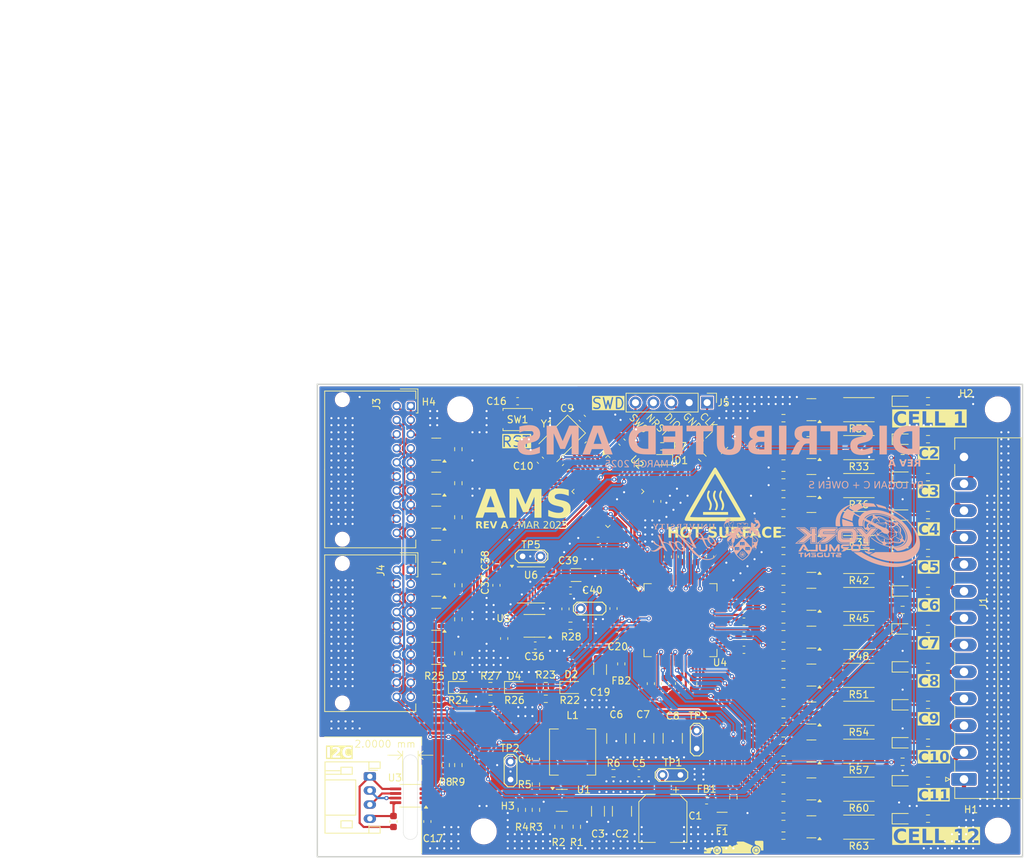
<source format=kicad_pcb>
(kicad_pcb (version 20241229) (generator "pcbnew") (generator_version "9.0")
  (title_block (title "Battery Management System") (date "2025-03-03") (rev "1") (company "York Formula Student"))
  (layers (0 "F.Cu" signal) (4 "In1.Cu" signal) (6 "In2.Cu" signal) (2 "B.Cu" signal) (5 "F.SilkS" user "F.Silkscreen") (7 "B.SilkS" user "B.Silkscreen") (1 "F.Mask" user) (3 "B.Mask" user) (25 "Edge.Cuts" user))
  (net 0 "")
  (net 1 "GND")
  (net 2 "/BUCK_VIN")
  (net 3 "Net-(C4-Pad1)")
  (net 4 "/BUCK_SW")
  (net 5 "Net-(C5-Pad1)")
  (net 6 "+3V3")
  (net 7 "/HSE_IN")
  (net 8 "/HSE_OUT")
  (net 9 "/NRST")
  (net 10 "Net-(J2-Pin_1)")
  (net 11 "Net-(J2-Pin_4)")
  (net 12 "/AFE_VIN")
  (net 13 "+5VA")
  (net 14 "Net-(U4-CT12)")
  (net 15 "Net-(U4-CB12)")
  (net 16 "Net-(U4-CB11)")
  (net 17 "Net-(U4-CT11)")
  (net 18 "Net-(U4-CB10)")
  (net 19 "Net-(U4-CT10)")
  (net 20 "Net-(U4-CB9)")
  (net 21 "Net-(U4-CT9)")
  (net 22 "Net-(U4-CT8)")
  (net 23 "Net-(U4-CB8)")
  (net 24 "Net-(U4-CT7)")
  (net 25 "Net-(U4-CB7)")
  (net 26 "Net-(U4-CT6)")
  (net 27 "Net-(U4-CB6)")
  (net 28 "Net-(U4-CT5)")
  (net 29 "Net-(U4-CB5)")
  (net 30 "Net-(U4-CB4)")
  (net 31 "Net-(U4-CT4)")
  (net 32 "Net-(U4-CT3)")
  (net 33 "Net-(U4-CB3)")
  (net 34 "Net-(U4-CT2)")
  (net 35 "Net-(U4-CB2)")
  (net 36 "Net-(U4-CT1)")
  (net 37 "Net-(U5-AIN+)")
  (net 38 "Net-(U6-NR)")
  (net 39 "Net-(U5-REF)")
  (net 40 "Net-(D1-K)")
  (net 41 "Net-(D1-A)")
  (net 42 "Net-(D2-K)")
  (net 43 "Net-(D3-K)")
  (net 44 "Net-(D4-K)")
  (net 45 "Net-(D5-A)")
  (net 46 "Net-(D5-K)")
  (net 47 "Net-(D6-A)")
  (net 48 "Net-(D6-K)")
  (net 49 "Net-(D7-A)")
  (net 50 "Net-(D7-K)")
  (net 51 "Net-(D8-A)")
  (net 52 "Net-(D8-K)")
  (net 53 "Net-(D9-A)")
  (net 54 "Net-(D9-K)")
  (net 55 "Net-(D10-K)")
  (net 56 "Net-(D10-A)")
  (net 57 "Net-(D11-K)")
  (net 58 "Net-(D11-A)")
  (net 59 "Net-(D12-A)")
  (net 60 "Net-(D12-K)")
  (net 61 "Net-(D13-A)")
  (net 62 "Net-(D13-K)")
  (net 63 "Net-(D14-K)")
  (net 64 "Net-(D14-A)")
  (net 65 "Net-(D15-A)")
  (net 66 "Net-(D15-K)")
  (net 67 "Net-(D16-K)")
  (net 68 "Net-(D16-A)")
  (net 69 "+BATT")
  (net 70 "TAP12")
  (net 71 "TAP7")
  (net 72 "TAP11")
  (net 73 "TAP6")
  (net 74 "TAP3")
  (net 75 "TAP9")
  (net 76 "TAP10")
  (net 77 "TAP4")
  (net 78 "TAP2")
  (net 79 "TAP1")
  (net 80 "TAP8")
  (net 81 "TAP5")
  (net 82 "Net-(J2-Pin_3)")
  (net 83 "Net-(J2-Pin_2)")
  (net 84 "/Thermistors/Cell Group 1/1L")
  (net 85 "/Thermistors/Cell Group 2/1L")
  (net 86 "T3")
  (net 87 "T1")
  (net 88 "T2")
  (net 89 "/Thermistors/Cell Group 3/1L")
  (net 90 "/Thermistors/Cell Group 4/1L")
  (net 91 "/Thermistors/Cell Group 6/1L")
  (net 92 "/Thermistors/Cell Group 5/1L")
  (net 93 "/Thermistors/Cell Group 7/1L")
  (net 97 "/SWO")
  (net 98 "/SWCLK")
  (net 99 "/SWDIO")
  (net 100 "Net-(Q1-G)")
  (net 101 "Net-(Q2-G)")
  (net 102 "Net-(Q3-G)")
  (net 103 "Net-(Q4-G)")
  (net 104 "Net-(Q5-G)")
  (net 105 "Net-(Q6-G)")
  (net 106 "Net-(Q7-G)")
  (net 107 "Net-(Q8-G)")
  (net 108 "Net-(Q9-G)")
  (net 109 "Net-(Q10-G)")
  (net 110 "Net-(Q11-G)")
  (net 111 "Net-(Q12-G)")
  (net 112 "Net-(Q13-G)")
  (net 113 "/Thermistors/Onboard Group/1L")
  (net 114 "Net-(Q14-G)")
  (net 115 "Net-(Q15-G)")
  (net 116 "Net-(Q16-G)")
  (net 117 "Net-(Q17-G)")
  (net 118 "Net-(Q18-G)")
  (net 119 "Net-(Q19-G)")
  (net 120 "Net-(Q20-G)")
  (net 121 "Net-(U1-EN)")
  (net 122 "Net-(U1-FB)")
  (net 123 "Net-(U1-CB)")
  (net 124 "/SCL")
  (net 125 "/SDA")
  (net 126 "Net-(U4-CV12)")
  (net 127 "Net-(U4-CV11)")
  (net 128 "Net-(U4-CV10)")
  (net 129 "Net-(U4-CV9)")
  (net 130 "Net-(U4-CV8)")
  (net 131 "Net-(U4-CV7)")
  (net 132 "Net-(U4-CV6)")
  (net 133 "Net-(U4-CV5)")
  (net 134 "Net-(U4-CV4)")
  (net 135 "Net-(U4-CV3)")
  (net 136 "Net-(U4-CV2)")
  (net 137 "Net-(U4-CV1)")
  (net 138 "Net-(U4-AOUT)")
  (net 139 "BA1")
  (net 140 "BA2")
  (net 141 "BA3")
  (net 142 "BA4")
  (net 143 "BA5")
  (net 144 "BA6")
  (net 145 "BA7")
  (net 146 "BA8")
  (net 147 "BA9")
  (net 148 "BA10")
  (net 149 "BA11")
  (net 150 "BA12")
  (net 151 "/Thermistors/EN0")
  (net 152 "/Thermistors/EN1")
  (net 153 "/Thermistors/EN2")
  (net 154 "/Thermistors/EN3")
  (net 155 "/Thermistors/EN4")
  (net 156 "/Thermistors/EN5")
  (net 157 "/Thermistors/EN6")
  (net 158 "/Thermistors/EN7")
  (net 159 "unconnected-(U2-PB12-Pad25)")
  (net 164 "AFE_EN")
  (net 165 "MISO")
  (net 167 "MOSI")
  (net 168 "SCK")
  (net 169 "CS_ADC")
  (net 171 "CS_AFE")
  (footprint "Inductor_SMD:L_Vishay_IHLP-2525" (layer "F.Cu") (at 81.2 106.35 90)
    (property "Reference" "L1")
    (property "Value" "22u")
  )
  (footprint "LED_SMD:LED_0603_1608Metric" (layer "F.Cu") (at 128 56.6)
    (property "Reference" "D5" (hide yes))
    (property "Value" "LED_Small")
  )
  (footprint "Resistor_SMD:R_0603_1608Metric" (layer "F.Cu") (at 93.902944 63)
    (property "Reference" "R7")
    (property "Value" "330")
  )
  (footprint "Resistor_SMD:R_0603_1608Metric" (layer "F.Cu") (at 111.1 85.90909)
    (property "Reference" "R44" (hide yes))
    (property "Value" "3k")
  )
  (footprint "Resistor_SMD:R_2512_6332Metric" (layer "F.Cu") (at 121.8 73.945454 180)
    (property "Reference" "R39")
    (property "Value" "10")
  )
  (footprint "Capacitor_SMD:C_0603_1608Metric" (layer "F.Cu") (at 94.7 78.65 -90)
    (property "Reference" "C33" (hide yes))
    (property "Value" "1u")
  )
  (footprint "Package_SO:MSOP-8_3x3mm_P0.65mm" (layer "F.Cu") (at 58.2 112.55 180)
    (property "Reference" "U3")
    (property "Value" "ADuM1252")
  )
  (footprint "Connector_JST:JST_PH_S4B-PH-K_1x04_P2.00mm_Horizontal" (layer "F.Cu") (at 52.45 109.8 -90)
    (property "Reference" "J2" (hide yes))
    (property "Value" "I2C_IN")
  )
  (footprint "Resistor_SMD:R_0603_1608Metric" (layer "F.Cu") (at 131.6 110.41818 180)
    (property "Reference" "R61" (hide yes))
    (property "Value" "330")
  )
  (footprint "Resistor_SMD:R_2512_6332Metric" (layer "F.Cu") (at 121.8 68.563636 180)
    (property "Reference" "R36")
    (property "Value" "10")
  )
  (footprint "Capacitor_SMD:C_0603_1608Metric" (layer "F.Cu") (at 90.6 109.349999)
    (property "Reference" "C5")
    (property "Value" "?")
  )
  (footprint "Connector_Phoenix_MC:PhoenixContact_MC_1,5_13-G-3.81_1x13_P3.81mm_Horizontal" (layer "F.Cu") (at 136.7 110.22 90)
    (property "Reference" "J1")
    (property "Value" "CELL_TAPS")
  )
  (footprint "Capacitor_SMD:C_1210_3225Metric" (layer "F.Cu") (at 87.4 104.425 -90)
    (property "Reference" "C6")
    (property "Value" "22u")
  )
  (footprint "Capacitor_SMD:C_0603_1608Metric" (layer "F.Cu") (at 71.5 90.25 -90)
    (property "Reference" "C35" (hide yes))
    (property "Value" "100n")
  )
  (footprint "Resistor_SMD:R_0603_1608Metric" (layer "F.Cu") (at 131.6 83.50909 180)
    (property "Reference" "R46" (hide yes))
    (property "Value" "330")
  )
  (footprint "Resistor_SMD:R_0603_1608Metric" (layer "F.Cu") (at 111.1 93.981817)
    (property "Reference" "R15" (hide yes))
    (property "Value" "3k")
  )
  (footprint "Connector_JST:JST_PUD_S20B-PUDSS-1_2x10_P2.00mm_Horizontal" (layer "F.Cu") (at 58.25 80.5 -90)
    (property "Reference" "J4")
    (property "Value" "THERM_2")
  )
  (footprint "Resistor_SMD:R_0603_1608Metric" (layer "F.Cu") (at 69.55 97)
    (property "Reference" "R27")
    (property "Value" "1k")
  )
  (footprint "Package_TO_SOT_SMD:SOT-23" (layer "F.Cu") (at 61.8625 68.225 180)
    (property "Reference" "Q15" (hide yes))
    (property "Value" "AO3400A")
  )
  (footprint "Package_TO_SOT_SMD:SOT-23" (layer "F.Cu") (at 115.0625 68.554544 180)
    (property "Reference" "Q3" (hide yes))
    (property "Value" "AO3400A")
  )
  (footprint "Resistor_SMD:R_0603_1608Metric" (layer "F.Cu") (at 111.1 80.527272)
    (property "Reference" "R41" (hide yes))
    (property "Value" "3k")
  )
  (footprint "Resistor_SMD:R_0603_1608Metric" (layer "F.Cu") (at 111.1 104.745453)
    (property "Reference" "R13" (hide yes))
    (property "Value" "3k")
  )
  (footprint "Resistor_SMD:R_0603_1608Metric" (layer "F.Cu") (at 61.6 97)
    (property "Reference" "R25")
    (property "Value" "1k")
  )
  (footprint "LOGO" (layer "F.Cu") (at 101.4 69.8)
    (property "Reference" "G****" (hide yes))
    (property "Value" "LOGO" (hide yes))
  )
  (footprint "Capacitor_SMD:C_0603_1608Metric" (layer "F.Cu") (at 92.3 96.65 90)
    (property "Reference" "C22" (hide yes))
    (property "Value" "1u")
  )
  (footprint "Resistor_SMD:R_0603_1608Metric" (layer "F.Cu") (at 131.6 61.981818 180)
    (property "Reference" "R34" (hide yes))
    (property "Value" "330")
  )
  (footprint "Package_TO_SOT_SMD:SOT-23" (layer "F.Cu") (at 61.8625 82.7 180)
    (property "Reference" "Q18" (hide yes))
    (property "Value" "AO3400A")
  )
  (footprint "Package_TO_SOT_SMD:SOT-23" (layer "F.Cu") (at 115.0625 73.931816 180)
    (property "Reference" "Q4" (hide yes))
    (property "Value" "AO3400A")
  )
  (footprint "Capacitor_SMD:C_1206_3216Metric" (layer "F.Cu") (at 85.1 94.65 -90)
    (property "Reference" "C19")
    (property "Value" "100n")
  )
  (footprint "Capacitor_SMD:C_0603_1608Metric" (layer "F.Cu") (at 105.5 89.85 180)
    (property "Reference" "C27" (hide yes))
    (property "Value" "1u")
  )
  (footprint "Resistor_SMD:R_0603_1608Metric" (layer "F.Cu") (at 80.9 88.45 180)
    (property "Reference" "R28")
    (property "Value" "220")
  )
  (footprint "Connector_JST:JST_PUD_S20B-PUDSS-1_2x10_P2.00mm_Horizontal" (layer "F.Cu") (at 58.25 57.27 -90)
    (property "Reference" "J3")
    (property "Value" "THERM_1")
  )
  (footprint "Resistor_SMD:R_1206_3216Metric" (layer "F.Cu") (at 102.4 115.8 180)
    (property "Reference" "F1")
    (property "Value" "Polyfuse")
  )
  (footprint "Capacitor_SMD:C_0603_1608Metric" (layer "F.Cu") (at 98.7 78.65 -90)
    (property "Reference" "C31" (hide yes))
    (property "Value" "1u")
  )
  (footprint "Resistor_SMD:R_0603_1608Metric" (layer "F.Cu") (at 111.1 75.145454)
    (property "Reference" "R38" (hide yes))
    (property "Value" "3k")
  )
  (footprint "Resistor_SMD:R_0603_1608Metric" (layer "F.Cu") (at 111.1 96.672726)
    (property "Reference" "R50" (hide yes))
    (property "Value" "3k")
  )
  (footprint "Resistor_SMD:R_0603_1608Metric" (layer "F.Cu") (at 74 114.549999 90)
    (property "Reference" "R4")
    (property "Value" "75k")
  )
  (footprint "Capacitor_SMD:C_0603_1608Metric" (layer "F.Cu") (at 94.3 96.65 90)
    (property "Reference" "C23" (hide yes))
    (property "Value" "1u")
  )
  (footprint "Connector_PinHeader_2.54mm:PinHeader_1x05_P2.54mm_Vertical" (layer "F.Cu") (at 100.275 56.8 -90)
    (property "Reference" "J5")
    (property "Value" "SWD")
  )
  (footprint "LED_SMD:LED_0603_1608Metric" (layer "F.Cu") (at 128 83.50909)
    (property "Reference" "D10" (hide yes))
    (property "Value" "LED_Small")
  )
  (footprint "Capacitor_SMD:C_0603_1608Metric" (layer "F.Cu") (at 73.4 56.6)
    (property "Reference" "C16")
    (property "Value" "100n")
  )
  (footprint "Diode_SMD:D_SOD-323" (layer "F.Cu") (at 65.2 97.2)
    (property "Reference" "D3")
    (property "Value" "3V6")
  )
  (footprint "LED_SMD:LED_0603_1608Metric" (layer "F.Cu") (at 128 105.036362)
    (property "Reference" "D14" (hide yes))
    (property "Value" "LED_Small")
  )
  (footprint "Package_TO_SOT_SMD:SOT-23" (layer "F.Cu") (at 61.8625 77.875 180)
    (property "Reference" "Q17" (hide yes))
    (property "Value" "AO3400A")
  )
  (footprint "Resistor_SMD:R_0603_1608Metric" (layer "F.Cu") (at 111.1 107.436362)
    (property "Reference" "R56" (hide yes))
    (property "Value" "3k")
  )
  (footprint "Diode_SMD:D_SOD-323" (layer "F.Cu") (at 73.15 97.2)
    (property "Reference" "D4")
    (property "Value" "3V6")
  )
  (footprint "Resistor_SMD:R_0603_1608Metric" (layer "F.Cu") (at 77.4 97)
    (property "Reference" "R23")
    (property "Value" "1k")
  )
  (footprint "Resistor_SMD:R_0603_1608Metric" (layer "F.Cu") (at 86.999999 109.349999)
    (property "Reference" "R6")
    (property "Value" "?")
  )
  (footprint "Resistor_SMD:R_0603_1608Metric" (layer "F.Cu") (at 76 110.949999 90)
    (property "Reference" "R5")
    (property "Value" "0")
  )
  (footprint "Resistor_SMD:R_0603_1608Metric" (layer "F.Cu") (at 65 82.7 -90)
    (property "Reference" "R70" (hide yes))
    (property "Value" "100")
  )
  (footprint "Inductor_SMD:L_0603_1608Metric" (layer "F.Cu") (at 100.2 113.2 180)
    (property "Reference" "FB1")
    (property "Value" "600")
  )
  (footprint "Resistor_SMD:R_0603_1608Metric" (layer "F.Cu") (at 69.55 98.8 180)
    (property "Reference" "R26")
    (property "Value" "10k")
  )
  (footprint "Resistor_SMD:R_2512_6332Metric" (layer "F.Cu") (at 121.8 79.327272 180)
    (property "Reference" "R42")
    (property "Value" "10")
  )
  (footprint "Resistor_SMD:R_0603_1608Metric" (layer "F.Cu") (at 131.6 56.6 180)
    (property "Reference" "R31" (hide yes))
    (property "Value" "330")
  )
  (footprint "Resistor_SMD:R_0603_1608Metric" (layer "F.Cu") (at 128 86.199999)
    (property "Reference" "TH2" (hide yes))
    (property "Value" "10k")
  )
  (footprint "Resistor_SMD:R_0603_1608Metric" (layer "F.Cu") (at 111.1 112.81818)
    (property "Reference" "R59" (hide yes))
    (property "Value" "3k")
  )
  (footprint "Resistor_SMD:R_0603_1608Metric" (layer "F.Cu") (at 111.1 102.054544)
    (property "Reference" "R53" (hide yes))
    (property "Value" "3k")
  )
  (footprint "Resistor_SMD:R_0603_1608Metric" (layer "F.Cu") (at 111.1 91.290908)
    (property "Reference" "R47" (hide yes))
    (property "Value" "3k")
  )
  (footprint "Capacitor_SMD:C_0603_1608Metric" (layer "F.Cu") (at 105.5 85.85 180)
    (property "Reference" "C29" (hide yes))
    (property "Value" "1u")
  )
  (footprint "Resistor_SMD:R_0603_1608Metric" (layer "F.Cu") (at 65 108.2 -90)
    (property "Reference" "R9")
    (property "Value" "100k")
  )
  (footprint "Package_TO_SOT_SMD:SOT-23" (layer "F.Cu") (at 115.0625 106.195448 180)
    (property "Reference" "Q10" (hide yes))
    (property "Value" "AO3400A")
  )
  (footprint "Capacitor_SMD:C_0603_1608Metric" (layer "F.Cu") (at 75.9 91.25 180)
    (property "Reference" "C36")
    (property "Value" "100n")
  )
  (footprint "LED_SMD:LED_0603_1608Metric" (layer "F.Cu") (at 127.96 88.890908)
    (property "Reference" "D11" (hide yes))
    (property "Value" "LED_Small")
  )
  (footprint "TestPoint:TestPoint_2Pads_Pitch2.54mm_Drill0.8mm" (layer "F.Cu") (at 82.35 86)
    (property "Reference" "TP4" (hide yes))
    (property "Value" "TestPoint_2Pole")
  )
  (footprint "Resistor_SMD:R_0603_1608Metric" (layer "F.Cu") (at 128 107.727271)
    (property "Reference" "TH3" (hide yes))
    (property "Value" "10k")
  )
  (footprint "Resistor_SMD:R_0603_1608Metric" (layer "F.Cu") (at 111.1 64.381818)
    (property "Reference" "R32" (hide yes))
    (property "Value" "3k")
  )
  (footprint "Capacitor_SMD:C_0603_1608Metric" (layer "F.Cu") (at 76.630152 64.969849 135)
    (property "Reference" "C10")
    (property "Value" "30p")
  )
  (footprint "LED_SMD:LED_0603_1608Metric" (layer "F.Cu") (at 128 99.654544)
    (property "Reference" "D13" (hide yes))
    (property "Value" "LED_Small")
  )
  (footprint "Resistor_SMD:R_2512_6332Metric" (layer "F.Cu") (at 121.8 84.70909 180)
    (property "Reference" "R45")
    (property "Value" "10")
  )
  (footprint "Resistor_SMD:R_0603_1608Metric" (layer "F.Cu") (at 131.6 105.036362 180)
    (property "Reference" "R58" (hide yes))
    (property "Value" "330")
  )
  (footprint "Resistor_SMD:R_0603_1608Metric" (layer "F.Cu") (at 111.1 69.763636)
    (property "Reference" "R35" (hide yes))
    (property "Value" "3k")
  )
  (footprint "Capacitor_SMD:C_0603_1608Metric" (layer "F.Cu") (at 76 107.349999 90)
    (property "Reference" "C4")
    (property "Value" "100n")
  )
  (footprint "Package_TO_SOT_SMD:SOT-23" (layer "F.Cu") (at 61.8625 87.525 180)
    (property "Reference" "Q19" (hide yes))
    (property "Value" "AO3400A")
  )
  (footprint "LED_SMD:LED_0603_1608Metric" (layer "F.Cu") (at 128 61.981818)
    (property "Reference" "D6" (hide yes))
    (property "Value" "LED_Small")
  )
  (footprint "Resistor_SMD:R_0603_1608Metric" (layer "F.Cu") (at 128 64.672727)
    (property "Reference" "TH1" (hide yes))
    (property "Value" "10k")
  )
  (footprint "Resistor_SMD:R_0603_1608Metric" (layer "F.Cu") (at 63.2 108.2 -90)
    (property "Reference" "R8")
    (property "Value" "100k")
  )
  (footprint "Diode_SMD:D_SOD-323" (layer "F.Cu") (at 81.000001 97.199999)
    (property "Reference" "D2")
    (property "Value" "3V6")
  )
  (footprint "Package_TO_SOT_SMD:SOT-23" (layer "F.Cu") (at 61.8625 73.05 180)
    (property "Reference" "Q16" (hide yes))
    (property "Value" "AO3400A")
  )
  (footprint "Capacitor_SMD:C_0603_1608Metric" (layer "F.Cu") (at 60.6 116.2 -90)
    (property "Reference" "C17")
    (property "Value" "100n")
  )
  (footprint "Capacitor_SMD:C_0603_1608Metric" (layer "F.Cu") (at 84.825 76.4 180)
    (property "Reference" "C12" (hide yes))
    (property "Value" "1u")
  )
  (footprint "Capacitor_SMD:C_0603_1608Metric" (layer "F.Cu") (at 93.2 70.8 -90)
    (property "Reference" "C13" (hide yes))
    (property "Value" "1u")
  )
  (footprint "Resistor_SMD:R_0603_1608Metric" (layer "F.Cu") (at 111.1 110.127271)
    (property "Reference" "R12" (hide yes))
    (property "Value" "3k")
  )
  (footprint "Resistor_SMD:R_0603_1608Metric" (layer "F.Cu") (at 79.2 116.949999 -90)
    (property "Reference" "R2")
    (property "Value" "20k")
  )
  (footprint "Capacitor_SMD:C_0603_1608Metric" (layer "F.Cu") (at 80.2 66 45)
    (property "Reference" "C11" (hide yes))
    (property "Value" "1u")
  )
  (footprint "Capacitor_SMD:C_0603_1608Metric" (layer "F.Cu") (at 105.5 91.85 180)
    (property "Reference" "C26" (hide yes))
    (property "Value" "1u")
  )
  (footprint "Resistor_SMD:R_2512_6332Metric" (layer "F.Cu") (at 121.8 95.472726 180)
    (property "Reference" "R51")
    (property "Value" "10")
  )
  (footprint "Capacitor_SMD:C_0603_1608Metric" (layer "F.Cu") (at 70.4 82.703322 -90)
    (property "Reference" "C37")
    (property "Value" "100n")
  )
  (footprint "Resistor_SMD:R_2512_6332Metric" (layer "F.Cu") (at 121.8 106.236362 180)
    (property "Reference" "R57")
    (property "Value" "10")
  )
  (footprint "Capacitor_SMD:C_1206_3216Metric" (layer "F.Cu") (at 81.7 81.25)
    (property "Reference" "C39")
    (property "Value" "10u")
  )
  (footprint "Capacitor_SMD:C_0603_1608Metric" (layer "F.Cu") (at 87.5 89.85 180)
    (property "Reference" "C20")
    (property "Value" "1u")
  )
  (footprint "Package_QFP:LQFP-48_7x7mm_P0.5mm" (layer "F.Cu") (at 86.2 69.4 -45)
    (property "Reference" "U2")
    (property "Value" "STM32F103C8Tx")
  )
  (footprint "Resistor_SMD:R_0603_1608Metric" (layer "F.Cu") (at 65 92.35 -90)
    (property "Reference" "R72" (hide yes))
    (property "Value" "100")
  )
  (footprint "Capacitor_SMD:C_0603_1608Metric" (layer "F.Cu") (at 88.2 62.4 -45)
    (property "Reference" "C15" (hide yes))
    (property "Value" "1u")
  )
  (footprint "Package_TO_SOT_SMD:SOT-23" (layer "F.Cu") (at 115.0625 84.68636 180)
    (property "Reference" "Q6" (hide yes))
    (property "Value" "AO3400A")
  )
  (footprint "Resistor_SMD:R_2512_6332Metric" (layer "F.Cu") (at 121.8 100.854544 180)
    (property "Reference" "R54")
    (property "Value" "10")
  )
  (footprint "Resistor_SMD:R_2512_6332Metric" (layer "F.Cu") (at 121.8 63.181818 180)
    (property "Reference" "R33")
    (property "Value" "10")
  )
  (footprint "Inductor_SMD:L_0603_1608Metric" (layer "F.Cu") (at 88.1 93.85 90)
    (property "Reference" "FB2")
    (property "Value" "220")
  )
  (footprint "Resistor_SMD:R_0603_1608Metric" (layer "F.Cu") (at 65 68.225 -90)
    (property "Reference" "R67" (hide yes))
    (property "Value" "100")
  )
  (footprint "Capacitor_SMD:C_0603_1608Metric" (layer "F.Cu") (at 105.5 87.85 180)
    (property "Reference" "C28" (hide yes))
    (property "Value" "1u")
  )
  (footprint "Capacitor_SMD:C_1210_3225Metric" (layer "F.Cu") (at 91.35 104.4 -90)
    (property "Reference" "C7")
    (property "Value" "22u")
  )
  (footprint "Capacitor_SMD:C_0603_1608Metric" (layer "F.Cu") (at 96.299999 96.65 90)
    (property "Reference" "C24" (hide yes))
    (property "Value" "1u")
  )
  (footprint "Resistor_SMD:R_2512_6332Metric" (layer "F.Cu") (at 121.8 90.090908 180)
    (property "Reference" "R48")
    (property "Value" "10")
  )
  (footprint "Capacitor_SMD:C_0603_1608Metric" (layer "F.Cu") (at 70.4 79.4 90)
    (property "Reference" "C38")
    (property "Value" "100n")
  )
  (footprint "Resistor_SMD:R_0603_1608Metric" (layer "F.Cu") (at 131.6 88.890908 180)
    (property "Reference" "R49" (hide yes))
    (property "Value" "330")
  )
  (footprint "Package_TO_SOT_SMD:SOT-23" (layer "F.Cu") (at 61.8625 63.4 180)
    (property "Reference" "Q14" (hide yes))
    (property "Value" "AO3400A")
  )
  (footprint "Package_SO:MSOP-10_3x3mm_P0.5mm" (layer "F.Cu") (at 75.7875 88.45 180)
    (property "Reference" "U5")
    (property "Value" "MAX11163")
  )
  (footprint "Package_TO_SOT_SMD:SOT-23" (layer "F.Cu") (at 115.0625 95.440904 180)
    (property "Reference" "Q8" (hide yes))
    (property "Value" "AO3400A")
  )
  (footprint "TestPoint:TestPoint_2Pads_Pitch2.54mm_Drill0.8mm" (layer "F.Cu") (at 72.4 110.25 90)
    (property "Reference" "TP2")
    (property "Value" "TestPoint_2Pole")
  )
  (footprint "Resistor_SMD:R_0603_1608Metric" (layer "F.Cu") (at 111.1 72.454545)
    (property "Reference" "R19" (hide yes))
    (property "Value" "3k")
  )
  (footprint "TestPoint:TestPoint_2Pads_Pitch2.54mm_Drill0.8mm" (layer "F.Cu") (at 76.65 78.6 180)
    (property "Reference" "TP5")
    (property "Value" "TestPoint_2Pole")
  )
  (footprint "Package_QFP:TQFP-64-1EP_10x10mm_P0.5mm_EP8x8mm" (layer "F.Cu") (at 96.5 87.65)
    (property "Reference" "U4")
    (property "Value" "MAX14920")
  )
  (footprint "Resistor_SMD:R_0603_1608Metric" (layer "F.Cu") (at 111.1 61.690909)
    (property "Reference" "R21" (hide yes))
    (property "Value" "3k")
  )
  (footprint "Resistor_SMD:R_0603_1608Metric" (layer "F.Cu") (at 111.1 83.218181)
    (property "Reference" "R17" (hide yes))
    (property "Value" "3k")
  )
  (footprint "Resistor_SMD:R_0603_1608Metric" (layer "F.Cu") (at 76 114.549999 90)
    (property "Reference" "R3")
    (property "Value" "24k")
  )
  (footprint "Capacitor_SMD:C_0603_1608Metric" (layer "F.Cu") (at 80.9 83.45)
    (property "Reference" "C40")
    (property "Value" "100n")
  )
  (footprint "Resistor_SMD:R_0603_1608Metric" (layer "F.Cu") (at 81.800001 116.949999 -90)
    (property "Reference" "R1")
    (property "Value" "600k")
  )
  (footprint "Resistor_SMD:R_0603_1608Metric" (layer "F.Cu") (at 111.1 118.2)
    (property "Reference" "R62" (hide yes))
    (property "Value" "3k")
  )
  (footprint "Resistor_SMD:R_2512_6332Metric" (layer "F.Cu") (at 121.8 57.8 180)
    (property "Reference" "R30")
    (property "Value" "10")
  )
  (footprint "LED_SMD:LED_0603_1608Metric" (layer "F.Cu") (at 93.902944 64.897056 180)
    (property "Reference" "D1")
    (property "Value" "LED_Small")
  )
  (footprint "Capacitor_SMD:C_0603_1608Metric" (layer "F.Cu") (at 98.3 96.65 90)
    (property "Reference" "C25" (hide yes))
    (property "Value" "1u")
  )
  (footprint "Package_TO_SOT_SMD:SOT-23" (layer "F.Cu") (at 101.641771 62.487518 45)
    (property "Reference" "Q13" (hide yes))
    (property "Value" "AO3400A")
  )
  (footprint "LED_SMD:LED_0603_1608Metric" (layer "F.Cu") (at 128 94.272726)
    (property "Reference" "D12" (hide yes))
    (property "Value" "LED_Small")
  )
  (footprint "Capacitor_SMD:C_1206_3216Metric" (layer "F.Cu") (at 84.8 114.749999 -90)
    (property "Reference" "C3")
    (property "Value" "100n")
  )
  (footprint "Capacitor_SMD:C_0603_1608Metric" (layer "F.Cu") (at 82.569849 59.030152 -45)
    (property "Reference" "C9")
    (property "Value" "30p")
  )
  (footprint "LED_SMD:LED_0603_1608Metric" (layer "F.Cu") (at 128 110.41818)
    (property "Reference" "D15" (hide yes))
    (property "Value" "LED_Small")
  )
  (footprint "LED_SMD:LED_0603_1608Metric" (layer "F.Cu") (at 127.96 72.745454)
    (property "Reference" "D8" (hide yes))
    (property "Value" "LED_Small")
  )
  (footprint "Resistor_SMD:R_0603_1608Metric" (layer "F.Cu") (at 111.1 67.072727)
    (property "Reference" "R20" (hide yes))
    (property "Value" "3k")
  )
  (footprint "Resistor_SMD:R_0603_1608Metric" (layer "F.Cu") (at 65 87.525 -90)
    (property "Reference" "R71" (hide yes))
    (property "Value" "100")
  )
  (footprint "Resistor_SMD:R_0603_1608Metric" (layer "F.Cu") (at 77.4 98.799999 180)
    (property "Reference" "R22")
    (property "Value" "10k")
  )
  (footprint "Resistor_SMD:R_0603_1608Metric" (layer "F.Cu") (at 99.6 64.6 135)
    (property "Reference" "R65" (hide yes))
    (property "Value" "100")
  )
  (footprint "MountingHole:MountingHole_3.2mm_M3" (layer "F.Cu") (at 141.5 57.75)
    (property "Reference" "H2")
    (property "Value" "MountingHole")
  )
  (footprint "Resistor_SMD:R_0603_1608Metric" (layer "F.Cu") (at 131.6 72.745454 180)
    (property "Reference" "R40" (hide yes))
    (property "Value" "330")
  )
  (footprint "Capacitor_SMD:CP_Elec_6.3x7.7" (layer "F.Cu") (at 94 115.749999 -90)
    (property "Reference" "C1")
    (property "Value" "22u")
  )
  (footprint "Resistor_SMD:R_0603_1608Metric" (layer "F.Cu") (at 111.1 115.509089)
    (property "Reference" "R11" (hide yes))
    (property "Value" "3k")
  )
  (footprint "Package_TO_SOT_SMD:SOT-23" (layer "F.Cu") (at 115.0625 111.57272 180)
    (property "Reference" "Q11" (hide yes))
    (property "Value" "AO3400A")
  )
  (footprint "Button_Switch_SMD:SW_Push_SPST_NO_Alps_SKRK" (layer "F.Cu") (at 73.4 59.2)
    (property "Reference" "SW1")
    (property "Value" "SW_Push")
  )
  (footprint "TestPoint:TestPoint_2Pads_Pitch2.54mm_Drill0.8mm" (layer "F.Cu") (at 93.95 109.6)
    (property "Reference" "TP1")
    (property "Value" "TestPoint_2Pole")
  )
  (footprint "Package_TO_SOT_SMD:SOT-23" (layer "F.Cu") (at 61.8625 92.35 180)
    (property "Reference" "Q20" (hide yes))
    (property "Value" "AO3400A")
  )
  (footprint "Package_TO_SOT_SMD:SOT-23-6" (layer "F.Cu") (at 79.6625 113.2)
    (property "Reference" "U1")
    (property "Value" "LMR516xx")
  )
  (footprint "Capacitor_SMD:C_1210_3225Metric" (layer "F.Cu") (at 88.2 114.749999 -90)
    (property "Reference" "C2")
    (property "Value" "2u2")
  )
  (footprint "Package_TO_SOT_SMD:SOT-23" (layer "F.Cu") (at 115.0625 79.309088 180)
    (property "Reference" "Q5" (hide yes))
    (property "Value" "AO3400A")
  )
  (footprint "Resistor_SMD:R_2512_6332Metric" (layer "F.Cu") (at 121.8 117 180)
    (property "Reference" "R63")
    (property "Value" "10")
  )
  (footprint "Resistor_SMD:R_0603_1608Metric" (layer "F.Cu") (at 61.6 98.8 180)
    (property "Reference" "R24")
    (property "Value" "10k")
  )
  (footprint "Capacitor_SMD:C_1210_3225Metric" (layer "F.Cu") (at 95.4 104.4 -90)
    (property "Reference" "C8")
    (property "Value" "22u")
  )
  (footprint "Package_SO:SOIC-8_3.9x4.9mm_P1.27mm" (layer "F.Cu") (at 75.3 82.65)
    (property "Reference" "U6")
    (property "Value" "MAX6126")
  )
  (footprint "Resistor_SMD:R_0603_1608Metric" (layer "F.Cu") (at 111.1 88.599999)
    (property "Reference" "R16" (hide yes))
    (property "Value" "3k")
  )
  (footprint "Crystal:Crystal_SMD_5032-2Pin_5.0x3.2mm" (layer "F.Cu") (at 79.6 62 -135)
    (property "Reference" "Y1")
    (property "Value" "8M")
  )
  (footprint "MountingHole:MountingHole_3.2mm_M3" (layer "F.Cu") (at 141.5 117.5)
    (property "Reference" "H1")
    (property "Value" "MountingHole")
  )
  (footprint "Resistor_SMD:R_0603_1608Metric" (layer "F.Cu") (at 131.6 115.8 180)
    (property "Reference" "R64" (hide yes))
    (property "Value" "330")
  )
  (footprint "Capacitor_SMD:C_0603_1608Metric" (layer "F.Cu") (at 87 86 -90)
    (property "Reference" "C21" (hide yes))
    (property "Value" "1u")
  )
  (footprint "LED_SMD:LED_0603_1608Metric" (layer "F.Cu") (at 128 115.8)
    (property "Reference" "D16" (hide yes))
    (property "Value" "LED_Small")
  )
  (footprint "Package_TO_SOT_SMD:SOT-23" (layer "F.Cu") (at 115.0625 116.95 180)
    (property "Reference" "Q12" (hide yes))
    (property "Value" "AO3400A")
  )
  (footprint "Resistor_SMD:R_0603_1608Metric" (layer "F.Cu") (at 111.1 59)
    (property "Reference" "R29" (hide yes))
    (property "Value" "3k")
  )
  (footprint "Resistor_SMD:R_0603_1608Metric" (layer "F.Cu") (at 65 77.875 -90)
    (property "Reference" "R69" (hide yes))
    (property "Value" "100")
  )
  (footprint "Resistor_SMD:R_0603_1608Metric" (layer "F.Cu") (at 131.6 67.363636 180)
    (property "Reference" "R37" (hide yes))
    (property "Value" "330")
  )
  (footprint "TestPoint:TestPoint_2Pads_Pitch2.54mm_Drill0.8mm" (layer "F.Cu") (at 98.8 105.85 90)
    (property "Reference" "TP3")
    (property "Value" "TestPoint_2Pole")
  )
  (footprint "Resistor_SMD:R_0603_1608Metric" (layer "F.Cu") (at 131.6 78.127272 180)
    (property "Reference" "R43" (hide yes))
    (property "Value" "330")
  )
  (footprint "MountingHole:MountingHole_3.2mm_M3" (layer "F.Cu") (at 65.25 57.75)
    (property "Reference" "H4")
    (property "Value" "MountingHole")
  )
  (footprint "Capacitor_SMD:C_0603_1608Metric" (layer "F.Cu") (at 55.8 116.2 -90)
    (property "Reference" "C18" (hide yes))
    (property "Value" "100n")
  )
  (footprint "Resistor_SMD:R_0603_1608Metric" (layer "F.Cu") (at 65 63.4 -90)
    (property "Reference" "R66" (hide yes))
    (property "Value" "100")
  )
  (footprint "Resistor_SMD:R_0603_1608Metric" (layer "F.Cu") (at 65 73.05 -90)
    (property "Reference" "R68" (hide yes))
    (property "Value" "100")
  )
  (footprint "LED_SMD:LED_0603_1608Metric" (layer "F.Cu") (at 128 67.363636)
    (property "Reference" "D7" (hide yes))
    (property "Value" "LED_Small")
  )
  (footprint "Capacitor_SMD:C_0603_1608Metric" (layer "F.Cu") (at 100.7 78.65 -90)
    (property "Reference" "C30" (hide yes))
    (property "Value" "1u")
  )
  (footprint "Capacitor_SMD:C_0603_1608Metric" (layer "F.Cu") (at 83.4 62.8 -135)
    (property "Reference" "C14" (hide yes))
    (property "Value" "1u")
  )
  (footprint "Resistor_SMD:R_2512_6332Metric" (layer "F.Cu") (at 121.8 111.61818 180)
    (property "Reference" "R60")
    (property "Value" "10")
  )
  (footprint "MountingHole:MountingHole_3.2mm_M3" (layer "F.Cu") (at 68.6 117.6)
    (property "Reference" "H3")
    (property "Value" "MountingHole")
  )
  (footprint "Package_TO_SOT_SMD:SOT-23" (layer "F.Cu") (at 115.0625 100.818176 180)
    (property "Reference" "Q9" (hide yes))
    (property "Value" "AO3400A")
  )
  (footprint "Resistor_SMD:R_0603_1608Metric" (layer "F.Cu") (at 104 112.8 -90)
    (property "Reference" "R10" (hide yes))
    (property "Value" "3k")
  )
  (footprint "Package_TO_SOT_SMD:SOT-23" (layer "F.Cu") (at 115.0625 57.8 180)
    (property "Reference" "Q1" (hide yes))
    (property "Value" "AO3400A")
  )
  (footprint "Package_TO_SOT_SMD:SOT-23" (layer "F.Cu") (at 115.0625 63.177272 180)
    (property "Reference" "Q2" (hide yes))
    (property "Value" "AO3400A")
  )
  (footprint "Resistor_SMD:R_0603_1608Metric" (layer "F.Cu") (at 111.1 99.363635)
    (property "Reference" "R14" (hide yes))
    (property "Value" "3k")
  )
  (footprint "Resistor_SMD:R_0603_1608Metric" (layer "F.Cu") (at 111.1 77.836363)
    (property "Reference" "R18" (hide yes))
    (property "Value" "3k")
  )
  (footprint "Resistor_SMD:R_0603_1608Metric" (layer "F.Cu") (at 131.6 99.654544 180)
    (property "Reference" "R55" (hide yes))
    (property "Value" "330")
  )
  (footprint "Capacitor_SMD:C_0603_1608Metric" (layer "F.Cu") (at 96.7 78.65 -90)
    (property "Reference" "C32" (hide yes))
    (property "Value" "1u")
  )
  (footprint "Capacitor_SMD:C_0603_1608Metric" (layer "F.Cu") (at 80.1875 86.05 90)
    (property "Reference" "C34" (hide yes))
    (property "Value" "100p")
  )
  (footprint "Package_TO_SOT_SMD:SOT-23" (layer "F.Cu") (at 115.0625 90.063632 180)
    (property "Reference" "Q7" (hide yes))
    (property "Value" "AO3400A")
  )
  (footprint "LED_SMD:LED_0603_1608Metric" (layer "F.Cu") (at 128 78.127272)
    (property "Reference" "D9" (hide yes))
    (property "Value" "LED_Small")
  )
  (footprint "Resistor_SMD:R_0603_1608Metric" (layer "F.Cu") (at 131.6 94.272726 180)
    (property "Reference" "R52" (hide yes))
    (property "Value" "330")
  )
  (footprint "LOGO" (layer "B.Cu") (at 121.658962 75.560695 180)
    (property "Reference" "G***" (hide yes))
    (property "Value" "LOGO" (hide yes))
  )
  (gr_line (start 59.8 104.2) (end 59.8 105.4) (stroke (width 0.1)) (layer "F.SilkS"))
  (gr_poly (pts (xy 106.82653 119.660247) (xy 106.788219 119.68511) (xy 106.751613 119.712272) (xy 106.716819 119.741631) (xy 106.683941 119.773085) (xy 106.653085 119.806531) (xy 106.624358 119.841868) (xy 106.597865 119.878992) (xy 106.573712 119.917802) (xy 106.552004 119.958195) (xy 106.532848 120.00007) (xy 106.516348 120.043324) (xy 106.502612 120.087854) (xy 106.491743 120.133559) (xy 106.483849 120.180337) (xy 106.479036 120.228084) (xy 106.477407 120.276699) (xy 106.477511 120.287503) (xy 106.477819 120.298443) (xy 106.478325 120.309526) (xy 106.479026 120.320758) (xy 106.479915 120.332146) (xy 106.480988 120.343699) (xy 106.482241 120.355422) (xy 106.483667 120.367323) (xy 106.487387 120.393173) (xy 106.49201 120.418691) (xy 106.497517 120.443862) (xy 106.503891 120.468673) (xy 106.511113 120.49311) (xy 106.519166 120.517157) (xy 106.528032 120.540801) (xy 106.537692 120.564027) (xy 106.548128 120.586821) (xy 106.559324 120.609169) (xy 106.57126 120.631056) (xy 106.583919 120.652468) (xy 106.597283 120.67339) (xy 106.611334 120.69381) (xy 106.626053 120.713711) (xy 106.641424 120.73308) (xy 102.407447 120.73308) (xy 102.404104 120.276956) (xy 102.403069 120.238209) (xy 102.4 120.2) (xy 102.394951 120.162382) (xy 102.387977 120.125403) (xy 102.379131 120.089115) (xy 102.368467 120.053568) (xy 102.356039 120.018814) (xy 102.341901 119.984902) (xy 102.326108 119.951883) (xy 102.308712 119.919808) (xy 102.289769 119.888728) (xy 102.269332 119.858692) (xy 102.247456 119.829752) (xy 102.224193 119.801959) (xy 102.199599 119.775362) (xy 102.173727 119.750013) (xy 102.406798 119.743635) (xy 102.621936 119.741168) (xy 102.81509 119.741669) (xy 102.98221 119.744194) (xy 103.119244 119.747801) (xy 103.222141 119.751545) (xy 103.30932 119.755672) (xy 103.363763 119.55899) (xy 103.374893 119.555438) (xy 103.38596 119.552293) (xy 103.396948 119.549536) (xy 103.407843 119.547148) (xy 103.41863 119.545109) (xy 103.429292 119.543401) (xy 103.439817 119.542004) (xy 103.450187 119.5409) (xy 103.467071 119.539865) (xy 103.483873 119.539868) (xy 103.50055 119.54089) (xy 103.517059 119.542915) (xy 103.533359 119.545924) (xy 103.549406 119.5499) (xy 103.565157 119.554826) (xy 103.580572 119.560684) (xy 103.595607 119.567456) (xy 103.61022 119.575124) (xy 103.624367 119.583672) (xy 103.638008 119.593082) (xy 103.651099 119.603335) (xy 103.663599 119.614415) (xy 103.675463 119.626304) (xy 103.686651 119.638984) (xy 103.78362 119.755672) (xy 103.797068 119.755042) (xy 103.810504 119.753208) (xy 103.823957 119.750255) (xy 103.837456 119.746268) (xy 103.864707 119.735531) (xy 103.892488 119.721673) (xy 103.921029 119.705375) (xy 103.950562 119.687315) (xy 104.013525 119.648618) (xy 104.047417 119.62934) (xy 104.083224 119.611011) (xy 104.121176 119.594312) (xy 104.161505 119.57992) (xy 104.182633 119.573801) (xy 104.204442 119.568513) (xy 104.22696 119.564142) (xy 104.250216 119.560771) (xy 104.274239 119.558485) (xy 104.299059 119.55737) (xy 104.324704 119.557511) (xy 104.351202 119.558991) (xy 104.363806 119.521352) (xy 104.367048 119.512694) (xy 104.37093 119.50442) (xy 104.375419 119.496554) (xy 104.380479 119.48912) (xy 104.386078 119.482142) (xy 104.392179 119.475645) (xy 104.398749 119.469651) (xy 104.405753 119.464187) (xy 104.413157 119.459274) (xy 104.420927 119.454939) (xy 104.429028 119.451204) (xy 104.437425 119.448095) (xy 104.446085 119.445634) (xy 104.454972 119.443847) (xy 104.464053 119.442757) (xy 104.473293 119.442388) (xy 104.631136 119.442388) (xy 104.631136 119.356907) (xy 104.569404 119.356907) (xy 104.564572 119.356785) (xy 104.559803 119.356422) (xy 104.555104 119.355824) (xy 104.550481 119.354997) (xy 104.54594 119.353948) (xy 104.541487 119.352681) (xy 104.537126 119.351203) (xy 104.532865 119.349521) (xy 104.52871 119.347639) (xy 104.524665 119.345563) (xy 104.520737 119.343301) (xy 104.516932 119.340857) (xy 104.513255 119.338237) (xy 104.509712 119.335448) (xy 104.50631 119.332496) (xy 104.503054 119.329386) (xy 104.49995 119.326124) (xy 104.497004 119.322716) (xy 104.494221 119.319169) (xy 104.491608 119.315487) (xy 104.489171 119.311678) (xy 104.486914 119.307746) (xy 104.484845 119.303699) (xy 104.482969 119.299541) (xy 104.481291 119.295279) (xy 104.479819 119.290919) (xy 104.478556 119.286466) (xy 104.47751 119.281927) (xy 104.476687 119.277307) (xy 104.476091 119.272613) (xy 104.475729 119.26785) (xy 104.475608 119.263025) (xy 104.475608 119.139734) (xy 104.47573 119.134901) (xy 104.476092 119.130132) (xy 104.476689 119.125432) (xy 104.477514 119.120808) (xy 104.478562 119.116264) (xy 104.479826 119.111809) (xy 104.481301 119.107446) (xy 104.482981 119.103182) (xy 104.48486 119.099023) (xy 104.486932 119.094975) (xy 104.489191 119.091043) (xy 104.491631 119.087234) (xy 104.494247 119.083554) (xy 104.497032 119.080007) (xy 104.49998 119.076601) (xy 104.503086 119.073341) (xy 104.506344 119.070233) (xy 104.509748 119.067283) (xy 104.513292 119.064496) (xy 104.516969 119.06188) (xy 104.520775 119.059438) (xy 104.524703 119.057178) (xy 104.528747 119.055106) (xy 104.532902 119.053226) (xy 104.537161 119.051546) (xy 104.541518 119.05007) (xy 104.545969 119.048806) (xy 104.550506 119.047758) (xy 104.555124 119.046933) (xy 104.559817 119.046336) (xy 104.564579 119.045974) (xy 104.569404 119.045852) (xy 105.439554 119.045852)) (stroke (width -0.000001)) (fill yes) (layer "F.SilkS"))
  (gr_line (start 57 106.8) (end 56.4 106.2) (stroke (width 0.1)) (layer "F.SilkS"))
  (gr_line (start 57 106.8) (end 56.4 107.4) (stroke (width 0.1)) (layer "F.SilkS"))
  (gr_line (start 57 106.8) (end 55 106.8) (stroke (width 0.1)) (layer "F.SilkS"))
  (gr_line (start 46 104.2) (end 59.8 104.2) (stroke (width 0.1)) (layer "F.SilkS"))
  (gr_poly (pts (xy 101.713017 119.688877) (xy 101.742928 119.691149) (xy 101.772405 119.69489) (xy 101.80141 119.700064) (xy 101.829907 119.706634) (xy 101.857857 119.714562) (xy 101.885225 119.723813) (xy 101.911972 119.734348) (xy 101.938063 119.746132) (xy 101.963461 119.759126) (xy 101.988127 119.773295) (xy 102.012025 119.788602) (xy 102.035119 119.805009) (xy 102.05737 119.82248) (xy 102.078743 119.840978) (xy 102.099199 119.860465) (xy 102.118703 119.880906) (xy 102.137216 119.902262) (xy 102.154703 119.924498) (xy 102.171125 119.947576) (xy 102.186447 119.97146) (xy 102.20063 119.996112) (xy 102.213638 120.021496) (xy 102.225434 120.047574) (xy 102.235981 120.07431) (xy 102.245242 120.101668) (xy 102.25318 120.129609) (xy 102.259757 120.158097) (xy 102.264937 120.187096) (xy 102.268683 120.216568) (xy 102.270958 120.246477) (xy 102.271725 120.276785) (xy 102.271674 120.283111) (xy 102.271528 120.289422) (xy 102.271295 120.295719) (xy 102.270985 120.302003) (xy 102.270169 120.314535) (xy 102.269152 120.327027) (xy 102.26609 120.355109) (xy 102.261732 120.382779) (xy 102.256108 120.410006) (xy 102.24925 120.436759) (xy 102.241189 120.463005) (xy 102.231956 120.488713) (xy 102.221582 120.513853) (xy 102.210099 120.538392) (xy 102.197538 120.562299) (xy 102.18393 120.585542) (xy 102.169306 120.608091) (xy 102.153698 120.629913) (xy 102.137136 120.650978) (xy 102.119651 120.671253) (xy 102.101276 120.690707) (xy 102.082041 120.70931) (xy 102.061977 120.727028) (xy 102.041116 120.743832) (xy 102.019488 120.759688) (xy 101.997126 120.774567) (xy 101.974059 120.788436) (xy 101.95032 120.801265) (xy 101.92594 120.813021) (xy 101.900949 120.823673) (xy 101.875379 120.833189) (xy 101.849261 120.841539) (xy 101.822626 120.848691) (xy 101.795506 120.854613) (xy 101.767931 120.859273) (xy 101.739933 120.862641) (xy 101.711544 120.864685) (xy 101.682793 120.865373) (xy 101.654837 120.864721) (xy 101.627219 120.862783) (xy 101.599969 120.859588) (xy 101.573115 120.855165) (xy 101.546686 120.849544) (xy 101.520712 120.842753) (xy 101.495221 120.834822) (xy 101.470242 120.825779) (xy 101.445804 120.815653) (xy 101.421935 120.804474) (xy 101.398665 120.79227) (xy 101.376022 120.77907) (xy 101.354036 120.764905) (xy 101.332734 120.749801) (xy 101.312147 120.733789) (xy 101.292302 120.716897) (xy 101.273229 120.699155) (xy 101.254956 120.680592) (xy 101.237513 120.661236) (xy 101.220928 120.641116) (xy 101.20523 120.620262) (xy 101.190448 120.598703) (xy 101.17661 120.576467) (xy 101.173991 120.571808) (xy 101.461162 120.571808) (xy 101.470447 120.578567) (xy 101.47994 120.585045) (xy 101.489635 120.591237) (xy 101.499528 120.597134) (xy 101.509614 120.60273) (xy 101.519886 120.608019) (xy 101.530341 120.612993) (xy 101.540973 120.617645) (xy 101.551776 120.621969) (xy 101.562747 120.625957) (xy 101.573878 120.629603) (xy 101.585166 120.6329) (xy 101.596606 120.63584) (xy 101.608191 120.638418) (xy 101.619917 120.640625) (xy 101.63178 120.642456) (xy 101.63178 120.472695) (xy 101.733722 120.472695) (xy 101.733722 120.642456) (xy 101.745629 120.640627) (xy 101.757395 120.638425) (xy 101.769014 120.635855) (xy 101.780483 120.632924) (xy 101.791796 120.629638) (xy 101.802949 120.626003) (xy 101.813936 120.622025) (xy 101.824753 120.61771) (xy 101.835396 120.613064) (xy 101.845858 120.608095) (xy 101.856137 120.602807) (xy 101.866226 120.597206) (xy 101.876122 120.5913) (xy 101.885818 120.585095) (xy 101.895311 120.578595) (xy 101.904596 120.571808) (xy 101.784993 120.451776) (xy 101.778956 120.455157) (xy 101.77281 120.4583) (xy 101.766555 120.461213) (xy 101.760193 120.463907) (xy 101.753727 120.466393) (xy 101.747158 120.468679) (xy 101.740489 120.470777) (xy 101.733722 120.472695) (xy 101.63178 120.472695) (xy 101.63178 120.472524) (xy 101.625086 120.470687) (xy 101.618457 120.468646) (xy 101.611905 120.466398) (xy 101.605447 120.46394) (xy 101.599098 120.461268) (xy 101.592872 120.458381) (xy 101.586785 120.455275) (xy 101.583798 120.453639) (xy 101.580851 120.451947) (xy 101.461162 120.571808) (xy 101.173991 120.571808) (xy 101.163747 120.553584) (xy 101.151885 120.530082) (xy 101.141055 120.505991) (xy 101.131286 120.481339) (xy 101.122605 120.456156) (xy 101.115042 120.430471) (xy 101.108626 120.404312) (xy 101.103386 120.377709) (xy 101.09935 120.350691) (xy 101.098186 120.341604) (xy 101.097145 120.332476) (xy 101.096766 120.328656) (xy 101.316866 120.328656) (xy 101.318744 120.34057) (xy 101.320997 120.352355) (xy 101.323619 120.364005) (xy 101.326604 120.375512) (xy 101.329945 120.38687) (xy 101.333635 120.398074) (xy 101.337669 120.409115) (xy 101.34204 120.419988) (xy 101.346742 120.430687) (xy 101.351768 120.441204) (xy 101.357111 120.451533) (xy 101.362766 120.461667) (xy 101.368726 120.471601) (xy 101.374984 120.481328) (xy 101.381535 120.49084) (xy 101.388371 120.500132) (xy 101.508746 120.379927) (xy 101.508648 120.379756) (xy 101.857098 120.379756) (xy 101.977731 120.500474) (xy 101.984568 120.491179) (xy 101.991094 120.481656) (xy 101.997304 120.471912) (xy 102.003196 120.461957) (xy 102.008767 120.451796) (xy 102.014014 120.441438) (xy 102.018935 120.43089) (xy 102.023525 120.42016) (xy 102.027783 120.409255) (xy 102.031706 120.398182) (xy 102.03529 120.38695) (xy 102.038533 120.375565) (xy 102.041432 120.364036) (xy 102.043984 120.35237) (xy 102.046186 120.340574) (xy 102.048035 120.328656) (xy 101.878961 120.328656) (xy 101.878011 120.332079) (xy 101.876995 120.335469) (xy 101.875915 120.338826) (xy 101.874773 120.34215) (xy 101.872315 120.348705) (xy 101.869637 120.355138) (xy 101.866758 120.361455) (xy 101.863697 120.36766) (xy 101.860471 120.373759) (xy 101.857098 120.379756) (xy 101.508648 120.379756) (xy 101.505293 120.373891) (xy 101.50207 120.367745) (xy 101.499071 120.36149) (xy 101.496293 120.355128) (xy 101.493732 120.348662) (xy 101.491385 120.342093) (xy 101.489246 120.335424) (xy 101.487312 120.328656) (xy 101.316866 120.328656) (xy 101.096766 120.328656) (xy 101.096236 120.323305) (xy 101.09547 120.314092) (xy 101.094857 120.304834) (xy 101.094406 120.295531) (xy 101.094129 120.286182) (xy 101.094034 120.276785) (xy 101.0948 120.24647) (xy 101.096302 120.226715) (xy 101.31738 120.226715) (xy 101.486712 120.226715) (xy 101.487598 120.223285) (xy 101.48855 120.219879) (xy 101.489568 120.216496) (xy 101.49065 120.213136) (xy 101.492999 120.206489) (xy 101.495586 120.199943) (xy 101.498397 120.193501) (xy 101.501421 120.187168) (xy 101.504646 120.180948) (xy 101.508013 120.174929) (xy 101.857784 120.174929) (xy 101.861166 120.181005) (xy 101.86436 120.187206) (xy 101.867355 120.193527) (xy 101.870141 120.199964) (xy 101.872705 120.206515) (xy 101.875037 120.213173) (xy 101.877126 120.219937) (xy 101.878961 120.2268) (xy 101.878961 120.226886) (xy 102.048378 120.226886) (xy 102.046554 120.214899) (xy 102.044365 120.203056) (xy 102.041815 120.19136) (xy 102.038908 120.179817) (xy 102.035649 120.168432) (xy 102.032043 120.157208) (xy 102.028093 120.146151) (xy 102.023804 120.135265) (xy 102.01918 120.124554) (xy 102.014226 120.114025) (xy 102.008947 120.10368) (xy 102.003346 120.093525) (xy 101.997428 120.083565) (xy 101.991198 120.073803) (xy 101.984659 120.064246) (xy 101.977816 120.054896) (xy 101.857784 120.174929) (xy 101.508013 120.174929) (xy 101.50806 120.174844) (xy 101.387856 120.054811) (xy 101.381043 120.064174) (xy 101.374528 120.073742) (xy 101.368316 120.08351) (xy 101.362412 120.093474) (xy 101.356822 120.10363) (xy 101.351549 120.113972) (xy 101.346599 120.124497) (xy 101.341976 120.1352) (xy 101.337686 120.146077) (xy 101.333734 120.157124) (xy 101.330124 120.168335) (xy 101.326861 120.179708) (xy 101.32395 120.191236) (xy 101.321397 120.202916) (xy 101.319205 120.214744) (xy 101.31738 120.226715) (xy 101.096302 120.226715) (xy 101.097075 120.216554) (xy 101.100821 120.187076) (xy 101.106001 120.158073) (xy 101.112577 120.12958) (xy 101.120514 120.101636) (xy 101.129774 120.074276) (xy 101.140319 120.047538) (xy 101.152113 120.021458) (xy 101.165118 119.996074) (xy 101.172807 119.982705) (xy 101.460133 119.982705) (xy 101.579823 120.102567) (xy 101.585955 120.099124) (xy 101.592197 120.095872) (xy 101.598545 120.09282) (xy 101.604997 120.089974) (xy 101.61155 120.08734) (xy 101.618199 120.084927) (xy 101.624944 120.082741) (xy 101.63178 120.080789) (xy 101.631865 119.911543) (xy 101.733722 119.911543) (xy 101.733807 120.080789) (xy 101.740707 120.082741) (xy 101.747512 120.084927) (xy 101.754217 120.087341) (xy 101.760815 120.089974) (xy 101.7673 120.09282) (xy 101.773667 120.095872) (xy 101.77991 120.099124) (xy 101.786021 120.102567) (xy 101.905797 119.982791) (xy 101.896462 119.9759) (xy 101.886914 119.969314) (xy 101.87716 119.963035) (xy 101.867203 119.95707) (xy 101.857048 119.951422) (xy 101.846702 119.946096) (xy 101.836167 119.941097) (xy 101.82545 119.936429) (xy 101.814555 119.932096) (xy 101.803487 119.928103) (xy 101.792251 119.924455) (xy 101.780852 119.921157) (xy 101.769294 119.918212) (xy 101.757584 119.915625) (xy 101.745724 119.9134) (xy 101.733722 119.911543) (xy 101.631865 119.911543) (xy 101.619922 119.913399) (xy 101.608113 119.915621) (xy 101.596444 119.918204) (xy 101.584921 119.921143) (xy 101.57355 119.924436) (xy 101.562336 119.928076) (xy 101.551286 119.932061) (xy 101.540405 119.936386) (xy 101.529698 119.941046) (xy 101.519172 119.946038) (xy 101.508833 119.951356) (xy 101.498685 119.956998) (xy 101.488736 119.962958) (xy 101.47899 119.969232) (xy 101.469454 119.975816) (xy 101.460133 119.982705) (xy 101.172807 119.982705) (xy 101.179298 119.971422) (xy 101.194615 119.947539) (xy 101.211033 119.924461) (xy 101.228513 119.902227) (xy 101.24702 119.880872) (xy 101.266516 119.860433) (xy 101.286964 119.840948) (xy 101.308327 119.822452) (xy 101.330568 119.804984) (xy 101.35365 119.788579) (xy 101.377535 119.773276) (xy 101.402186 119.759109) (xy 101.427568 119.746117) (xy 101.453641 119.734336) (xy 101.48037 119.723803) (xy 101.507717 119.714555) (xy 101.535646 119.706628) (xy 101.564118 119.700061) (xy 101.593098 119.694888) (xy 101.622547 119.691148) (xy 101.65243 119.688877) (xy 101.682708 119.688111)) (stroke (width -0.000001)) (fill yes) (layer "F.SilkS"))
  (gr_line (start 59.3 110.4) (end 59.3 106.2) (stroke (width 0.1)) (layer "F.SilkS"))
  (gr_poly (pts (xy 101.094722 119.860914) (xy 101.078479 119.884785) (xy 101.063167 119.90931) (xy 101.048813 119.934466) (xy 101.035445 119.960228) (xy 101.023093 119.986572) (xy 101.011783 120.013474) (xy 101.001544 120.04091) (xy 100.992405 120.068856) (xy 100.984393 120.097286) (xy 100.977536 120.126177) (xy 100.971863 120.155505) (xy 100.967402 120.185246) (xy 100.96418 120.215374) (xy 100.962227 120.245867) (xy 100.961569 120.276699) (xy 100.96167 120.287503) (xy 100.96197 120.29844) (xy 100.962469 120.309517) (xy 100.963166 120.320736) (xy 100.96406 120.332105) (xy 100.96515 120.343627) (xy 100.966435 120.355308) (xy 100.967914 120.367153) (xy 100.968197 120.369192) (xy 100.968523 120.371199) (xy 100.969254 120.375148) (xy 100.97 120.379065) (xy 100.970346 120.381032) (xy 100.970658 120.383014) (xy 100.80587 120.383014) (xy 100.80587 120.670578) (xy 100.805789 120.673797) (xy 100.805548 120.676974) (xy 100.805151 120.680104) (xy 100.804602 120.683184) (xy 100.803904 120.686209) (xy 100.803063 120.689176) (xy 100.802081 120.692082) (xy 100.800963 120.694921) (xy 100.799712 120.69769) (xy 100.798333 120.700385) (xy 100.796829 120.703002) (xy 100.795204 120.705538) (xy 100.793463 120.707988) (xy 100.791608 120.710349) (xy 100.789645 120.712616) (xy 100.787576 120.714786) (xy 100.785406 120.716855) (xy 100.783139 120.718819) (xy 100.780778 120.720673) (xy 100.778328 120.722415) (xy 100.775792 120.724039) (xy 100.773174 120.725543) (xy 100.770479 120.726923) (xy 100.76771 120.728173) (xy 100.764871 120.729292) (xy 100.761966 120.730273) (xy 100.758999 120.731115) (xy 100.755973 120.731812) (xy 100.752894 120.732361) (xy 100.749763 120.732758) (xy 100.746587 120.732999) (xy 100.743367 120.733081) (xy 99.88865 120.733081) (xy 99.885431 120.732999) (xy 99.882255 120.732757) (xy 99.879126 120.732359) (xy 99.876048 120.731809) (xy 99.873024 120.73111) (xy 99.870059 120.730266) (xy 99.867157 120.729282) (xy 99.864321 120.728161) (xy 99.861555 120.726908) (xy 99.858863 120.725526) (xy 99.856249 120.72402) (xy 99.853717 120.722392) (xy 99.85127 120.720648) (xy 99.848914 120.718791) (xy 99.84665 120.716825) (xy 99.844484 120.714754) (xy 99.84242 120.712582) (xy 99.84046 120.710313) (xy 99.83861 120.707952) (xy 99.836872 120.7055) (xy 99.835251 120.702964) (xy 99.83375 120.700347) (xy 99.832374 120.697652) (xy 99.831127 120.694884) (xy 99.830012 120.692047) (xy 99.829032 120.689145) (xy 99.828193 120.686181) (xy 99.827498 120.683159) (xy 99.82695 120.680084) (xy 99.826554 120.67696) (xy 99.826314 120.67379) (xy 99.826233 120.670578) (xy 99.826233 120.484356) (xy 99.826314 120.481137) (xy 99.826555 120.477961) (xy 99.826952 120.474832) (xy 99.827501 120.471754) (xy 99.828198 120.46873) (xy 99.82904 120.465765) (xy 99.830021 120.462863) (xy 99.831139 120.460027) (xy 99.832389 120.457261) (xy 99.833768 120.454569) (xy 99.835271 120.451955) (xy 99.836894 120.449423) (xy 99.838635 120.446976) (xy 99.840488 120.44462) (xy 99.84245 120.442356) (xy 99.844517 120.44019) (xy 99.846684 120.438126) (xy 99.848949 120.436166) (xy 99.851307 120.434315) (xy 99.853755 120.432578) (xy 99.856287 120.430957) (xy 99.858901 120.429456) (xy 99.861592 120.42808) (xy 99.864357 120.426833) (xy 99.867191 120.425717) (xy 99.870091 120.424738) (xy 99.873053 120.423899) (xy 99.876072 120.423204) (xy 99.879146 120.422656) (xy 99.882269 120.42226) (xy 99.885439 120.42202) (xy 99.88865 120.421939) (xy 100.230486 120.421939) (xy 100.229214 120.4033) (xy 100.225509 120.38637) (xy 100.219533 120.371055) (xy 100.211446 120.357263) (xy 100.201413 120.344901) (xy 100.189595 120.333876) (xy 100.176154 120.324095) (xy 100.161252 120.315465) (xy 100.145053 120.307893) (xy 100.127718 120.301286) (xy 100.109409 120.295551) (xy 100.090289 120.290596) (xy 100.050263 120.282652) (xy 100.00894 120.27671) (xy 99.927591 120.26786) (xy 99.890162 120.263465) (xy 99.856627 120.258098) (xy 99.828285 120.251017) (xy 99.816466 120.246602) (xy 99.806433 120.241479) (xy 99.798347 120.235555) (xy 99.79237 120.228738) (xy 99.788665 120.220935) (xy 99.787394 120.212053) (xy 99.853958 120.177284) (xy 99.923512 120.144229) (xy 99.995879 120.112846) (xy 100.07088 120.083092) (xy 100.148339 120.054925) (xy 100.228078 120.028303) (xy 100.393687 119.979522) (xy 100.566289 119.936413) (xy 100.744466 119.898636) (xy 100.926798 119.865852) (xy 101.111867 119.837723)) (stroke (width -0.000001)) (fill yes) (layer "F.SilkS"))
  (gr_poly (pts (xy 108.106615 118.929365) (xy 108.114508 118.929966) (xy 108.122287 118.930954) (xy 108.129942 118.932322) (xy 108.137462 118.934059) (xy 108.14484 118.936154) (xy 108.152063 118.938599) (xy 108.159124 118.941384) (xy 108.166011 118.944499) (xy 108.172715 118.947934) (xy 108.179226 118.951679) (xy 108.185534 118.955725) (xy 108.19163 118.960062) (xy 108.197504 118.964681) (xy 108.203145 118.96957) (xy 108.208544 118.974721) (xy 108.213692 118.980125) (xy 108.218577 118.98577) (xy 108.223191 118.991648) (xy 108.227523 118.997748) (xy 108.231564 119.004062) (xy 108.235304 119.010579) (xy 108.238733 119.017289) (xy 108.241841 119.024183) (xy 108.244618 119.03125) (xy 108.247055 119.038482) (xy 108.249142 119.045869) (xy 108.250868 119.0534) (xy 108.252224 119.061066) (xy 108.253201 119.068857) (xy 108.253787 119.076764) (xy 108.253974 119.084776) (xy 108.253974 120.305335) (xy 107.918569 120.305335) (xy 107.918977 120.298221) (xy 107.919458 120.29105) (xy 107.919678 120.287455) (xy 107.919859 120.283862) (xy 107.919981 120.280275) (xy 107.920026 120.276699) (xy 107.919141 120.240758) (xy 107.916511 120.205272) (xy 107.91218 120.170283) (xy 107.906189 120.13583) (xy 107.898579 120.101957) (xy 107.889393 120.068703) (xy 107.878673 120.036112) (xy 107.866459 120.004223) (xy 107.852795 119.973078) (xy 107.837721 119.942719) (xy 107.821279 119.913187) (xy 107.803512 119.884524) (xy 107.784461 119.85677) (xy 107.764168 119.829966) (xy 107.742674 119.804156) (xy 107.720022 119.779379) (xy 107.696253 119.755677) (xy 107.671409 119.733092) (xy 107.645532 119.711664) (xy 107.618664 119.691435) (xy 107.590846 119.672447) (xy 107.56212 119.654741) (xy 107.532528 119.638358) (xy 107.502112 119.623339) (xy 107.470914 119.609727) (xy 107.438974 119.597561) (xy 107.406336 119.586884) (xy 107.373041 119.577737) (xy 107.339131 119.570162) (xy 107.304647 119.564199) (xy 107.269632 119.55989) (xy 107.234126 119.557276) (xy 107.075083 119.398318) (xy 107.069767 119.392732) (xy 107.064757 119.386914) (xy 107.060057 119.380877) (xy 107.055671 119.374633) (xy 107.051607 119.368197) (xy 107.047868 119.361581) (xy 107.04446 119.354798) (xy 107.041388 119.347862) (xy 107.038658 119.340785) (xy 107.036275 119.33358) (xy 107.034244 119.32626) (xy 107.032571 119.31884) (xy 107.03126 119.31133) (xy 107.030317 119.303746) (xy 107.029747 119.296099) (xy 107.029556 119.288403) (xy 107.029556 119.08469) (xy 107.029759 119.076686) (xy 107.030359 119.068786) (xy 107.031348 119.061002) (xy 107.032716 119.053342) (xy 107.034452 119.045817) (xy 107.036548 119.038436) (xy 107.038993 119.031209) (xy 107.041778 119.024146) (xy 107.044893 119.017257) (xy 107.048328 119.010551) (xy 107.052073 119.004038) (xy 107.056119 118.997728) (xy 107.060456 118.99163) (xy 107.065074 118.985755) (xy 107.069964 118.980112) (xy 107.075115 118.974711) (xy 107.080519 118.969561) (xy 107.086164 118.964673) (xy 107.092042 118.960057) (xy 107.098143 118.955721) (xy 107.104456 118.951676) (xy 107.110973 118.947931) (xy 107.117683 118.944497) (xy 107.124577 118.941383) (xy 107.131644 118.938599) (xy 107.138876 118.936154) (xy 107.146263 118.934058) (xy 107.153794 118.932322) (xy 107.16146 118.930954) (xy 107.169251 118.929966) (xy 107.177158 118.929365) (xy 107.18517 118.929163) (xy 108.098618 118.929163)) (stroke (width -0.000001)) (fill yes) (layer "F.SilkS"))
  (gr_line (start 59.4 106.8) (end 60 107.4) (stroke (width 0.1)) (layer "F.SilkS"))
  (gr_poly (pts (xy 107.254583 119.688877) (xy 107.284501 119.691149) (xy 107.313982 119.69489) (xy 107.342991 119.700064) (xy 107.371489 119.706634) (xy 107.399441 119.714562) (xy 107.426809 119.723813) (xy 107.453556 119.734348) (xy 107.479646 119.746132) (xy 107.505041 119.759126) (xy 107.529704 119.773295) (xy 107.5536 119.788602) (xy 107.57669 119.805009) (xy 107.598937 119.82248) (xy 107.620306 119.840978) (xy 107.640758 119.860465) (xy 107.660258 119.880906) (xy 107.678768 119.902262) (xy 107.69625 119.924498) (xy 107.712669 119.947576) (xy 107.727988 119.97146) (xy 107.742169 119.996112) (xy 107.755175 120.021496) (xy 107.766969 120.047574) (xy 107.777516 120.07431) (xy 107.786777 120.101668) (xy 107.794716 120.129609) (xy 107.801295 120.158097) (xy 107.806479 120.187096) (xy 107.810229 120.216568) (xy 107.81251 120.246477) (xy 107.813284 120.276785) (xy 107.813241 120.283111) (xy 107.813114 120.289422) (xy 107.812908 120.295719) (xy 107.81263 120.302003) (xy 107.811873 120.314535) (xy 107.810883 120.327027) (xy 107.807813 120.355109) (xy 107.803447 120.382779) (xy 107.797816 120.410006) (xy 107.790952 120.436759) (xy 107.782885 120.463005) (xy 107.773646 120.488713) (xy 107.763268 120.513853) (xy 107.75178 120.538392) (xy 107.739215 120.562299) (xy 107.725602 120.585542) (xy 107.710975 120.608091) (xy 107.695363 120.629913) (xy 107.678798 120.650978) (xy 107.661311 120.671253) (xy 107.642933 120.690707) (xy 107.623696 120.70931) (xy 107.60363 120.727028) (xy 107.582768 120.743832) (xy 107.561139 120.759688) (xy 107.538775 120.774567) (xy 107.515707 120.788436) (xy 107.491967 120.801265) (xy 107.467586 120.813021) (xy 107.442594 120.823673) (xy 107.417024 120.833189) (xy 107.390906 120.841539) (xy 107.364271 120.848691) (xy 107.33715 120.854613) (xy 107.309576 120.859273) (xy 107.281578 120.862641) (xy 107.253188 120.864685) (xy 107.224438 120.865373) (xy 107.196481 120.864721) (xy 107.168862 120.862783) (xy 107.141611 120.859588) (xy 107.114756 120.855165) (xy 107.088325 120.849544) (xy 107.062349 120.842753) (xy 107.036855 120.834822) (xy 107.011873 120.825779) (xy 106.987432 120.815653) (xy 106.96356 120.804474) (xy 106.940286 120.79227) (xy 106.91764 120.77907) (xy 106.895649 120.764905) (xy 106.874344 120.749801) (xy 106.853752 120.733789) (xy 106.833904 120.716897) (xy 106.814827 120.699155) (xy 106.79655 120.680592) (xy 106.779103 120.661236) (xy 106.762514 120.641116) (xy 106.746812 120.620262) (xy 106.732026 120.598703) (xy 106.718186 120.576467) (xy 106.715566 120.571808) (xy 107.002722 120.571808) (xy 107.011993 120.578567) (xy 107.021475 120.585045) (xy 107.031163 120.591237) (xy 107.041052 120.597134) (xy 107.051135 120.60273) (xy 107.061408 120.608019) (xy 107.071865 120.612993) (xy 107.0825 120.617645) (xy 107.093308 120.621969) (xy 107.104284 120.625957) (xy 107.115421 120.629603) (xy 107.126714 120.6329) (xy 107.138158 120.63584) (xy 107.149747 120.638418) (xy 107.161476 120.640625) (xy 107.173339 120.642456) (xy 107.173425 120.642456) (xy 107.173425 120.472695) (xy 107.27528 120.472695) (xy 107.27528 120.642456) (xy 107.287189 120.640627) (xy 107.298958 120.638425) (xy 107.310582 120.635855) (xy 107.322057 120.632924) (xy 107.333378 120.629638) (xy 107.34454 120.626003) (xy 107.355537 120.622025) (xy 107.366366 120.61771) (xy 107.377021 120.613064) (xy 107.387497 120.608095) (xy 107.39779 120.602807) (xy 107.407894 120.597206) (xy 107.417805 120.5913) (xy 107.427517 120.585095) (xy 107.437026 120.578595) (xy 107.446327 120.571808) (xy 107.326637 120.451776) (xy 107.320573 120.455157) (xy 107.314405 120.4583) (xy 107.308134 120.461213) (xy 107.301763 120.463907) (xy 107.29529 120.466393) (xy 107.288718 120.468679) (xy 107.282048 120.470777) (xy 107.27528 120.472695) (xy 107.173425 120.472695) (xy 107.166732 120.47083) (xy 107.160101 120.468769) (xy 107.153547 120.466509) (xy 107.147082 120.464047) (xy 107.140723 120.461379) (xy 107.134482 120.458504) (xy 107.128373 120.455418) (xy 107.122412 120.452118) (xy 107.002722 120.571808) (xy 106.715566 120.571808) (xy 106.705319 120.553584) (xy 106.693455 120.530082) (xy 106.682622 120.505991) (xy 106.67285 120.481339) (xy 106.664168 120.456156) (xy 106.656603 120.430471) (xy 106.650186 120.404312) (xy 106.644945 120.377709) (xy 106.640908 120.350691) (xy 106.639745 120.341604) (xy 106.638704 120.332476) (xy 106.638325 120.328656) (xy 106.858425 120.328656) (xy 106.860303 120.34057) (xy 106.862556 120.352355) (xy 106.865178 120.364005) (xy 106.868163 120.375512) (xy 106.871504 120.38687) (xy 106.875195 120.398074) (xy 106.879229 120.409115) (xy 106.8836 120.419988) (xy 106.888301 120.430687) (xy 106.893327 120.441204) (xy 106.89867 120.451533) (xy 106.904325 120.461667) (xy 106.910285 120.471601) (xy 106.916543 120.481328) (xy 106.923094 120.49084) (xy 106.92993 120.500132) (xy 107.050305 120.379927) (xy 107.050207 120.379756) (xy 107.398657 120.379756) (xy 107.519375 120.500474) (xy 107.526197 120.491179) (xy 107.532707 120.481656) (xy 107.538902 120.471912) (xy 107.54478 120.461957) (xy 107.550339 120.451796) (xy 107.555576 120.441438) (xy 107.560488 120.43089) (xy 107.565073 120.42016) (xy 107.569329 120.409255) (xy 107.573253 120.398182) (xy 107.576842 120.38695) (xy 107.580094 120.375565) (xy 107.583006 120.364036) (xy 107.585576 120.35237) (xy 107.587801 120.340574) (xy 107.58968 120.328656) (xy 107.420606 120.328656) (xy 107.419655 120.332079) (xy 107.418636 120.335469) (xy 107.417552 120.338826) (xy 107.416405 120.34215) (xy 107.413932 120.348705) (xy 107.411239 120.355138) (xy 107.408345 120.361455) (xy 107.40527 120.36766) (xy 107.402034 120.373759) (xy 107.398657 120.379756) (xy 107.050207 120.379756) (xy 107.046852 120.373891) (xy 107.043628 120.367745) (xy 107.04063 120.36149) (xy 107.037852 120.355128) (xy 107.035291 120.348662) (xy 107.032944 120.342093) (xy 107.030805 120.335424) (xy 107.028871 120.328656) (xy 106.858425 120.328656) (xy 106.638325 120.328656) (xy 106.637795 120.323305) (xy 106.637029 120.314092) (xy 106.636416 120.304834) (xy 106.635965 120.295531) (xy 106.635688 120.286182) (xy 106.635593 120.276785) (xy 106.636359 120.24647) (xy 106.637861 120.226715) (xy 106.858854 120.226715) (xy 107.028271 120.226715) (xy 107.030134 120.219879) (xy 107.032246 120.213136) (xy 107.034597 120.206489) (xy 107.037177 120.199943) (xy 107.039979 120.193501) (xy 107.042993 120.187168) (xy 107.046209 120.180948) (xy 107.049572 120.174929) (xy 107.399257 120.174929) (xy 107.40266 120.181005) (xy 107.405859 120.187206) (xy 107.408848 120.193527) (xy 107.411625 120.199964) (xy 107.414184 120.206515) (xy 107.416523 120.213173) (xy 107.418636 120.219937) (xy 107.42052 120.2268) (xy 107.42052 120.226886) (xy 107.589766 120.226886) (xy 107.587957 120.214899) (xy 107.585781 120.203056) (xy 107.583242 120.19136) (xy 107.580345 120.179817) (xy 107.577095 120.168432) (xy 107.573495 120.157208) (xy 107.569551 120.146151) (xy 107.565266 120.135265) (xy 107.560646 120.124554) (xy 107.555695 120.114025) (xy 107.550418 120.10368) (xy 107.544818 120.093525) (xy 107.538901 120.083565) (xy 107.532671 120.073803) (xy 107.526132 120.064246) (xy 107.51929 120.054896) (xy 107.399257 120.174929) (xy 107.049572 120.174929) (xy 107.04962 120.174844) (xy 106.929502 120.054811) (xy 106.922673 120.064174) (xy 106.916145 120.073742) (xy 106.909921 120.08351) (xy 106.904006 120.093474) (xy 106.898406 120.10363) (xy 106.893124 120.113972) (xy 106.888166 120.124497) (xy 106.883535 120.1352) (xy 106.879237 120.146077) (xy 106.875277 120.157124) (xy 106.871658 120.168335) (xy 106.868385 120.179708) (xy 106.865464 120.191236) (xy 106.862899 120.202916) (xy 106.860694 120.214744) (xy 106.858854 120.226715) (xy 106.637861 120.226715) (xy 106.638634 120.216554) (xy 106.64238 120.187076) (xy 106.64756 120.158073) (xy 106.654136 120.12958) (xy 106.662073 120.101636) (xy 106.671333 120.074276) (xy 106.681878 120.047538) (xy 106.693672 120.021458) (xy 106.706677 119.996074) (xy 106.714366 119.982705) (xy 107.001692 119.982705) (xy 107.121382 120.102567) (xy 107.127486 120.099124) (xy 107.133708 120.095872) (xy 107.140045 120.09282) (xy 107.146493 120.089974) (xy 107.153049 120.08734) (xy 107.159711 120.084927) (xy 107.166475 120.082741) (xy 107.173339 120.080789) (xy 107.173339 120.080875) (xy 107.17351 120.080875) (xy 107.17351 119.911543) (xy 107.27528 119.911543) (xy 107.275451 120.080789) (xy 107.282351 120.082741) (xy 107.289156 120.084927) (xy 107.295861 120.087341) (xy 107.302459 120.089974) (xy 107.308944 120.09282) (xy 107.315311 120.095872) (xy 107.321554 120.099124) (xy 107.327666 120.102567) (xy 107.447356 119.982791) (xy 107.43802 119.9759) (xy 107.428473 119.969314) (xy 107.418719 119.963035) (xy 107.408762 119.95707) (xy 107.398607 119.951422) (xy 107.388261 119.946096) (xy 107.377726 119.941097) (xy 107.367009 119.936429) (xy 107.356114 119.932096) (xy 107.345046 119.928103) (xy 107.33381 119.924455) (xy 107.322411 119.921157) (xy 107.310853 119.918212) (xy 107.299142 119.915625) (xy 107.287283 119.9134) (xy 107.27528 119.911543) (xy 107.17351 119.911543) (xy 107.16155 119.913399) (xy 107.149726 119.915621) (xy 107.138042 119.918204) (xy 107.126504 119.921143) (xy 107.11512 119.924436) (xy 107.103894 119.928076) (xy 107.092833 119.932061) (xy 107.081942 119.936386) (xy 107.071229 119.941046) (xy 107.060698 119.946038) (xy 107.050356 119.951356) (xy 107.04021 119.956998) (xy 107.030264 119.962958) (xy 107.020525 119.969232) (xy 107.010999 119.975816) (xy 107.001692 119.982705) (xy 106.714366 119.982705) (xy 106.720857 119.971422) (xy 106.736174 119.947539) (xy 106.752592 119.924461) (xy 106.770072 119.902227) (xy 106.788579 119.880872) (xy 106.808075 119.860433) (xy 106.828523 119.840948) (xy 106.849886 119.822452) (xy 106.872127 119.804984) (xy 106.895208 119.788579) (xy 106.919094 119.773276) (xy 106.943745 119.759109) (xy 106.969126 119.746117) (xy 106.9952 119.734336) (xy 107.021929 119.723803) (xy 107.049276 119.714555) (xy 107.077205 119.706628) (xy 107.105677 119.700061) (xy 107.134657 119.694888) (xy 107.164106 119.691148) (xy 107.193988 119.688877) (xy 107.224267 119.688111)) (stroke (width -0.000001)) (fill yes) (layer "F.SilkS"))
  (gr_line (start 57.1 110.4) (end 57.1 106.2) (stroke (width 0.1)) (layer "F.SilkS"))
  (gr_line (start 59.8 108.2) (end 59.8 110.4) (stroke (width 0.1)) (layer "F.SilkS"))
  (gr_line (start 59.8 120.7) (end 59.8 114.7) (stroke (width 0.1)) (layer "F.SilkS"))
  (gr_line (start 59.4 106.8) (end 60 106.2) (stroke (width 0.1)) (layer "F.SilkS"))
  (gr_line (start 59.4 106.8) (end 61.4 106.8) (stroke (width 0.1)) (layer "F.SilkS"))
  (gr_poly (pts (xy 93.557422 74.167012) (xy 93.605048 74.167012) (xy 93.605048 74.135262) (xy 93.609389 74.101899) (xy 93.610503 74.095913) (xy 93.611153 74.093233) (xy 93.611885 74.090752) (xy 93.612716 74.088464) (xy 93.613662 74.086359) (xy 93.614739 74.084432) (xy 93.615962 74.082675) (xy 93.617349 74.081081) (xy 93.618914 74.079643) (xy 93.620673 74.078352) (xy 93.622644 74.077203) (xy 93.624841 74.076187) (xy 93.627281 74.075298) (xy 93.62998 74.074528) (xy 93.632953 74.07387) (xy 93.636217 74.073316) (xy 93.639788 74.07286) (xy 93.647914 74.072211) (xy 93.657458 74.071864) (xy 93.668548 74.071761) (xy 93.835236 74.071761) (xy 93.819358 74.635324) (xy 93.819172 74.661865) (xy 93.81873 74.672857) (xy 93.81787 74.682453) (xy 93.817239 74.686757) (xy 93.816451 74.690747) (xy 93.815489 74.694435) (xy 93.814335 74.697832) (xy 93.812972 74.70095) (xy 93.811382 74.7038) (xy 93.809548 74.706395) (xy 93.807452 74.708746) (xy 93.805077 74.710864) (xy 93.802406 74.712761) (xy 93.79942 74.714449) (xy 93.796104 74.715939) (xy 93.792438 74.717243) (xy 93.788407 74.718373) (xy 93.783991 74.71934) (xy 93.779174 74.720156) (xy 93.768268 74.721381) (xy 93.755548 74.72214) (xy 93.740874 74.722528) (xy 93.724108 74.722636) (xy 93.724108 74.770262) (xy 94.089234 74.770262) (xy 94.089234 74.722636) (xy 94.073776 74.722528) (xy 94.060073 74.72214) (xy 94.048021 74.721381) (xy 94.037516 74.720156) (xy 94.032811 74.71934) (xy 94.028453 74.718373) (xy 94.024429 74.717243) (xy 94.020726 74.715939) (xy 94.017332 74.714449) (xy 94.014232 74.712761) (xy 94.011415 74.710864) (xy 94.008867 74.708746) (xy 94.006574 74.706395) (xy 94.004524 74.7038) (xy 94.002703 74.70095) (xy 94.0011 74.697832) (xy 93.999699 74.694435) (xy 93.998489 74.690747) (xy 93.997457 74.686757) (xy 93.996588 74.682453) (xy 93.995871 74.677823) (xy 93.995292 74.672857) (xy 93.994495 74.661865) (xy 93.994094 74.649385) (xy 93.993984 74.635324) (xy 93.993984 74.079699) (xy 94.160671 74.079699) (xy 94.165132 74.079794) (xy 94.16957 74.080087) (xy 94.173961 74.080589) (xy 94.178283 74.081312) (xy 94.18041 74.08176) (xy 94.182511 74.082267) (xy 94.184583 74.082835) (xy 94.186623 74.083466) (xy 94.188629 74.084161) (xy 94.190596 74.084922) (xy 94.192523 74.085749) (xy 94.194406 74.086645) (xy 94.196242 74.08761) (xy 94.198029 74.088646) (xy 94.199764 74.089755) (xy 94.201444 74.090939) (xy 94.203065 74.092198) (xy 94.204626 74.093534) (xy 94.206122 74.094948) (xy 94.207552 74.096442) (xy 94.208912 74.098018) (xy 94.210199 74.099677) (xy 94.211411 74.10142) (xy 94.212544 74.103248) (xy 94.213596 74.105164) (xy 94.214563 74.107169) (xy 94.215443 74.109263) (xy 94.216234 74.111449) (xy 94.216323 74.114341) (xy 94.216575 74.117092) (xy 94.216966 74.119751) (xy 94.217474 74.122363) (xy 94.218745 74.127634) (xy 94.220203 74.133277) (xy 94.22166 74.139664) (xy 94.222331 74.143253) (xy 94.222932 74.147168) (xy 94.22344 74.151454) (xy 94.223831 74.156159) (xy 94.224083 74.16133) (xy 94.224172 74.167012) (xy 94.271797 74.167012) (xy 94.270489 74.155983) (xy 94.269518 74.143897) (xy 94.268849 74.130996) (xy 94.268448 74.117526) (xy 94.268309 74.089854) (xy 94.26882 74.062832) (xy 94.269704 74.038415) (xy 94.270681 74.018556) (xy 94.271797 74.000324) (xy 93.541547 74.000324)) (stroke (width -0.000001)) (fill yes) (layer "B.SilkS"))
  (gr_poly (pts (xy 107.017871 73.159269) (xy 107.00875 73.160212) (xy 106.999993 73.161748) (xy 106.991594 73.163847) (xy 106.983551 73.166482) (xy 106.975857 73.169622) (xy 106.968509 73.173239) (xy 106.961503 73.177304) (xy 106.954834 73.181787) (xy 106.948498 73.18666) (xy 106.942491 73.191893) (xy 106.936807 73.197457) (xy 106.931443 73.203324) (xy 106.926395 73.209464) (xy 106.921658 73.215849) (xy 106.917227 73.222448) (xy 106.909268 73.236176) (xy 106.902484 73.250415) (xy 106.896839 73.264934) (xy 106.892298 73.279499) (xy 106.888827 73.293878) (xy 106.886392 73.307838) (xy 106.884956 73.321147) (xy 106.884485 73.333573) (xy 106.88476 73.343989) (xy 106.88557 73.354393) (xy 106.886892 73.364774) (xy 106.888701 73.37512) (xy 106.890977 73.38542) (xy 106.893693 73.395662) (xy 106.896829 73.405834) (xy 106.90036 73.415924) (xy 106.904263 73.425922) (xy 106.908514 73.435815) (xy 106.913091 73.445591) (xy 106.917971 73.45524) (xy 106.92313 73.464749) (xy 106.928544 73.474107) (xy 106.934191 73.483302) (xy 106.940047 73.492323) (xy 106.94149 73.493811) (xy 106.942844 73.495299) (xy 106.945303 73.498276) (xy 106.94746 73.501252) (xy 106.949349 73.504229) (xy 106.951006 73.507205) (xy 106.952465 73.510182) (xy 106.953761 73.513159) (xy 106.95493 73.516135) (xy 106.957023 73.522088) (xy 106.959023 73.528042) (xy 106.960075 73.531018) (xy 106.961209 73.533995) (xy 106.962458 73.536971) (xy 106.96386 73.539948) (xy 106.967295 73.55622) (xy 106.971627 73.572271) (xy 106.976818 73.588067) (xy 106.982835 73.603572) (xy 106.989643 73.618751) (xy 106.997206 73.63357) (xy 107.005491 73.647993) (xy 107.014461 73.661987) (xy 107.024083 73.675515) (xy 107.03432 73.688543) (xy 107.04514 73.701037) (xy 107.056505 73.71296) (xy 107.068382 73.724279) (xy 107.080736 73.734959) (xy 107.093532 73.744964) (xy 107.106735 73.75426) (xy 107.162297 73.78601) (xy 107.233735 73.81776) (xy 107.230758 73.820752) (xy 107.227782 73.823837) (xy 107.224805 73.827109) (xy 107.223317 73.828843) (xy 107.221829 73.830659) (xy 107.22034 73.832568) (xy 107.218852 73.834581) (xy 107.217364 73.836711) (xy 107.215875 73.838968) (xy 107.214387 73.841365) (xy 107.212899 73.843914) (xy 107.211411 73.846625) (xy 107.209922 73.84951) (xy 107.207806 73.853998) (xy 107.205919 73.858527) (xy 107.204258 73.863094) (xy 107.202822 73.867695) (xy 107.201606 73.872325) (xy 107.200609 73.87698) (xy 107.199827 73.881655) (xy 107.199256 73.886345) (xy 107.198895 73.891048) (xy 107.198741 73.895758) (xy 107.19879 73.90047) (xy 107.199039 73.905182) (xy 107.199487 73.909887) (xy 107.200128 73.914582) (xy 107.201985 73.923925) (xy 107.204586 73.933174) (xy 107.207907 73.942296) (xy 107.211926 73.951254) (xy 107.21662 73.960015) (xy 107.221964 73.968544) (xy 107.227937 73.976805) (xy 107.234514 73.984764) (xy 107.241673 73.992386) (xy 107.24961 73.992386) (xy 107.25223 73.99237) (xy 107.25329 73.992333) (xy 107.254199 73.992262) (xy 107.2546 73.992209) (xy 107.254968 73.992143) (xy 107.255304 73.992063) (xy 107.255609 73.991967) (xy 107.255886 73.991853) (xy 107.256135 73.991721) (xy 107.256357 73.991568) (xy 107.256555 73.991393) (xy 107.25673 73.991195) (xy 107.256883 73.990973) (xy 107.257015 73.990724) (xy 107.257129 73.990448) (xy 107.257225 73.990142) (xy 107.257305 73.989806) (xy 107.257371 73.989438) (xy 107.257423 73.989037) (xy 107.257495 73.988128) (xy 107.257532 73.987068) (xy 107.257547 73.984448) (xy 107.257731 73.980053) (xy 107.258276 73.975797) (xy 107.259169 73.971681) (xy 107.2604 73.967705) (xy 107.261956 73.963868) (xy 107.263826 73.96017) (xy 107.265998 73.956613) (xy 107.268461 73.953194) (xy 107.271203 73.949915) (xy 107.274213 73.946776) (xy 107.277478 73.943776) (xy 107.280988 73.940916) (xy 107.288693 73.935614) (xy 107.297235 73.93087) (xy 107.306521 73.926684) (xy 107.316458 73.923056) (xy 107.326954 73.919987) (xy 107.337914 73.917475) (xy 107.349247 73.915522) (xy 107.360859 73.914127) (xy 107.372656 73.91329) (xy 107.384547 73.91301) (xy 107.393473 73.913197) (xy 107.402376 73.913755) (xy 107.411232 73.914685) (xy 107.420018 73.915987) (xy 107.428711 73.917661) (xy 107.437288 73.919708) (xy 107.445725 73.922126) (xy 107.454 73.924917) (xy 107.462089 73.928079) (xy 107.469968 73.931614) (xy 107.477615 73.935521) (xy 107.485006 73.939799) (xy 107.492118 73.94445) (xy 107.498928 73.949473) (xy 107.505412 73.954868) (xy 107.511547 73.960636) (xy 107.512989 73.962147) (xy 107.514339 73.963703) (xy 107.5156 73.965303) (xy 107.516771 73.966945) (xy 107.518855 73.97035) (xy 107.520601 73.973906) (xy 107.522021 73.977602) (xy 107.523128 73.981425) (xy 107.523932 73.985365) (xy 107.524445 73.989409) (xy 107.52468 73.993546) (xy 107.524647 73.997765) (xy 107.524358 74.002054) (xy 107.523825 74.0064) (xy 107.52306 74.010793) (xy 107.522073 74.015221) (xy 107.520878 74.019673) (xy 107.519484 74.024135) (xy 107.509009 74.054947) (xy 107.496978 74.084874) (xy 107.483465 74.113914) (xy 107.468542 74.142066) (xy 107.452282 74.169329) (xy 107.434757 74.195701) (xy 107.416041 74.22118) (xy 107.396205 74.245766) (xy 107.375323 74.269456) (xy 107.353467 74.292249) (xy 107.307125 74.33514) (xy 107.25776 74.374426) (xy 107.205953 74.410097) (xy 107.152286 74.442139) (xy 107.09734 74.470543) (xy 107.041696 74.495295) (xy 106.985936 74.516385) (xy 106.930641 74.5338) (xy 106.876392 74.54753) (xy 106.823771 74.557562) (xy 106.773359 74.563886) (xy 106.789543 74.556167) (xy 106.805342 74.547902) (xy 106.820746 74.539102) (xy 106.835743 74.529779) (xy 106.850322 74.519945) (xy 106.86447 74.50961) (xy 106.878177 74.498787) (xy 106.89143 74.487487) (xy 106.904218 74.475723) (xy 106.916529 74.463504) (xy 106.928352 74.450844) (xy 106.939675 74.437754) (xy 106.950486 74.424245) (xy 106.960774 74.410329) (xy 106.970528 74.396018) (xy 106.979734 74.381323) (xy 106.981312 74.378349) (xy 106.983052 74.375386) (xy 106.984932 74.372446) (xy 106.986928 74.369541) (xy 106.989017 74.366683) (xy 106.991176 74.363883) (xy 106.993381 74.361152) (xy 106.99561 74.358503) (xy 106.997838 74.355947) (xy 107.000043 74.353495) (xy 107.004291 74.348953) (xy 107.008167 74.344969) (xy 107.011484 74.341636) (xy 107.02736 74.325761) (xy 107.046149 74.306878) (xy 107.066055 74.286322) (xy 107.076077 74.27559) (xy 107.085961 74.264648) (xy 107.095565 74.253568) (xy 107.10475 74.242417) (xy 107.113378 74.231267) (xy 107.121307 74.220186) (xy 107.1284 74.209245) (xy 107.134516 74.198513) (xy 107.139515 74.18806) (xy 107.141553 74.18296) (xy 107.143259 74.177956) (xy 107.144617 74.173057) (xy 107.145608 74.16827) (xy 107.146216 74.163606) (xy 107.146422 74.159073) (xy 107.146794 74.111325) (xy 107.147678 74.081637) (xy 107.149399 74.050925) (xy 107.15066 74.035855) (xy 107.152236 74.02133) (xy 107.15416 74.00762) (xy 107.156468 73.994991) (xy 107.159194 73.983711) (xy 107.162375 73.974046) (xy 107.164146 73.969904) (xy 107.166043 73.966266) (xy 107.168071 73.963165) (xy 107.170235 73.960636) (xy 107.170955 73.959892) (xy 107.17163 73.95915) (xy 107.172258 73.95841) (xy 107.172839 73.957675) (xy 107.173374 73.956946) (xy 107.173862 73.956224) (xy 107.174304 73.95551) (xy 107.174699 73.954807) (xy 107.175048 73.954116) (xy 107.17535 73.953437) (xy 107.175606 73.952773) (xy 107.175815 73.952125) (xy 107.175978 73.951495) (xy 107.176095 73.950883) (xy 107.176164 73.950292) (xy 107.176188 73.949722) (xy 107.176164 73.949176) (xy 107.176095 73.948655) (xy 107.175978 73.948159) (xy 107.175815 73.947691) (xy 107.175606 73.947253) (xy 107.17535 73.946845) (xy 107.175048 73.946468) (xy 107.174699 73.946126) (xy 107.174304 73.945818) (xy 107.173862 73.945546) (xy 107.173374 73.945313) (xy 107.172839 73.945118) (xy 107.172258 73.944964) (xy 107.17163 73.944853) (xy 107.170955 73.944785) (xy 107.170235 73.944762) (xy 107.15436 73.944762) (xy 107.149804 73.947645) (xy 107.145073 73.950343) (xy 107.14018 73.952854) (xy 107.135136 73.95518) (xy 107.129952 73.957319) (xy 107.12464 73.959272) (xy 107.119212 73.96104) (xy 107.11368 73.962621) (xy 107.108054 73.964016) (xy 107.102347 73.965225) (xy 107.09657 73.966248) (xy 107.090736 73.967086) (xy 107.084854 73.967737) (xy 107.078938 73.968202) (xy 107.072998 73.968481) (xy 107.067047 73.968574) (xy 107.058209 73.968669) (xy 107.049544 73.968961) (xy 107.041043 73.969463) (xy 107.032693 73.970186) (xy 107.024482 73.971142) (xy 107.016399 73.972341) (xy 107.008433 73.973796) (xy 107.000571 73.975519) (xy 106.992802 73.977521) (xy 106.985114 73.979814) (xy 106.977497 73.982408) (xy 106.969937 73.985317) (xy 106.962424 73.988552) (xy 106.954946 73.992123) (xy 106.947491 73.996044) (xy 106.940047 74.000324) (xy 106.931133 74.006293) (xy 106.922312 74.012354) (xy 106.917965 74.015449) (xy 106.913677 74.018602) (xy 106.909458 74.021825) (xy 106.905321 74.025129) (xy 106.901276 74.028526) (xy 106.897337 74.032027) (xy 106.893513 74.035645) (xy 106.889818 74.039391) (xy 106.886262 74.043277) (xy 106.882857 74.047313) (xy 106.879615 74.051513) (xy 106.876547 74.055887) (xy 106.874897 74.046283) (xy 106.872927 74.036824) (xy 106.870644 74.027513) (xy 106.868052 74.018354) (xy 106.861967 74.000512) (xy 106.854719 73.983333) (xy 106.846355 73.966851) (xy 106.836922 73.951102) (xy 106.826465 73.936121) (xy 106.815032 73.921941) (xy 106.802668 73.908599) (xy 106.789421 73.896129) (xy 106.775337 73.884566) (xy 106.760461 73.873944) (xy 106.744842 73.864299) (xy 106.728525 73.855666) (xy 106.711558 73.84808) (xy 106.693985 73.841574) (xy 106.682174 73.838501) (xy 106.67056 73.835218) (xy 106.659156 73.831703) (xy 106.647972 73.827932) (xy 106.637021 73.823882) (xy 106.626315 73.819529) (xy 106.615864 73.814851) (xy 106.60568 73.809824) (xy 106.595776 73.804425) (xy 106.586162 73.798631) (xy 106.57685 73.792418) (xy 106.567853 73.785764) (xy 106.559181 73.778644) (xy 106.550846 73.771036) (xy 106.54286 73.762916) (xy 106.535235 73.754262) (xy 106.51936 73.754262) (xy 106.51674 73.756897) (xy 106.51568 73.757994) (xy 106.514771 73.758975) (xy 106.514002 73.759862) (xy 106.51336 73.76068) (xy 106.513084 73.76107) (xy 106.512835 73.761451) (xy 106.512613 73.761827) (xy 106.512415 73.762199) (xy 106.51224 73.762572) (xy 106.512087 73.762947) (xy 106.511955 73.763328) (xy 106.511841 73.763718) (xy 106.511745 73.76412) (xy 106.511665 73.764536) (xy 106.511547 73.765424) (xy 106.511475 73.766404) (xy 106.511438 73.767501) (xy 106.511423 73.770137) (xy 106.514211 73.780553) (xy 106.516616 73.790957) (xy 106.518626 73.801338) (xy 106.520228 73.811684) (xy 106.521412 73.821984) (xy 106.522166 73.832226) (xy 106.522478 73.842398) (xy 106.522337 73.852488) (xy 106.52173 73.862486) (xy 106.520647 73.872378) (xy 106.519075 73.882155) (xy 106.517004 73.891803) (xy 106.51442 73.901313) (xy 106.511314 73.91067) (xy 106.507673 73.919866) (xy 106.503485 73.928886) (xy 106.500602 73.936417) (xy 106.497904 73.94411) (xy 106.495393 73.951943) (xy 106.493067 73.959892) (xy 106.490928 73.967934) (xy 106.488974 73.976046) (xy 106.487207 73.984205) (xy 106.485626 73.992386) (xy 106.48423 74.000568) (xy 106.483021 74.008727) (xy 106.481998 74.016838) (xy 106.481161 74.024881) (xy 106.48051 74.03283) (xy 106.480045 74.040663) (xy 106.479766 74.048356) (xy 106.479673 74.055887) (xy 106.480029 74.076722) (xy 106.481037 74.097558) (xy 106.482603 74.118394) (xy 106.484634 74.13923) (xy 106.487037 74.160066) (xy 106.489719 74.180902) (xy 106.495548 74.222574) (xy 106.501377 74.251099) (xy 106.504059 74.264711) (xy 106.506462 74.278136) (xy 106.508493 74.291562) (xy 106.510059 74.305173) (xy 106.510638 74.312107) (xy 106.511066 74.319157) (xy 106.511332 74.326346) (xy 106.511423 74.333699) (xy 106.510984 74.342178) (xy 106.509679 74.351207) (xy 106.504539 74.370704) (xy 106.496145 74.391759) (xy 106.484634 74.413942) (xy 106.470146 74.436822) (xy 106.452822 74.45997) (xy 106.4328 74.482955) (xy 106.41022 74.505347) (xy 106.385221 74.526716) (xy 106.357944 74.546632) (xy 106.343494 74.55591) (xy 106.328527 74.564664) (xy 106.31306 74.572839) (xy 106.29711 74.580382) (xy 106.280695 74.587238) (xy 106.263833 74.593356) (xy 106.246541 74.598679) (xy 106.228835 74.603155) (xy 106.210735 74.606731) (xy 106.192256 74.609351) (xy 106.173417 74.610962) (xy 106.154235 74.611511) (xy 106.133058 74.611139) (xy 106.111323 74.610023) (xy 106.089216 74.608163) (xy 106.066923 74.605558) (xy 106.044629 74.602209) (xy 106.022522 74.598117) (xy 106.000787 74.59328) (xy 105.97961 74.587699) (xy 105.939923 74.563886) (xy 105.971673 74.563886) (xy 105.976091 74.563794) (xy 105.980414 74.56352) (xy 105.984642 74.563069) (xy 105.988772 74.562445) (xy 105.992804 74.561652) (xy 105.996735 74.560695) (xy 106.000565 74.559578) (xy 106.004291 74.558305) (xy 106.007913 74.556882) (xy 106.011428 74.555311) (xy 106.014836 74.553598) (xy 106.018135 74.551748) (xy 106.021324 74.549763) (xy 106.0244 74.547649) (xy 106.027363 74.54541) (xy 106.030212 74.54305) (xy 106.032944 74.540575) (xy 106.035558 74.537987) (xy 106.038054 74.535291) (xy 106.040428 74.532493) (xy 106.042681 74.529596) (xy 106.04481 74.526604) (xy 106.046814 74.523522) (xy 106.048691 74.520354) (xy 106.050441 74.517105) (xy 106.052061 74.513779) (xy 106.053551 74.51038) (xy 106.054908 74.506913) (xy 106.056131 74.503382) (xy 106.05722 74.499791) (xy 106.058172 74.496146) (xy 106.058985 74.492449) (xy 106.060379 74.487984) (xy 106.061574 74.483519) (xy 106.062561 74.479054) (xy 106.063326 74.474589) (xy 106.063859 74.470125) (xy 106.064148 74.46566) (xy 106.064166 74.463179) (xy 106.022581 74.463179) (xy 106.022522 74.464667) (xy 106.022394 74.466156) (xy 106.022193 74.467644) (xy 106.021916 74.469132) (xy 106.021561 74.470621) (xy 106.021125 74.472109) (xy 106.020604 74.473597) (xy 106.019996 74.475085) (xy 106.019298 74.476574) (xy 106.018507 74.479504) (xy 106.017627 74.482341) (xy 106.01666 74.485085) (xy 106.015608 74.487736) (xy 106.014475 74.490294) (xy 106.013263 74.492759) (xy 106.011976 74.495131) (xy 106.010616 74.497409) (xy 106.009186 74.499595) (xy 106.00769 74.501688) (xy 106.006129 74.503688) (xy 106.004508 74.505595) (xy 106.002828 74.507409) (xy 106.001093 74.50913) (xy 105.999306 74.510757) (xy 105.997469 74.512292) (xy 105.995586 74.513734) (xy 105.99366 74.515083) (xy 105.991692 74.516338) (xy 105.989687 74.517501) (xy 105.987647 74.518571) (xy 105.985575 74.519547) (xy 105.983474 74.520431) (xy 105.981346 74.521222) (xy 105.977025 74.522524) (xy 105.972634 74.523454) (xy 105.968196 74.524012) (xy 105.963735 74.524198) (xy 105.892298 74.516261) (xy 105.85261 74.508324) (xy 105.828798 74.508324) (xy 105.75736 74.492449) (xy 105.701798 74.484511) (xy 105.59861 74.484511) (xy 105.600097 74.481446) (xy 105.601571 74.478217) (xy 105.604439 74.471365) (xy 105.607122 74.464141) (xy 105.608364 74.460447) (xy 105.609524 74.45673) (xy 105.610592 74.453014) (xy 105.611555 74.44932) (xy 105.612402 74.445673) (xy 105.613121 74.442096) (xy 105.613701 74.438611) (xy 105.614129 74.435243) (xy 105.614394 74.432015) (xy 105.614486 74.428949) (xy 105.614394 74.425883) (xy 105.614129 74.422655) (xy 105.61392 74.421011) (xy 105.574798 74.421011) (xy 105.574729 74.423942) (xy 105.574525 74.42678) (xy 105.57419 74.429529) (xy 105.573728 74.432189) (xy 105.573145 74.434762) (xy 105.572444 74.437249) (xy 105.571629 74.439651) (xy 105.570705 74.441971) (xy 105.569677 74.444209) (xy 105.568549 74.446368) (xy 105.567324 74.448448) (xy 105.566008 74.450451) (xy 105.564605 74.452379) (xy 105.563119 74.454232) (xy 105.561554 74.456012) (xy 105.559916 74.457722) (xy 105.556433 74.460933) (xy 105.552707 74.463877) (xy 105.548771 74.466564) (xy 105.544661 74.469008) (xy 105.540411 74.471219) (xy 105.536057 74.473209) (xy 105.531632 74.47499) (xy 105.527173 74.476574) (xy 105.146173 74.476574) (xy 105.149055 74.473595) (xy 105.151739 74.470605) (xy 105.154213 74.467592) (xy 105.156467 74.464543) (xy 105.158488 74.461449) (xy 105.160265 74.458296) (xy 105.161786 74.455073) (xy 105.16304 74.451769) (xy 105.164015 74.448372) (xy 105.164699 74.44487) (xy 105.164928 74.443076) (xy 105.16508 74.441252) (xy 105.165154 74.439396) (xy 105.165148 74.437506) (xy 105.165061 74.435582) (xy 105.164891 74.433621) (xy 105.164296 74.429584) (xy 105.163909 74.427865) (xy 105.124367 74.427865) (xy 105.124366 74.430776) (xy 105.124234 74.43366) (xy 105.123972 74.436514) (xy 105.123583 74.439333) (xy 105.123067 74.442112) (xy 105.122427 74.444848) (xy 105.121663 74.447536) (xy 105.120776 74.450172) (xy 105.119769 74.452751) (xy 105.118643 74.455269) (xy 105.117399 74.457722) (xy 105.116039 74.460105) (xy 105.114564 74.462413) (xy 105.112976 74.464644) (xy 105.111276 74.466791) (xy 105.109465 74.468851) (xy 105.107545 74.47082) (xy 105.105518 74.472693) (xy 105.103385 74.474465) (xy 105.101147 74.476133) (xy 105.098806 74.477691) (xy 105.096363 74.479137) (xy 105.093819 74.480465) (xy 105.091177 74.48167) (xy 105.088438 74.482749) (xy 105.085603 74.483698) (xy 105.082673 74.484511) (xy 105.019172 74.484511) (xy 105.003298 74.500385) (xy 104.884236 74.500385) (xy 104.836611 74.508322) (xy 104.773111 74.51626) (xy 104.70961 74.51626) (xy 104.652009 74.52346) (xy 104.649675 74.522616) (xy 104.645489 74.520849) (xy 104.64149 74.518895) (xy 104.637676 74.516756) (xy 104.634048 74.51443) (xy 104.630607 74.511919) (xy 104.627351 74.509222) (xy 104.624281 74.506338) (xy 104.621398 74.503268) (xy 104.6187 74.500013) (xy 104.616189 74.496571) (xy 104.613864 74.492943) (xy 104.611724 74.48913) (xy 104.609771 74.48513) (xy 104.608004 74.480944) (xy 104.606422 74.476572) (xy 104.606438 74.470619) (xy 104.606546 74.464666) (xy 104.606841 74.458713) (xy 104.607087 74.455737) (xy 104.607415 74.45276) (xy 104.607835 74.449783) (xy 104.60836 74.446807) (xy 104.609002 74.44383) (xy 104.609771 74.440854) (xy 104.61068 74.437877) (xy 104.61174 74.4349) (xy 104.612962 74.431924) (xy 104.614359 74.428947) (xy 104.614405 74.428203) (xy 104.61454 74.427461) (xy 104.614758 74.426722) (xy 104.615057 74.425986) (xy 104.615431 74.425257) (xy 104.615877 74.424535) (xy 104.616389 74.423822) (xy 104.616964 74.423118) (xy 104.617597 74.422427) (xy 104.618284 74.421748) (xy 104.619801 74.420437) (xy 104.621481 74.419194) (xy 104.623289 74.418034) (xy 104.62519 74.416966) (xy 104.62715 74.416003) (xy 104.629132 74.415156) (xy 104.631103 74.414437) (xy 104.633027 74.413857) (xy 104.63487 74.413429) (xy 104.636597 74.413164) (xy 104.638172 74.413073) (xy 104.70961 74.397198) (xy 104.757235 74.38926) (xy 104.781048 74.38926) (xy 104.784115 74.389171) (xy 104.787358 74.388919) (xy 104.790762 74.388528) (xy 104.794318 74.38802) (xy 104.801837 74.386749) (xy 104.809821 74.385292) (xy 104.818177 74.383835) (xy 104.826812 74.382563) (xy 104.831206 74.382056) (xy 104.835634 74.381664) (xy 104.840085 74.381412) (xy 104.844548 74.381323) (xy 104.90011 74.373386) (xy 105.082673 74.373386) (xy 105.085647 74.374965) (xy 105.08861 74.376719) (xy 105.09155 74.378635) (xy 105.094455 74.380703) (xy 105.097313 74.38291) (xy 105.100113 74.385246) (xy 105.102844 74.387697) (xy 105.105493 74.390253) (xy 105.108049 74.392902) (xy 105.1105 74.395633) (xy 105.112836 74.398433) (xy 105.115043 74.401291) (xy 105.117111 74.404196) (xy 105.119027 74.407136) (xy 105.120781 74.410099) (xy 105.12236 74.413073) (xy 105.123035 74.416049) (xy 105.123571 74.419021) (xy 105.123971 74.421983) (xy 105.124236 74.424933) (xy 105.124367 74.427865) (xy 105.163909 74.427865) (xy 105.163352 74.425385) (xy 105.162048 74.421011) (xy 105.161957 74.416638) (xy 105.161691 74.412438) (xy 105.161263 74.408402) (xy 105.160684 74.404516) (xy 105.159965 74.40077) (xy 105.159118 74.397153) (xy 105.158155 74.393651) (xy 105.157087 74.390254) (xy 105.155926 74.38695) (xy 105.154684 74.383727) (xy 105.153372 74.380574) (xy 105.152002 74.377479) (xy 105.149134 74.371418) (xy 105.146173 74.365449) (xy 105.53511 74.365449) (xy 105.535855 74.365472) (xy 105.536599 74.36554) (xy 105.537343 74.365652) (xy 105.538087 74.365806) (xy 105.538831 74.366) (xy 105.539576 74.366234) (xy 105.54032 74.366506) (xy 105.541064 74.366813) (xy 105.542552 74.367532) (xy 105.544041 74.368379) (xy 105.545529 74.369342) (xy 105.547017 74.37041) (xy 105.548506 74.371571) (xy 105.549994 74.372813) (xy 105.551482 74.374125) (xy 105.55297 74.375495) (xy 105.555947 74.378363) (xy 105.558923 74.381324) (xy 105.560366 74.382091) (xy 105.561718 74.382903) (xy 105.562983 74.383759) (xy 105.564163 74.384657) (xy 105.565262 74.385596) (xy 105.566283 74.386573) (xy 105.567228 74.387589) (xy 105.568101 74.388641) (xy 105.568904 74.389728) (xy 105.569639 74.390848) (xy 105.570311 74.392001) (xy 105.570922 74.393184) (xy 105.571973 74.395635) (xy 105.572814 74.398191) (xy 105.573469 74.40084) (xy 105.573961 74.403571) (xy 105.574314 74.406371) (xy 105.57455 74.409229) (xy 105.574693 74.412134) (xy 105.574767 74.415074) (xy 105.574798 74.421011) (xy 105.61392 74.421011) (xy 105.613701 74.419287) (xy 105.613121 74.415803) (xy 105.612402 74.412225) (xy 105.611555 74.408578) (xy 105.610592 74.404885) (xy 105.609524 74.401168) (xy 105.608364 74.397451) (xy 105.607122 74.393758) (xy 105.604439 74.386533) (xy 105.601571 74.379681) (xy 105.600097 74.376452) (xy 105.59861 74.373387) (xy 105.72561 74.373387) (xy 105.781173 74.381324) (xy 105.844673 74.389262) (xy 105.876423 74.389262) (xy 105.91611 74.397199) (xy 105.987548 74.413074) (xy 105.988292 74.413097) (xy 105.989036 74.413165) (xy 105.98978 74.413277) (xy 105.990524 74.41343) (xy 105.991268 74.413625) (xy 105.992013 74.413859) (xy 105.992757 74.41413) (xy 105.993501 74.414438) (xy 105.994989 74.415157) (xy 105.996478 74.416004) (xy 105.997966 74.416967) (xy 105.999454 74.418035) (xy 106.000942 74.419196) (xy 106.002431 74.420438) (xy 106.003919 74.42175) (xy 106.005407 74.42312) (xy 106.008384 74.425988) (xy 106.01136 74.428948) (xy 106.014306 74.434902) (xy 106.017065 74.440855) (xy 106.018317 74.443831) (xy 106.019453 74.446808) (xy 106.020449 74.449784) (xy 106.021282 74.452761) (xy 106.021929 74.455738) (xy 106.022367 74.458714) (xy 106.022573 74.461691) (xy 106.022581 74.463179) (xy 106.064166 74.463179) (xy 106.064181 74.461195) (xy 106.063946 74.45673) (xy 106.063433 74.452265) (xy 106.062629 74.447801) (xy 106.061522 74.443336) (xy 106.060102 74.438871) (xy 106.058356 74.434406) (xy 106.056272 74.429941) (xy 106.05384 74.425476) (xy 106.051048 74.421011) (xy 106.048069 74.416729) (xy 106.045079 74.412795) (xy 106.042066 74.409186) (xy 106.039017 74.40588) (xy 106.035923 74.402853) (xy 106.03277 74.400082) (xy 106.029547 74.397544) (xy 106.026243 74.395214) (xy 106.022846 74.393071) (xy 106.019344 74.39109) (xy 106.015726 74.389249) (xy 106.01198 74.387525) (xy 106.008095 74.385893) (xy 106.004058 74.384331) (xy 105.999859 74.382816) (xy 105.995485 74.381324) (xy 106.051048 74.127324) (xy 106.088647 73.984449) (xy 106.043111 73.984449) (xy 106.01136 74.119386) (xy 105.94786 74.381323) (xy 105.91611 74.373386) (xy 105.868485 74.365449) (xy 105.844673 74.357511) (xy 105.841605 74.357422) (xy 105.838363 74.35717) (xy 105.834958 74.356778) (xy 105.831402 74.356271) (xy 105.823883 74.354999) (xy 105.815899 74.353542) (xy 105.807543 74.352085) (xy 105.798908 74.350814) (xy 105.794515 74.350306) (xy 105.790087 74.349914) (xy 105.785636 74.349663) (xy 105.781173 74.349573) (xy 105.725611 74.341636) (xy 104.923923 74.341636) (xy 104.86836 74.349573) (xy 104.84455 74.341636) (xy 104.773112 74.349573) (xy 104.749299 74.349573) (xy 104.701674 74.357511) (xy 104.669925 74.365449) (xy 104.614362 74.111449) (xy 104.582612 73.976511) (xy 104.6858 73.960637) (xy 104.709969 73.95504) (xy 104.734789 73.950095) (xy 104.760167 73.945707) (xy 104.78601 73.941785) (xy 104.812226 73.938235) (xy 104.83872 73.934964) (xy 104.892174 73.928886) (xy 104.908049 74.079699) (xy 104.908072 74.080443) (xy 104.90814 74.081186) (xy 104.908252 74.081925) (xy 104.908406 74.08266) (xy 104.9086 74.08339) (xy 104.908834 74.084112) (xy 104.909106 74.084825) (xy 104.909413 74.085528) (xy 104.909756 74.08622) (xy 104.910132 74.086898) (xy 104.910541 74.087562) (xy 104.910979 74.08821) (xy 104.911447 74.088841) (xy 104.911942 74.089452) (xy 104.912464 74.090044) (xy 104.91301 74.090613) (xy 104.91358 74.091159) (xy 104.914171 74.091681) (xy 104.914783 74.092176) (xy 104.915413 74.092644) (xy 104.916061 74.093083) (xy 104.916725 74.093491) (xy 104.917403 74.093867) (xy 104.918095 74.09421) (xy 104.918798 74.094518) (xy 104.919512 74.094789) (xy 104.920234 74.095023) (xy 104.920963 74.095217) (xy 104.921698 74.095371) (xy 104.922438 74.095483) (xy 104.92318 74.095551) (xy 104.923924 74.095574) (xy 104.977502 74.089745) (xy 105.03108 74.08466) (xy 105.057869 74.082629) (xy 105.084658 74.081064) (xy 105.111447 74.080056) (xy 105.138236 74.079699) (xy 105.13898 74.079676) (xy 105.139723 74.079608) (xy 105.140462 74.079497) (xy 105.141197 74.079343) (xy 105.141927 74.079148) (xy 105.142649 74.078915) (xy 105.143362 74.078643) (xy 105.144065 74.078335) (xy 105.144757 74.077992) (xy 105.145435 74.077616) (xy 105.146099 74.077208) (xy 105.146747 74.076769) (xy 105.147378 74.076302) (xy 105.147989 74.075806) (xy 105.148581 74.075285) (xy 105.14915 74.074738) (xy 105.149696 74.074169) (xy 105.150218 74.073578) (xy 105.150713 74.072966) (xy 105.151181 74.072335) (xy 105.15162 74.071687) (xy 105.152028 74.071023) (xy 105.152404 74.070345) (xy 105.152747 74.069653) (xy 105.153055 74.06895) (xy 105.153326 74.068237) (xy 105.15356 74.067515) (xy 105.153754 74.066785) (xy 105.153908 74.06605) (xy 105.15402 74.065311) (xy 105.154088 74.064568) (xy 105.154111 74.063824) (xy 105.146174 73.881262) (xy 105.463674 73.881262) (xy 105.455737 74.063824) (xy 105.455759 74.064568) (xy 105.455826 74.065311) (xy 105.455933 74.06605) (xy 105.456078 74.066785) (xy 105.456257 74.067515) (xy 105.456469 74.068237) (xy 105.45671 74.06895) (xy 105.456977 74.069653) (xy 105.457267 74.070345) (xy 105.457577 74.071023) (xy 105.457905 74.071687) (xy 105.458248 74.072335) (xy 105.458602 74.072966) (xy 105.458965 74.073578) (xy 105.459705 74.074738) (xy 105.460445 74.075806) (xy 105.461162 74.076769) (xy 105.461833 74.077616) (xy 105.462433 74.078335) (xy 105.463333 74.079343) (xy 105.463674 74.079699) (xy 105.466309 74.082319) (xy 105.467406 74.083379) (xy 105.468387 74.084288) (xy 105.469274 74.085057) (xy 105.470092 74.085699) (xy 105.470482 74.085975) (xy 105.470863 74.086224) (xy 105.471239 74.086446) (xy 105.471611 74.086644) (xy 105.471984 74.086819) (xy 105.472359 74.086972) (xy 105.47274 74.087104) (xy 105.47313 74.087218) (xy 105.473532 74.087314) (xy 105.473948 74.087394) (xy 105.474836 74.087512) (xy 105.475816 74.087584) (xy 105.476913 74.087621) (xy 105.479548 74.087636) (xy 105.693861 74.103511) (xy 105.695326 74.103488) (xy 105.696744 74.10342) (xy 105.698116 74.103308) (xy 105.699442 74.103155) (xy 105.700721 74.10296) (xy 105.701953 74.102726) (xy 105.703139 74.102455) (xy 105.704279 74.102147) (xy 105.705372 74.101804) (xy 105.706418 74.101428) (xy 105.707418 74.10102) (xy 105.708371 74.100581) (xy 105.709278 74.100113) (xy 105.710139 74.099618) (xy 105.710953 74.099097) (xy 105.71172 74.09855) (xy 105.712441 74.097981) (xy 105.713115 74.09739) (xy 105.713743 74.096778) (xy 105.714324 74.096147) (xy 105.714859 74.0955) (xy 105.715348 74.094836) (xy 105.715789 74.094157) (xy 105.716185 74.093466) (xy 105.716533 74.092762) (xy 105.716836 74.092049) (xy 105.717092 74.091327) (xy 105.717301 74.090598) (xy 105.717464 74.089862) (xy 105.71758 74.089123) (xy 105.71765 74.08838) (xy 105.717673 74.087636) (xy 105.733548 73.936824) (xy 105.787002 73.942901) (xy 105.813497 73.946172) (xy 105.839712 73.949722) (xy 105.865555 73.953645) (xy 105.890934 73.958032) (xy 105.915754 73.962977) (xy 105.939923 73.968574) (xy 106.043111 73.984449) (xy 106.088647 73.984449) (xy 106.090735 73.976511) (xy 106.090712 73.975745) (xy 106.090644 73.974936) (xy 106.090533 73.974089) (xy 106.090379 73.973209) (xy 106.090184 73.9723) (xy 106.089951 73.971366) (xy 106.089371 73.969442) (xy 106.088652 73.967471) (xy 106.087805 73.965488) (xy 106.086842 73.963529) (xy 106.085774 73.961628) (xy 106.085205 73.96071) (xy 106.084613 73.95982) (xy 106.084002 73.958962) (xy 106.083371 73.95814) (xy 106.082723 73.957359) (xy 106.082059 73.956623) (xy 106.081381 73.955936) (xy 106.080689 73.955303) (xy 106.079986 73.954728) (xy 106.079273 73.954216) (xy 106.078551 73.95377) (xy 106.077821 73.953396) (xy 106.077086 73.953098) (xy 106.076346 73.952879) (xy 106.075604 73.952744) (xy 106.07486 73.952699) (xy 105.955795 73.897136) (xy 105.926371 73.891539) (xy 105.897504 73.886594) (xy 105.86901 73.882206) (xy 105.840701 73.878284) (xy 105.783899 73.871463) (xy 105.725608 73.865386) (xy 105.717671 73.865386) (xy 105.598608 73.889198) (xy 105.59067 74.032074) (xy 105.511295 74.032074) (xy 105.519233 73.849511) (xy 105.51921 73.848767) (xy 105.519144 73.848025) (xy 105.519037 73.847285) (xy 105.518892 73.84655) (xy 105.518712 73.845821) (xy 105.5185 73.845099) (xy 105.51826 73.844385) (xy 105.517993 73.843682) (xy 105.517702 73.84299) (xy 105.517392 73.842312) (xy 105.517064 73.841648) (xy 105.516721 73.841) (xy 105.516367 73.840369) (xy 105.516004 73.839758) (xy 105.515264 73.838597) (xy 105.514524 73.837529) (xy 105.513807 73.836566) (xy 105.513136 73.835719) (xy 105.512536 73.835) (xy 105.511636 73.833993) (xy 105.511295 73.833636) (xy 105.50866 73.831016) (xy 105.507563 73.829956) (xy 105.506583 73.829047) (xy 105.505695 73.828278) (xy 105.504877 73.827637) (xy 105.504487 73.82736) (xy 105.504106 73.827112) (xy 105.503731 73.826889) (xy 105.503358 73.826691) (xy 105.502986 73.826516) (xy 105.50261 73.826364) (xy 105.502229 73.826231) (xy 105.501839 73.826117) (xy 105.501437 73.826021) (xy 105.501021 73.825941) (xy 105.500134 73.825823) (xy 105.499153 73.825751) (xy 105.498056 73.825714) (xy 105.495421 73.825699) (xy 105.130295 73.825699) (xy 105.129551 73.825722) (xy 105.128809 73.825788) (xy 105.128069 73.825895) (xy 105.127334 73.82604) (xy 105.126605 73.82622) (xy 105.125883 73.826431) (xy 105.125169 73.826672) (xy 105.124466 73.826939) (xy 105.123775 73.827229) (xy 105.123096 73.82754) (xy 105.122432 73.827868) (xy 105.121784 73.82821) (xy 105.121154 73.828564) (xy 105.120542 73.828927) (xy 105.119381 73.829667) (xy 105.118314 73.830408) (xy 105.117351 73.831125) (xy 105.116504 73.831795) (xy 105.115785 73.832396) (xy 105.114777 73.833295) (xy 105.11442 73.833636) (xy 105.1118 73.836272) (xy 105.11074 73.837368) (xy 105.109832 73.838349) (xy 105.109062 73.839236) (xy 105.108421 73.840054) (xy 105.108144 73.840444) (xy 105.107896 73.840826) (xy 105.107673 73.841201) (xy 105.107475 73.841574) (xy 105.1073 73.841946) (xy 105.107148 73.842322) (xy 105.107015 73.842703) (xy 105.106901 73.843093) (xy 105.106805 73.843495) (xy 105.106725 73.843911) (xy 105.106607 73.844798) (xy 105.106535 73.845779) (xy 105.106498 73.846876) (xy 105.106483 73.849511) (xy 105.11442 74.032074) (xy 105.027108 74.032074) (xy 105.019171 73.889198) (xy 104.900108 73.865386) (xy 104.892171 73.865386) (xy 104.832764 73.871463) (xy 104.803293 73.874734) (xy 104.774101 73.878284) (xy 104.745281 73.882207) (xy 104.716926 73.886594) (xy 104.689129 73.891539) (xy 104.661983 73.897136) (xy 104.534983 73.920949) (xy 104.534262 73.92025) (xy 104.533584 73.919641) (xy 104.532947 73.919115) (xy 104.532348 73.91867) (xy 104.531783 73.9183) (xy 104.531251 73.918001) (xy 104.530748 73.917769) (xy 104.530271 73.9176) (xy 104.529817 73.917489) (xy 104.529383 73.917431) (xy 104.528967 73.917423) (xy 104.528565 73.91746) (xy 104.528175 73.917538) (xy 104.527794 73.917652) (xy 104.527419 73.917798) (xy 104.527046 73.917972) (xy 104.523821 73.919832) (xy 104.523344 73.920058) (xy 104.522841 73.920268) (xy 104.522308 73.920458) (xy 104.521744 73.920623) (xy 104.521145 73.920759) (xy 104.520508 73.920861) (xy 104.51983 73.920926) (xy 104.519109 73.920949) (xy 104.519109 73.936823) (xy 104.558796 74.095573) (xy 104.614358 74.349573) (xy 104.609897 74.351152) (xy 104.60546 74.352906) (xy 104.601069 74.354823) (xy 104.596747 74.35689) (xy 104.592519 74.359098) (xy 104.588407 74.361433) (xy 104.584434 74.363884) (xy 104.580624 74.36644) (xy 104.577 74.369089) (xy 104.573586 74.37182) (xy 104.570404 74.37462) (xy 104.567478 74.377478) (xy 104.564831 74.380383) (xy 104.563619 74.381849) (xy 104.562486 74.383323) (xy 104.561434 74.384802) (xy 104.560467 74.386286) (xy 104.559586 74.387772) (xy 104.558796 74.38926) (xy 104.555915 74.392328) (xy 104.553231 74.39557) (xy 104.550756 74.398975) (xy 104.548502 74.402531) (xy 104.546481 74.406227) (xy 104.544704 74.41005) (xy 104.543183 74.41399) (xy 104.541929 74.418034) (xy 104.540954 74.422171) (xy 104.54027 74.42639) (xy 104.539889 74.430679) (xy 104.539821 74.435025) (xy 104.540079 74.439418) (xy 104.540673 74.443846) (xy 104.541617 74.448298) (xy 104.542921 74.452761) (xy 104.529252 74.465779) (xy 104.515047 74.478031) (xy 104.500331 74.489491) (xy 104.485127 74.500138) (xy 104.469457 74.509947) (xy 104.453346 74.518896) (xy 104.436816 74.526962) (xy 104.41989 74.53412) (xy 104.402593 74.540348) (xy 104.384947 74.545623) (xy 104.366975 74.549922) (xy 104.348701 74.55322) (xy 104.330148 74.555495) (xy 104.311339 74.556724) (xy 104.292297 74.556883) (xy 104.273046 74.555949) (xy 104.225421 74.555949) (xy 104.209146 74.555534) (xy 104.193078 74.554302) (xy 104.177237 74.552273) (xy 104.161642 74.549468) (xy 104.146315 74.545908) (xy 104.131276 74.541612) (xy 104.116545 74.536601) (xy 104.102142 74.530896) (xy 104.088088 74.524516) (xy 104.074404 74.517482) (xy 104.061108 74.509814) (xy 104.048223 74.501533) (xy 104.035768 74.492659) (xy 104.023763 74.483213) (xy 104.01223 74.473214) (xy 104.001187 74.462683) (xy 103.990656 74.45164) (xy 103.980657 74.440107) (xy 103.971211 74.428102) (xy 103.962337 74.415647) (xy 103.954056 74.402762) (xy 103.946388 74.389466) (xy 103.939354 74.375782) (xy 103.932974 74.361728) (xy 103.927269 74.347325) (xy 103.922258 74.332594) (xy 103.917962 74.317554) (xy 103.914402 74.302227) (xy 103.911597 74.286633) (xy 103.909569 74.270791) (xy 103.908337 74.254723) (xy 103.907921 74.238448) (xy 103.914262 74.214651) (xy 103.92144 74.190947) (xy 103.925372 74.179159) (xy 103.929548 74.167429) (xy 103.93398 74.155769) (xy 103.938679 74.144191) (xy 103.943657 74.132705) (xy 103.948927 74.121324) (xy 103.954498 74.110059) (xy 103.960383 74.098922) (xy 103.966594 74.087925) (xy 103.973142 74.077078) (xy 103.980039 74.066395) (xy 103.987296 74.055886) (xy 104.00714 74.025128) (xy 104.009377 74.021824) (xy 104.011636 74.018602) (xy 104.013942 74.015449) (xy 104.016318 74.012354) (xy 104.018787 74.009306) (xy 104.021372 74.006292) (xy 104.024097 74.003302) (xy 104.026984 74.000324) (xy 104.02987 73.995768) (xy 104.032581 73.991038) (xy 104.035129 73.986144) (xy 104.037526 73.9811) (xy 104.039784 73.975916) (xy 104.041914 73.970605) (xy 104.043927 73.965177) (xy 104.045836 73.959644) (xy 104.049386 73.948312) (xy 104.052657 73.9367) (xy 104.058734 73.913011) (xy 104.058377 73.892175) (xy 104.05737 73.871339) (xy 104.055804 73.850503) (xy 104.053773 73.829667) (xy 104.05137 73.808832) (xy 104.048688 73.787996) (xy 104.042859 73.746324) (xy 104.03703 73.723752) (xy 104.034348 73.713117) (xy 104.031945 73.702668) (xy 104.029914 73.692219) (xy 104.029068 73.686936) (xy 104.028349 73.681584) (xy 104.027769 73.676139) (xy 104.027341 73.670577) (xy 104.027076 73.664876) (xy 104.026985 73.659012) (xy 104.026962 73.658268) (xy 104.026893 73.657525) (xy 104.026782 73.656786) (xy 104.026628 73.656051) (xy 104.026433 73.655321) (xy 104.0262 73.654599) (xy 104.025928 73.653886) (xy 104.02562 73.653183) (xy 104.025278 73.652491) (xy 104.024901 73.651812) (xy 104.024493 73.651148) (xy 104.024054 73.6505) (xy 104.023587 73.64987) (xy 104.023091 73.649258) (xy 104.02257 73.648667) (xy 104.022024 73.648097) (xy 104.021454 73.647551) (xy 104.020863 73.64703) (xy 104.020251 73.646534) (xy 104.019621 73.646067) (xy 104.018973 73.645628) (xy 104.018309 73.64522) (xy 104.01763 73.644844) (xy 104.016939 73.644501) (xy 104.016236 73.644193) (xy 104.015522 73.643921) (xy 104.0148 73.643688) (xy 104.014071 73.643493) (xy 104.013336 73.643339) (xy 104.012596 73.643228) (xy 104.011854 73.643159) (xy 104.01111 73.643136) (xy 104.010366 73.642416) (xy 104.009621 73.641741) (xy 104.008877 73.641113) (xy 104.008133 73.640532) (xy 104.007389 73.639997) (xy 104.006645 73.639509) (xy 104.005901 73.639067) (xy 104.005156 73.638672) (xy 104.004412 73.638323) (xy 104.003668 73.638021) (xy 104.002924 73.637765) (xy 104.00218 73.637556) (xy 104.001436 73.637393) (xy 104.000692 73.637277) (xy 103.999947 73.637207) (xy 103.999203 73.637184) (xy 103.998459 73.637207) (xy 103.997715 73.637277) (xy 103.996971 73.637393) (xy 103.996227 73.637556) (xy 103.995483 73.637765) (xy 103.994738 73.638021) (xy 103.993994 73.638323) (xy 103.99325 73.638672) (xy 103.992506 73.639067) (xy 103.991762 73.639509) (xy 103.991018 73.639997) (xy 103.990274 73.640532) (xy 103.989529 73.641113) (xy 103.988785 73.641741) (xy 103.988041 73.642416) (xy 103.987297 73.643136) (xy 103.96212 73.656159) (xy 103.948648 73.663089) (xy 103.934711 73.669926) (xy 103.920402 73.67639) (xy 103.913137 73.679396) (xy 103.905814 73.682204) (xy 103.898444 73.684779) (xy 103.891039 73.687087) (xy 103.883612 73.689093) (xy 103.876172 73.690762) (xy 103.849414 73.700079) (xy 103.822842 73.710234) (xy 103.809684 73.715654) (xy 103.796642 73.721318) (xy 103.783739 73.727238) (xy 103.771 73.733426) (xy 103.758446 73.739893) (xy 103.746102 73.74665) (xy 103.73399 73.75371) (xy 103.722135 73.761083) (xy 103.710558 73.768782) (xy 103.699283 73.776819) (xy 103.688334 73.785204) (xy 103.677734 73.79395) (xy 103.670388 73.801484) (xy 103.663239 73.809204) (xy 103.6563 73.817111) (xy 103.649581 73.825203) (xy 103.643095 73.833482) (xy 103.636853 73.841946) (xy 103.630867 73.850597) (xy 103.625148 73.859434) (xy 103.619709 73.868457) (xy 103.61456 73.877665) (xy 103.609713 73.88706) (xy 103.605181 73.896641) (xy 103.600974 73.906408) (xy 103.597104 73.916361) (xy 103.593583 73.9265) (xy 103.590422 73.936824) (xy 103.582797 73.926593) (xy 103.574811 73.916733) (xy 103.566476 73.907245) (xy 103.557804 73.898129) (xy 103.548807 73.889386) (xy 103.539495 73.881014) (xy 103.529881 73.873015) (xy 103.519977 73.865387) (xy 103.509793 73.858132) (xy 103.499343 73.851248) (xy 103.488636 73.844737) (xy 103.477685 73.838598) (xy 103.466501 73.832831) (xy 103.455097 73.827436) (xy 103.443483 73.822413) (xy 103.431672 73.817762) (xy 103.425719 73.81477) (xy 103.419766 73.811685) (xy 103.413813 73.808414) (xy 103.410836 73.806679) (xy 103.40786 73.804864) (xy 103.404883 73.802955) (xy 103.401907 73.800941) (xy 103.39893 73.798811) (xy 103.395953 73.796554) (xy 103.392977 73.794157) (xy 103.39 73.791608) (xy 103.387024 73.788897) (xy 103.384047 73.786012) (xy 103.383303 73.785291) (xy 103.382559 73.784617) (xy 103.381814 73.783989) (xy 103.38107 73.783407) (xy 103.380326 73.782873) (xy 103.379582 73.782384) (xy 103.378838 73.781942) (xy 103.378094 73.781547) (xy 103.37735 73.781198) (xy 103.376605 73.780896) (xy 103.375861 73.78064) (xy 103.375117 73.780431) (xy 103.374373 73.780268) (xy 103.373629 73.780152) (xy 103.372885 73.780082) (xy 103.372141 73.780059) (xy 103.371396 73.780082) (xy 103.370652 73.780152) (xy 103.369908 73.780268) (xy 103.369164 73.780431) (xy 103.36842 73.78064) (xy 103.367676 73.780896) (xy 103.366932 73.781198) (xy 103.366187 73.781547) (xy 103.365443 73.781942) (xy 103.364699 73.782384) (xy 103.363955 73.782873) (xy 103.363211 73.783407) (xy 103.362467 73.783989) (xy 103.361723 73.784617) (xy 103.360979 73.785291) (xy 103.360235 73.786012) (xy 103.359491 73.786035) (xy 103.358748 73.786103) (xy 103.358009 73.786215) (xy 103.357274 73.786369) (xy 103.356544 73.786563) (xy 103.355822 73.786797) (xy 103.355109 73.787068) (xy 103.354406 73.787376) (xy 103.353714 73.787719) (xy 103.353035 73.788095) (xy 103.352372 73.788503) (xy 103.351724 73.788942) (xy 103.351093 73.78941) (xy 103.350481 73.789905) (xy 103.34989 73.790427) (xy 103.349321 73.790973) (xy 103.348774 73.791542) (xy 103.348253 73.792134) (xy 103.347758 73.792745) (xy 103.34729 73.793376) (xy 103.346851 73.794024) (xy 103.346443 73.794688) (xy 103.346067 73.795366) (xy 103.345724 73.796058) (xy 103.345416 73.796761) (xy 103.345145 73.797474) (xy 103.344911 73.798196) (xy 103.344716 73.798926) (xy 103.344563 73.799661) (xy 103.344451 73.8004) (xy 103.344383 73.801143) (xy 103.34436 73.801887) (xy 103.344269 73.806352) (xy 103.344003 73.810816) (xy 103.343575 73.815281) (xy 103.342996 73.819746) (xy 103.342277 73.824211) (xy 103.34143 73.828676) (xy 103.340467 73.833141) (xy 103.339399 73.837606) (xy 103.336996 73.846535) (xy 103.334314 73.855465) (xy 103.328485 73.873324) (xy 103.324206 73.883833) (xy 103.320299 73.894517) (xy 103.316765 73.905363) (xy 103.313602 73.916361) (xy 103.310811 73.927498) (xy 103.308393 73.938762) (xy 103.306347 73.950143) (xy 103.304672 73.961629) (xy 103.30337 73.973208) (xy 103.30244 73.984868) (xy 103.301882 73.996598) (xy 103.301696 74.008386) (xy 103.301882 74.020221) (xy 103.30244 74.03209) (xy 103.30337 74.043983) (xy 103.304672 74.055887) (xy 103.309323 74.070586) (xy 103.314346 74.084924) (xy 103.319741 74.098914) (xy 103.325508 74.112566) (xy 103.331647 74.125893) (xy 103.338159 74.138905) (xy 103.345042 74.151616) (xy 103.352297 74.164036) (xy 103.359925 74.176176) (xy 103.367924 74.18805) (xy 103.376296 74.199667) (xy 103.385039 74.21104) (xy 103.394155 74.222181) (xy 103.403643 74.233101) (xy 103.413503 74.243812) (xy 103.423734 74.254325) (xy 103.426618 74.257392) (xy 103.429316 74.260635) (xy 103.431827 74.264039) (xy 103.434153 74.267595) (xy 103.436292 74.271291) (xy 103.438246 74.275114) (xy 103.440013 74.279054) (xy 103.441594 74.283098) (xy 103.44299 74.287235) (xy 103.444199 74.291454) (xy 103.445222 74.295743) (xy 103.446059 74.300089) (xy 103.44671 74.304482) (xy 103.447175 74.30891) (xy 103.447454 74.313362) (xy 103.447547 74.317825) (xy 103.447824 74.326752) (xy 103.448648 74.335669) (xy 103.450006 74.344561) (xy 103.451888 74.353419) (xy 103.454281 74.362231) (xy 103.457175 74.370984) (xy 103.460556 74.379668) (xy 103.464415 74.38827) (xy 103.468738 74.396779) (xy 103.473515 74.405184) (xy 103.478734 74.413472) (xy 103.484383 74.421632) (xy 103.49045 74.429653) (xy 103.496925 74.437523) (xy 103.503794 74.445229) (xy 103.511048 74.452762) (xy 103.59836 74.532137) (xy 103.574548 74.524199) (xy 103.506195 74.494279) (xy 103.438494 74.463428) (xy 103.405091 74.447363) (xy 103.372095 74.430717) (xy 103.339587 74.413373) (xy 103.307649 74.395215) (xy 103.276362 74.376127) (xy 103.245808 74.355993) (xy 103.216067 74.334696) (xy 103.187222 74.31212) (xy 103.159354 74.288148) (xy 103.132543 74.262665) (xy 103.106873 74.235554) (xy 103.082422 74.2067) (xy 103.069404 74.189964) (xy 103.057153 74.172531) (xy 103.045692 74.154447) (xy 103.035045 74.135758) (xy 103.025236 74.116512) (xy 103.016287 74.096753) (xy 103.008222 74.07653) (xy 103.001063 74.055887) (xy 102.994835 74.034873) (xy 102.98956 74.013533) (xy 102.985262 73.991915) (xy 102.981963 73.970063) (xy 102.979688 73.948026) (xy 102.97846 73.925849) (xy 102.978301 73.903579) (xy 102.979235 73.881262) (xy 102.980814 73.879776) (xy 102.982568 73.878301) (xy 102.984485 73.87685) (xy 102.986552 73.875433) (xy 102.988759 73.874063) (xy 102.991095 73.872751) (xy 102.993546 73.871509) (xy 102.996102 73.870348) (xy 102.998751 73.869281) (xy 103.001482 73.868318) (xy 103.004282 73.867471) (xy 103.00714 73.866752) (xy 103.010045 73.866172) (xy 103.012985 73.865744) (xy 103.015948 73.865479) (xy 103.018923 73.865388) (xy 103.074485 73.849513) (xy 103.156278 73.827592) (xy 103.191896 73.817666) (xy 103.224305 73.808089) (xy 103.253737 73.798605) (xy 103.280425 73.788958) (xy 103.292813 73.783994) (xy 103.304602 73.778893) (xy 103.315821 73.773623) (xy 103.3265 73.768153) (xy 103.336667 73.762451) (xy 103.346351 73.756483) (xy 103.355582 73.75022) (xy 103.364389 73.743628) (xy 103.3728 73.736675) (xy 103.380845 73.72933) (xy 103.388553 73.721561) (xy 103.395953 73.713335) (xy 103.403074 73.704621) (xy 103.409944 73.695386) (xy 103.416594 73.6856) (xy 103.423052 73.675229) (xy 103.429347 73.664241) (xy 103.435509 73.652606) (xy 103.441565 73.64029) (xy 103.447547 73.627262) (xy 103.456461 73.607155) (xy 103.465282 73.588443) (xy 103.473918 73.571033) (xy 103.482274 73.554833) (xy 103.497777 73.525687) (xy 103.504738 73.512557) (xy 103.511047 73.500263) (xy 103.518213 73.489664) (xy 103.524845 73.478729) (xy 103.530965 73.467491) (xy 103.536596 73.455986) (xy 103.541762 73.444249) (xy 103.546487 73.432313) (xy 103.550793 73.420215) (xy 103.554704 73.407989) (xy 103.558242 73.39567) (xy 103.561432 73.383293) (xy 103.564296 73.370893) (xy 103.566858 73.358504) (xy 103.571168 73.333901) (xy 103.574548 73.309763) (xy 103.574453 73.305211) (xy 103.57416 73.300507) (xy 103.573658 73.295688) (xy 103.572935 73.290787) (xy 103.572001 73.285949) (xy 103.518986 73.285949) (xy 103.51897 73.292243) (xy 103.518862 73.299096) (xy 103.518567 73.30632) (xy 103.517994 73.31373) (xy 103.517573 73.317447) (xy 103.517048 73.321141) (xy 103.516407 73.324788) (xy 103.515637 73.328365) (xy 103.514728 73.331849) (xy 103.513668 73.335217) (xy 103.512445 73.338446) (xy 103.511048 73.341511) (xy 103.503425 73.350162) (xy 103.495452 73.358255) (xy 103.487154 73.365789) (xy 103.478554 73.372765) (xy 103.469675 73.379184) (xy 103.46054 73.385044) (xy 103.451172 73.390346) (xy 103.441595 73.39509) (xy 103.431832 73.399275) (xy 103.421906 73.402903) (xy 103.411841 73.405973) (xy 103.401659 73.408484) (xy 103.391385 73.410437) (xy 103.381041 73.411833) (xy 103.37065 73.41267) (xy 103.360236 73.412949) (xy 103.354314 73.401027) (xy 103.348577 73.389012) (xy 103.343213 73.376812) (xy 103.340729 73.370612) (xy 103.338407 73.364332) (xy 103.336272 73.357958) (xy 103.334345 73.35148) (xy 103.332652 73.344885) (xy 103.331214 73.338163) (xy 103.330055 73.331301) (xy 103.329198 73.324288) (xy 103.328667 73.317112) (xy 103.328485 73.309761) (xy 103.328454 73.300847) (xy 103.328237 73.292026) (xy 103.328001 73.287679) (xy 103.327648 73.283391) (xy 103.327156 73.279172) (xy 103.326501 73.275035) (xy 103.32566 73.27099) (xy 103.32461 73.267051) (xy 103.323327 73.263227) (xy 103.321788 73.259532) (xy 103.320916 73.257736) (xy 103.31997 73.255976) (xy 103.31895 73.254254) (xy 103.31785 73.252571) (xy 103.31667 73.250929) (xy 103.315405 73.249329) (xy 103.314053 73.247773) (xy 103.312611 73.246262) (xy 103.360236 73.246262) (xy 103.363212 73.244864) (xy 103.366189 73.243642) (xy 103.369165 73.242582) (xy 103.372142 73.241673) (xy 103.375118 73.240903) (xy 103.378095 73.240262) (xy 103.381071 73.239737) (xy 103.384048 73.239316) (xy 103.387025 73.238989) (xy 103.390001 73.238743) (xy 103.395954 73.238448) (xy 103.401907 73.23834) (xy 103.40786 73.238324) (xy 103.4153 73.23851) (xy 103.422728 73.239068) (xy 103.430132 73.239998) (xy 103.437502 73.241301) (xy 103.444825 73.242975) (xy 103.45209 73.245021) (xy 103.459286 73.24744) (xy 103.4664 73.25023) (xy 103.47342 73.253393) (xy 103.480337 73.256928) (xy 103.487137 73.260834) (xy 103.493809 73.265113) (xy 103.500341 73.269764) (xy 103.506723 73.274787) (xy 103.512942 73.280182) (xy 103.518986 73.285949) (xy 103.572001 73.285949) (xy 103.57198 73.285839) (xy 103.57078 73.28088) (xy 103.569325 73.275945) (xy 103.567602 73.271067) (xy 103.5656 73.266283) (xy 103.563308 73.261626) (xy 103.560713 73.257132) (xy 103.559298 73.254957) (xy 103.557804 73.252836) (xy 103.556228 73.250773) (xy 103.55457 73.248772) (xy 103.552827 73.246838) (xy 103.550998 73.244976) (xy 103.549082 73.243189) (xy 103.547078 73.241482) (xy 103.544983 73.239859) (xy 103.542797 73.238325) (xy 103.535173 73.23107) (xy 103.527201 73.224186) (xy 103.518903 73.217675) (xy 103.510303 73.211536) (xy 103.501424 73.205769) (xy 103.492288 73.200374) (xy 103.482921 73.195351) (xy 103.473344 73.1907) (xy 103.463581 73.186421) (xy 103.453655 73.182514) (xy 103.44359 73.17898) (xy 103.433408 73.175817) (xy 103.423134 73.173026) (xy 103.412789 73.170608) (xy 103.402399 73.168561) (xy 103.391985 73.166887) (xy 103.34436 73.174825) (xy 103.288797 73.174825) (xy 103.288053 73.174104) (xy 103.287309 73.173428) (xy 103.286565 73.172795) (xy 103.285821 73.172205) (xy 103.285076 73.171655) (xy 103.284332 73.171145) (xy 103.282844 73.170236) (xy 103.281356 73.169466) (xy 103.279867 73.168825) (xy 103.278379 73.1683) (xy 103.276891 73.167879) (xy 103.275403 73.167552) (xy 103.273914 73.167306) (xy 103.272426 73.167129) (xy 103.270938 73.167011) (xy 103.26945 73.166939) (xy 103.267961 73.166903) (xy 103.264985 73.166887) (xy 103.263543 73.166933) (xy 103.262191 73.167067) (xy 103.260926 73.167286) (xy 103.259745 73.167585) (xy 103.258646 73.167959) (xy 103.257625 73.168405) (xy 103.25668 73.168917) (xy 103.255807 73.169492) (xy 103.255005 73.170125) (xy 103.254269 73.170811) (xy 103.253597 73.171548) (xy 103.252986 73.172329) (xy 103.252433 73.173151) (xy 103.251936 73.174009) (xy 103.25149 73.174899) (xy 103.251095 73.175817) (xy 103.25044 73.177718) (xy 103.249947 73.179677) (xy 103.249595 73.18166) (xy 103.249358 73.183631) (xy 103.249215 73.185555) (xy 103.249141 73.187398) (xy 103.24911 73.1907) (xy 103.24911 73.198638) (xy 103.252071 73.207908) (xy 103.254939 73.217737) (xy 103.257621 73.227938) (xy 103.260024 73.238325) (xy 103.262055 73.248712) (xy 103.262902 73.253847) (xy 103.263621 73.258913) (xy 103.2642 73.263885) (xy 103.264628 73.268741) (xy 103.264894 73.273458) (xy 103.264985 73.278012) (xy 103.265167 73.285452) (xy 103.265698 73.292879) (xy 103.266555 73.300284) (xy 103.267713 73.307654) (xy 103.269151 73.314977) (xy 103.270845 73.322242) (xy 103.272771 73.329437) (xy 103.274907 73.336551) (xy 103.277228 73.343572) (xy 103.279713 73.350489) (xy 103.282337 73.357289) (xy 103.285077 73.363961) (xy 103.290813 73.376875) (xy 103.296735 73.389138) (xy 103.272922 73.389138) (xy 103.265572 73.390808) (xy 103.258396 73.392827) (xy 103.251383 73.395172) (xy 103.244521 73.397819) (xy 103.237798 73.400745) (xy 103.231204 73.403927) (xy 103.224725 73.407342) (xy 103.218352 73.410965) (xy 103.212071 73.414775) (xy 103.205872 73.418748) (xy 103.199742 73.42286) (xy 103.193671 73.427088) (xy 103.181656 73.435801) (xy 103.169735 73.4447) (xy 103.137984 73.468513) (xy 103.138075 73.466935) (xy 103.138341 73.465195) (xy 103.138769 73.463315) (xy 103.139348 73.461319) (xy 103.140067 73.45923) (xy 103.140914 73.457071) (xy 103.141877 73.454866) (xy 103.142945 73.452638) (xy 103.144106 73.450409) (xy 103.145348 73.448204) (xy 103.14666 73.446045) (xy 103.14803 73.443956) (xy 103.149446 73.44196) (xy 103.150898 73.44008) (xy 103.152372 73.43834) (xy 103.153859 73.436762) (xy 103.156744 73.433695) (xy 103.159456 73.430453) (xy 103.162004 73.427048) (xy 103.164401 73.423492) (xy 103.166659 73.419796) (xy 103.168789 73.415973) (xy 103.170802 73.412033) (xy 103.172711 73.407989) (xy 103.174527 73.403851) (xy 103.176261 73.399633) (xy 103.179532 73.390997) (xy 103.182617 73.382176) (xy 103.185609 73.373262) (xy 103.169735 73.325637) (xy 103.168337 73.322661) (xy 103.167115 73.319684) (xy 103.166054 73.316708) (xy 103.165146 73.313731) (xy 103.164376 73.310755) (xy 103.163735 73.307778) (xy 103.16321 73.304802) (xy 103.162789 73.301825) (xy 103.162462 73.298848) (xy 103.162215 73.295872) (xy 103.161921 73.289919) (xy 103.161812 73.283965) (xy 103.161797 73.278012) (xy 103.161781 73.275051) (xy 103.161745 73.2736) (xy 103.161673 73.272183) (xy 103.161555 73.270813) (xy 103.161474 73.270149) (xy 103.161378 73.269501) (xy 103.161265 73.268871) (xy 103.161132 73.268259) (xy 103.160979 73.267668) (xy 103.160805 73.267098) (xy 103.160607 73.266552) (xy 103.160384 73.266031) (xy 103.160135 73.265535) (xy 103.159859 73.265068) (xy 103.159554 73.264629) (xy 103.159218 73.264221) (xy 103.15885 73.263845) (xy 103.158448 73.263502) (xy 103.158012 73.263194) (xy 103.157539 73.262922) (xy 103.157029 73.262689) (xy 103.156479 73.262494) (xy 103.155889 73.26234) (xy 103.155257 73.262229) (xy 103.15458 73.26216) (xy 103.153859 73.262137) (xy 103.137985 73.262137) (xy 103.12459 73.275408) (xy 103.116776 73.282927) (xy 103.108219 73.290911) (xy 103.098917 73.299267) (xy 103.088871 73.307902) (xy 103.078081 73.316724) (xy 103.066547 73.325638) (xy 103.051664 73.337901) (xy 103.036782 73.350815) (xy 103.021899 73.364287) (xy 103.007016 73.378224) (xy 102.992133 73.392533) (xy 102.97725 73.407121) (xy 102.947485 73.436763) (xy 102.92392 73.484388) (xy 102.912603 73.508201) (xy 102.901844 73.532013) (xy 102.891829 73.555826) (xy 102.882744 73.579638) (xy 102.878609 73.591544) (xy 102.874776 73.603451) (xy 102.871268 73.615357) (xy 102.868109 73.627263) (xy 102.86671 73.631637) (xy 102.865474 73.635836) (xy 102.864377 73.639873) (xy 102.863397 73.643758) (xy 102.861692 73.651122) (xy 102.860172 73.658021) (xy 102.858653 73.664547) (xy 102.857835 73.6677) (xy 102.856948 73.670795) (xy 102.855967 73.673843) (xy 102.85487 73.676857) (xy 102.853634 73.679847) (xy 102.852235 73.682825) (xy 102.80461 73.770138) (xy 102.784177 73.809205) (xy 102.764675 73.849016) (xy 102.746288 73.889572) (xy 102.729204 73.930872) (xy 102.713608 73.972916) (xy 102.706426 73.994217) (xy 102.699686 74.015704) (xy 102.693412 74.037377) (xy 102.687625 74.059236) (xy 102.68235 74.081281) (xy 102.67761 74.103512) (xy 102.672029 74.115078) (xy 102.669517 74.120639) (xy 102.667192 74.126085) (xy 102.665053 74.131437) (xy 102.663099 74.13672) (xy 102.661332 74.141956) (xy 102.659751 74.147169) (xy 102.658355 74.152382) (xy 102.657146 74.157618) (xy 102.656123 74.1629) (xy 102.655286 74.168253) (xy 102.654635 74.173698) (xy 102.65417 74.17926) (xy 102.653891 74.184961) (xy 102.653798 74.190825) (xy 102.653798 74.2067) (xy 102.654356 74.231902) (xy 102.65603 74.256883) (xy 102.658821 74.281608) (xy 102.662727 74.306042) (xy 102.66775 74.330151) (xy 102.67389 74.3539) (xy 102.681145 74.377253) (xy 102.689516 74.400176) (xy 102.699004 74.422634) (xy 102.709608 74.444592) (xy 102.721328 74.466015) (xy 102.734165 74.486868) (xy 102.748118 74.507117) (xy 102.763186 74.526726) (xy 102.779371 74.545661) (xy 102.796673 74.563887) (xy 102.818257 74.584537) (xy 102.841352 74.604815) (xy 102.865982 74.624721) (xy 102.892171 74.644254) (xy 102.91994 74.663416) (xy 102.949315 74.682206) (xy 102.980317 74.700623) (xy 103.01297 74.718668) (xy 103.047297 74.736342) (xy 103.083322 74.753643) (xy 103.121068 74.770572) (xy 103.160558 74.787129) (xy 103.201815 74.803314) (xy 103.244863 74.819127) (xy 103.289724 74.834568) (xy 103.336423 74.849637) (xy 103.32991 74.850427) (xy 103.323757 74.851307) (xy 103.317953 74.852275) (xy 103.312486 74.853326) (xy 103.307345 74.85446) (xy 103.302518 74.855671) (xy 103.297993 74.856959) (xy 103.293759 74.858318) (xy 103.289804 74.859748) (xy 103.286116 74.861245) (xy 103.282684 74.862805) (xy 103.279496 74.864427) (xy 103.276541 74.866106) (xy 103.273807 74.867841) (xy 103.271282 74.869628) (xy 103.268954 74.871465) (xy 103.266813 74.873348) (xy 103.264846 74.875275) (xy 103.263042 74.877242) (xy 103.261389 74.879247) (xy 103.259875 74.881287) (xy 103.25849 74.88336) (xy 103.25722 74.885461) (xy 103.256056 74.887588) (xy 103.253994 74.891909) (xy 103.252211 74.896301) (xy 103.250614 74.900738) (xy 103.249111 74.905199) (xy 103.249111 74.913137) (xy 103.122111 74.913137) (xy 103.117555 74.913228) (xy 103.112824 74.913493) (xy 103.107931 74.913921) (xy 103.102887 74.914501) (xy 103.092392 74.916067) (xy 103.081431 74.918097) (xy 103.070098 74.9205) (xy 103.058487 74.923182) (xy 103.034798 74.929011) (xy 103.025871 74.933658) (xy 103.016954 74.938654) (xy 103.008062 74.943976) (xy 102.999204 74.949599) (xy 102.990392 74.955502) (xy 102.981639 74.961661) (xy 102.972955 74.968052) (xy 102.964353 74.974652) (xy 102.955844 74.981439) (xy 102.94744 74.988388) (xy 102.930991 75.002682) (xy 102.9151 75.017347) (xy 102.899861 75.032199) (xy 102.893726 75.039548) (xy 102.887242 75.04671) (xy 102.880432 75.053686) (xy 102.87332 75.060476) (xy 102.865929 75.067081) (xy 102.858282 75.073499) (xy 102.850403 75.079731) (xy 102.842314 75.085777) (xy 102.834039 75.091637) (xy 102.825602 75.097311) (xy 102.817025 75.102799) (xy 102.808332 75.108101) (xy 102.799545 75.113217) (xy 102.790689 75.118147) (xy 102.772861 75.127449) (xy 102.772117 75.127472) (xy 102.771375 75.12754) (xy 102.770635 75.127652) (xy 102.7699 75.127805) (xy 102.769171 75.128) (xy 102.768449 75.128234) (xy 102.767735 75.128505) (xy 102.767032 75.128813) (xy 102.76634 75.129156) (xy 102.765662 75.129532) (xy 102.764998 75.12994) (xy 102.76435 75.130379) (xy 102.76372 75.130847) (xy 102.763108 75.131342) (xy 102.762517 75.131863) (xy 102.761947 75.13241) (xy 102.761401 75.132979) (xy 102.760879 75.13357) (xy 102.760384 75.134182) (xy 102.759916 75.134813) (xy 102.759478 75.13546) (xy 102.759069 75.136124) (xy 102.758693 75.136803) (xy 102.75835 75.137494) (xy 102.758043 75.138198) (xy 102.757771 75.138911) (xy 102.757537 75.139633) (xy 102.757343 75.140363) (xy 102.757189 75.141098) (xy 102.757077 75.141837) (xy 102.757009 75.14258) (xy 102.756986 75.143324) (xy 102.757009 75.144789) (xy 102.757077 75.146207) (xy 102.757189 75.147579) (xy 102.757343 75.148905) (xy 102.757537 75.150184) (xy 102.757771 75.151416) (xy 102.758043 75.152602) (xy 102.75835 75.153742) (xy 102.758693 75.154835) (xy 102.759069 75.155881) (xy 102.759478 75.156881) (xy 102.759916 75.157835) (xy 102.760384 75.158741) (xy 102.760879 75.159602) (xy 102.761401 75.160416) (xy 102.761947 75.161183) (xy 102.762517 75.161904) (xy 102.763108 75.162579) (xy 102.76372 75.163206) (xy 102.76435 75.163788) (xy 102.764998 75.164323) (xy 102.765662 75.164811) (xy 102.76634 75.165253) (xy 102.767032 75.165648) (xy 102.767735 75.165997) (xy 102.768449 75.166299) (xy 102.769171 75.166555) (xy 102.7699 75.166764) (xy 102.770635 75.166927) (xy 102.771375 75.167043) (xy 102.772117 75.167113) (xy 102.772861 75.167136) (xy 102.812548 75.183011) (xy 102.822968 75.188778) (xy 102.8334 75.194173) (xy 102.843855 75.199196) (xy 102.854344 75.203847) (xy 102.86488 75.208126) (xy 102.875475 75.212032) (xy 102.886139 75.215567) (xy 102.896884 75.21873) (xy 102.907723 75.22152) (xy 102.918666 75.223939) (xy 102.929725 75.225985) (xy 102.940913 75.227659) (xy 102.952239 75.228961) (xy 102.963717 75.229892) (xy 102.975358 75.23045) (xy 102.987173 75.230636) (xy 103.005033 75.227985) (xy 103.022892 75.225799) (xy 103.058611 75.221706) (xy 103.076471 75.219241) (xy 103.0854 75.217782) (xy 103.09433 75.216125) (xy 103.10326 75.214236) (xy 103.112189 75.212079) (xy 103.121119 75.20962) (xy 103.130049 75.206823) (xy 103.121305 75.217333) (xy 103.112933 75.228016) (xy 103.104934 75.238862) (xy 103.097306 75.24986) (xy 103.090051 75.260997) (xy 103.083168 75.272261) (xy 103.076657 75.283643) (xy 103.070517 75.295128) (xy 103.06475 75.306707) (xy 103.059355 75.318367) (xy 103.054332 75.330097) (xy 103.049682 75.341885) (xy 103.045403 75.35372) (xy 103.041496 75.365589) (xy 103.037962 75.377482) (xy 103.034799 75.389386) (xy 103.034799 75.397323) (xy 103.021408 75.400577) (xy 103.008041 75.404377) (xy 102.99472 75.408712) (xy 102.981469 75.413571) (xy 102.968311 75.418941) (xy 102.955269 75.42481) (xy 102.942366 75.431169) (xy 102.929627 75.438003) (xy 102.917073 75.445303) (xy 102.904729 75.453057) (xy 102.892617 75.461252) (xy 102.880762 75.469877) (xy 102.869185 75.478921) (xy 102.85791 75.488372) (xy 102.846961 75.498219) (xy 102.836361 75.508448) (xy 102.833294 75.511425) (xy 102.830052 75.514401) (xy 102.826647 75.517378) (xy 102.823091 75.520355) (xy 102.815572 75.526308) (xy 102.807588 75.532261) (xy 102.799232 75.538214) (xy 102.790596 75.544167) (xy 102.772861 75.556074) (xy 102.770241 75.556089) (xy 102.769181 75.556126) (xy 102.768272 75.556198) (xy 102.767871 75.55625) (xy 102.767503 75.556316) (xy 102.767167 75.556396) (xy 102.766862 75.556492) (xy 102.766585 75.556606) (xy 102.766336 75.556738) (xy 102.766114 75.556891) (xy 102.765916 75.557066) (xy 102.765741 75.557264) (xy 102.765588 75.557486) (xy 102.765456 75.557735) (xy 102.765342 75.558011) (xy 102.765246 75.558317) (xy 102.765166 75.558653) (xy 102.7651 75.559021) (xy 102.765048 75.559422) (xy 102.764976 75.560331) (xy 102.764939 75.561391) (xy 102.764924 75.564011) (xy 102.764939 75.566631) (xy 102.764976 75.567691) (xy 102.765048 75.5686) (xy 102.7651 75.569001) (xy 102.765166 75.569369) (xy 102.765246 75.569705) (xy 102.765342 75.57001) (xy 102.765456 75.570287) (xy 102.765588 75.570536) (xy 102.765741 75.570758) (xy 102.765916 75.570956) (xy 102.766114 75.571131) (xy 102.766336 75.571284) (xy 102.766585 75.571416) (xy 102.766862 75.57153) (xy 102.767167 75.571626) (xy 102.767503 75.571706) (xy 102.767871 75.571772) (xy 102.768272 75.571824) (xy 102.769181 75.571896) (xy 102.770241 75.571933) (xy 102.772861 75.571948) (xy 102.781698 75.573531) (xy 102.790348 75.575312) (xy 102.798813 75.577302) (xy 102.807091 75.579513) (xy 102.815184 75.581957) (xy 102.82309 75.584645) (xy 102.830811 75.587588) (xy 102.838345 75.590799) (xy 102.845694 75.594289) (xy 102.852856 75.59807) (xy 102.859832 75.602153) (xy 102.866623 75.60655) (xy 102.873227 75.611273) (xy 102.879645 75.616333) (xy 102.885877 75.621741) (xy 102.891923 75.627511) (xy 102.908659 75.640531) (xy 102.926092 75.652796) (xy 102.944176 75.664293) (xy 102.962865 75.675011) (xy 102.982112 75.684939) (xy 103.00187 75.694065) (xy 103.022094 75.702376) (xy 103.042736 75.709862) (xy 103.06375 75.716511) (xy 103.08509 75.722311) (xy 103.106709 75.727251) (xy 103.12856 75.731318) (xy 103.150597 75.734502) (xy 103.172774 75.736791) (xy 103.195044 75.738172) (xy 103.217361 75.738636) (xy 103.23373 75.738362) (xy 103.250088 75.737566) (xy 103.266422 75.736281) (xy 103.282721 75.734543) (xy 103.298974 75.732386) (xy 103.315169 75.729845) (xy 103.347337 75.723753) (xy 103.379134 75.716544) (xy 103.410465 75.708498) (xy 103.441239 75.699894) (xy 103.471361 75.69101) (xy 103.517746 75.679228) (xy 103.562642 75.66819) (xy 103.584998 75.663183) (xy 103.607539 75.658641) (xy 103.630452 75.654656) (xy 103.653924 75.651323) (xy 103.64779 75.657185) (xy 103.64132 75.662873) (xy 103.634547 75.668398) (xy 103.627507 75.673772) (xy 103.620234 75.679006) (xy 103.612763 75.684112) (xy 103.597369 75.693987) (xy 103.581602 75.70349) (xy 103.565743 75.712715) (xy 103.534861 75.730698) (xy 103.513669 75.742976) (xy 103.491825 75.755999) (xy 103.469423 75.769766) (xy 103.446556 75.784276) (xy 103.423317 75.799531) (xy 103.399799 75.81553) (xy 103.376095 75.832273) (xy 103.352298 75.849761) (xy 103.331836 75.862128) (xy 103.31213 75.875402) (xy 103.293191 75.88956) (xy 103.275032 75.904579) (xy 103.257662 75.920434) (xy 103.241096 75.937104) (xy 103.225343 75.954564) (xy 103.210415 75.972792) (xy 103.196325 75.991763) (xy 103.183084 76.011456) (xy 103.170703 76.031846) (xy 103.159194 76.052911) (xy 103.148568 76.074626) (xy 103.138838 76.09697) (xy 103.130015 76.119918) (xy 103.122111 76.143448) (xy 103.111412 76.172371) (xy 103.10312 76.202561) (xy 103.097223 76.233983) (xy 103.093709 76.266603) (xy 103.092568 76.300386) (xy 103.093787 76.335297) (xy 103.097355 76.3713) (xy 103.103259 76.408362) (xy 103.111489 76.446447) (xy 103.122033 76.48552) (xy 103.134879 76.525547) (xy 103.150016 76.566492) (xy 103.167432 76.608321) (xy 103.187114 76.650998) (xy 103.209053 76.69449) (xy 103.233236 76.73876) (xy 103.241173 76.746697) (xy 103.247467 76.75896) (xy 103.254319 76.771875) (xy 103.268954 76.799284) (xy 103.276365 76.813593) (xy 103.283589 76.828181) (xy 103.290441 76.842956) (xy 103.296735 76.857823) (xy 103.305696 76.878643) (xy 103.314843 76.899371) (xy 103.324362 76.919912) (xy 103.334438 76.940174) (xy 103.339744 76.950172) (xy 103.34526 76.960065) (xy 103.351007 76.969841) (xy 103.357011 76.97949) (xy 103.363293 76.988999) (xy 103.369878 76.998357) (xy 103.376789 77.007552) (xy 103.384048 77.016573) (xy 103.387025 77.019458) (xy 103.390001 77.022169) (xy 103.392978 77.024718) (xy 103.395954 77.027115) (xy 103.398931 77.029372) (xy 103.401907 77.031502) (xy 103.404884 77.033516) (xy 103.40786 77.035424) (xy 103.410837 77.03724) (xy 103.413813 77.038975) (xy 103.419767 77.042246) (xy 103.42572 77.045331) (xy 103.431673 77.048323) (xy 103.423735 77.05626) (xy 103.418687 77.058584) (xy 103.413955 77.061087) (xy 103.409527 77.063762) (xy 103.405395 77.066601) (xy 103.401548 77.069596) (xy 103.397975 77.072742) (xy 103.394667 77.076029) (xy 103.391613 77.079452) (xy 103.388803 77.083003) (xy 103.386228 77.086675) (xy 103.383876 77.09046) (xy 103.381738 77.094351) (xy 103.379803 77.098341) (xy 103.378062 77.102422) (xy 103.375118 77.11083) (xy 103.372826 77.119518) (xy 103.371103 77.128426) (xy 103.369868 77.137498) (xy 103.369041 77.146673) (xy 103.368539 77.155896) (xy 103.368281 77.165106) (xy 103.368173 77.18326) (xy 103.368173 77.199135) (xy 103.371537 77.228544) (xy 103.375738 77.257302) (xy 103.38087 77.285502) (xy 103.387024 77.313237) (xy 103.390514 77.326959) (xy 103.394295 77.340599) (xy 103.398378 77.35417) (xy 103.402775 77.367683) (xy 103.407498 77.381149) (xy 103.412557 77.394581) (xy 103.417966 77.407989) (xy 103.423735 77.421385) (xy 103.423758 77.42285) (xy 103.423824 77.424271) (xy 103.423931 77.425647) (xy 103.424076 77.426982) (xy 103.424256 77.428275) (xy 103.424468 77.42953) (xy 103.424708 77.430747) (xy 103.424975 77.431927) (xy 103.425576 77.434185) (xy 103.426247 77.436315) (xy 103.426964 77.438328) (xy 103.427704 77.440237) (xy 103.429161 77.443787) (xy 103.429832 77.445452) (xy 103.430432 77.447058) (xy 103.43094 77.448618) (xy 103.431332 77.450143) (xy 103.431476 77.450897) (xy 103.431583 77.451645) (xy 103.43165 77.452391) (xy 103.431673 77.453136) (xy 103.438176 77.470522) (xy 103.445749 77.486932) (xy 103.454346 77.502318) (xy 103.459013 77.509613) (xy 103.463919 77.516635) (xy 103.469057 77.523378) (xy 103.474422 77.529836) (xy 103.480008 77.536003) (xy 103.485809 77.541874) (xy 103.491819 77.547442) (xy 103.498033 77.552702) (xy 103.504444 77.557649) (xy 103.511048 77.562275) (xy 103.517837 77.566577) (xy 103.524806 77.570546) (xy 103.53195 77.574179) (xy 103.539263 77.577468) (xy 103.546738 77.580409) (xy 103.55437 77.582995) (xy 103.562154 77.585221) (xy 103.570083 77.58708) (xy 103.578151 77.588568) (xy 103.586353 77.589677) (xy 103.594683 77.590403) (xy 103.603135 77.590739) (xy 103.611703 77.59068) (xy 103.620382 77.59022) (xy 103.629165 77.589353) (xy 103.638047 77.588073) (xy 103.665491 77.586767) (xy 103.678593 77.58513) (xy 103.691284 77.582833) (xy 103.703569 77.579873) (xy 103.715449 77.576248) (xy 103.726929 77.571954) (xy 103.73801 77.566989) (xy 103.748696 77.561349) (xy 103.758989 77.555032) (xy 103.768893 77.548035) (xy 103.778411 77.540355) (xy 103.787544 77.531988) (xy 103.796297 77.522933) (xy 103.804672 77.513186) (xy 103.812672 77.502744) (xy 103.827559 77.479765) (xy 103.84098 77.453972) (xy 103.85296 77.425342) (xy 103.863522 77.393852) (xy 103.872688 77.359478) (xy 103.880482 77.322197) (xy 103.886927 77.281987) (xy 103.891106 77.246761) (xy 103.709486 77.246761) (xy 103.704839 77.252617) (xy 103.699843 77.258264) (xy 103.694522 77.263678) (xy 103.688898 77.268837) (xy 103.682995 77.273716) (xy 103.676837 77.278294) (xy 103.670445 77.282545) (xy 103.663845 77.286448) (xy 103.657059 77.289979) (xy 103.650109 77.293114) (xy 103.643021 77.295831) (xy 103.635816 77.298106) (xy 103.628518 77.299916) (xy 103.62115 77.301238) (xy 103.613736 77.302048) (xy 103.606298 77.302323) (xy 103.606298 77.302324) (xy 103.574548 77.302324) (xy 103.580408 77.297675) (xy 103.586082 77.292665) (xy 103.59157 77.287307) (xy 103.596872 77.281612) (xy 103.601988 77.275591) (xy 103.606918 77.269256) (xy 103.611662 77.262619) (xy 103.61622 77.255691) (xy 103.620592 77.248484) (xy 103.624778 77.24101) (xy 103.628777 77.233279) (xy 103.632591 77.225305) (xy 103.636219 77.217098) (xy 103.63966 77.20867) (xy 103.642916 77.200033) (xy 103.645986 77.191199) (xy 103.6549 77.197167) (xy 103.663721 77.203229) (xy 103.668068 77.206323) (xy 103.672356 77.209476) (xy 103.676575 77.212699) (xy 103.680712 77.216003) (xy 103.684757 77.2194) (xy 103.688696 77.222902) (xy 103.69252 77.22652) (xy 103.696215 77.230266) (xy 103.699771 77.234151) (xy 103.703176 77.238188) (xy 103.706418 77.242387) (xy 103.709486 77.246761) (xy 103.891106 77.246761) (xy 103.892047 77.238823) (xy 103.89538 77.265611) (xy 103.899365 77.2924) (xy 103.903907 77.319189) (xy 103.908915 77.345978) (xy 103.919953 77.399556) (xy 103.931735 77.453134) (xy 103.939672 77.476947) (xy 103.963485 77.556322) (xy 103.963485 77.56426) (xy 103.978924 77.616162) (xy 103.995467 77.66768) (xy 104.013104 77.718803) (xy 104.031822 77.769519) (xy 104.051609 77.819816) (xy 104.072455 77.869683) (xy 104.094347 77.919108) (xy 104.117274 77.96808) (xy 104.141224 78.016587) (xy 104.166185 78.064617) (xy 104.192147 78.112159) (xy 104.219097 78.159201) (xy 104.247024 78.205731) (xy 104.275915 78.251738) (xy 104.30576 78.29721) (xy 104.336547 78.342135) (xy 104.400047 78.429448) (xy 104.446742 78.485441) (xy 104.494553 78.540294) (xy 104.54348 78.593984) (xy 104.593524 78.646489) (xy 104.644683 78.697784) (xy 104.696959 78.747847) (xy 104.750351 78.796654) (xy 104.80486 78.844182) (xy 104.860484 78.890408) (xy 104.917225 78.935308) (xy 104.975082 78.97886) (xy 105.034055 79.021039) (xy 105.094144 79.061823) (xy 105.15535 79.101189) (xy 105.217672 79.139113) (xy 105.28111 79.175572) (xy 105.304922 79.191447) (xy 105.328735 79.175572) (xy 105.392173 79.139113) (xy 105.454495 79.101189) (xy 105.515701 79.061824) (xy 105.57579 79.021039) (xy 105.634763 78.97886) (xy 105.69262 78.935308) (xy 105.749361 78.890408) (xy 105.804985 78.844182) (xy 105.859494 78.796654) (xy 105.912886 78.747847) (xy 105.965162 78.697784) (xy 106.016321 78.646489) (xy 106.066365 78.593985) (xy 106.115292 78.540294) (xy 106.163103 78.485441) (xy 106.209798 78.429448) (xy 106.24684 78.350073) (xy 106.130422 78.350073) (xy 106.086617 78.40318) (xy 106.041544 78.455322) (xy 105.995239 78.506465) (xy 105.947736 78.556572) (xy 105.89907 78.60561) (xy 105.849277 78.653543) (xy 105.79839 78.700336) (xy 105.746446 78.745955) (xy 105.693478 78.790365) (xy 105.639522 78.833531) (xy 105.584613 78.875418) (xy 105.528785 78.915991) (xy 105.472073 78.955216) (xy 105.414513 78.993057) (xy 105.356139 79.029479) (xy 105.296985 79.064448) (xy 105.237921 79.029477) (xy 105.179798 78.993042) (xy 105.122629 78.955164) (xy 105.066426 78.915868) (xy 105.011198 78.875177) (xy 104.956959 78.833114) (xy 104.90372 78.789702) (xy 104.851493 78.744964) (xy 104.800289 78.698924) (xy 104.750119 78.651605) (xy 104.700996 78.603031) (xy 104.652931 78.553224) (xy 104.605936 78.502207) (xy 104.560022 78.450005) (xy 104.515201 78.39664) (xy 104.471485 78.342135) (xy 105.296985 77.43726) (xy 106.130422 78.350073) (xy 106.24684 78.350073) (xy 106.265361 78.310386) (xy 106.297456 78.265461) (xy 106.328272 78.219989) (xy 106.357832 78.173982) (xy 106.38616 78.127452) (xy 106.413278 78.08041) (xy 106.439211 78.032869) (xy 106.46398 77.984839) (xy 106.487611 77.936332) (xy 106.510125 77.88736) (xy 106.531546 77.837935) (xy 106.551898 77.788068) (xy 106.571203 77.73777) (xy 106.606766 77.635932) (xy 106.638423 77.532512) (xy 106.638423 77.524574) (xy 106.662236 77.445199) (xy 106.670173 77.421386) (xy 106.681955 77.372521) (xy 106.687614 77.347437) (xy 106.692993 77.322168) (xy 106.698001 77.296898) (xy 106.702543 77.271814) (xy 106.706527 77.247103) (xy 106.70986 77.222949) (xy 106.70986 77.238824) (xy 106.710236 77.27083) (xy 106.71138 77.301394) (xy 106.713314 77.330562) (xy 106.716062 77.358382) (xy 106.719647 77.3849) (xy 106.724092 77.410162) (xy 106.729421 77.434215) (xy 106.735657 77.457105) (xy 106.742824 77.478878) (xy 106.750943 77.499582) (xy 106.76004 77.519263) (xy 106.770136 77.537968) (xy 106.781256 77.555742) (xy 106.793422 77.572632) (xy 106.806657 77.588685) (xy 106.820986 77.603948) (xy 106.826939 77.609886) (xy 106.832892 77.61573) (xy 106.838845 77.621389) (xy 106.844798 77.626769) (xy 106.847775 77.629325) (xy 106.850751 77.631776) (xy 106.853728 77.634111) (xy 106.856704 77.636319) (xy 106.859681 77.638386) (xy 106.862657 77.640303) (xy 106.865634 77.642057) (xy 106.868611 77.643636) (xy 106.880176 77.649233) (xy 106.891183 77.654178) (xy 106.901818 77.658566) (xy 106.912267 77.662488) (xy 106.922716 77.666038) (xy 106.933351 77.669309) (xy 106.944358 77.672394) (xy 106.955923 77.675386) (xy 106.969313 77.677994) (xy 106.982681 77.679881) (xy 106.996002 77.681071) (xy 107.009253 77.681587) (xy 107.022411 77.681451) (xy 107.035453 77.680688) (xy 107.048355 77.67932) (xy 107.061095 77.67737) (xy 107.073648 77.674863) (xy 107.085993 77.67182) (xy 107.098104 77.668266) (xy 107.10996 77.664224) (xy 107.121537 77.659716) (xy 107.132811 77.654767) (xy 107.14376 77.649399) (xy 107.15436 77.643636) (xy 107.178173 77.619823) (xy 107.194048 77.603948) (xy 107.204274 77.593346) (xy 107.214093 77.582384) (xy 107.223471 77.571072) (xy 107.232371 77.559424) (xy 107.24076 77.54745) (xy 107.248603 77.535162) (xy 107.255864 77.522572) (xy 107.262509 77.509691) (xy 107.263489 77.507539) (xy 107.190776 77.507539) (xy 107.190546 77.51354) (xy 107.190017 77.5195) (xy 107.189195 77.525411) (xy 107.188089 77.531264) (xy 107.186705 77.53705) (xy 107.185051 77.54276) (xy 107.183134 77.548386) (xy 107.180961 77.55392) (xy 107.178539 77.559351) (xy 107.175876 77.564672) (xy 107.172979 77.569873) (xy 107.169856 77.574947) (xy 107.166513 77.579884) (xy 107.162957 77.584676) (xy 107.159197 77.589314) (xy 107.155239 77.593789) (xy 107.151091 77.598092) (xy 107.14676 77.602216) (xy 107.142252 77.60615) (xy 107.137577 77.609887) (xy 107.132739 77.613417) (xy 107.127748 77.616732) (xy 107.12261 77.619823) (xy 107.116477 77.624104) (xy 107.110006 77.628025) (xy 107.103233 77.631596) (xy 107.096193 77.63483) (xy 107.08892 77.637739) (xy 107.08145 77.640334) (xy 107.073817 77.642627) (xy 107.066055 77.644628) (xy 107.058201 77.646351) (xy 107.050289 77.647807) (xy 107.042353 77.649006) (xy 107.034429 77.649961) (xy 107.026552 77.650684) (xy 107.018756 77.651186) (xy 107.011076 77.651479) (xy 107.003548 77.651574) (xy 106.96386 77.651574) (xy 106.959395 77.651481) (xy 106.954931 77.651202) (xy 106.950466 77.650737) (xy 106.946001 77.650086) (xy 106.941536 77.649248) (xy 106.937071 77.648225) (xy 106.932606 77.647016) (xy 106.928141 77.645621) (xy 106.923677 77.644039) (xy 106.919212 77.642272) (xy 106.914747 77.640319) (xy 106.910282 77.638179) (xy 106.905817 77.635854) (xy 106.901352 77.633342) (xy 106.896887 77.630645) (xy 106.892423 77.627761) (xy 106.880978 77.619864) (xy 106.87044 77.611095) (xy 106.860785 77.601513) (xy 106.851991 77.591174) (xy 106.844034 77.580138) (xy 106.836891 77.568463) (xy 106.830539 77.556206) (xy 106.824954 77.543425) (xy 106.820113 77.53018) (xy 106.815993 77.516528) (xy 106.812571 77.502527) (xy 106.809823 77.488235) (xy 106.807727 77.47371) (xy 106.806258 77.459012) (xy 106.805393 77.444196) (xy 106.805111 77.429323) (xy 106.805111 77.413449) (xy 106.806692 77.4061) (xy 106.808459 77.398938) (xy 106.810412 77.391962) (xy 106.812552 77.385171) (xy 106.814877 77.378567) (xy 106.817389 77.372149) (xy 106.820086 77.365917) (xy 106.82297 77.35987) (xy 106.826039 77.35401) (xy 106.829295 77.348336) (xy 106.832737 77.342848) (xy 106.836364 77.337546) (xy 106.840178 77.33243) (xy 106.844178 77.327501) (xy 106.848364 77.322757) (xy 106.852735 77.318199) (xy 106.852921 77.325636) (xy 106.85348 77.333051) (xy 106.85441 77.340418) (xy 106.855712 77.347716) (xy 106.857386 77.354921) (xy 106.859433 77.36201) (xy 106.861851 77.368959) (xy 106.864642 77.375746) (xy 106.867804 77.382346) (xy 106.871339 77.388737) (xy 106.875246 77.394895) (xy 106.879524 77.400798) (xy 106.884175 77.406422) (xy 106.889198 77.411743) (xy 106.894593 77.416739) (xy 106.89743 77.419108) (xy 106.90036 77.421386) (xy 106.906315 77.425756) (xy 106.912282 77.429928) (xy 106.918272 77.433891) (xy 106.924297 77.437634) (xy 106.930368 77.441143) (xy 106.936498 77.444408) (xy 106.942697 77.447418) (xy 106.948977 77.45016) (xy 106.955351 77.452623) (xy 106.961829 77.454796) (xy 106.968424 77.456666) (xy 106.975146 77.458222) (xy 106.982008 77.459452) (xy 106.989021 77.460346) (xy 106.996197 77.46089) (xy 107.003548 77.461074) (xy 107.009499 77.46089) (xy 107.015438 77.460346) (xy 107.021355 77.459452) (xy 107.027236 77.458222) (xy 107.033071 77.456666) (xy 107.038848 77.454796) (xy 107.044555 77.452623) (xy 107.05018 77.45016) (xy 107.055713 77.447418) (xy 107.061141 77.444408) (xy 107.066453 77.441143) (xy 107.071637 77.437634) (xy 107.076681 77.433891) (xy 107.081574 77.429928) (xy 107.086304 77.425756) (xy 107.09086 77.421386) (xy 107.090861 77.421386) (xy 107.043235 77.421386) (xy 107.041656 77.422872) (xy 107.039902 77.424347) (xy 107.037986 77.425798) (xy 107.035918 77.427215) (xy 107.033711 77.428585) (xy 107.031376 77.429897) (xy 107.028924 77.431139) (xy 107.026368 77.4323) (xy 107.023719 77.433367) (xy 107.020989 77.43433) (xy 107.018188 77.435177) (xy 107.01533 77.435896) (xy 107.012425 77.436476) (xy 107.009485 77.436904) (xy 107.006522 77.437169) (xy 107.003548 77.43726) (xy 106.999083 77.437078) (xy 106.994618 77.436547) (xy 106.990153 77.435691) (xy 106.985688 77.434532) (xy 106.981223 77.433094) (xy 106.976758 77.4314) (xy 106.972294 77.429474) (xy 106.967829 77.427338) (xy 106.963364 77.425017) (xy 106.958899 77.422532) (xy 106.954434 77.419909) (xy 106.949969 77.417168) (xy 106.94104 77.411432) (xy 106.93211 77.40551) (xy 106.925041 77.397978) (xy 106.918716 77.390271) (xy 106.913135 77.382401) (xy 106.908298 77.374381) (xy 106.904205 77.36622) (xy 106.900856 77.357932) (xy 106.898252 77.349528) (xy 106.896391 77.341018) (xy 106.895275 77.332416) (xy 106.894903 77.323733) (xy 106.895275 77.314979) (xy 106.896391 77.306168) (xy 106.898252 77.29731) (xy 106.900856 77.288417) (xy 106.904205 77.279501) (xy 106.908298 77.270573) (xy 106.908298 77.262635) (xy 106.93211 77.246761) (xy 106.936577 77.242476) (xy 106.941055 77.238529) (xy 106.945557 77.234884) (xy 106.950093 77.231506) (xy 106.954677 77.228361) (xy 106.959318 77.225414) (xy 106.964029 77.222629) (xy 106.968821 77.219972) (xy 106.978696 77.214903) (xy 106.989037 77.209926) (xy 106.999935 77.204764) (xy 107.011485 77.199136) (xy 107.007389 77.209734) (xy 107.004013 77.22067) (xy 107.001335 77.231907) (xy 106.999331 77.243412) (xy 106.997978 77.25515) (xy 106.997253 77.267085) (xy 106.997133 77.279183) (xy 106.997595 77.291409) (xy 106.998614 77.303728) (xy 107.000168 77.316105) (xy 107.002234 77.328506) (xy 107.004788 77.340895) (xy 107.007807 77.353237) (xy 107.011268 77.365498) (xy 107.015148 77.377642) (xy 107.019423 77.389636) (xy 107.043235 77.421386) (xy 107.090861 77.421386) (xy 107.093821 77.418394) (xy 107.095273 77.416869) (xy 107.096689 77.415309) (xy 107.098059 77.413703) (xy 107.099371 77.412038) (xy 107.100614 77.410304) (xy 107.101774 77.408488) (xy 107.102842 77.406579) (xy 107.103805 77.404566) (xy 107.104652 77.402436) (xy 107.105371 77.400178) (xy 107.10595 77.397781) (xy 107.106379 77.395233) (xy 107.106644 77.392522) (xy 107.106735 77.389636) (xy 107.112683 77.391309) (xy 107.118595 77.393342) (xy 107.124438 77.395723) (xy 107.130176 77.398442) (xy 107.135774 77.401487) (xy 107.141198 77.404845) (xy 107.146413 77.408506) (xy 107.151384 77.412457) (xy 107.156075 77.416687) (xy 107.160453 77.421185) (xy 107.164482 77.425939) (xy 107.166354 77.428408) (xy 107.168127 77.430936) (xy 107.169795 77.433523) (xy 107.171353 77.436167) (xy 107.172799 77.438865) (xy 107.174127 77.441618) (xy 107.175332 77.444423) (xy 107.176411 77.447278) (xy 107.17736 77.450184) (xy 107.178173 77.453137) (xy 107.180964 77.459112) (xy 107.183391 77.465124) (xy 107.185461 77.471166) (xy 107.18718 77.477228) (xy 107.188556 77.483302) (xy 107.189596 77.489379) (xy 107.190308 77.495449) (xy 107.190699 77.501506) (xy 107.190776 77.507539) (xy 107.263489 77.507539) (xy 107.268503 77.49653) (xy 107.273811 77.483103) (xy 107.278398 77.46942) (xy 107.282229 77.455492) (xy 107.285269 77.441332) (xy 107.287484 77.426951) (xy 107.288839 77.412361) (xy 107.289298 77.397573) (xy 107.291906 77.382782) (xy 107.293794 77.368164) (xy 107.294984 77.35371) (xy 107.295499 77.339407) (xy 107.295363 77.325243) (xy 107.2946 77.311207) (xy 107.293232 77.297287) (xy 107.291282 77.283472) (xy 107.288775 77.26975) (xy 107.285732 77.256109) (xy 107.282178 77.242538) (xy 107.278136 77.229026) (xy 107.273628 77.215559) (xy 107.268679 77.202128) (xy 107.263311 77.18872) (xy 107.257548 77.175323) (xy 107.270661 77.161745) (xy 107.283205 77.147806) (xy 107.295168 77.133518) (xy 107.306537 77.118893) (xy 107.317302 77.103942) (xy 107.327451 77.088678) (xy 107.336971 77.073111) (xy 107.345853 77.057253) (xy 107.354083 77.041117) (xy 107.36165 77.024713) (xy 107.368543 77.008053) (xy 107.37475 76.991149) (xy 107.380259 76.974012) (xy 107.38506 76.956655) (xy 107.389139 76.939088) (xy 107.392485 76.921323) (xy 107.392857 76.891558) (xy 107.393974 76.861792) (xy 107.395834 76.832027) (xy 107.398438 76.802261) (xy 107.02736 76.802261) (xy 107.025866 76.805147) (xy 107.024337 76.807858) (xy 107.022738 76.810406) (xy 107.021035 76.812803) (xy 107.019192 76.815061) (xy 107.017175 76.817191) (xy 107.014948 76.819204) (xy 107.012477 76.821113) (xy 107.009727 76.822929) (xy 107.006664 76.824663) (xy 107.003251 76.826328) (xy 106.999455 76.827934) (xy 106.99524 76.829494) (xy 106.990572 76.831019) (xy 106.985415 76.832521) (xy 106.979735 76.834011) (xy 106.971798 76.834011) (xy 106.948365 76.847956) (xy 106.925723 76.862971) (xy 106.903918 76.879008) (xy 106.882997 76.896023) (xy 106.863006 76.913967) (xy 106.843992 76.932796) (xy 106.826 76.952461) (xy 106.809079 76.972917) (xy 106.793274 76.994117) (xy 106.778631 77.016015) (xy 106.765198 77.038564) (xy 106.75302 77.061718) (xy 106.742145 77.085429) (xy 106.732619 77.109653) (xy 106.724487 77.134341) (xy 106.717798 77.159448) (xy 106.723379 77.097281) (xy 106.728216 77.035673) (xy 106.732309 76.974436) (xy 106.735657 76.913386) (xy 106.738262 76.852335) (xy 106.740122 76.791099) (xy 106.741238 76.72949) (xy 106.741391 76.704035) (xy 106.648205 76.704035) (xy 106.647725 76.796308) (xy 106.644826 76.888582) (xy 106.639415 76.980855) (xy 106.6314 77.073129) (xy 106.620688 77.165402) (xy 106.607185 77.257675) (xy 106.590798 77.349949) (xy 106.344736 77.349949) (xy 106.344736 77.723011) (xy 106.225673 77.723011) (xy 106.225582 77.721434) (xy 106.225317 77.719694) (xy 106.224888 77.717814) (xy 106.224309 77.715818) (xy 106.22359 77.713729) (xy 106.222743 77.71157) (xy 106.22178 77.709365) (xy 106.220712 77.707136) (xy 106.219551 77.704907) (xy 106.218309 77.702702) (xy 106.216997 77.700543) (xy 106.215627 77.698454) (xy 106.21421 77.696458) (xy 106.212759 77.694578) (xy 106.211284 77.692838) (xy 106.209798 77.691261) (xy 106.206914 77.688195) (xy 106.204217 77.684967) (xy 106.201706 77.681599) (xy 106.19938 77.678114) (xy 106.197241 77.674537) (xy 106.195287 77.67089) (xy 106.19352 77.667196) (xy 106.191939 77.66348) (xy 106.190544 77.659763) (xy 106.189334 77.656069) (xy 106.188311 77.652422) (xy 106.187474 77.648845) (xy 106.186823 77.645361) (xy 106.186358 77.641993) (xy 106.186079 77.638764) (xy 106.185986 77.635699) (xy 106.186017 77.628381) (xy 106.186234 77.618831) (xy 106.186823 77.607793) (xy 106.187315 77.601949) (xy 106.18797 77.596011) (xy 106.188811 77.590073) (xy 106.189861 77.584229) (xy 106.191144 77.57857) (xy 106.192683 77.573191) (xy 106.194501 77.568183) (xy 106.196621 77.563641) (xy 106.197801 77.561573) (xy 106.199066 77.559657) (xy 106.200418 77.557903) (xy 106.201861 77.556323) (xy 106.209798 77.556323) (xy 106.210542 77.556346) (xy 106.211284 77.556413) (xy 106.212024 77.55652) (xy 106.212759 77.556665) (xy 106.213489 77.556844) (xy 106.214211 77.557056) (xy 106.214924 77.557297) (xy 106.215627 77.557564) (xy 106.216319 77.557854) (xy 106.216997 77.558164) (xy 106.217661 77.558492) (xy 106.218309 77.558835) (xy 106.21894 77.559189) (xy 106.219552 77.559552) (xy 106.220712 77.560292) (xy 106.22178 77.561033) (xy 106.222743 77.56175) (xy 106.22359 77.56242) (xy 106.224309 77.563021) (xy 106.225317 77.56392) (xy 106.225673 77.564261) (xy 106.225673 77.588073) (xy 106.233611 77.588073) (xy 106.235076 77.588004) (xy 106.236494 77.587803) (xy 106.237866 77.587478) (xy 106.239192 77.587034) (xy 106.240471 77.58648) (xy 106.241703 77.585823) (xy 106.242889 77.58507) (xy 106.244029 77.584228) (xy 106.245121 77.583305) (xy 106.246168 77.582308) (xy 106.247168 77.581244) (xy 106.248121 77.58012) (xy 106.249028 77.578944) (xy 106.249889 77.577723) (xy 106.25147 77.575174) (xy 106.252865 77.572533) (xy 106.254074 77.569857) (xy 106.255097 77.567204) (xy 106.255935 77.564633) (xy 106.256586 77.562201) (xy 106.257051 77.559966) (xy 106.25733 77.557988) (xy 106.257423 77.556323) (xy 106.257314 77.552339) (xy 106.257057 77.549713) (xy 106.256555 77.546774) (xy 106.255727 77.543601) (xy 106.254493 77.540278) (xy 106.253698 77.538585) (xy 106.25277 77.536884) (xy 106.2517 77.535187) (xy 106.250478 77.533503) (xy 106.249092 77.531842) (xy 106.247534 77.530214) (xy 106.245793 77.52863) (xy 106.243858 77.5271) (xy 106.24172 77.525634) (xy 106.239368 77.524242) (xy 106.236792 77.522934) (xy 106.233982 77.52172) (xy 106.230929 77.520612) (xy 106.22762 77.519618) (xy 106.224048 77.518749) (xy 106.2202 77.518015) (xy 106.216068 77.517427) (xy 106.211641 77.516994) (xy 106.206908 77.516727) (xy 106.20186 77.516635) (xy 106.202536 77.51438) (xy 106.203075 77.512083) (xy 106.203485 77.509748) (xy 106.203767 77.50738) (xy 106.203928 77.504983) (xy 106.203971 77.502561) (xy 106.2039 77.500118) (xy 106.203721 77.49766) (xy 106.203437 77.49519) (xy 106.203052 77.492712) (xy 106.202 77.487753) (xy 106.200599 77.482818) (xy 106.198884 77.47794) (xy 106.19689 77.473155) (xy 106.194652 77.468499) (xy 106.192204 77.464005) (xy 106.189582 77.459709) (xy 106.186821 77.455645) (xy 106.183955 77.451849) (xy 106.181019 77.448355) (xy 106.178048 77.445198) (xy 106.175165 77.448355) (xy 106.172467 77.451849) (xy 106.169955 77.455645) (xy 106.16763 77.459709) (xy 106.165491 77.464005) (xy 106.163537 77.468499) (xy 106.16177 77.473155) (xy 106.160189 77.47794) (xy 106.158793 77.482818) (xy 106.157584 77.487753) (xy 106.156561 77.492712) (xy 106.155724 77.49766) (xy 106.155073 77.502561) (xy 106.154608 77.50738) (xy 106.154329 77.512083) (xy 106.154236 77.516635) (xy 106.149188 77.516704) (xy 106.144455 77.516907) (xy 106.140028 77.517237) (xy 106.135896 77.51769) (xy 106.132048 77.518258) (xy 106.128475 77.518938) (xy 106.125167 77.519721) (xy 106.122113 77.520604) (xy 106.119304 77.52158) (xy 106.116728 77.522643) (xy 106.114376 77.523787) (xy 106.112238 77.525007) (xy 106.110303 77.526297) (xy 106.108562 77.52765) (xy 106.107004 77.529062) (xy 106.105618 77.530526) (xy 106.104396 77.532037) (xy 106.103326 77.533588) (xy 106.102398 77.535174) (xy 106.101603 77.53679) (xy 106.10093 77.538428) (xy 106.100369 77.540084) (xy 106.099909 77.541751) (xy 106.099541 77.543425) (xy 106.099039 77.546766) (xy 106.098782 77.55006) (xy 106.098673 77.556323) (xy 106.098719 77.557811) (xy 106.098853 77.559296) (xy 106.099072 77.560775) (xy 106.099371 77.562246) (xy 106.099745 77.563704) (xy 106.10019 77.565149) (xy 106.100703 77.566575) (xy 106.101278 77.567982) (xy 106.10191 77.569365) (xy 106.102597 77.570722) (xy 106.103333 77.57205) (xy 106.104115 77.573346) (xy 106.104936 77.574607) (xy 106.105795 77.57583) (xy 106.106685 77.577012) (xy 106.107603 77.578151) (xy 106.109504 77.580287) (xy 106.111463 77.582213) (xy 106.113445 77.583907) (xy 106.114434 77.584659) (xy 106.115416 77.585344) (xy 106.116386 77.58596) (xy 106.11734 77.586503) (xy 106.118274 77.586971) (xy 106.119183 77.58736) (xy 106.120063 77.587667) (xy 106.12091 77.587891) (xy 106.121719 77.588027) (xy 106.122485 77.588073) (xy 106.130423 77.588073) (xy 106.130423 77.580135) (xy 106.130097 77.579779) (xy 106.129307 77.578771) (xy 106.128824 77.578052) (xy 106.12833 77.577205) (xy 106.127859 77.576242) (xy 106.127446 77.575175) (xy 106.127273 77.574605) (xy 106.127127 77.574014) (xy 106.127012 77.573402) (xy 106.126935 77.572772) (xy 106.126898 77.572124) (xy 106.126906 77.57146) (xy 106.126963 77.570782) (xy 106.127074 77.57009) (xy 106.127244 77.569387) (xy 106.127475 77.568674) (xy 106.127774 77.567952) (xy 106.128144 77.567222) (xy 106.128589 77.566487) (xy 106.129115 77.565747) (xy 106.129725 77.565005) (xy 106.130423 77.564261) (xy 106.133058 77.561641) (xy 106.134155 77.560581) (xy 106.135136 77.559672) (xy 106.136023 77.558903) (xy 106.136841 77.558261) (xy 106.137231 77.557985) (xy 106.137613 77.557736) (xy 106.137988 77.557514) (xy 106.138361 77.557316) (xy 106.138733 77.557141) (xy 106.139109 77.556988) (xy 106.13949 77.556856) (xy 106.13988 77.556742) (xy 106.140281 77.556646) (xy 106.140698 77.556566) (xy 106.141585 77.556448) (xy 106.142566 77.556376) (xy 106.143662 77.556339) (xy 106.146298 77.556323) (xy 106.154235 77.556323) (xy 106.15703 77.560878) (xy 106.159475 77.565594) (xy 106.161595 77.570451) (xy 106.163413 77.575423) (xy 106.164952 77.580489) (xy 106.166234 77.585624) (xy 106.167285 77.590806) (xy 106.168126 77.596011) (xy 106.168781 77.601216) (xy 106.169273 77.606398) (xy 106.169626 77.611533) (xy 106.169862 77.616599) (xy 106.170079 77.626428) (xy 106.17011 77.635699) (xy 106.170017 77.640072) (xy 106.169738 77.644271) (xy 106.169273 77.648308) (xy 106.168622 77.652193) (xy 106.167785 77.655939) (xy 106.166762 77.659557) (xy 106.165552 77.663059) (xy 106.164157 77.666456) (xy 106.162576 77.66976) (xy 106.160809 77.672983) (xy 106.158855 77.676136) (xy 106.156716 77.67923) (xy 106.15439 77.682279) (xy 106.151879 77.685292) (xy 106.149181 77.688282) (xy 106.146298 77.691261) (xy 106.146203 77.692838) (xy 106.14591 77.694578) (xy 106.145408 77.696458) (xy 106.144686 77.698454) (xy 106.14373 77.700543) (xy 106.142531 77.702702) (xy 106.141075 77.704907) (xy 106.139353 77.707136) (xy 106.137351 77.709365) (xy 106.135058 77.71157) (xy 106.132464 77.713729) (xy 106.129555 77.715818) (xy 106.127979 77.716829) (xy 106.126321 77.717814) (xy 106.124578 77.71877) (xy 106.122749 77.719694) (xy 106.120833 77.720583) (xy 106.118829 77.721434) (xy 106.116734 77.722244) (xy 106.114548 77.723011) (xy 105.963736 77.723011) (xy 105.963645 77.721434) (xy 105.963379 77.719694) (xy 105.962951 77.717814) (xy 105.962371 77.715818) (xy 105.961653 77.713729) (xy 105.960806 77.71157) (xy 105.959843 77.709365) (xy 105.958775 77.707136) (xy 105.957614 77.704907) (xy 105.956372 77.702702) (xy 105.95506 77.700543) (xy 105.95369 77.698454) (xy 105.952273 77.696458) (xy 105.950822 77.694578) (xy 105.949347 77.692838) (xy 105.947861 77.691261) (xy 105.944977 77.688195) (xy 105.94228 77.684967) (xy 105.939768 77.681599) (xy 105.937443 77.678114) (xy 105.935303 77.674537) (xy 105.93335 77.67089) (xy 105.931583 77.667196) (xy 105.930001 77.66348) (xy 105.928606 77.659763) (xy 105.927397 77.656069) (xy 105.926374 77.652422) (xy 105.925536 77.648845) (xy 105.924885 77.645361) (xy 105.92442 77.641993) (xy 105.924141 77.638764) (xy 105.924048 77.635699) (xy 105.924079 77.626428) (xy 105.924296 77.616599) (xy 105.924533 77.611533) (xy 105.924885 77.606398) (xy 105.925378 77.601216) (xy 105.926033 77.596011) (xy 105.926874 77.590806) (xy 105.927924 77.585624) (xy 105.929207 77.580489) (xy 105.930745 77.575423) (xy 105.932563 77.570451) (xy 105.934683 77.565594) (xy 105.937129 77.560878) (xy 105.939923 77.556323) (xy 105.947861 77.556323) (xy 105.948605 77.556346) (xy 105.949347 77.556413) (xy 105.950087 77.55652) (xy 105.950822 77.556665) (xy 105.951551 77.556844) (xy 105.952273 77.557056) (xy 105.952987 77.557297) (xy 105.95369 77.557564) (xy 105.954381 77.557854) (xy 105.95506 77.558164) (xy 105.955724 77.558492) (xy 105.956372 77.558835) (xy 105.957002 77.559189) (xy 105.957614 77.559552) (xy 105.958775 77.560292) (xy 105.959843 77.561033) (xy 105.960806 77.56175) (xy 105.961653 77.56242) (xy 105.962371 77.563021) (xy 105.963379 77.56392) (xy 105.963736 77.564261) (xy 105.963736 77.588073) (xy 105.971673 77.588073) (xy 105.973138 77.588004) (xy 105.974557 77.587803) (xy 105.975929 77.587478) (xy 105.977254 77.587034) (xy 105.978533 77.58648) (xy 105.979766 77.585823) (xy 105.980952 77.58507) (xy 105.982091 77.584228) (xy 105.983184 77.583305) (xy 105.984231 77.582308) (xy 105.985231 77.581244) (xy 105.986184 77.58012) (xy 105.987091 77.578944) (xy 105.987951 77.577723) (xy 105.989533 77.575174) (xy 105.990928 77.572533) (xy 105.992137 77.569857) (xy 105.99316 77.567204) (xy 105.993997 77.564633) (xy 105.994649 77.562201) (xy 105.995114 77.559966) (xy 105.995393 77.557988) (xy 105.995486 77.556323) (xy 105.995377 77.552339) (xy 105.995119 77.549713) (xy 105.994617 77.546774) (xy 105.99379 77.543601) (xy 105.992556 77.540278) (xy 105.99176 77.538585) (xy 105.990833 77.536884) (xy 105.989763 77.535187) (xy 105.98854 77.533503) (xy 105.987155 77.531842) (xy 105.985597 77.530214) (xy 105.983855 77.52863) (xy 105.981921 77.5271) (xy 105.979782 77.525634) (xy 105.97743 77.524242) (xy 105.974855 77.522934) (xy 105.972045 77.52172) (xy 105.968991 77.520612) (xy 105.965683 77.519618) (xy 105.96211 77.518749) (xy 105.958263 77.518015) (xy 105.954131 77.517427) (xy 105.949703 77.516994) (xy 105.944971 77.516727) (xy 105.939923 77.516635) (xy 105.940598 77.51438) (xy 105.941138 77.512083) (xy 105.941547 77.509748) (xy 105.94183 77.50738) (xy 105.94199 77.504983) (xy 105.942033 77.502561) (xy 105.941963 77.500118) (xy 105.941783 77.49766) (xy 105.941499 77.49519) (xy 105.941115 77.492712) (xy 105.940063 77.487753) (xy 105.938662 77.482818) (xy 105.936947 77.47794) (xy 105.934952 77.473155) (xy 105.932714 77.468499) (xy 105.930267 77.464005) (xy 105.927645 77.459709) (xy 105.924883 77.455645) (xy 105.922017 77.451849) (xy 105.919081 77.448355) (xy 105.916111 77.445198) (xy 105.913227 77.448355) (xy 105.91053 77.451849) (xy 105.908018 77.455645) (xy 105.905693 77.459709) (xy 105.903553 77.464005) (xy 105.9016 77.468499) (xy 105.899832 77.473155) (xy 105.898251 77.47794) (xy 105.896856 77.482818) (xy 105.895647 77.487753) (xy 105.894623 77.492712) (xy 105.893786 77.49766) (xy 105.893135 77.502561) (xy 105.89267 77.50738) (xy 105.892391 77.512083) (xy 105.892298 77.516635) (xy 105.88725 77.516704) (xy 105.882518 77.516907) (xy 105.87809 77.517237) (xy 105.873958 77.51769) (xy 105.870111 77.518258) (xy 105.866538 77.518938) (xy 105.86323 77.519721) (xy 105.860176 77.520604) (xy 105.857366 77.52158) (xy 105.854791 77.522643) (xy 105.852439 77.523787) (xy 105.850301 77.525007) (xy 105.848366 77.526297) (xy 105.846624 77.52765) (xy 105.845066 77.529062) (xy 105.843681 77.530526) (xy 105.842458 77.532037) (xy 105.841388 77.533588) (xy 105.840461 77.535174) (xy 105.839666 77.53679) (xy 105.838992 77.538428) (xy 105.838431 77.540084) (xy 105.837972 77.541751) (xy 105.837604 77.543425) (xy 105.837102 77.546766) (xy 105.836844 77.55006) (xy 105.836735 77.556323) (xy 105.836781 77.557811) (xy 105.836916 77.559296) (xy 105.837134 77.560775) (xy 105.837433 77.562246) (xy 105.837807 77.563704) (xy 105.838253 77.565149) (xy 105.838765 77.566575) (xy 105.83934 77.567982) (xy 105.839973 77.569365) (xy 105.84066 77.570722) (xy 105.841396 77.57205) (xy 105.842177 77.573346) (xy 105.842999 77.574607) (xy 105.843857 77.57583) (xy 105.844747 77.577012) (xy 105.845665 77.578151) (xy 105.847566 77.580287) (xy 105.849525 77.582213) (xy 105.851508 77.583907) (xy 105.852497 77.584659) (xy 105.853479 77.585344) (xy 105.854449 77.58596) (xy 105.855403 77.586503) (xy 105.856337 77.586971) (xy 105.857246 77.58736) (xy 105.858126 77.587667) (xy 105.858972 77.587891) (xy 105.859781 77.588027) (xy 105.860548 77.588073) (xy 105.868485 77.588073) (xy 105.868485 77.580135) (xy 105.86816 77.579779) (xy 105.867369 77.578771) (xy 105.866887 77.578052) (xy 105.866392 77.577205) (xy 105.865922 77.576242) (xy 105.865509 77.575175) (xy 105.865335 77.574605) (xy 105.865189 77.574014) (xy 105.865075 77.573402) (xy 105.864997 77.572772) (xy 105.86496 77.572124) (xy 105.864968 77.57146) (xy 105.865026 77.570782) (xy 105.865137 77.57009) (xy 105.865306 77.569387) (xy 105.865538 77.568674) (xy 105.865837 77.567952) (xy 105.866206 77.567222) (xy 105.866652 77.566487) (xy 105.867177 77.565747) (xy 105.867787 77.565005) (xy 105.868485 77.564261) (xy 105.871121 77.561641) (xy 105.872218 77.560581) (xy 105.873198 77.559672) (xy 105.874086 77.558903) (xy 105.874904 77.558261) (xy 105.875294 77.557985) (xy 105.875675 77.557736) (xy 105.87605 77.557514) (xy 105.876423 77.557316) (xy 105.876796 77.557141) (xy 105.877171 77.556988) (xy 105.877552 77.556856) (xy 105.877942 77.556742) (xy 105.878344 77.556646) (xy 105.87876 77.556566) (xy 105.879648 77.556448) (xy 105.880628 77.556376) (xy 105.881725 77.556339) (xy 105.88436 77.556323) (xy 105.892298 77.556323) (xy 105.895092 77.560878) (xy 105.897538 77.565594) (xy 105.899658 77.570451) (xy 105.901476 77.575423) (xy 105.903014 77.580489) (xy 105.904297 77.585624) (xy 105.905347 77.590806) (xy 105.906189 77.596011) (xy 105.906844 77.601216) (xy 105.907336 77.606398) (xy 105.907688 77.611533) (xy 105.907925 77.616599) (xy 105.908142 77.626428) (xy 105.908173 77.635699) (xy 105.90808 77.640072) (xy 105.907801 77.644271) (xy 105.907336 77.648308) (xy 105.906685 77.652193) (xy 105.905848 77.655939) (xy 105.904824 77.659557) (xy 105.903615 77.663059) (xy 105.90222 77.666456) (xy 105.900639 77.66976) (xy 105.898871 77.672983) (xy 105.896918 77.676136) (xy 105.894778 77.67923) (xy 105.892453 77.682279) (xy 105.889941 77.685292) (xy 105.887244 77.688282) (xy 105.88436 77.691261) (xy 105.882874 77.692838) (xy 105.881399 77.694578) (xy 105.879948 77.696458) (xy 105.878531 77.698454) (xy 105.877161 77.700543) (xy 105.875849 77.702702) (xy 105.874607 77.704907) (xy 105.873446 77.707136) (xy 105.872379 77.709365) (xy 105.871415 77.71157) (xy 105.870569 77.713729) (xy 105.86985 77.715818) (xy 105.86927 77.717814) (xy 105.868842 77.719694) (xy 105.868576 77.721434) (xy 105.868485 77.723011) (xy 105.765298 77.723011) (xy 105.701798 77.65951) (xy 105.701798 77.357887) (xy 104.836613 77.357887) (xy 104.836613 77.730949) (xy 104.725488 77.730949) (xy 104.725397 77.729371) (xy 104.725131 77.727631) (xy 104.724703 77.725751) (xy 104.724124 77.723755) (xy 104.723405 77.721666) (xy 104.722558 77.719508) (xy 104.721595 77.717302) (xy 104.720527 77.715074) (xy 104.719366 77.712845) (xy 104.718124 77.71064) (xy 104.716812 77.708481) (xy 104.715442 77.706392) (xy 104.714026 77.704396) (xy 104.712574 77.702516) (xy 104.711099 77.700776) (xy 104.709613 77.699198) (xy 104.70673 77.696133) (xy 104.704032 77.692904) (xy 104.70152 77.689537) (xy 104.699195 77.686052) (xy 104.697055 77.682475) (xy 104.695102 77.678828) (xy 104.693335 77.675135) (xy 104.691753 77.671418) (xy 104.690358 77.667701) (xy 104.689149 77.664007) (xy 104.688126 77.66036) (xy 104.687289 77.656783) (xy 104.686637 77.653299) (xy 104.686172 77.64993) (xy 104.685893 77.646702) (xy 104.6858 77.643636) (xy 104.685831 77.634365) (xy 104.686048 77.624536) (xy 104.686285 77.619471) (xy 104.686637 77.614336) (xy 104.68713 77.609154) (xy 104.687785 77.603949) (xy 104.688626 77.598744) (xy 104.689676 77.593562) (xy 104.690959 77.588426) (xy 104.692497 77.583361) (xy 104.694315 77.578388) (xy 104.696435 77.573532) (xy 104.698881 77.568815) (xy 104.701675 77.564261) (xy 104.709613 77.564261) (xy 104.725487 77.572199) (xy 104.725487 77.596012) (xy 104.733424 77.596012) (xy 104.734889 77.595943) (xy 104.736308 77.595742) (xy 104.73768 77.595416) (xy 104.739006 77.594973) (xy 104.740285 77.594419) (xy 104.741517 77.593762) (xy 104.742703 77.593009) (xy 104.743843 77.592167) (xy 104.744936 77.591244) (xy 104.745982 77.590246) (xy 104.746982 77.589182) (xy 104.747936 77.588058) (xy 104.748842 77.586882) (xy 104.749703 77.585661) (xy 104.751284 77.583113) (xy 104.752679 77.580472) (xy 104.753889 77.577795) (xy 104.754912 77.575142) (xy 104.755749 77.572571) (xy 104.7564 77.570139) (xy 104.756865 77.567904) (xy 104.757144 77.565926) (xy 104.757237 77.564261) (xy 104.757129 77.560277) (xy 104.756871 77.557651) (xy 104.756369 77.554711) (xy 104.755542 77.551539) (xy 104.754307 77.548215) (xy 104.753512 77.546522) (xy 104.752584 77.544822) (xy 104.751514 77.543125) (xy 104.750292 77.54144) (xy 104.748907 77.539779) (xy 104.747348 77.538152) (xy 104.745607 77.536568) (xy 104.743672 77.535038) (xy 104.741534 77.533571) (xy 104.739182 77.532179) (xy 104.736607 77.530871) (xy 104.733797 77.529658) (xy 104.730743 77.528549) (xy 104.727435 77.527555) (xy 104.723862 77.526687) (xy 104.720015 77.525953) (xy 104.715883 77.525364) (xy 104.711455 77.524932) (xy 104.706723 77.524664) (xy 104.701675 77.524573) (xy 104.70235 77.52162) (xy 104.70289 77.518713) (xy 104.703299 77.515853) (xy 104.703582 77.513039) (xy 104.703742 77.510272) (xy 104.703785 77.507551) (xy 104.703715 77.504877) (xy 104.703535 77.502249) (xy 104.703251 77.499668) (xy 104.702867 77.497133) (xy 104.702386 77.494645) (xy 104.701814 77.492203) (xy 104.701155 77.489808) (xy 104.700413 77.487459) (xy 104.699593 77.485157) (xy 104.698698 77.482901) (xy 104.696704 77.47853) (xy 104.694466 77.474344) (xy 104.692018 77.470344) (xy 104.689396 77.46653) (xy 104.686635 77.462903) (xy 104.683769 77.459461) (xy 104.680833 77.456205) (xy 104.677862 77.453136) (xy 104.674979 77.4576) (xy 104.672281 77.462065) (xy 104.669769 77.46653) (xy 104.667444 77.470995) (xy 104.665305 77.47546) (xy 104.663351 77.479925) (xy 104.661584 77.48439) (xy 104.660002 77.488855) (xy 104.658607 77.49332) (xy 104.657398 77.497784) (xy 104.656375 77.502249) (xy 104.655538 77.506714) (xy 104.654886 77.511179) (xy 104.654421 77.515644) (xy 104.654142 77.520108) (xy 104.654049 77.524573) (xy 104.649001 77.524642) (xy 104.644269 77.524844) (xy 104.639842 77.525175) (xy 104.635709 77.525627) (xy 104.631862 77.526196) (xy 104.628289 77.526875) (xy 104.624981 77.527659) (xy 104.621927 77.528542) (xy 104.619118 77.529518) (xy 104.616542 77.53058) (xy 104.61419 77.531725) (xy 104.612052 77.532945) (xy 104.610117 77.534234) (xy 104.608376 77.535588) (xy 104.606818 77.537) (xy 104.605432 77.538464) (xy 104.60421 77.539974) (xy 104.60314 77.541526) (xy 104.602212 77.543112) (xy 104.601417 77.544727) (xy 104.600744 77.546366) (xy 104.600183 77.548022) (xy 104.599723 77.549689) (xy 104.599355 77.551362) (xy 104.598853 77.554703) (xy 104.598596 77.557998) (xy 104.598487 77.564261) (xy 104.598533 77.565749) (xy 104.598667 77.567234) (xy 104.598886 77.568713) (xy 104.599185 77.570183) (xy 104.599559 77.571642) (xy 104.600004 77.573086) (xy 104.600517 77.574513) (xy 104.601092 77.57592) (xy 104.601725 77.577303) (xy 104.602411 77.57866) (xy 104.603148 77.579988) (xy 104.603929 77.581284) (xy 104.604751 77.582545) (xy 104.605609 77.583768) (xy 104.606499 77.584951) (xy 104.607417 77.58609) (xy 104.609318 77.588225) (xy 104.611277 77.590151) (xy 104.61326 77.591845) (xy 104.614249 77.592598) (xy 104.615231 77.593283) (xy 104.616201 77.593899) (xy 104.617155 77.594442) (xy 104.618089 77.594909) (xy 104.618998 77.595298) (xy 104.619878 77.595606) (xy 104.620725 77.595829) (xy 104.621533 77.595966) (xy 104.6223 77.596012) (xy 104.630238 77.596012) (xy 104.630238 77.572199) (xy 104.632873 77.569579) (xy 104.63397 77.568519) (xy 104.63495 77.56761) (xy 104.635838 77.56684) (xy 104.636655 77.566199) (xy 104.637045 77.565923) (xy 104.637427 77.565674) (xy 104.637802 77.565451) (xy 104.638175 77.565253) (xy 104.638547 77.565079) (xy 104.638923 77.564926) (xy 104.639304 77.564793) (xy 104.639694 77.56468) (xy 104.640096 77.564584) (xy 104.640512 77.564503) (xy 104.641399 77.564385) (xy 104.64238 77.564313) (xy 104.643477 77.564277) (xy 104.646112 77.564261) (xy 104.654049 77.564261) (xy 104.656844 77.568815) (xy 104.659289 77.573532) (xy 104.661409 77.578388) (xy 104.663227 77.583361) (xy 104.664766 77.588426) (xy 104.666049 77.593562) (xy 104.667099 77.598744) (xy 104.66794 77.603949) (xy 104.668595 77.609154) (xy 104.669087 77.614336) (xy 104.66944 77.619471) (xy 104.669676 77.624536) (xy 104.669893 77.634365) (xy 104.669925 77.643636) (xy 104.668523 77.64801) (xy 104.667273 77.652209) (xy 104.665087 77.660132) (xy 104.663087 77.667496) (xy 104.66207 77.670997) (xy 104.660994 77.674394) (xy 104.659826 77.677698) (xy 104.658529 77.680921) (xy 104.65707 77.684074) (xy 104.655413 77.687169) (xy 104.653524 77.690217) (xy 104.651367 77.69323) (xy 104.650177 77.694727) (xy 104.648908 77.69622) (xy 104.647554 77.69771) (xy 104.646112 77.699198) (xy 104.644625 77.700776) (xy 104.643151 77.702516) (xy 104.641699 77.704396) (xy 104.640283 77.706392) (xy 104.638912 77.708481) (xy 104.637601 77.71064) (xy 104.636358 77.712845) (xy 104.635198 77.715074) (xy 104.63413 77.717302) (xy 104.633167 77.719508) (xy 104.63232 77.721666) (xy 104.631601 77.723755) (xy 104.631022 77.725751) (xy 104.630594 77.727631) (xy 104.630328 77.729371) (xy 104.630237 77.730949) (xy 104.487361 77.730949) (xy 104.48727 77.729371) (xy 104.487005 77.727631) (xy 104.486577 77.725751) (xy 104.485997 77.723755) (xy 104.485278 77.721666) (xy 104.484432 77.719508) (xy 104.483468 77.717302) (xy 104.482401 77.715074) (xy 104.48124 77.712845) (xy 104.479998 77.71064) (xy 104.478686 77.708481) (xy 104.477316 77.706392) (xy 104.475899 77.704396) (xy 104.474448 77.702516) (xy 104.472973 77.700776) (xy 104.471487 77.699198) (xy 104.468603 77.696133) (xy 104.465906 77.692904) (xy 104.463394 77.689537) (xy 104.461069 77.686052) (xy 104.458929 77.682475) (xy 104.456976 77.678828) (xy 104.455208 77.675135) (xy 104.453627 77.671418) (xy 104.452232 77.667701) (xy 104.451023 77.664007) (xy 104.449999 77.66036) (xy 104.449162 77.656783) (xy 104.448511 77.653299) (xy 104.448046 77.64993) (xy 104.447767 77.646702) (xy 104.447674 77.643636) (xy 104.447705 77.634365) (xy 104.447922 77.624536) (xy 104.448158 77.619471) (xy 104.448511 77.614336) (xy 104.449003 77.609154) (xy 104.449658 77.603949) (xy 104.450499 77.598744) (xy 104.45155 77.593562) (xy 104.452832 77.588426) (xy 104.454371 77.583361) (xy 104.456189 77.578388) (xy 104.458309 77.573532) (xy 104.460754 77.568815) (xy 104.463549 77.564261) (xy 104.471486 77.564261) (xy 104.487361 77.572199) (xy 104.487361 77.596012) (xy 104.488826 77.595943) (xy 104.490245 77.595742) (xy 104.491617 77.595416) (xy 104.492942 77.594973) (xy 104.494221 77.594419) (xy 104.495454 77.593762) (xy 104.49664 77.593009) (xy 104.497779 77.592167) (xy 104.498872 77.591244) (xy 104.499918 77.590246) (xy 104.500918 77.589182) (xy 104.501872 77.588058) (xy 104.502779 77.586882) (xy 104.503639 77.585661) (xy 104.505221 77.583113) (xy 104.506616 77.580472) (xy 104.507825 77.577795) (xy 104.508848 77.575142) (xy 104.509685 77.572571) (xy 104.510337 77.570139) (xy 104.510802 77.567904) (xy 104.511081 77.565926) (xy 104.511174 77.564261) (xy 104.511065 77.560277) (xy 104.510808 77.557651) (xy 104.510306 77.554711) (xy 104.509478 77.551539) (xy 104.508244 77.548215) (xy 104.507448 77.546522) (xy 104.506521 77.544822) (xy 104.505451 77.543125) (xy 104.504229 77.54144) (xy 104.502843 77.539779) (xy 104.501285 77.538152) (xy 104.499543 77.536568) (xy 104.497609 77.535038) (xy 104.495471 77.533571) (xy 104.493119 77.532179) (xy 104.490543 77.530871) (xy 104.487733 77.529658) (xy 104.48468 77.528549) (xy 104.481371 77.527555) (xy 104.477799 77.526687) (xy 104.473951 77.525953) (xy 104.469819 77.525364) (xy 104.465392 77.524932) (xy 104.460659 77.524664) (xy 104.455612 77.524573) (xy 104.456287 77.52162) (xy 104.456827 77.518713) (xy 104.457236 77.515853) (xy 104.457518 77.513039) (xy 104.457679 77.510272) (xy 104.457722 77.507551) (xy 104.457651 77.504877) (xy 104.457472 77.502249) (xy 104.457187 77.499668) (xy 104.456803 77.497133) (xy 104.456323 77.494645) (xy 104.455751 77.492203) (xy 104.455092 77.489808) (xy 104.45435 77.487459) (xy 104.453529 77.485157) (xy 104.452635 77.482901) (xy 104.45064 77.47853) (xy 104.448402 77.474344) (xy 104.445955 77.470344) (xy 104.443333 77.46653) (xy 104.440571 77.462903) (xy 104.437705 77.459461) (xy 104.434769 77.456205) (xy 104.431799 77.453136) (xy 104.428915 77.4576) (xy 104.426218 77.462065) (xy 104.423706 77.46653) (xy 104.421381 77.470995) (xy 104.419241 77.47546) (xy 104.417288 77.479925) (xy 104.41552 77.48439) (xy 104.413939 77.488855) (xy 104.412544 77.49332) (xy 104.411335 77.497784) (xy 104.410311 77.502249) (xy 104.409474 77.506714) (xy 104.408823 77.511179) (xy 104.408358 77.515644) (xy 104.408079 77.520108) (xy 104.407986 77.524573) (xy 104.402938 77.524642) (xy 104.398205 77.524844) (xy 104.393778 77.525175) (xy 104.389646 77.525627) (xy 104.385799 77.526196) (xy 104.382226 77.526875) (xy 104.378918 77.527659) (xy 104.375864 77.528542) (xy 104.373054 77.529518) (xy 104.370479 77.53058) (xy 104.368127 77.531725) (xy 104.365989 77.532945) (xy 104.364054 77.534234) (xy 104.362313 77.535588) (xy 104.360754 77.537) (xy 104.359369 77.538464) (xy 104.358146 77.539974) (xy 104.357076 77.541526) (xy 104.356149 77.543112) (xy 104.355354 77.544727) (xy 104.354681 77.546366) (xy 104.354119 77.548022) (xy 104.35366 77.549689) (xy 104.353292 77.551362) (xy 104.35279 77.554703) (xy 104.352532 77.557998) (xy 104.352424 77.564261) (xy 104.352469 77.565749) (xy 104.352604 77.567234) (xy 104.352823 77.568713) (xy 104.353121 77.570183) (xy 104.353496 77.571642) (xy 104.353941 77.573086) (xy 104.354453 77.574513) (xy 104.355028 77.57592) (xy 104.355661 77.577303) (xy 104.356348 77.57866) (xy 104.357084 77.579988) (xy 104.357865 77.581284) (xy 104.358687 77.582545) (xy 104.359545 77.583768) (xy 104.360436 77.584951) (xy 104.361353 77.58609) (xy 104.363255 77.588225) (xy 104.365214 77.590151) (xy 104.367196 77.591845) (xy 104.368185 77.592598) (xy 104.369167 77.593283) (xy 104.370137 77.593899) (xy 104.371091 77.594442) (xy 104.372025 77.594909) (xy 104.372934 77.595298) (xy 104.373814 77.595606) (xy 104.374661 77.595829) (xy 104.37547 77.595966) (xy 104.376236 77.596012) (xy 104.384174 77.596012) (xy 104.384174 77.572199) (xy 104.386809 77.569579) (xy 104.387906 77.568519) (xy 104.388887 77.56761) (xy 104.389774 77.56684) (xy 104.390592 77.566199) (xy 104.390982 77.565923) (xy 104.391363 77.565674) (xy 104.391739 77.565451) (xy 104.392111 77.565253) (xy 104.392484 77.565079) (xy 104.392859 77.564926) (xy 104.39324 77.564793) (xy 104.39363 77.56468) (xy 104.394032 77.564584) (xy 104.394448 77.564503) (xy 104.395336 77.564385) (xy 104.396316 77.564313) (xy 104.397413 77.564277) (xy 104.400049 77.564261) (xy 104.407986 77.564261) (xy 104.41078 77.568815) (xy 104.413226 77.573532) (xy 104.415346 77.578388) (xy 104.417163 77.583361) (xy 104.418702 77.588426) (xy 104.419985 77.593562) (xy 104.421035 77.598744) (xy 104.421876 77.603949) (xy 104.422531 77.609154) (xy 104.423023 77.614336) (xy 104.423376 77.619471) (xy 104.423612 77.624536) (xy 104.42383 77.634365) (xy 104.423861 77.643636) (xy 104.422459 77.64801) (xy 104.421209 77.652209) (xy 104.419024 77.660132) (xy 104.417024 77.667496) (xy 104.416006 77.670997) (xy 104.414931 77.674394) (xy 104.413762 77.677698) (xy 104.412466 77.680921) (xy 104.411007 77.684074) (xy 104.40935 77.687169) (xy 104.40746 77.690217) (xy 104.405304 77.69323) (xy 104.404114 77.694727) (xy 104.402845 77.69622) (xy 104.401491 77.69771) (xy 104.400048 77.699198) (xy 104.398562 77.700776) (xy 104.397087 77.702516) (xy 104.395636 77.704396) (xy 104.394219 77.706392) (xy 104.392849 77.708481) (xy 104.391537 77.71064) (xy 104.390295 77.712845) (xy 104.389134 77.715074) (xy 104.388066 77.717302) (xy 104.387103 77.719508) (xy 104.386256 77.721666) (xy 104.385537 77.723755) (xy 104.384958 77.725751) (xy 104.38453 77.727631) (xy 104.384264 77.729371) (xy 104.384173 77.730949) (xy 104.273048 77.730949) (xy 104.209548 77.667449) (xy 104.185738 77.294387) (xy 104.185761 77.293643) (xy 104.185829 77.2929) (xy 104.185941 77.292161) (xy 104.186095 77.291425) (xy 104.186289 77.290696) (xy 104.186523 77.289974) (xy 104.186795 77.289261) (xy 104.187102 77.288557) (xy 104.187445 77.287866) (xy 104.187821 77.287187) (xy 104.18823 77.286523) (xy 104.188668 77.285875) (xy 104.189136 77.285245) (xy 104.189631 77.284633) (xy 104.190153 77.284042) (xy 104.190699 77.283473) (xy 104.191269 77.282926) (xy 104.19186 77.282405) (xy 104.192471 77.28191) (xy 104.193102 77.281442) (xy 104.19375 77.281003) (xy 104.194414 77.280595) (xy 104.195092 77.280219) (xy 104.195784 77.279876) (xy 104.196487 77.279568) (xy 104.1972 77.279297) (xy 104.197923 77.279063) (xy 104.198652 77.278868) (xy 104.199387 77.278715) (xy 104.200127 77.278603) (xy 104.200869 77.278535) (xy 104.201613 77.278512) (xy 104.217487 77.286449) (xy 104.765175 77.286449) (xy 104.765199 77.285728) (xy 104.765268 77.285054) (xy 104.765385 77.284426) (xy 104.765547 77.283845) (xy 104.765757 77.28331) (xy 104.766013 77.282821) (xy 104.766315 77.28238) (xy 104.766664 77.281984) (xy 104.767059 77.281636) (xy 104.767501 77.281333) (xy 104.767989 77.281077) (xy 104.768524 77.280868) (xy 104.769105 77.280705) (xy 104.769733 77.280589) (xy 104.770408 77.280519) (xy 104.771129 77.280496) (xy 104.77271 77.280589) (xy 104.774477 77.280868) (xy 104.776431 77.281333) (xy 104.77857 77.281984) (xy 104.780895 77.282821) (xy 104.783407 77.283845) (xy 104.786104 77.285054) (xy 104.788988 77.286449) (xy 104.804863 77.294387) (xy 104.807836 77.297454) (xy 104.810785 77.300696) (xy 104.813688 77.304101) (xy 104.816521 77.307657) (xy 104.819261 77.311353) (xy 104.821885 77.315176) (xy 104.82437 77.319116) (xy 104.826691 77.32316) (xy 104.828827 77.327297) (xy 104.830753 77.331516) (xy 104.832447 77.335805) (xy 104.833884 77.340151) (xy 104.835043 77.344545) (xy 104.8359 77.348973) (xy 104.836431 77.353424) (xy 104.836613 77.357887) (xy 105.701798 77.357887) (xy 105.701798 77.286448) (xy 105.701821 77.285704) (xy 105.701889 77.284962) (xy 105.702001 77.284223) (xy 105.702155 77.283487) (xy 105.702349 77.282758) (xy 105.702583 77.282036) (xy 105.702855 77.281323) (xy 105.703162 77.280619) (xy 105.703505 77.279928) (xy 105.703881 77.279249) (xy 105.70429 77.278586) (xy 105.704728 77.277938) (xy 105.705196 77.277307) (xy 105.705691 77.276695) (xy 105.706213 77.276104) (xy 105.706759 77.275535) (xy 105.707329 77.274988) (xy 105.70792 77.274467) (xy 105.708532 77.273972) (xy 105.709162 77.273504) (xy 105.70981 77.273065) (xy 105.710474 77.272657) (xy 105.711152 77.272281) (xy 105.711844 77.271938) (xy 105.712547 77.27163) (xy 105.713261 77.271359) (xy 105.713983 77.271125) (xy 105.714712 77.27093) (xy 105.715447 77.270776) (xy 105.716187 77.270665) (xy 105.716929 77.270597) (xy 105.717673 77.270574) (xy 105.733548 77.278511) (xy 106.281236 77.278511) (xy 106.281282 77.27779) (xy 106.281416 77.277116) (xy 106.281635 77.276488) (xy 106.281933 77.275907) (xy 106.282308 77.275372) (xy 106.282753 77.274884) (xy 106.283265 77.274442) (xy 106.28384 77.274046) (xy 106.284473 77.273698) (xy 106.28516 77.273395) (xy 106.285896 77.273139) (xy 106.286677 77.27293) (xy 106.287499 77.272767) (xy 106.288357 77.272651) (xy 106.289248 77.272581) (xy 106.290165 77.272558) (xy 106.292066 77.272651) (xy 106.294026 77.27293) (xy 106.296008 77.273395) (xy 106.297979 77.274046) (xy 106.298949 77.274442) (xy 106.299903 77.274884) (xy 106.300837 77.275372) (xy 106.301746 77.275907) (xy 106.302626 77.276488) (xy 106.303473 77.277116) (xy 106.304281 77.27779) (xy 106.305048 77.278511) (xy 106.312986 77.286448) (xy 106.315958 77.289516) (xy 106.318908 77.292758) (xy 106.321811 77.296163) (xy 106.324644 77.299719) (xy 106.327384 77.303415) (xy 106.330008 77.307238) (xy 106.332492 77.311178) (xy 106.334814 77.315222) (xy 106.336949 77.319359) (xy 106.338875 77.323578) (xy 106.340569 77.327867) (xy 106.342007 77.332213) (xy 106.343166 77.336606) (xy 106.344022 77.341034) (xy 106.344553 77.345486) (xy 106.344736 77.349949) (xy 106.590798 77.349949) (xy 105.94786 76.651448) (xy 105.582737 76.651448) (xy 105.582737 77.024511) (xy 105.471612 77.024511) (xy 105.471521 77.022934) (xy 105.471256 77.021194) (xy 105.470827 77.019314) (xy 105.470248 77.017318) (xy 105.469529 77.015229) (xy 105.468682 77.01307) (xy 105.467719 77.010865) (xy 105.466651 77.008636) (xy 105.465491 77.006408) (xy 105.464248 77.004202) (xy 105.462937 77.002044) (xy 105.461567 76.999955) (xy 105.46015 76.997959) (xy 105.458699 76.996079) (xy 105.457224 76.994339) (xy 105.455738 76.992761) (xy 105.452854 76.989696) (xy 105.450156 76.986467) (xy 105.447645 76.983099) (xy 105.445319 76.979615) (xy 105.44318 76.976038) (xy 105.441226 76.972391) (xy 105.439459 76.968697) (xy 105.437878 76.96498) (xy 105.436483 76.961263) (xy 105.435273 76.95757) (xy 105.43425 76.953923) (xy 105.433413 76.950346) (xy 105.432762 76.946861) (xy 105.432297 76.943493) (xy 105.432018 76.940265) (xy 105.431925 76.937199) (xy 105.431956 76.927928) (xy 105.432173 76.918099) (xy 105.432409 76.913034) (xy 105.432762 76.907898) (xy 105.433254 76.902717) (xy 105.433909 76.897512) (xy 105.43475 76.892306) (xy 105.4358 76.887125) (xy 105.437083 76.881989) (xy 105.438622 76.876924) (xy 105.44044 76.871951) (xy 105.44256 76.867095) (xy 105.445005 76.862378) (xy 105.447799 76.857824) (xy 105.455737 76.857824) (xy 105.471612 76.865761) (xy 105.471612 76.889574) (xy 105.479549 76.889574) (xy 105.481014 76.889505) (xy 105.482432 76.889304) (xy 105.483805 76.888978) (xy 105.48513 76.888535) (xy 105.486409 76.887981) (xy 105.487642 76.887324) (xy 105.488828 76.886571) (xy 105.489967 76.885729) (xy 105.49106 76.884806) (xy 105.492107 76.883808) (xy 105.493107 76.882744) (xy 105.49406 76.88162) (xy 105.494967 76.880444) (xy 105.495827 76.879223) (xy 105.497409 76.876675) (xy 105.498804 76.874034) (xy 105.500013 76.871357) (xy 105.501036 76.868705) (xy 105.501873 76.866133) (xy 105.502525 76.863701) (xy 105.50299 76.861467) (xy 105.503269 76.859488) (xy 105.503362 76.857824) (xy 105.503253 76.853839) (xy 105.502995 76.851214) (xy 105.502494 76.848274) (xy 105.501666 76.845101) (xy 105.500432 76.841778) (xy 105.499636 76.840085) (xy 105.498709 76.838385) (xy 105.497639 76.836687) (xy 105.496416 76.835003) (xy 105.495031 76.833342) (xy 105.493473 76.831715) (xy 105.491731 76.830131) (xy 105.489797 76.828601) (xy 105.487658 76.827134) (xy 105.485307 76.825742) (xy 105.482731 76.824434) (xy 105.479921 76.823221) (xy 105.476868 76.822112) (xy 105.473559 76.821118) (xy 105.469987 76.82025) (xy 105.466139 76.819516) (xy 105.462007 76.818927) (xy 105.45758 76.818495) (xy 105.452847 76.818227) (xy 105.447799 76.818136) (xy 105.448475 76.815881) (xy 105.449015 76.813584) (xy 105.449424 76.811249) (xy 105.449706 76.808881) (xy 105.449867 76.806483) (xy 105.44991 76.804061) (xy 105.449839 76.801619) (xy 105.44966 76.79916) (xy 105.449376 76.79669) (xy 105.448991 76.794213) (xy 105.447939 76.789254) (xy 105.446538 76.784318) (xy 105.444823 76.77944) (xy 105.442829 76.774656) (xy 105.44059 76.769999) (xy 105.438143 76.765505) (xy 105.435521 76.761209) (xy 105.432759 76.757145) (xy 105.429893 76.753349) (xy 105.426957 76.749855) (xy 105.423987 76.746698) (xy 105.421103 76.749855) (xy 105.418405 76.753349) (xy 105.415894 76.757145) (xy 105.413568 76.761209) (xy 105.411429 76.765505) (xy 105.409476 76.769999) (xy 105.407708 76.774656) (xy 105.406127 76.779441) (xy 105.404732 76.784318) (xy 105.403522 76.789254) (xy 105.402499 76.794213) (xy 105.401662 76.79916) (xy 105.401011 76.804061) (xy 105.400546 76.808881) (xy 105.400267 76.813584) (xy 105.400174 76.818136) (xy 105.395126 76.818205) (xy 105.390393 76.818407) (xy 105.385966 76.818738) (xy 105.381834 76.81919) (xy 105.377986 76.819759) (xy 105.374414 76.820438) (xy 105.371106 76.821222) (xy 105.368052 76.822105) (xy 105.365242 76.823081) (xy 105.362667 76.824143) (xy 105.360315 76.825288) (xy 105.358177 76.826508) (xy 105.356242 76.827797) (xy 105.3545 76.829151) (xy 105.352942 76.830563) (xy 105.351557 76.832027) (xy 105.350334 76.833537) (xy 105.349264 76.835088) (xy 105.348337 76.836675) (xy 105.347542 76.83829) (xy 105.346868 76.839928) (xy 105.346307 76.841584) (xy 105.345848 76.843252) (xy 105.34548 76.844925) (xy 105.344978 76.848266) (xy 105.34472 76.85156) (xy 105.344612 76.857824) (xy 105.344657 76.859311) (xy 105.344792 76.860796) (xy 105.34501 76.862275) (xy 105.345309 76.863746) (xy 105.345683 76.865205) (xy 105.346129 76.866649) (xy 105.346641 76.868076) (xy 105.347216 76.869482) (xy 105.347849 76.870865) (xy 105.348536 76.872222) (xy 105.349272 76.87355) (xy 105.350053 76.874846) (xy 105.350875 76.876107) (xy 105.351733 76.87733) (xy 105.352624 76.878513) (xy 105.353542 76.879652) (xy 105.355443 76.881787) (xy 105.357402 76.883714) (xy 105.359384 76.885407) (xy 105.360373 76.88616) (xy 105.361355 76.886845) (xy 105.362325 76.887461) (xy 105.363279 76.888004) (xy 105.364213 76.888471) (xy 105.365122 76.88886) (xy 105.366002 76.889168) (xy 105.366849 76.889391) (xy 105.367658 76.889528) (xy 105.368424 76.889574) (xy 105.376362 76.889574) (xy 105.376362 76.865761) (xy 105.378997 76.863141) (xy 105.380094 76.862081) (xy 105.381075 76.861173) (xy 105.381962 76.860403) (xy 105.38278 76.859762) (xy 105.38317 76.859486) (xy 105.383551 76.859237) (xy 105.383927 76.859014) (xy 105.384299 76.858816) (xy 105.384672 76.858642) (xy 105.385047 76.858489) (xy 105.385428 76.858356) (xy 105.385818 76.858243) (xy 105.38622 76.858147) (xy 105.386636 76.858066) (xy 105.387524 76.857948) (xy 105.388504 76.857877) (xy 105.389601 76.85784) (xy 105.392237 76.857824) (xy 105.400174 76.857824) (xy 105.402968 76.862378) (xy 105.405414 76.867095) (xy 105.407534 76.871951) (xy 105.409352 76.876924) (xy 105.41089 76.881989) (xy 105.412173 76.887125) (xy 105.413224 76.892306) (xy 105.414065 76.897512) (xy 105.41472 76.902717) (xy 105.415212 76.907898) (xy 105.415564 76.913034) (xy 105.415801 76.918099) (xy 105.416018 76.927928) (xy 105.416049 76.937199) (xy 105.415956 76.941573) (xy 105.415677 76.945772) (xy 105.415212 76.949809) (xy 105.414561 76.953694) (xy 105.413723 76.95744) (xy 105.4127 76.961058) (xy 105.411491 76.964559) (xy 105.410096 76.967957) (xy 105.408514 76.971261) (xy 105.406747 76.974483) (xy 105.404793 76.977636) (xy 105.402654 76.980731) (xy 105.400329 76.983779) (xy 105.397817 76.986793) (xy 105.39512 76.989783) (xy 105.392236 76.992761) (xy 105.39075 76.994339) (xy 105.389275 76.996079) (xy 105.387824 76.997959) (xy 105.386407 76.999955) (xy 105.385037 77.002044) (xy 105.383725 77.004202) (xy 105.382483 77.006408) (xy 105.381322 77.008636) (xy 105.380254 77.010865) (xy 105.379291 77.01307) (xy 105.378445 77.015229) (xy 105.377726 77.017318) (xy 105.377146 77.019314) (xy 105.376718 77.021194) (xy 105.376452 77.022934) (xy 105.376361 77.024511) (xy 105.217611 77.024511) (xy 105.21752 77.022934) (xy 105.217255 77.021194) (xy 105.216826 77.019314) (xy 105.216247 77.017318) (xy 105.215528 77.015229) (xy 105.214681 77.01307) (xy 105.213718 77.010865) (xy 105.21265 77.008636) (xy 105.21149 77.006408) (xy 105.210247 77.004202) (xy 105.208935 77.002044) (xy 105.207565 76.999955) (xy 105.206149 76.997959) (xy 105.204698 76.996079) (xy 105.203223 76.994339) (xy 105.201737 76.992761) (xy 105.198853 76.989696) (xy 105.196155 76.986467) (xy 105.193644 76.983099) (xy 105.191318 76.979615) (xy 105.189179 76.976038) (xy 105.187226 76.972391) (xy 105.185458 76.968697) (xy 105.183877 76.96498) (xy 105.182482 76.961263) (xy 105.181272 76.95757) (xy 105.180249 76.953923) (xy 105.179412 76.950346) (xy 105.178761 76.946861) (xy 105.178296 76.943493) (xy 105.178017 76.940265) (xy 105.177924 76.937199) (xy 105.177955 76.927928) (xy 105.178172 76.918099) (xy 105.178408 76.913034) (xy 105.178761 76.907898) (xy 105.179253 76.902717) (xy 105.179908 76.897512) (xy 105.180749 76.892306) (xy 105.181799 76.887125) (xy 105.183082 76.881989) (xy 105.184621 76.876924) (xy 105.186439 76.871951) (xy 105.188559 76.867095) (xy 105.191004 76.862378) (xy 105.193798 76.857824) (xy 105.201736 76.857824) (xy 105.217611 76.865761) (xy 105.217611 76.889574) (xy 105.225548 76.889574) (xy 105.227013 76.889505) (xy 105.228431 76.889304) (xy 105.229804 76.888978) (xy 105.231129 76.888535) (xy 105.232408 76.887981) (xy 105.233641 76.887324) (xy 105.234827 76.886571) (xy 105.235966 76.885729) (xy 105.237059 76.884806) (xy 105.238106 76.883808) (xy 105.239106 76.882744) (xy 105.240059 76.88162) (xy 105.240966 76.880444) (xy 105.241826 76.879223) (xy 105.243408 76.876675) (xy 105.244803 76.874034) (xy 105.246012 76.871357) (xy 105.247035 76.868705) (xy 105.247872 76.866133) (xy 105.248523 76.863701) (xy 105.248989 76.861467) (xy 105.249268 76.859488) (xy 105.249361 76.857824) (xy 105.249252 76.853839) (xy 105.248994 76.851214) (xy 105.248492 76.848274) (xy 105.247665 76.845101) (xy 105.246431 76.841778) (xy 105.245635 76.840085) (xy 105.244708 76.838385) (xy 105.243638 76.836687) (xy 105.242415 76.835003) (xy 105.24103 76.833342) (xy 105.239472 76.831715) (xy 105.23773 76.830131) (xy 105.235796 76.828601) (xy 105.233657 76.827134) (xy 105.231306 76.825742) (xy 105.22873 76.824434) (xy 105.22592 76.823221) (xy 105.222866 76.822112) (xy 105.219558 76.821118) (xy 105.215986 76.82025) (xy 105.212138 76.819516) (xy 105.208006 76.818927) (xy 105.203579 76.818495) (xy 105.198846 76.818227) (xy 105.193798 76.818136) (xy 105.194474 76.815881) (xy 105.195013 76.813584) (xy 105.195423 76.811249) (xy 105.195705 76.808881) (xy 105.195866 76.806483) (xy 105.195909 76.804061) (xy 105.195838 76.801619) (xy 105.195659 76.79916) (xy 105.195375 76.79669) (xy 105.19499 76.794213) (xy 105.193938 76.789254) (xy 105.192537 76.784318) (xy 105.190822 76.77944) (xy 105.188828 76.774656) (xy 105.186589 76.769999) (xy 105.184142 76.765505) (xy 105.18152 76.761209) (xy 105.178758 76.757145) (xy 105.175892 76.753349) (xy 105.172956 76.749855) (xy 105.169986 76.746698) (xy 105.167102 76.749855) (xy 105.164404 76.753349) (xy 105.161893 76.757145) (xy 105.159568 76.761209) (xy 105.157428 76.765505) (xy 105.155475 76.769999) (xy 105.153707 76.774656) (xy 105.152126 76.779441) (xy 105.150731 76.784318) (xy 105.149522 76.789254) (xy 105.148499 76.794213) (xy 105.147661 76.79916) (xy 105.14701 76.804061) (xy 105.146545 76.808881) (xy 105.146266 76.813584) (xy 105.146173 76.818136) (xy 105.141125 76.818205) (xy 105.136393 76.818407) (xy 105.131966 76.818738) (xy 105.127833 76.81919) (xy 105.123986 76.819759) (xy 105.120413 76.820438) (xy 105.117105 76.821222) (xy 105.114051 76.822105) (xy 105.111242 76.823081) (xy 105.108666 76.824143) (xy 105.106314 76.825288) (xy 105.104176 76.826508) (xy 105.102241 76.827797) (xy 105.1005 76.829151) (xy 105.098942 76.830563) (xy 105.097556 76.832027) (xy 105.096334 76.833537) (xy 105.095264 76.835088) (xy 105.094336 76.836675) (xy 105.093541 76.83829) (xy 105.092868 76.839928) (xy 105.092307 76.841584) (xy 105.091847 76.843252) (xy 105.091479 76.844925) (xy 105.090977 76.848266) (xy 105.09072 76.85156) (xy 105.090611 76.857824) (xy 105.090657 76.859311) (xy 105.090791 76.860796) (xy 105.09101 76.862275) (xy 105.091309 76.863746) (xy 105.091683 76.865205) (xy 105.092128 76.866649) (xy 105.092641 76.868076) (xy 105.093216 76.869482) (xy 105.093849 76.870865) (xy 105.094535 76.872222) (xy 105.095271 76.87355) (xy 105.096053 76.874846) (xy 105.096875 76.876107) (xy 105.097733 76.87733) (xy 105.098623 76.878513) (xy 105.099541 76.879652) (xy 105.101442 76.881787) (xy 105.103401 76.883714) (xy 105.105383 76.885407) (xy 105.106372 76.88616) (xy 105.107354 76.886845) (xy 105.108324 76.887461) (xy 105.109278 76.888004) (xy 105.110212 76.888471) (xy 105.111121 76.88886) (xy 105.112001 76.889168) (xy 105.112848 76.889391) (xy 105.113657 76.889528) (xy 105.114423 76.889574) (xy 105.122361 76.889574) (xy 105.122361 76.865761) (xy 105.124996 76.863141) (xy 105.126093 76.862081) (xy 105.127074 76.861173) (xy 105.127961 76.860403) (xy 105.128779 76.859762) (xy 105.129169 76.859486) (xy 105.12955 76.859237) (xy 105.129926 76.859014) (xy 105.130298 76.858816) (xy 105.130671 76.858642) (xy 105.131046 76.858489) (xy 105.131427 76.858356) (xy 105.131817 76.858243) (xy 105.132219 76.858147) (xy 105.132635 76.858066) (xy 105.133523 76.857948) (xy 105.134503 76.857877) (xy 105.1356 76.85784) (xy 105.138236 76.857824) (xy 105.146173 76.857824) (xy 105.148968 76.862378) (xy 105.151413 76.867095) (xy 105.153533 76.871951) (xy 105.155351 76.876924) (xy 105.156889 76.881989) (xy 105.158172 76.887125) (xy 105.159223 76.892306) (xy 105.160064 76.897512) (xy 105.160719 76.902717) (xy 105.161211 76.907898) (xy 105.161563 76.913034) (xy 105.1618 76.918099) (xy 105.162017 76.927928) (xy 105.162048 76.937199) (xy 105.161955 76.941573) (xy 105.161676 76.945772) (xy 105.161211 76.949809) (xy 105.16056 76.953694) (xy 105.159722 76.95744) (xy 105.158699 76.961058) (xy 105.15749 76.964559) (xy 105.156094 76.967957) (xy 105.154513 76.971261) (xy 105.152746 76.974483) (xy 105.150792 76.977636) (xy 105.148653 76.980731) (xy 105.146327 76.983779) (xy 105.143816 76.986793) (xy 105.141119 76.989783) (xy 105.138235 76.992761) (xy 105.122363 76.992761) (xy 105.120876 76.994338) (xy 105.119402 76.996078) (xy 105.11795 76.997958) (xy 105.116534 76.999954) (xy 105.115164 77.002043) (xy 105.113852 77.004202) (xy 105.11261 77.006407) (xy 105.111449 77.008636) (xy 105.110381 77.010864) (xy 105.109418 77.01307) (xy 105.108571 77.015228) (xy 105.107852 77.017317) (xy 105.107273 77.019313) (xy 105.106845 77.021193) (xy 105.106579 77.022933) (xy 105.106488 77.024511) (xy 105.0033 77.024511) (xy 104.9398 76.96101) (xy 104.9398 76.587948) (xy 104.939823 76.587205) (xy 104.939891 76.586462) (xy 104.940003 76.585723) (xy 104.940157 76.584987) (xy 104.940351 76.584258) (xy 104.940585 76.583536) (xy 104.940857 76.582823) (xy 104.941164 76.582119) (xy 104.941507 76.581428) (xy 104.941883 76.580749) (xy 104.942291 76.580085) (xy 104.94273 76.579437) (xy 104.943198 76.578807) (xy 104.943693 76.578195) (xy 104.944215 76.577604) (xy 104.944761 76.577035) (xy 104.94533 76.576488) (xy 104.945922 76.575967) (xy 104.946533 76.575471) (xy 104.947164 76.575004) (xy 104.947812 76.574565) (xy 104.948476 76.574157) (xy 104.949154 76.573781) (xy 104.949846 76.573438) (xy 104.950549 76.57313) (xy 104.951262 76.572859) (xy 104.951984 76.572625) (xy 104.952714 76.57243) (xy 104.953449 76.572277) (xy 104.954189 76.572165) (xy 104.954931 76.572097) (xy 104.955675 76.572074) (xy 104.97155 76.580011) (xy 105.519237 76.580011) (xy 105.51926 76.57929) (xy 105.51933 76.578616) (xy 105.519446 76.577988) (xy 105.519609 76.577407) (xy 105.519818 76.576872) (xy 105.520074 76.576383) (xy 105.520376 76.575942) (xy 105.520725 76.575546) (xy 105.521121 76.575197) (xy 105.521562 76.574895) (xy 105.522051 76.574639) (xy 105.522586 76.57443) (xy 105.523167 76.574267) (xy 105.523795 76.574151) (xy 105.524469 76.574081) (xy 105.52519 76.574058) (xy 105.526772 76.574151) (xy 105.528539 76.57443) (xy 105.530492 76.574895) (xy 105.532632 76.575546) (xy 105.534957 76.576383) (xy 105.537469 76.577407) (xy 105.540166 76.578616) (xy 105.54305 76.580011) (xy 105.550987 76.587948) (xy 105.55396 76.591016) (xy 105.55691 76.594258) (xy 105.559813 76.597663) (xy 105.562646 76.601219) (xy 105.565386 76.604915) (xy 105.56801 76.608738) (xy 105.570494 76.612678) (xy 105.572816 76.616722) (xy 105.574951 76.620859) (xy 105.576877 76.625078) (xy 105.578571 76.629367) (xy 105.580009 76.633713) (xy 105.581168 76.638106) (xy 105.582024 76.642534) (xy 105.582555 76.646985) (xy 105.582737 76.651448) (xy 105.94786 76.651448) (xy 105.304923 75.952949) (xy 104.039793 77.318979) (xy 104.026458 77.25335) (xy 104.012846 77.171975) (xy 104.001839 77.090042) (xy 104.001627 77.088011) (xy 103.860298 77.088011) (xy 103.856916 77.080073) (xy 103.772986 77.080073) (xy 103.772804 77.087514) (xy 103.772273 77.094956) (xy 103.771416 77.102397) (xy 103.770257 77.109839) (xy 103.768819 77.11728) (xy 103.767126 77.124722) (xy 103.765199 77.132163) (xy 103.763064 77.139604) (xy 103.758258 77.154487) (xy 103.752894 77.16937) (xy 103.747158 77.184253) (xy 103.741236 77.199136) (xy 103.677735 77.15151) (xy 103.677735 77.135636) (xy 103.63011 77.135636) (xy 103.622173 77.151511) (xy 103.619553 77.154147) (xy 103.618493 77.155243) (xy 103.617584 77.156224) (xy 103.616815 77.157112) (xy 103.616173 77.157929) (xy 103.615897 77.158319) (xy 103.615648 77.158701) (xy 103.615426 77.159076) (xy 103.615228 77.159449) (xy 103.615053 77.159821) (xy 103.6149 77.160197) (xy 103.614768 77.160578) (xy 103.614654 77.160968) (xy 103.614558 77.161369) (xy 103.614478 77.161786) (xy 103.61436 77.162673) (xy 103.614288 77.163654) (xy 103.614251 77.16475) (xy 103.614236 77.167386) (xy 103.602624 77.193012) (xy 103.596952 77.204901) (xy 103.591291 77.216127) (xy 103.585584 77.226656) (xy 103.579772 77.236452) (xy 103.573798 77.24548) (xy 103.570731 77.249696) (xy 103.567602 77.253706) (xy 103.564404 77.257508) (xy 103.561128 77.261095) (xy 103.557768 77.264465) (xy 103.554316 77.267612) (xy 103.550766 77.270533) (xy 103.547109 77.273222) (xy 103.543339 77.275677) (xy 103.539449 77.277891) (xy 103.53543 77.279861) (xy 103.531277 77.281582) (xy 103.526981 77.283051) (xy 103.522535 77.284262) (xy 103.517933 77.285212) (xy 103.513166 77.285896) (xy 103.508227 77.28631) (xy 103.50311 77.286448) (xy 103.491843 77.283367) (xy 103.481809 77.28003) (xy 103.472938 77.276368) (xy 103.468916 77.274393) (xy 103.465159 77.27231) (xy 103.461658 77.270111) (xy 103.458404 77.267787) (xy 103.455388 77.265329) (xy 103.452602 77.262729) (xy 103.450036 77.259978) (xy 103.447683 77.257067) (xy 103.445534 77.253987) (xy 103.443579 77.25073) (xy 103.44181 77.247287) (xy 103.440219 77.243649) (xy 103.438796 77.239807) (xy 103.437533 77.235754) (xy 103.435451 77.226975) (xy 103.433905 77.217243) (xy 103.432824 77.206488) (xy 103.432138 77.19464) (xy 103.431777 77.181629) (xy 103.431673 77.167386) (xy 103.431857 77.162572) (xy 103.432401 77.157154) (xy 103.433295 77.151271) (xy 103.434525 77.145062) (xy 103.436081 77.138667) (xy 103.437951 77.132225) (xy 103.440124 77.125877) (xy 103.442587 77.119761) (xy 103.445329 77.114017) (xy 103.446801 77.111329) (xy 103.448338 77.108785) (xy 103.44994 77.106404) (xy 103.451604 77.104204) (xy 103.453329 77.102201) (xy 103.455113 77.100414) (xy 103.456956 77.098858) (xy 103.458855 77.097553) (xy 103.46081 77.096516) (xy 103.462818 77.095763) (xy 103.464879 77.095312) (xy 103.46699 77.095181) (xy 103.469151 77.095388) (xy 103.47136 77.095949) (xy 103.50311 77.095949) (xy 103.518985 77.103886) (xy 103.542798 77.111824) (xy 103.547354 77.114707) (xy 103.552084 77.117405) (xy 103.556977 77.119916) (xy 103.562021 77.122242) (xy 103.567205 77.124381) (xy 103.572517 77.126335) (xy 103.577945 77.128102) (xy 103.583477 77.129683) (xy 103.589103 77.131079) (xy 103.59481 77.132288) (xy 103.600587 77.133311) (xy 103.606422 77.134148) (xy 103.612303 77.134799) (xy 103.618219 77.135264) (xy 103.624159 77.135543) (xy 103.63011 77.135636) (xy 103.677735 77.135636) (xy 103.677735 77.119761) (xy 103.678457 77.119017) (xy 103.679133 77.118273) (xy 103.679765 77.117529) (xy 103.680356 77.116784) (xy 103.680905 77.11604) (xy 103.681416 77.115296) (xy 103.682324 77.113808) (xy 103.683094 77.112319) (xy 103.683735 77.110831) (xy 103.68426 77.109343) (xy 103.684681 77.107855) (xy 103.685008 77.106366) (xy 103.685255 77.104878) (xy 103.685431 77.10339) (xy 103.685549 77.101901) (xy 103.685621 77.100413) (xy 103.685658 77.098925) (xy 103.685673 77.095948) (xy 103.685627 77.095204) (xy 103.685493 77.094462) (xy 103.685274 77.093723) (xy 103.684975 77.092987) (xy 103.684601 77.092258) (xy 103.684156 77.091536) (xy 103.683643 77.090823) (xy 103.683069 77.090119) (xy 103.682436 77.089428) (xy 103.681749 77.088749) (xy 103.680231 77.087437) (xy 103.678551 77.086195) (xy 103.676743 77.085035) (xy 103.674842 77.083967) (xy 103.672883 77.083004) (xy 103.670901 77.082157) (xy 103.66893 77.081438) (xy 103.667005 77.080858) (xy 103.665162 77.08043) (xy 103.663436 77.080165) (xy 103.66186 77.080074) (xy 103.63011 77.080074) (xy 103.625556 77.078672) (xy 103.620839 77.077422) (xy 103.611011 77.075236) (xy 103.590423 77.071143) (xy 103.585218 77.069975) (xy 103.580036 77.068678) (xy 103.574901 77.067219) (xy 103.569835 77.065562) (xy 103.564862 77.063673) (xy 103.560006 77.061516) (xy 103.555289 77.059057) (xy 103.550735 77.056261) (xy 103.511047 77.056261) (xy 103.499482 77.050292) (xy 103.488475 77.044231) (xy 103.47784 77.037983) (xy 103.467391 77.031456) (xy 103.456942 77.024558) (xy 103.446307 77.017194) (xy 103.4353 77.009272) (xy 103.423734 77.000699) (xy 103.412185 76.982839) (xy 103.401286 76.96498) (xy 103.390946 76.94712) (xy 103.381071 76.929261) (xy 103.371567 76.911401) (xy 103.362343 76.893542) (xy 103.34436 76.857824) (xy 103.338066 76.842615) (xy 103.331213 76.826942) (xy 103.323989 76.811082) (xy 103.316579 76.795316) (xy 103.301944 76.765178) (xy 103.288797 76.738761) (xy 103.288076 76.738738) (xy 103.2874 76.738672) (xy 103.286768 76.738565) (xy 103.286177 76.73842) (xy 103.285628 76.73824) (xy 103.285117 76.738028) (xy 103.284645 76.737788) (xy 103.284209 76.737521) (xy 103.283807 76.737231) (xy 103.283439 76.73692) (xy 103.283103 76.736592) (xy 103.282798 76.736249) (xy 103.282521 76.735895) (xy 103.282273 76.735532) (xy 103.28205 76.735164) (xy 103.281852 76.734792) (xy 103.281678 76.734421) (xy 103.281525 76.734052) (xy 103.281279 76.733335) (xy 103.281102 76.732664) (xy 103.280984 76.732064) (xy 103.280912 76.731556) (xy 103.280876 76.731164) (xy 103.28086 76.730823) (xy 103.267747 76.709803) (xy 103.255203 76.688423) (xy 103.243241 76.666694) (xy 103.231871 76.644627) (xy 103.221106 76.622235) (xy 103.210958 76.599529) (xy 103.201437 76.576521) (xy 103.192556 76.553222) (xy 103.184325 76.529644) (xy 103.176758 76.505799) (xy 103.169865 76.481698) (xy 103.163658 76.457352) (xy 103.158149 76.432774) (xy 103.153349 76.407975) (xy 103.149269 76.382967) (xy 103.145923 76.357761) (xy 103.155128 76.372454) (xy 103.164867 76.386752) (xy 103.175119 76.400631) (xy 103.185858 76.414068) (xy 103.197063 76.42704) (xy 103.20871 76.439524) (xy 103.220775 76.451496) (xy 103.233235 76.462933) (xy 103.246068 76.473812) (xy 103.259249 76.48411) (xy 103.272756 76.493803) (xy 103.286565 76.502869) (xy 103.300654 76.511283) (xy 103.314998 76.519023) (xy 103.329575 76.526065) (xy 103.344356 76.532385) (xy 103.344362 76.532385) (xy 103.368174 76.537981) (xy 103.391987 76.542927) (xy 103.415799 76.547314) (xy 103.439611 76.551237) (xy 103.463424 76.554787) (xy 103.487237 76.558058) (xy 103.534862 76.564135) (xy 103.606299 76.58001) (xy 103.701549 76.627634) (xy 103.749174 76.651447) (xy 103.685674 76.722885) (xy 103.661861 76.746697) (xy 103.657396 76.749581) (xy 103.652931 76.752279) (xy 103.648466 76.75479) (xy 103.644001 76.757116) (xy 103.639537 76.759255) (xy 103.635072 76.761209) (xy 103.630607 76.762976) (xy 103.626142 76.764557) (xy 103.621677 76.765953) (xy 103.617212 76.767162) (xy 103.612748 76.768185) (xy 103.608283 76.769022) (xy 103.603818 76.769673) (xy 103.599353 76.770138) (xy 103.594888 76.770417) (xy 103.590423 76.77051) (xy 103.546726 76.763228) (xy 103.546323 76.763358) (xy 103.54561 76.76363) (xy 103.544907 76.763937) (xy 103.544215 76.76428) (xy 103.543537 76.764656) (xy 103.542873 76.765065) (xy 103.542225 76.765503) (xy 103.541594 76.765971) (xy 103.540983 76.766466) (xy 103.540391 76.766988) (xy 103.539822 76.767534) (xy 103.539276 76.768104) (xy 103.538754 76.768695) (xy 103.538259 76.769306) (xy 103.537791 76.769937) (xy 103.537352 76.770585) (xy 103.536944 76.771249) (xy 103.536568 76.771927) (xy 103.536225 76.772619) (xy 103.535917 76.773322) (xy 103.535646 76.774035) (xy 103.535412 76.774758) (xy 103.535218 76.775487) (xy 103.535064 76.776222) (xy 103.534952 76.776962) (xy 103.534884 76.777704) (xy 103.534861 76.778448) (xy 103.534877 76.781425) (xy 103.534913 76.782913) (xy 103.534985 76.784401) (xy 103.535103 76.785889) (xy 103.53528 76.787378) (xy 103.535526 76.788866) (xy 103.535853 76.790354) (xy 103.536274 76.791843) (xy 103.536799 76.793331) (xy 103.53744 76.794819) (xy 103.53821 76.796307) (xy 103.539118 76.797796) (xy 103.539629 76.79854) (xy 103.540178 76.799284) (xy 103.540769 76.800028) (xy 103.541401 76.800772) (xy 103.542077 76.801516) (xy 103.542798 76.80226) (xy 103.563711 76.818308) (xy 103.583317 76.833722) (xy 103.601659 76.848515) (xy 103.618778 76.862706) (xy 103.634717 76.87631) (xy 103.649518 76.889342) (xy 103.663224 76.901819) (xy 103.675875 76.913757) (xy 103.687515 76.925172) (xy 103.698186 76.93608) (xy 103.707929 76.946496) (xy 103.716788 76.956437) (xy 103.724803 76.965919) (xy 103.732017 76.974957) (xy 103.738473 76.983568) (xy 103.744212 76.991768) (xy 103.749277 76.999573) (xy 103.75371 77.006998) (xy 103.757552 77.01406) (xy 103.760847 77.020774) (xy 103.763636 77.027157) (xy 103.765961 77.033225) (xy 103.767865 77.038993) (xy 103.769389 77.044478) (xy 103.770576 77.049696) (xy 103.771468 77.054662) (xy 103.772536 77.063903) (xy 103.77293 77.072331) (xy 103.772986 77.080073) (xy 103.856916 77.080073) (xy 103.850908 77.06597) (xy 103.84061 77.04451) (xy 103.829428 77.023655) (xy 103.817386 77.003427) (xy 103.804507 76.983851) (xy 103.790814 76.964949) (xy 103.776331 76.946744) (xy 103.76108 76.929261) (xy 103.745085 76.912522) (xy 103.728369 76.89655) (xy 103.710955 76.881369) (xy 103.692867 76.867001) (xy 103.674128 76.853471) (xy 103.654761 76.840801) (xy 103.634789 76.829015) (xy 103.614236 76.818136) (xy 103.618701 76.817954) (xy 103.623166 76.817423) (xy 103.627631 76.816566) (xy 103.632095 76.815407) (xy 103.63656 76.813969) (xy 103.641025 76.812276) (xy 103.64549 76.810349) (xy 103.649955 76.808214) (xy 103.65442 76.805892) (xy 103.658884 76.803408) (xy 103.663349 76.800784) (xy 103.667814 76.798044) (xy 103.676744 76.792308) (xy 103.685674 76.786386) (xy 103.709487 76.754636) (xy 103.714044 76.747376) (xy 103.718788 76.740466) (xy 103.723718 76.733881) (xy 103.728834 76.727599) (xy 103.734136 76.721595) (xy 103.739624 76.715847) (xy 103.745298 76.710332) (xy 103.751158 76.705026) (xy 103.757204 76.699907) (xy 103.763436 76.69495) (xy 103.769855 76.690132) (xy 103.776459 76.685431) (xy 103.783249 76.680823) (xy 103.790226 76.676284) (xy 103.804736 76.667324) (xy 103.807697 76.664347) (xy 103.810565 76.66137) (xy 103.811935 76.659882) (xy 103.813247 76.658393) (xy 103.814489 76.656905) (xy 103.81565 76.655417) (xy 103.816718 76.653928) (xy 103.817681 76.65244) (xy 103.818528 76.650952) (xy 103.819247 76.649464) (xy 103.819555 76.648719) (xy 103.819826 76.647975) (xy 103.82006 76.647231) (xy 103.820254 76.646487) (xy 103.820408 76.645743) (xy 103.82052 76.644999) (xy 103.820588 76.644255) (xy 103.820611 76.643511) (xy 103.820565 76.642767) (xy 103.820431 76.642024) (xy 103.820212 76.641285) (xy 103.819913 76.64055) (xy 103.819539 76.63982) (xy 103.819094 76.639098) (xy 103.818581 76.638385) (xy 103.818006 76.637682) (xy 103.817373 76.63699) (xy 103.816687 76.636312) (xy 103.815169 76.635) (xy 103.813489 76.633757) (xy 103.811681 76.632597) (xy 103.80978 76.631529) (xy 103.807821 76.630566) (xy 103.805838 76.629719) (xy 103.803868 76.629) (xy 103.801943 76.628421) (xy 103.8001 76.627993) (xy 103.798374 76.627727) (xy 103.796798 76.627636) (xy 103.792333 76.627454) (xy 103.787868 76.626923) (xy 103.783403 76.626066) (xy 103.778939 76.624907) (xy 103.774474 76.623469) (xy 103.770009 76.621776) (xy 103.765544 76.619849) (xy 103.761079 76.617714) (xy 103.756615 76.615392) (xy 103.75215 76.612908) (xy 103.747685 76.610284) (xy 103.74322 76.607544) (xy 103.73429 76.601808) (xy 103.725361 76.595886) (xy 103.719405 76.591512) (xy 103.713439 76.587313) (xy 103.707449 76.583276) (xy 103.701424 76.579391) (xy 103.689223 76.572027) (xy 103.676743 76.565128) (xy 103.663891 76.558601) (xy 103.650574 76.552354) (xy 103.636699 76.546292) (xy 103.622173 76.540323) (xy 103.612902 76.537362) (xy 103.603073 76.534494) (xy 103.592872 76.531813) (xy 103.582485 76.52941) (xy 103.572098 76.527379) (xy 103.566963 76.526532) (xy 103.561897 76.525813) (xy 103.556925 76.525233) (xy 103.552068 76.524805) (xy 103.547352 76.52454) (xy 103.542798 76.524449) (xy 103.496413 76.518371) (xy 103.473872 76.5151) (xy 103.451516 76.51155) (xy 103.429161 76.507628) (xy 103.40662 76.503241) (xy 103.383707 76.498295) (xy 103.360235 76.492699) (xy 103.352298 76.484761) (xy 103.351693 76.478853) (xy 103.351366 76.473029) (xy 103.351314 76.467281) (xy 103.351538 76.4616) (xy 103.352035 76.455976) (xy 103.352804 76.450403) (xy 103.353843 76.444869) (xy 103.35515 76.439368) (xy 103.356726 76.43389) (xy 103.358567 76.428427) (xy 103.363041 76.417509) (xy 103.368562 76.406545) (xy 103.375118 76.395464) (xy 103.382697 76.384197) (xy 103.391288 76.372675) (xy 103.400878 76.360827) (xy 103.411457 76.348583) (xy 103.423012 76.335875) (xy 103.435533 76.322631) (xy 103.463423 76.294261) (xy 103.481282 76.276278) (xy 103.490212 76.267053) (xy 103.499142 76.25755) (xy 103.508071 76.247675) (xy 103.517001 76.237334) (xy 103.525931 76.226436) (xy 103.534861 76.214886) (xy 103.553045 76.194097) (xy 103.571695 76.173586) (xy 103.590531 76.153634) (xy 103.609274 76.134519) (xy 103.627646 76.11652) (xy 103.645366 76.099916) (xy 103.662155 76.084987) (xy 103.677736 76.072011) (xy 103.719284 76.036168) (xy 103.739825 76.018014) (xy 103.760088 75.999581) (xy 103.779978 75.980776) (xy 103.799403 75.961506) (xy 103.808912 75.951667) (xy 103.81827 75.941677) (xy 103.827465 75.931525) (xy 103.836486 75.921198) (xy 103.836486 75.968823) (xy 103.836395 75.97171) (xy 103.83613 75.974435) (xy 103.835701 75.97702) (xy 103.835122 75.979489) (xy 103.834403 75.981865) (xy 103.833556 75.984171) (xy 103.832593 75.986431) (xy 103.831525 75.988667) (xy 103.830364 75.990903) (xy 103.829122 75.993163) (xy 103.82644 75.997845) (xy 103.823572 76.002899) (xy 103.822098 76.005623) (xy 103.820612 76.008511) (xy 103.810383 76.028041) (xy 103.800551 76.047919) (xy 103.791136 76.068123) (xy 103.782164 76.08863) (xy 103.773657 76.109416) (xy 103.765638 76.130457) (xy 103.758131 76.151731) (xy 103.751158 76.173214) (xy 103.744744 76.194883) (xy 103.738911 76.216715) (xy 103.733682 76.238687) (xy 103.729082 76.260774) (xy 103.725132 76.282955) (xy 103.721857 76.305206) (xy 103.71928 76.327503) (xy 103.717424 76.349823) (xy 103.717978 76.370558) (xy 103.719625 76.391061) (xy 103.722342 76.411285) (xy 103.726105 76.431183) (xy 103.730892 76.450709) (xy 103.736678 76.469816) (xy 103.743441 76.488458) (xy 103.751158 76.506589) (xy 103.759805 76.524161) (xy 103.769359 76.541129) (xy 103.779796 76.557446) (xy 103.791094 76.573065) (xy 103.803229 76.587941) (xy 103.816177 76.602025) (xy 103.829917 76.615272) (xy 103.844424 76.627636) (xy 103.844672 76.733056) (xy 103.846408 76.845917) (xy 103.848299 76.904673) (xy 103.851121 76.964732) (xy 103.855059 77.025906) (xy 103.860298 77.088011) (xy 104.001627 77.088011) (xy 103.99325 77.007644) (xy 103.986894 76.924874) (xy 103.982584 76.841825) (xy 103.980135 76.75859) (xy 103.979359 76.675261) (xy 104.003172 76.691136) (xy 104.019047 76.691136) (xy 104.034328 76.679738) (xy 104.048927 76.666457) (xy 104.06286 76.651412) (xy 104.076144 76.634721) (xy 104.088794 76.6165) (xy 104.100827 76.596868) (xy 104.123103 76.553842) (xy 104.1431 76.506583) (xy 104.160945 76.456034) (xy 104.176768 76.403136) (xy 104.190696 76.348831) (xy 104.202856 76.294062) (xy 104.213376 76.239768) (xy 104.230011 76.136379) (xy 104.241623 76.046199) (xy 104.249235 75.976761) (xy 104.258533 75.992663) (xy 104.268551 76.007612) (xy 104.279268 76.021584) (xy 104.290659 76.034556) (xy 104.302701 76.046505) (xy 104.315371 76.057407) (xy 104.328645 76.06724) (xy 104.342501 76.07598) (xy 104.356915 76.083603) (xy 104.371863 76.090087) (xy 104.387324 76.095409) (xy 104.403272 76.099544) (xy 104.419686 76.10247) (xy 104.436542 76.104164) (xy 104.453816 76.104602) (xy 104.471485 76.103761) (xy 104.48199 76.104972) (xy 104.492647 76.105637) (xy 104.503419 76.105767) (xy 104.514273 76.105373) (xy 104.525174 76.104468) (xy 104.536086 76.103063) (xy 104.546975 76.10117) (xy 104.557805 76.0988) (xy 104.568543 76.095965) (xy 104.579153 76.092676) (xy 104.5896 76.088946) (xy 104.599849 76.084785) (xy 104.609866 76.080206) (xy 104.619615 76.07522) (xy 104.629062 76.069839) (xy 104.638172 76.064073) (xy 104.644034 76.061004) (xy 104.649722 76.057748) (xy 104.655247 76.054306) (xy 104.66062 76.050679) (xy 104.665855 76.046865) (xy 104.670961 76.042865) (xy 104.675951 76.03868) (xy 104.680836 76.034308) (xy 104.685629 76.02975) (xy 104.69034 76.025006) (xy 104.694981 76.020076) (xy 104.699564 76.01496) (xy 104.7041 76.009658) (xy 104.708602 76.00417) (xy 104.713081 75.998496) (xy 104.717547 75.992636) (xy 104.717547 75.95391) (xy 104.655995 75.95391) (xy 104.655893 75.956901) (xy 104.655646 75.959887) (xy 104.655255 75.962868) (xy 104.654722 75.965846) (xy 104.654048 75.968823) (xy 104.654048 75.976761) (xy 104.65098 75.979733) (xy 104.647738 75.982683) (xy 104.644334 75.985586) (xy 104.640778 75.988419) (xy 104.637082 75.991159) (xy 104.633259 75.993783) (xy 104.629319 75.996267) (xy 104.625275 75.998589) (xy 104.621137 76.000724) (xy 104.616919 76.002651) (xy 104.61263 76.004344) (xy 104.608283 76.005782) (xy 104.60389 76.006941) (xy 104.599462 76.007798) (xy 104.595011 76.008328) (xy 104.590548 76.008511) (xy 104.583198 76.006927) (xy 104.576022 76.005146) (xy 104.569009 76.003156) (xy 104.562147 76.000945) (xy 104.555424 75.998502) (xy 104.54883 75.995814) (xy 104.542351 75.99287) (xy 104.535978 75.989659) (xy 104.529697 75.986169) (xy 104.523498 75.982388) (xy 104.517368 75.978305) (xy 104.511297 75.973908) (xy 104.505272 75.969186) (xy 104.499282 75.964126) (xy 104.493315 75.958717) (xy 104.48736 75.952948) (xy 104.519111 75.921197) (xy 104.522064 75.920407) (xy 104.524973 75.919527) (xy 104.530661 75.917508) (xy 104.536186 75.915163) (xy 104.541559 75.912516) (xy 104.546793 75.90959) (xy 104.5519 75.906408) (xy 104.55689 75.902993) (xy 104.561775 75.89937) (xy 104.566567 75.89556) (xy 104.571278 75.891587) (xy 104.575919 75.887475) (xy 104.580502 75.883247) (xy 104.589541 75.874534) (xy 104.598486 75.865635) (xy 104.607045 75.872986) (xy 104.614873 75.880161) (xy 104.621979 75.887175) (xy 104.628376 75.894037) (xy 104.634075 75.900759) (xy 104.639088 75.907354) (xy 104.643427 75.913832) (xy 104.645347 75.917031) (xy 104.647103 75.920206) (xy 104.648696 75.923357) (xy 104.650128 75.926486) (xy 104.6514 75.929596) (xy 104.652514 75.932686) (xy 104.65347 75.935758) (xy 104.654271 75.938815) (xy 104.654918 75.941857) (xy 104.655412 75.944887) (xy 104.655756 75.947904) (xy 104.655949 75.950911) (xy 104.655995 75.95391) (xy 104.717547 75.95391) (xy 104.717547 75.937074) (xy 104.717456 75.934097) (xy 104.717191 75.931121) (xy 104.716763 75.928144) (xy 104.716183 75.925168) (xy 104.715464 75.922191) (xy 104.714617 75.919214) (xy 104.713654 75.916238) (xy 104.712586 75.913261) (xy 104.711426 75.910285) (xy 104.710184 75.907308) (xy 104.707502 75.901355) (xy 104.704634 75.895402) (xy 104.701673 75.889449) (xy 104.695347 75.880193) (xy 104.688278 75.870473) (xy 104.684464 75.865525) (xy 104.680465 75.860566) (xy 104.676279 75.855631) (xy 104.671907 75.850753) (xy 104.667349 75.845968) (xy 104.662605 75.841312) (xy 104.657675 75.836818) (xy 104.652559 75.832522) (xy 104.647257 75.828458) (xy 104.641769 75.824662) (xy 104.636095 75.821168) (xy 104.630235 75.818011) (xy 104.61436 75.818011) (xy 104.611399 75.818027) (xy 104.609948 75.818063) (xy 104.608531 75.818135) (xy 104.607161 75.818253) (xy 104.606497 75.818334) (xy 104.605849 75.81843) (xy 104.605219 75.818543) (xy 104.604607 75.818676) (xy 104.604016 75.818829) (xy 104.603446 75.819003) (xy 104.6029 75.819201) (xy 104.602379 75.819424) (xy 104.601883 75.819673) (xy 104.601415 75.819949) (xy 104.600977 75.820254) (xy 104.600569 75.82059) (xy 104.600192 75.820958) (xy 104.59985 75.82136) (xy 104.599542 75.821796) (xy 104.59927 75.822268) (xy 104.599036 75.822779) (xy 104.598842 75.823328) (xy 104.598688 75.823919) (xy 104.598576 75.824551) (xy 104.598508 75.825227) (xy 104.598485 75.825948) (xy 104.594019 75.831719) (xy 104.58954 75.837141) (xy 104.585038 75.842238) (xy 104.580502 75.847033) (xy 104.575919 75.851548) (xy 104.571278 75.855807) (xy 104.566567 75.859834) (xy 104.561774 75.863652) (xy 104.556889 75.867283) (xy 104.551899 75.870752) (xy 104.546793 75.874081) (xy 104.541559 75.877294) (xy 104.536185 75.880414) (xy 104.53066 75.883465) (xy 104.51911 75.889449) (xy 104.514737 75.890939) (xy 104.510537 75.892441) (xy 104.506501 75.893966) (xy 104.502615 75.895526) (xy 104.49887 75.897132) (xy 104.495252 75.898797) (xy 104.49175 75.900531) (xy 104.488353 75.902347) (xy 104.485049 75.904256) (xy 104.481826 75.90627) (xy 104.478673 75.908399) (xy 104.475578 75.910657) (xy 104.47253 75.913054) (xy 104.469517 75.915602) (xy 104.466527 75.918314) (xy 104.463548 75.921199) (xy 104.457779 75.915066) (xy 104.452371 75.908595) (xy 104.447311 75.901822) (xy 104.442588 75.894782) (xy 104.438191 75.887509) (xy 104.434108 75.880039) (xy 104.430328 75.872405) (xy 104.426838 75.864644) (xy 104.423627 75.85679) (xy 104.420683 75.848878) (xy 104.417995 75.840942) (xy 104.415551 75.833018) (xy 104.41334 75.825141) (xy 104.41135 75.817345) (xy 104.407986 75.802136) (xy 105.296986 75.802136) (xy 105.326891 75.830912) (xy 105.356889 75.860443) (xy 105.416048 75.920331) (xy 105.472231 75.978916) (xy 105.523204 76.033316) (xy 105.566737 76.080647) (xy 105.600595 76.118024) (xy 105.630361 76.151387) (xy 105.638298 76.159324) (xy 106.058985 75.937074) (xy 106.051048 75.929136) (xy 106.041762 75.914253) (xy 106.031825 75.89937) (xy 106.021329 75.884488) (xy 106.010369 75.869605) (xy 105.999036 75.854722) (xy 105.987424 75.839839) (xy 105.963736 75.810074) (xy 106.646361 75.810074) (xy 106.646361 76.611761) (xy 106.648205 76.704035) (xy 106.741391 76.704035) (xy 106.74161 76.667324) (xy 106.765423 76.651448) (xy 106.768399 76.654516) (xy 106.771376 76.657758) (xy 106.774352 76.661163) (xy 106.777329 76.664719) (xy 106.783282 76.672238) (xy 106.789235 76.680222) (xy 106.795188 76.688578) (xy 106.801141 76.697213) (xy 106.813048 76.714949) (xy 106.816024 76.719322) (xy 106.819001 76.723522) (xy 106.821977 76.727558) (xy 106.824954 76.731444) (xy 106.82793 76.73519) (xy 106.830907 76.738808) (xy 106.833883 76.742309) (xy 106.83686 76.745706) (xy 106.842813 76.752233) (xy 106.848766 76.758481) (xy 106.854719 76.764542) (xy 106.860672 76.770511) (xy 106.869782 76.774879) (xy 106.879229 76.779038) (xy 106.888979 76.782964) (xy 106.898996 76.786634) (xy 106.909245 76.790025) (xy 106.919692 76.793114) (xy 106.930302 76.795878) (xy 106.94104 76.798292) (xy 106.95187 76.800335) (xy 106.962759 76.801982) (xy 106.973671 76.803211) (xy 106.984572 76.803998) (xy 106.995426 76.804319) (xy 107.006198 76.804153) (xy 107.016855 76.803474) (xy 107.02736 76.802261) (xy 107.398438 76.802261) (xy 107.401787 76.772496) (xy 107.40588 76.74273) (xy 107.410717 76.712964) (xy 107.416298 76.683199) (xy 107.416389 76.680222) (xy 107.416654 76.677246) (xy 107.417083 76.674269) (xy 107.417662 76.671293) (xy 107.418381 76.668316) (xy 107.419228 76.665339) (xy 107.420191 76.662363) (xy 107.421259 76.659386) (xy 107.42242 76.65641) (xy 107.423662 76.653433) (xy 107.426344 76.64748) (xy 107.429212 76.641527) (xy 107.432173 76.635574) (xy 107.448544 76.593344) (xy 107.453448 76.580011) (xy 107.201985 76.580011) (xy 107.178173 76.587948) (xy 107.148531 76.587824) (xy 107.133943 76.587529) (xy 107.119634 76.586956) (xy 107.105697 76.58601) (xy 107.092225 76.584599) (xy 107.085692 76.58369) (xy 107.079311 76.58263) (xy 107.073092 76.581408) (xy 107.067048 76.58001) (xy 107.061184 76.578613) (xy 107.055483 76.57739) (xy 107.049921 76.57633) (xy 107.044476 76.575421) (xy 107.039123 76.574652) (xy 107.033841 76.574011) (xy 107.023392 76.573065) (xy 107.012943 76.572491) (xy 107.002308 76.572197) (xy 106.979735 76.572073) (xy 106.972296 76.572255) (xy 106.964868 76.572786) (xy 106.957463 76.573642) (xy 106.950094 76.574801) (xy 106.942771 76.576239) (xy 106.935505 76.577933) (xy 106.92831 76.579859) (xy 106.921196 76.581995) (xy 106.914175 76.584317) (xy 106.907259 76.586801) (xy 106.900459 76.589425) (xy 106.893787 76.592165) (xy 106.880873 76.597901) (xy 106.86861 76.603823) (xy 106.797173 76.627636) (xy 106.828923 76.587948) (xy 106.836178 76.575951) (xy 106.843061 76.563779) (xy 106.849573 76.551445) (xy 106.855712 76.538959) (xy 106.861479 76.526334) (xy 106.866874 76.513581) (xy 106.871897 76.500712) (xy 106.876548 76.487738) (xy 106.880827 76.474671) (xy 106.884733 76.461522) (xy 106.888268 76.448304) (xy 106.891431 76.435028) (xy 106.894221 76.421705) (xy 106.89664 76.408347) (xy 106.898686 76.394966) (xy 106.90036 76.381573) (xy 106.902876 76.360741) (xy 106.904484 76.339932) (xy 106.905209 76.31917) (xy 106.905142 76.30902) (xy 106.866626 76.30902) (xy 106.866254 76.327315) (xy 106.865138 76.345529) (xy 106.863277 76.363627) (xy 106.860673 76.381573) (xy 106.858814 76.397938) (xy 106.856223 76.414269) (xy 106.852912 76.43053) (xy 106.84889 76.446686) (xy 106.844172 76.462702) (xy 106.838767 76.478544) (xy 106.832688 76.494177) (xy 106.825946 76.509565) (xy 106.818553 76.524675) (xy 106.810521 76.539471) (xy 106.80186 76.553917) (xy 106.792584 76.56798) (xy 106.782703 76.581625) (xy 106.772228 76.594816) (xy 106.761173 76.607519) (xy 106.749548 76.619698) (xy 106.749548 76.024386) (xy 106.767283 76.042245) (xy 106.775918 76.051175) (xy 106.784274 76.060105) (xy 106.792258 76.069034) (xy 106.796082 76.073499) (xy 106.799777 76.077964) (xy 106.803333 76.082429) (xy 106.806738 76.086894) (xy 106.80998 76.091359) (xy 106.813048 76.095823) (xy 106.821605 76.112375) (xy 106.829419 76.129263) (xy 106.836488 76.146454) (xy 106.842813 76.163912) (xy 106.848394 76.181603) (xy 106.853231 76.199492) (xy 106.857324 76.217543) (xy 106.860673 76.235722) (xy 106.863277 76.253994) (xy 106.865138 76.272324) (xy 106.866254 76.290678) (xy 106.866626 76.30902) (xy 106.905142 76.30902) (xy 106.905073 76.298477) (xy 106.9041 76.277878) (xy 106.902314 76.257395) (xy 106.899736 76.237051) (xy 106.896392 76.21687) (xy 106.892303 76.196875) (xy 106.887493 76.17709) (xy 106.881985 76.157537) (xy 106.875804 76.138239) (xy 106.868971 76.119221) (xy 106.86151 76.100505) (xy 106.853445 76.082115) (xy 106.844798 76.064073) (xy 106.820985 76.040261) (xy 106.870959 76.087221) (xy 106.916793 76.132798) (xy 106.958628 76.176909) (xy 106.996603 76.219475) (xy 107.030856 76.260412) (xy 107.061529 76.29964) (xy 107.08876 76.337078) (xy 107.112689 76.372644) (xy 107.133455 76.406256) (xy 107.151198 76.437834) (xy 107.166057 76.467295) (xy 107.178173 76.494559) (xy 107.187684 76.519544) (xy 107.19473 76.542168) (xy 107.199451 76.562351) (xy 107.201985 76.580011) (xy 107.453448 76.580011) (xy 107.466403 76.544789) (xy 107.475194 76.518488) (xy 107.483519 76.491025) (xy 107.4911 76.462538) (xy 107.497657 76.433168) (xy 107.502913 76.403053) (xy 107.506587 76.372334) (xy 107.508401 76.34115) (xy 107.508075 76.30964) (xy 107.505331 76.277945) (xy 107.502965 76.262071) (xy 107.49989 76.246202) (xy 107.49607 76.230358) (xy 107.491472 76.214553) (xy 107.486059 76.198807) (xy 107.479798 76.183137) (xy 107.465124 76.15216) (xy 107.447986 76.12173) (xy 107.428522 76.091834) (xy 107.406872 76.062462) (xy 107.383176 76.033601) (xy 107.357573 76.005241) (xy 107.330202 75.977368) (xy 107.301204 75.949973) (xy 107.270717 75.923042) (xy 107.238882 75.896565) (xy 107.205838 75.87053) (xy 107.171723 75.844925) (xy 107.136679 75.819738) (xy 107.100844 75.794959) (xy 107.02736 75.746574) (xy 107.051172 75.746574) (xy 107.079573 75.74645) (xy 107.09289 75.746156) (xy 107.105742 75.745582) (xy 107.118222 75.744636) (xy 107.124351 75.743995) (xy 107.130423 75.743226) (xy 107.136447 75.742317) (xy 107.142437 75.741257) (xy 107.148404 75.740034) (xy 107.154359 75.738637) (xy 107.158735 75.737239) (xy 107.162948 75.736017) (xy 107.167021 75.734957) (xy 107.170978 75.734048) (xy 107.174842 75.733278) (xy 107.178637 75.732637) (xy 107.182384 75.732112) (xy 107.186109 75.731691) (xy 107.189834 75.731364) (xy 107.193581 75.731118) (xy 107.20124 75.730823) (xy 107.20927 75.730715) (xy 107.217859 75.730699) (xy 107.220925 75.73079) (xy 107.224153 75.731056) (xy 107.227521 75.731484) (xy 107.231006 75.732063) (xy 107.234583 75.732782) (xy 107.23823 75.733629) (xy 107.241924 75.734592) (xy 107.24564 75.73566) (xy 107.249357 75.736821) (xy 107.253051 75.738063) (xy 107.260275 75.740745) (xy 107.267127 75.743613) (xy 107.270356 75.745088) (xy 107.273422 75.746574) (xy 107.283842 75.750855) (xy 107.294273 75.754775) (xy 107.304728 75.758347) (xy 107.315218 75.761581) (xy 107.325754 75.76449) (xy 107.336348 75.767085) (xy 107.347012 75.769377) (xy 107.357758 75.771379) (xy 107.368596 75.773102) (xy 107.379539 75.774557) (xy 107.390599 75.775756) (xy 107.401786 75.776712) (xy 107.424591 75.777937) (xy 107.448047 75.778324) (xy 107.467571 75.777506) (xy 107.487409 75.775131) (xy 107.507502 75.771313) (xy 107.527794 75.76617) (xy 107.548225 75.759818) (xy 107.568737 75.752372) (xy 107.589273 75.743951) (xy 107.609773 75.734668) (xy 107.630181 75.724642) (xy 107.650437 75.713987) (xy 107.670485 75.702821) (xy 107.690265 75.69126) (xy 107.728789 75.667417) (xy 107.765547 75.643387) (xy 107.783065 75.631853) (xy 107.800025 75.621063) (xy 107.816614 75.611017) (xy 107.833016 75.601715) (xy 107.841205 75.597343) (xy 107.849418 75.593157) (xy 107.857677 75.589158) (xy 107.866006 75.585344) (xy 107.874428 75.581716) (xy 107.882966 75.578275) (xy 107.891644 75.575019) (xy 107.900484 75.571949) (xy 107.900485 75.571949) (xy 107.805236 75.571949) (xy 107.800769 75.573617) (xy 107.796291 75.575623) (xy 107.791789 75.577931) (xy 107.787252 75.580506) (xy 107.782669 75.583314) (xy 107.778028 75.58632) (xy 107.768525 75.592785) (xy 107.758649 75.599621) (xy 107.748309 75.606551) (xy 107.742935 75.609964) (xy 107.73741 75.613295) (xy 107.731723 75.61651) (xy 107.725861 75.619573) (xy 107.69208 75.640983) (xy 107.656531 75.662858) (xy 107.619681 75.684174) (xy 107.600913 75.694303) (xy 107.581993 75.703909) (xy 107.562981 75.712864) (xy 107.543934 75.72104) (xy 107.52491 75.728309) (xy 107.505967 75.734543) (xy 107.487164 75.739615) (xy 107.468559 75.743396) (xy 107.450209 75.745758) (xy 107.432173 75.746574) (xy 107.421757 75.747876) (xy 107.411353 75.748806) (xy 107.400972 75.749364) (xy 107.390625 75.74955) (xy 107.380326 75.749364) (xy 107.370084 75.748806) (xy 107.359912 75.747876) (xy 107.349822 75.746573) (xy 107.339824 75.744899) (xy 107.329931 75.742853) (xy 107.320155 75.740434) (xy 107.310506 75.737644) (xy 107.300997 75.734481) (xy 107.291639 75.730946) (xy 107.282444 75.72704) (xy 107.273423 75.722761) (xy 107.264152 75.7198) (xy 107.254324 75.716932) (xy 107.244123 75.71425) (xy 107.233736 75.711847) (xy 107.223349 75.709816) (xy 107.218213 75.708969) (xy 107.213148 75.70825) (xy 107.208175 75.707671) (xy 107.203319 75.707243) (xy 107.198602 75.706977) (xy 107.194048 75.706886) (xy 107.176189 75.70701) (xy 107.167259 75.707305) (xy 107.158329 75.707878) (xy 107.153864 75.708299) (xy 107.1494 75.708824) (xy 107.144935 75.709465) (xy 107.14047 75.710235) (xy 107.136005 75.711143) (xy 107.13154 75.712203) (xy 107.127075 75.713426) (xy 107.122611 75.714823) (xy 107.02736 75.722761) (xy 107.021407 75.722668) (xy 107.015454 75.722389) (xy 107.009501 75.721924) (xy 107.003548 75.721272) (xy 106.997595 75.720435) (xy 106.991642 75.719412) (xy 106.985689 75.718203) (xy 106.979735 75.716807) (xy 106.973782 75.715226) (xy 106.967829 75.713459) (xy 106.961876 75.711505) (xy 106.955923 75.709366) (xy 106.94997 75.70704) (xy 106.944017 75.704529) (xy 106.938064 75.701831) (xy 106.93211 75.698948) (xy 106.930645 75.69825) (xy 106.929225 75.697642) (xy 106.927848 75.697121) (xy 106.926514 75.696685) (xy 106.92522 75.696329) (xy 106.923966 75.696053) (xy 106.922749 75.695852) (xy 106.921568 75.695723) (xy 106.920423 75.695665) (xy 106.919311 75.695673) (xy 106.918231 75.695745) (xy 106.917181 75.695878) (xy 106.916161 75.69607) (xy 106.915168 75.696316) (xy 106.914201 75.696615) (xy 106.913259 75.696964) (xy 106.91234 75.697358) (xy 106.911443 75.697797) (xy 106.910566 75.698276) (xy 106.909709 75.698793) (xy 106.908868 75.699345) (xy 106.908044 75.699929) (xy 106.906437 75.70118) (xy 106.904877 75.702525) (xy 106.903352 75.70394) (xy 106.90036 75.706886) (xy 106.900376 75.712482) (xy 106.900413 75.715031) (xy 106.900484 75.717428) (xy 106.900602 75.719685) (xy 106.900779 75.721815) (xy 106.901025 75.723828) (xy 106.901352 75.725737) (xy 106.901773 75.727553) (xy 106.902022 75.72843) (xy 106.902298 75.729287) (xy 106.902604 75.730128) (xy 106.90294 75.730952) (xy 106.903307 75.731762) (xy 106.903709 75.732558) (xy 106.904145 75.733343) (xy 106.904618 75.734118) (xy 106.905128 75.734885) (xy 106.905678 75.735643) (xy 106.906268 75.736397) (xy 106.9069 75.737145) (xy 106.907576 75.737891) (xy 106.908298 75.738636) (xy 107.080194 75.880022) (xy 107.122761 75.916183) (xy 107.164189 75.95239) (xy 107.203989 75.988504) (xy 107.241673 76.024385) (xy 107.276752 76.059895) (xy 107.308738 76.094893) (xy 107.337143 76.129239) (xy 107.349851 76.146125) (xy 107.361479 76.162796) (xy 107.371968 76.179233) (xy 107.381257 76.195421) (xy 107.389284 76.211342) (xy 107.395989 76.226978) (xy 107.40131 76.242311) (xy 107.405186 76.257325) (xy 107.407556 76.272001) (xy 107.40836 76.286323) (xy 107.409594 76.297483) (xy 107.410325 76.308628) (xy 107.410562 76.319744) (xy 107.410314 76.330816) (xy 107.409588 76.341831) (xy 107.408395 76.352772) (xy 107.406743 76.363627) (xy 107.40464 76.37438) (xy 107.402095 76.385016) (xy 107.399117 76.395522) (xy 107.395714 76.405882) (xy 107.391896 76.416082) (xy 107.387671 76.426109) (xy 107.383048 76.435946) (xy 107.378035 76.445579) (xy 107.372642 76.454995) (xy 107.366876 76.464178) (xy 107.360747 76.473114) (xy 107.354263 76.481788) (xy 107.347434 76.490187) (xy 107.340267 76.498294) (xy 107.332772 76.506096) (xy 107.324957 76.513579) (xy 107.316831 76.520727) (xy 107.308403 76.527527) (xy 107.299681 76.533963) (xy 107.290674 76.540021) (xy 107.281391 76.545687) (xy 107.271841 76.550946) (xy 107.262032 76.555783) (xy 107.251973 76.560185) (xy 107.241673 76.564136) (xy 107.235795 76.539036) (xy 107.227023 76.511426) (xy 107.21525 76.481397) (xy 107.200373 76.449042) (xy 107.182287 76.414455) (xy 107.160887 76.377729) (xy 107.136069 76.338956) (xy 107.107728 76.29823) (xy 107.075759 76.255643) (xy 107.040057 76.211289) (xy 107.000519 76.165261) (xy 106.957039 76.117651) (xy 106.909513 76.068554) (xy 106.857836 76.018061) (xy 106.801903 75.966265) (xy 106.74161 75.913261) (xy 106.74161 75.714823) (xy 106.209797 75.714823) (xy 106.2057 75.706886) (xy 106.146298 75.706886) (xy 105.908173 75.706886) (xy 105.917459 75.677477) (xy 105.927396 75.648719) (xy 105.937892 75.620519) (xy 105.948852 75.592784) (xy 105.960185 75.565422) (xy 105.971797 75.538338) (xy 105.995485 75.484636) (xy 106.036909 75.538338) (xy 106.057156 75.565422) (xy 106.076845 75.592784) (xy 106.095789 75.620519) (xy 106.113804 75.648719) (xy 106.122404 75.663023) (xy 106.130702 75.677477) (xy 106.138674 75.692094) (xy 106.146298 75.706886) (xy 106.2057 75.706886) (xy 106.19155 75.679476) (xy 106.172466 75.644874) (xy 106.152452 75.611015) (xy 106.131415 75.577901) (xy 106.120483 75.561623) (xy 106.109261 75.545531) (xy 106.097736 75.529625) (xy 106.085898 75.513905) (xy 106.073734 75.498371) (xy 106.061233 75.483023) (xy 106.048383 75.467862) (xy 106.035172 75.452886) (xy 106.035263 75.449998) (xy 106.035529 75.447274) (xy 106.035957 75.444689) (xy 106.036537 75.44222) (xy 106.037256 75.439844) (xy 106.038103 75.437538) (xy 106.039066 75.435278) (xy 106.040133 75.433042) (xy 106.041294 75.430806) (xy 106.042536 75.428546) (xy 106.045219 75.423864) (xy 106.048087 75.41881) (xy 106.049561 75.416086) (xy 106.051048 75.413198) (xy 106.058671 75.399806) (xy 106.066644 75.386425) (xy 106.074941 75.373067) (xy 106.083542 75.359744) (xy 106.101556 75.33325) (xy 106.120501 75.307034) (xy 106.140189 75.281191) (xy 106.160436 75.255813) (xy 106.181055 75.230992) (xy 106.20186 75.206823) (xy 106.207995 75.217146) (xy 106.214479 75.227272) (xy 106.221289 75.237188) (xy 106.228401 75.246883) (xy 106.235792 75.256345) (xy 106.243439 75.265564) (xy 106.251318 75.274526) (xy 106.259407 75.283221) (xy 106.267682 75.291638) (xy 106.276119 75.299763) (xy 106.284696 75.307586) (xy 106.293389 75.315095) (xy 106.302176 75.322279) (xy 106.311032 75.329126) (xy 106.319934 75.335623) (xy 106.32886 75.341761) (xy 106.333325 75.344828) (xy 106.33779 75.34807) (xy 106.342255 75.351475) (xy 106.346719 75.355031) (xy 106.351184 75.358727) (xy 106.355649 75.36255) (xy 106.364579 75.370534) (xy 106.373509 75.37889) (xy 106.382438 75.387525) (xy 106.400298 75.405261) (xy 106.400321 75.406004) (xy 106.400389 75.406747) (xy 106.4005 75.407486) (xy 106.400654 75.408222) (xy 106.400849 75.408951) (xy 106.401082 75.409673) (xy 106.401354 75.410387) (xy 106.401662 75.41109) (xy 106.402005 75.411781) (xy 106.402381 75.41246) (xy 106.402789 75.413124) (xy 106.403228 75.413772) (xy 106.403695 75.414402) (xy 106.404191 75.415014) (xy 106.404712 75.415605) (xy 106.405259 75.416175) (xy 106.405828 75.416721) (xy 106.406419 75.417243) (xy 106.407031 75.417738) (xy 106.407662 75.418206) (xy 106.40831 75.418644) (xy 106.408974 75.419053) (xy 106.409652 75.419429) (xy 106.410344 75.419771) (xy 106.411047 75.420079) (xy 106.41176 75.420351) (xy 106.412482 75.420585) (xy 106.413212 75.420779) (xy 106.413947 75.420933) (xy 106.414686 75.421045) (xy 106.415429 75.421113) (xy 106.416173 75.421136) (xy 106.416939 75.421113) (xy 106.417748 75.421045) (xy 106.418595 75.420933) (xy 106.419475 75.420779) (xy 106.420384 75.420585) (xy 106.421318 75.420351) (xy 106.423242 75.419771) (xy 106.425213 75.419053) (xy 106.427195 75.418206) (xy 106.429154 75.417243) (xy 106.431055 75.416175) (xy 106.431973 75.415605) (xy 106.432863 75.415014) (xy 106.433722 75.414402) (xy 106.434544 75.413772) (xy 106.435325 75.413124) (xy 106.436061 75.41246) (xy 106.436748 75.411781) (xy 106.437381 75.41109) (xy 106.437955 75.410387) (xy 106.438468 75.409673) (xy 106.438913 75.408951) (xy 106.439287 75.408222) (xy 106.439586 75.407486) (xy 106.439805 75.406747) (xy 106.439939 75.406004) (xy 106.439985 75.405261) (xy 106.443318 75.398966) (xy 106.447302 75.392114) (xy 106.451845 75.38489) (xy 106.456852 75.377479) (xy 106.459501 75.373763) (xy 106.462232 75.370069) (xy 106.465032 75.366422) (xy 106.46789 75.362845) (xy 106.470795 75.35936) (xy 106.473735 75.355992) (xy 106.476698 75.352764) (xy 106.479673 75.349698) (xy 106.527297 75.294136) (xy 106.545172 75.302694) (xy 106.56314 75.310507) (xy 106.581294 75.317576) (xy 106.599727 75.323902) (xy 106.609077 75.326785) (xy 106.618532 75.329483) (xy 106.628103 75.331994) (xy 106.637802 75.33432) (xy 106.647641 75.336459) (xy 106.657631 75.338413) (xy 106.667783 75.34018) (xy 106.67811 75.341761) (xy 106.688437 75.340178) (xy 106.698589 75.338397) (xy 106.708579 75.336407) (xy 106.718418 75.334196) (xy 106.728117 75.331752) (xy 106.737688 75.329064) (xy 106.747143 75.326121) (xy 106.756493 75.32291) (xy 106.76575 75.31942) (xy 106.774926 75.315639) (xy 106.784032 75.311556) (xy 106.79308 75.307159) (xy 106.802081 75.302436) (xy 106.811048 75.297377) (xy 106.819991 75.291968) (xy 106.828923 75.286199) (xy 106.892423 75.254449) (xy 106.924173 75.246512) (xy 106.942373 75.243891) (xy 106.961132 75.241923) (xy 106.980263 75.240512) (xy 106.999579 75.239566) (xy 107.018896 75.238992) (xy 107.038026 75.238698) (xy 107.074985 75.238574) (xy 107.074892 75.244527) (xy 107.074613 75.25048) (xy 107.074148 75.256433) (xy 107.073497 75.262386) (xy 107.07266 75.268339) (xy 107.071637 75.274292) (xy 107.070428 75.280245) (xy 107.069032 75.286199) (xy 107.067451 75.292152) (xy 107.065684 75.298105) (xy 107.06373 75.304058) (xy 107.061591 75.310011) (xy 107.059265 75.315964) (xy 107.056754 75.321917) (xy 107.054056 75.327871) (xy 107.051173 75.333824) (xy 107.02736 75.365574) (xy 107.024293 75.368548) (xy 107.021051 75.371511) (xy 107.017646 75.374451) (xy 107.01409 75.377356) (xy 107.010394 75.380214) (xy 107.006571 75.383015) (xy 107.002631 75.385745) (xy 106.998587 75.388394) (xy 106.99445 75.39095) (xy 106.990231 75.393402) (xy 106.985943 75.395737) (xy 106.981596 75.397944) (xy 106.977203 75.400012) (xy 106.972775 75.401928) (xy 106.968324 75.403682) (xy 106.963861 75.405261) (xy 106.963117 75.405284) (xy 106.962374 75.405352) (xy 106.961635 75.405464) (xy 106.960899 75.405618) (xy 106.96017 75.405812) (xy 106.959448 75.406046) (xy 106.958735 75.406318) (xy 106.958031 75.406625) (xy 106.95734 75.406968) (xy 106.956661 75.407344) (xy 106.955997 75.407753) (xy 106.955349 75.408191) (xy 106.954719 75.408659) (xy 106.954107 75.409154) (xy 106.953516 75.409676) (xy 106.952946 75.410222) (xy 106.9524 75.410792) (xy 106.951879 75.411383) (xy 106.951383 75.411995) (xy 106.950915 75.412625) (xy 106.950477 75.413273) (xy 106.950069 75.413937) (xy 106.949692 75.414616) (xy 106.94935 75.415307) (xy 106.949042 75.41601) (xy 106.94877 75.416724) (xy 106.948536 75.417446) (xy 106.948342 75.418175) (xy 106.948188 75.41891) (xy 106.948076 75.41965) (xy 106.948008 75.420392) (xy 106.947985 75.421136) (xy 106.948076 75.422714) (xy 106.948342 75.424454) (xy 106.94877 75.426334) (xy 106.94935 75.428329) (xy 106.950069 75.430418) (xy 106.950916 75.432577) (xy 106.951879 75.434783) (xy 106.952946 75.437011) (xy 106.954107 75.43924) (xy 106.955349 75.441445) (xy 106.956661 75.443604) (xy 106.958031 75.445693) (xy 106.959448 75.447689) (xy 106.9609 75.449569) (xy 106.962374 75.451309) (xy 106.963861 75.452886) (xy 106.965441 75.455049) (xy 106.967205 75.457074) (xy 106.971271 75.460715) (xy 106.976034 75.463822) (xy 106.981472 75.466405) (xy 106.987561 75.468476) (xy 106.994277 75.470048) (xy 107.001598 75.471131) (xy 107.009501 75.471738) (xy 107.017962 75.471879) (xy 107.026957 75.471567) (xy 107.036465 75.470813) (xy 107.04646 75.469629) (xy 107.056921 75.468026) (xy 107.067823 75.466017) (xy 107.079144 75.463612) (xy 107.09086 75.460823) (xy 107.122611 75.500511) (xy 107.146175 75.530028) (xy 107.168251 75.558058) (xy 107.178266 75.571049) (xy 107.187351 75.583111) (xy 107.195319 75.594056) (xy 107.201986 75.603699) (xy 107.212679 75.615415) (xy 107.223907 75.626736) (xy 107.235646 75.637639) (xy 107.247874 75.648099) (xy 107.260567 75.658095) (xy 107.273702 75.667602) (xy 107.287256 75.676597) (xy 107.301204 75.685058) (xy 107.315525 75.692961) (xy 107.330195 75.700282) (xy 107.34519 75.706999) (xy 107.360488 75.713087) (xy 107.376064 75.718525) (xy 107.391897 75.723288) (xy 107.407961 75.727354) (xy 107.424236 75.730698) (xy 107.426871 75.730683) (xy 107.427968 75.730646) (xy 107.428949 75.730574) (xy 107.429836 75.730456) (xy 107.430252 75.730376) (xy 107.430654 75.73028) (xy 107.431044 75.730166) (xy 107.431425 75.730034) (xy 107.431801 75.729881) (xy 107.432173 75.729706) (xy 107.432546 75.729508) (xy 107.432921 75.729286) (xy 107.433302 75.729037) (xy 107.433692 75.728761) (xy 107.43451 75.728119) (xy 107.435398 75.72735) (xy 107.436378 75.726441) (xy 107.437475 75.725381) (xy 107.440111 75.722761) (xy 107.440832 75.722738) (xy 107.441508 75.72267) (xy 107.44214 75.722559) (xy 107.44273 75.722405) (xy 107.44328 75.72221) (xy 107.44379 75.721977) (xy 107.444263 75.721705) (xy 107.444699 75.721397) (xy 107.445101 75.721054) (xy 107.445469 75.720678) (xy 107.445805 75.72027) (xy 107.44611 75.719831) (xy 107.446386 75.719364) (xy 107.446635 75.718868) (xy 107.446858 75.718347) (xy 107.447056 75.7178) (xy 107.447383 75.71664) (xy 107.447629 75.715398) (xy 107.447806 75.714086) (xy 107.447924 75.712716) (xy 107.447996 75.711299) (xy 107.448032 75.709848) (xy 107.448048 75.706887) (xy 107.448143 75.701025) (xy 107.448435 75.695337) (xy 107.448937 75.689812) (xy 107.44966 75.684438) (xy 107.450616 75.679204) (xy 107.451815 75.674098) (xy 107.45327 75.669108) (xy 107.454993 75.664223) (xy 107.456995 75.65943) (xy 107.459288 75.654719) (xy 107.461882 75.650078) (xy 107.464791 75.645495) (xy 107.468026 75.640959) (xy 107.471597 75.636457) (xy 107.475517 75.631978) (xy 107.479798 75.627512) (xy 107.486962 75.618491) (xy 107.49358 75.609296) (xy 107.499663 75.599938) (xy 107.505223 75.590429) (xy 107.510271 75.58078) (xy 107.514819 75.571003) (xy 107.518879 75.56111) (xy 107.522462 75.551113) (xy 107.52558 75.541022) (xy 107.528245 75.530851) (xy 107.530467 75.520609) (xy 107.53226 75.510309) (xy 107.533634 75.499963) (xy 107.534601 75.489582) (xy 107.535173 75.479177) (xy 107.535361 75.468762) (xy 107.590923 75.468762) (xy 107.599851 75.469037) (xy 107.608767 75.469847) (xy 107.61766 75.471168) (xy 107.626518 75.472978) (xy 107.635329 75.475253) (xy 107.644083 75.47797) (xy 107.652766 75.481106) (xy 107.661368 75.484636) (xy 107.669878 75.488539) (xy 107.678282 75.492791) (xy 107.68657 75.497368) (xy 107.694731 75.502248) (xy 107.702752 75.507406) (xy 107.710621 75.512821) (xy 107.718328 75.518468) (xy 107.725861 75.524324) (xy 107.730327 75.528608) (xy 107.734806 75.532556) (xy 107.739308 75.536201) (xy 107.743844 75.539579) (xy 107.748427 75.542724) (xy 107.753068 75.545671) (xy 107.757779 75.548456) (xy 107.762572 75.551113) (xy 107.772447 75.556182) (xy 107.782787 75.561159) (xy 107.793686 75.566321) (xy 107.805236 75.571949) (xy 107.900485 75.571949) (xy 107.903445 75.568973) (xy 107.906313 75.565996) (xy 107.907684 75.564508) (xy 107.908995 75.563019) (xy 107.910238 75.561531) (xy 107.911398 75.560043) (xy 107.912466 75.558555) (xy 107.913429 75.557066) (xy 107.914276 75.555578) (xy 107.914995 75.55409) (xy 107.915303 75.553346) (xy 107.915574 75.552601) (xy 107.915808 75.551857) (xy 107.916003 75.551113) (xy 107.916157 75.550369) (xy 107.916268 75.549625) (xy 107.916336 75.548881) (xy 107.916359 75.548137) (xy 107.916314 75.546672) (xy 107.916179 75.545253) (xy 107.91596 75.543881) (xy 107.915662 75.542555) (xy 107.915287 75.541276) (xy 107.914842 75.540044) (xy 107.91433 75.538858) (xy 107.913755 75.537718) (xy 107.913122 75.536625) (xy 107.912435 75.535579) (xy 107.911699 75.534579) (xy 107.910918 75.533626) (xy 107.910096 75.532719) (xy 107.909238 75.531858) (xy 107.908347 75.531044) (xy 107.90743 75.530277) (xy 107.906489 75.529556) (xy 107.905529 75.528882) (xy 107.903569 75.527672) (xy 107.901587 75.526649) (xy 107.899616 75.525812) (xy 107.897692 75.525161) (xy 107.895849 75.524696) (xy 107.894122 75.524417) (xy 107.892547 75.524324) (xy 107.885018 75.522741) (xy 107.877339 75.52096) (xy 107.869543 75.51897) (xy 107.861665 75.516759) (xy 107.853741 75.514315) (xy 107.845806 75.511627) (xy 107.837893 75.508683) (xy 107.830039 75.505472) (xy 107.822278 75.501982) (xy 107.814645 75.498202) (xy 107.807174 75.494118) (xy 107.799901 75.489721) (xy 107.792861 75.484999) (xy 107.786088 75.479939) (xy 107.779618 75.474531) (xy 107.773484 75.468762) (xy 107.764462 75.461595) (xy 107.755253 75.454964) (xy 107.745858 75.448844) (xy 107.736277 75.443213) (xy 107.726511 75.438046) (xy 107.716558 75.433322) (xy 107.706419 75.429016) (xy 107.696094 75.425105) (xy 107.685583 75.421567) (xy 107.68414 75.421136) (xy 107.05911 75.421136) (xy 107.05832 75.421857) (xy 107.057442 75.422532) (xy 107.056479 75.423159) (xy 107.055436 75.423741) (xy 107.053128 75.424764) (xy 107.050553 75.425601) (xy 107.047745 75.426252) (xy 107.044739 75.426717) (xy 107.041571 75.426996) (xy 107.038274 75.427089) (xy 107.034885 75.426996) (xy 107.031438 75.426717) (xy 107.027967 75.426252) (xy 107.024508 75.425601) (xy 107.021095 75.424764) (xy 107.017764 75.423741) (xy 107.014549 75.422532) (xy 107.011486 75.421136) (xy 106.987673 75.421136) (xy 106.993626 75.418144) (xy 106.999579 75.415059) (xy 107.005532 75.411788) (xy 107.008509 75.410053) (xy 107.011485 75.408237) (xy 107.014462 75.406329) (xy 107.017438 75.404315) (xy 107.020415 75.402185) (xy 107.023392 75.399928) (xy 107.026368 75.397531) (xy 107.029345 75.394982) (xy 107.032321 75.392271) (xy 107.035298 75.389386) (xy 107.05911 75.421136) (xy 107.68414 75.421136) (xy 107.674886 75.418377) (xy 107.664003 75.415513) (xy 107.652934 75.412951) (xy 107.641679 75.410668) (xy 107.630237 75.408641) (xy 107.606797 75.405261) (xy 107.535359 75.405261) (xy 107.533683 75.393448) (xy 107.531623 75.381821) (xy 107.529168 75.37038) (xy 107.526306 75.359125) (xy 107.523025 75.348056) (xy 107.519314 75.337173) (xy 107.515161 75.326476) (xy 107.510555 75.315965) (xy 107.505483 75.30564) (xy 107.499935 75.295501) (xy 107.493899 75.285548) (xy 107.487362 75.275781) (xy 107.480314 75.2662) (xy 107.472743 75.256805) (xy 107.464637 75.247597) (xy 107.455984 75.238574) (xy 107.464573 75.241535) (xy 107.472604 75.244403) (xy 107.480262 75.247085) (xy 107.487734 75.249488) (xy 107.491459 75.250556) (xy 107.495207 75.251519) (xy 107.499001 75.252365) (xy 107.502865 75.253084) (xy 107.506822 75.253664) (xy 107.510896 75.254092) (xy 107.515109 75.254358) (xy 107.519484 75.254449) (xy 107.522461 75.254433) (xy 107.523949 75.254396) (xy 107.525437 75.254325) (xy 107.526926 75.254206) (xy 107.528414 75.25403) (xy 107.529902 75.253784) (xy 107.531391 75.253456) (xy 107.532879 75.253036) (xy 107.534367 75.252511) (xy 107.535855 75.251869) (xy 107.537344 75.2511) (xy 107.538832 75.250191) (xy 107.539576 75.249681) (xy 107.54032 75.249131) (xy 107.541064 75.248541) (xy 107.541809 75.247909) (xy 107.542553 75.247233) (xy 107.543297 75.246512) (xy 107.575047 75.238574) (xy 107.585376 75.23578) (xy 107.595542 75.233334) (xy 107.605568 75.231214) (xy 107.615479 75.229396) (xy 107.625296 75.227858) (xy 107.635043 75.226575) (xy 107.654422 75.224684) (xy 107.673801 75.223536) (xy 107.693365 75.222947) (xy 107.733797 75.222699) (xy 107.734138 75.222684) (xy 107.734529 75.222647) (xy 107.735037 75.222575) (xy 107.735638 75.222457) (xy 107.736308 75.222281) (xy 107.737025 75.222035) (xy 107.737394 75.221882) (xy 107.737766 75.221707) (xy 107.738137 75.221509) (xy 107.738506 75.221287) (xy 107.738869 75.221038) (xy 107.739223 75.220761) (xy 107.739565 75.220456) (xy 107.739893 75.22012) (xy 107.740204 75.219752) (xy 107.740494 75.219351) (xy 107.740761 75.218914) (xy 107.741002 75.218442) (xy 107.741213 75.217931) (xy 107.741393 75.217382) (xy 107.741538 75.216791) (xy 107.741645 75.216159) (xy 107.741711 75.215483) (xy 107.741734 75.214762) (xy 107.741734 75.206824) (xy 106.876548 75.206824) (xy 106.860672 75.214761) (xy 106.852084 75.217753) (xy 106.844053 75.220838) (xy 106.840189 75.222445) (xy 106.836395 75.22411) (xy 106.832647 75.225844) (xy 106.828923 75.22766) (xy 106.825198 75.229569) (xy 106.82145 75.231582) (xy 106.813792 75.23597) (xy 106.805761 75.240915) (xy 106.797173 75.246512) (xy 106.791037 75.250883) (xy 106.784553 75.255069) (xy 106.777744 75.259069) (xy 106.770632 75.262882) (xy 106.763241 75.26651) (xy 106.755594 75.269952) (xy 106.747714 75.273207) (xy 106.739626 75.276277) (xy 106.731351 75.27916) (xy 106.722914 75.281858) (xy 106.714337 75.284369) (xy 106.705643 75.286695) (xy 106.696857 75.288834) (xy 106.688001 75.290788) (xy 106.670173 75.294136) (xy 106.652313 75.290788) (xy 106.634454 75.286695) (xy 106.616595 75.281858) (xy 106.598735 75.276277) (xy 106.580876 75.269952) (xy 106.563016 75.262883) (xy 106.545157 75.255069) (xy 106.527298 75.246512) (xy 106.530181 75.240469) (xy 106.532879 75.234264) (xy 106.53539 75.227919) (xy 106.537716 75.221459) (xy 106.539855 75.214905) (xy 106.541808 75.208281) (xy 106.543576 75.201611) (xy 106.545157 75.194917) (xy 106.546552 75.188224) (xy 106.547762 75.181554) (xy 106.548785 75.17493) (xy 106.549622 75.168376) (xy 106.550273 75.161915) (xy 106.550738 75.155571) (xy 106.551017 75.149366) (xy 106.55111 75.143324) (xy 106.552139 75.128536) (xy 106.552273 75.113946) (xy 106.551546 75.099565) (xy 106.549994 75.085405) (xy 106.547651 75.071477) (xy 106.544552 75.057794) (xy 106.540733 75.044366) (xy 106.536227 75.031206) (xy 106.531071 75.018325) (xy 106.525298 75.005735) (xy 106.522564 75.000448) (xy 106.312985 75.000448) (xy 106.274972 75.027935) (xy 106.252361 75.047033) (xy 106.227657 75.070026) (xy 106.201093 75.097158) (xy 106.172901 75.128673) (xy 106.143313 75.164817) (xy 106.112563 75.205832) (xy 106.080883 75.251963) (xy 106.048505 75.303454) (xy 106.015662 75.360549) (xy 105.982587 75.423493) (xy 105.949511 75.492529) (xy 105.916668 75.567902) (xy 105.88429 75.649857) (xy 105.85261 75.738636) (xy 105.812923 75.865636) (xy 105.797047 75.937074) (xy 105.773235 75.937074) (xy 105.717672 75.921199) (xy 105.710322 75.918131) (xy 105.703146 75.914889) (xy 105.696133 75.911484) (xy 105.689271 75.907928) (xy 105.682549 75.904233) (xy 105.675954 75.900409) (xy 105.669476 75.89647) (xy 105.663102 75.892425) (xy 105.650622 75.884069) (xy 105.638422 75.875434) (xy 105.626407 75.866613) (xy 105.614485 75.857699) (xy 105.495422 75.762449) (xy 105.402207 75.691011) (xy 105.130297 75.691011) (xy 105.114423 75.706886) (xy 104.725486 75.706886) (xy 104.736175 75.696749) (xy 104.747376 75.687182) (xy 104.759041 75.678196) (xy 104.771126 75.669803) (xy 104.783583 75.662015) (xy 104.796365 75.654843) (xy 104.809426 75.648299) (xy 104.82272 75.642394) (xy 104.836199 75.63714) (xy 104.849819 75.63255) (xy 104.863531 75.628633) (xy 104.87729 75.625403) (xy 104.891049 75.62287) (xy 104.904761 75.621046) (xy 104.91838 75.619944) (xy 104.93186 75.619573) (xy 104.945251 75.621248) (xy 104.958618 75.623294) (xy 104.971939 75.625713) (xy 104.98519 75.628503) (xy 104.998348 75.631666) (xy 105.01139 75.635201) (xy 105.024293 75.639107) (xy 105.037032 75.643386) (xy 105.049586 75.648037) (xy 105.06193 75.65306) (xy 105.074041 75.658455) (xy 105.085897 75.664222) (xy 105.097474 75.670362) (xy 105.108748 75.676873) (xy 105.119697 75.683756) (xy 105.130297 75.691011) (xy 105.402207 75.691011) (xy 105.398808 75.688407) (xy 105.349617 75.651526) (xy 105.324842 75.63373) (xy 105.299962 75.616598) (xy 105.274988 75.600302) (xy 105.254533 75.587824) (xy 104.70961 75.587824) (xy 104.700956 75.592562) (xy 104.692836 75.597823) (xy 104.685228 75.603573) (xy 104.678109 75.609776) (xy 104.671454 75.616398) (xy 104.665241 75.623403) (xy 104.659447 75.630757) (xy 104.654048 75.638425) (xy 104.649021 75.646372) (xy 104.644343 75.654564) (xy 104.639991 75.662964) (xy 104.635941 75.671539) (xy 104.63217 75.680254) (xy 104.628654 75.689073) (xy 104.625372 75.697962) (xy 104.622298 75.706886) (xy 104.392111 75.706886) (xy 104.393267 75.698358) (xy 104.395225 75.68917) (xy 104.401397 75.668966) (xy 104.410336 75.646576) (xy 104.421752 75.622302) (xy 104.435354 75.596447) (xy 104.450851 75.569313) (xy 104.467953 75.541202) (xy 104.486369 75.512417) (xy 104.525979 75.454033) (xy 104.567356 75.396579) (xy 104.584759 75.373511) (xy 103.542798 75.373511) (xy 103.47136 75.373511) (xy 103.495173 75.333824) (xy 103.496841 75.336798) (xy 103.498847 75.339761) (xy 103.501155 75.342701) (xy 103.50373 75.345606) (xy 103.506538 75.348464) (xy 103.509544 75.351264) (xy 103.512712 75.353995) (xy 103.516009 75.356644) (xy 103.519398 75.3592) (xy 103.522846 75.361651) (xy 103.526316 75.363986) (xy 103.529775 75.366194) (xy 103.533188 75.368261) (xy 103.536519 75.370178) (xy 103.539734 75.371932) (xy 103.542798 75.373511) (xy 104.584759 75.373511) (xy 104.608175 75.342474) (xy 104.646111 75.294136) (xy 104.654048 75.286198) (xy 104.665226 75.322274) (xy 104.675008 75.359) (xy 104.683488 75.396285) (xy 104.690759 75.434034) (xy 104.696914 75.472156) (xy 104.702045 75.510557) (xy 104.706246 75.549144) (xy 104.70961 75.587824) (xy 105.254533 75.587824) (xy 105.249934 75.585018) (xy 105.224809 75.57092) (xy 105.199627 75.558182) (xy 105.174397 75.546979) (xy 105.149134 75.537486) (xy 105.123846 75.529876) (xy 105.098548 75.524324) (xy 105.058116 75.518495) (xy 105.038551 75.515813) (xy 105.019172 75.51341) (xy 104.999794 75.511379) (xy 104.980229 75.509813) (xy 104.960292 75.508806) (xy 104.939797 75.508449) (xy 104.927893 75.508633) (xy 104.916 75.509178) (xy 104.904131 75.510071) (xy 104.892296 75.511302) (xy 104.880508 75.512858) (xy 104.868778 75.514728) (xy 104.857118 75.5169) (xy 104.84554 75.519363) (xy 104.834054 75.522105) (xy 104.822673 75.525115) (xy 104.811408 75.52838) (xy 104.800271 75.531889) (xy 104.789274 75.535631) (xy 104.778427 75.539594) (xy 104.767744 75.543767) (xy 104.757235 75.548137) (xy 104.753529 75.509441) (xy 104.748429 75.470746) (xy 104.742026 75.432051) (xy 104.734414 75.393355) (xy 104.725686 75.35466) (xy 104.715935 75.315965) (xy 104.705253 75.277269) (xy 104.693735 75.238574) (xy 104.705625 75.220343) (xy 104.717423 75.201367) (xy 104.729035 75.181648) (xy 104.740367 75.161184) (xy 104.751328 75.139976) (xy 104.761823 75.118024) (xy 104.771761 75.095327) (xy 104.781047 75.071887) (xy 104.781047 75.071886) (xy 104.26511 75.071886) (xy 104.246703 75.09216) (xy 104.227237 75.111295) (xy 104.206771 75.129266) (xy 104.185363 75.146052) (xy 104.163072 75.161629) (xy 104.139955 75.175973) (xy 104.116071 75.189061) (xy 104.091478 75.200871) (xy 104.066233 75.211378) (xy 104.040395 75.220559) (xy 104.014023 75.228392) (xy 103.987174 75.234853) (xy 103.959906 75.239919) (xy 103.932278 75.243566) (xy 103.904348 75.245771) (xy 103.876173 75.246512) (xy 103.864269 75.244837) (xy 103.852376 75.242791) (xy 103.840507 75.240372) (xy 103.828672 75.237582) (xy 103.816884 75.234419) (xy 103.805154 75.230884) (xy 103.793494 75.226978) (xy 103.781915 75.222699) (xy 103.770429 75.218048) (xy 103.759048 75.213025) (xy 103.747783 75.20763) (xy 103.736646 75.201863) (xy 103.725649 75.195723) (xy 103.714803 75.189212) (xy 103.704119 75.182329) (xy 103.69361 75.175073) (xy 103.677735 75.167136) (xy 103.695967 75.152254) (xy 103.714943 75.137371) (xy 103.734662 75.122488) (xy 103.755126 75.107605) (xy 103.776334 75.092722) (xy 103.798286 75.077839) (xy 103.820983 75.062957) (xy 103.844423 75.048074) (xy 103.853535 75.056726) (xy 103.862996 75.064833) (xy 103.872782 75.072404) (xy 103.88287 75.079452) (xy 103.893238 75.085988) (xy 103.903861 75.092025) (xy 103.914717 75.097573) (xy 103.925782 75.102644) (xy 103.937033 75.107251) (xy 103.948447 75.111403) (xy 103.960001 75.115114) (xy 103.971671 75.118395) (xy 103.983433 75.121257) (xy 103.995266 75.123713) (xy 104.007145 75.125773) (xy 104.019048 75.127449) (xy 104.039868 75.127061) (xy 104.050249 75.126559) (xy 104.060595 75.125837) (xy 104.070895 75.124881) (xy 104.081137 75.123682) (xy 104.091309 75.122226) (xy 104.101399 75.120504) (xy 104.111397 75.118502) (xy 104.12129 75.116209) (xy 104.131066 75.113614) (xy 104.140715 75.110706) (xy 104.150224 75.107471) (xy 104.159582 75.1039) (xy 104.168777 75.09998) (xy 104.177798 75.095699) (xy 104.189363 75.090118) (xy 104.194924 75.087606) (xy 104.20037 75.085281) (xy 104.205722 75.083141) (xy 104.211005 75.081188) (xy 104.216241 75.07942) (xy 104.221454 75.077839) (xy 104.226667 75.076444) (xy 104.231903 75.075235) (xy 104.237185 75.074211) (xy 104.242538 75.073374) (xy 104.247983 75.072723) (xy 104.253545 75.072258) (xy 104.259246 75.071979) (xy 104.26511 75.071886) (xy 104.781047 75.071886) (xy 104.787124 75.054027) (xy 104.790395 75.045097) (xy 104.793946 75.036168) (xy 104.795854 75.031703) (xy 104.797868 75.027238) (xy 104.799998 75.022773) (xy 104.802255 75.018308) (xy 104.804652 75.013844) (xy 104.807201 75.009379) (xy 104.809912 75.004914) (xy 104.812797 75.000449) (xy 104.815681 75.006402) (xy 104.818378 75.012355) (xy 104.82089 75.018308) (xy 104.823215 75.024261) (xy 104.825355 75.030214) (xy 104.827308 75.036167) (xy 104.829075 75.042121) (xy 104.830657 75.048074) (xy 104.832052 75.054027) (xy 104.833261 75.05998) (xy 104.834285 75.065933) (xy 104.835122 75.071886) (xy 104.835773 75.077839) (xy 104.836238 75.083793) (xy 104.836517 75.089746) (xy 104.83661 75.095699) (xy 104.838651 75.116347) (xy 104.841772 75.136611) (xy 104.845941 75.15648) (xy 104.851121 75.175942) (xy 104.857277 75.194986) (xy 104.864376 75.213599) (xy 104.872381 75.23177) (xy 104.881258 75.249488) (xy 104.890973 75.266741) (xy 104.90149 75.283517) (xy 104.912774 75.299805) (xy 104.924791 75.315592) (xy 104.937505 75.330868) (xy 104.950882 75.345621) (xy 104.964887 75.35984) (xy 104.979485 75.373511) (xy 104.987107 75.379278) (xy 104.995065 75.384673) (xy 105.003327 75.389696) (xy 105.011855 75.394347) (xy 105.020616 75.398626) (xy 105.029575 75.402533) (xy 105.038697 75.406067) (xy 105.047946 75.40923) (xy 105.057289 75.412021) (xy 105.066689 75.414439) (xy 105.076113 75.416485) (xy 105.085525 75.41816) (xy 105.094891 75.419462) (xy 105.104175 75.420392) (xy 105.113343 75.42095) (xy 105.12236 75.421136) (xy 105.129891 75.421229) (xy 105.137584 75.421508) (xy 105.145417 75.421974) (xy 105.153366 75.422625) (xy 105.161408 75.423462) (xy 105.16952 75.424485) (xy 105.177679 75.425694) (xy 105.18586 75.427089) (xy 105.194042 75.428671) (xy 105.2022 75.430438) (xy 105.210312 75.432391) (xy 105.218354 75.434531) (xy 105.226303 75.436856) (xy 105.234136 75.439368) (xy 105.241829 75.442065) (xy 105.24936 75.444949) (xy 105.246353 75.456498) (xy 105.244791 75.462023) (xy 105.243159 75.467397) (xy 105.241434 75.472631) (xy 105.239593 75.477737) (xy 105.237613 75.482727) (xy 105.23547 75.487613) (xy 105.23314 75.492405) (xy 105.230602 75.497116) (xy 105.227831 75.501757) (xy 105.224804 75.50634) (xy 105.221498 75.510877) (xy 105.217889 75.515378) (xy 105.213955 75.519857) (xy 105.209673 75.524324) (xy 105.209673 75.540198) (xy 105.212651 75.543082) (xy 105.215641 75.54578) (xy 105.218654 75.548291) (xy 105.221703 75.550617) (xy 105.224797 75.552756) (xy 105.22795 75.55471) (xy 105.231173 75.556477) (xy 105.234477 75.558058) (xy 105.237874 75.559454) (xy 105.241376 75.560663) (xy 105.244994 75.561686) (xy 105.24874 75.562523) (xy 105.252625 75.563174) (xy 105.256662 75.563639) (xy 105.260861 75.563918) (xy 105.265235 75.564011) (xy 105.272605 75.563827) (xy 105.279831 75.563279) (xy 105.286905 75.562376) (xy 105.293822 75.561128) (xy 105.300577 75.559542) (xy 105.307162 75.557628) (xy 105.313574 75.555394) (xy 105.319805 75.552849) (xy 105.32585 75.550002) (xy 105.331704 75.546861) (xy 105.337359 75.543435) (xy 105.342811 75.539734) (xy 105.348054 75.535764) (xy 105.353082 75.531536) (xy 105.357889 75.527058) (xy 105.362469 75.522339) (xy 105.366817 75.517388) (xy 105.370926 75.512212) (xy 105.374791 75.506821) (xy 105.378406 75.501224) (xy 105.381765 75.49543) (xy 105.384863 75.489446) (xy 105.387693 75.483282) (xy 105.39025 75.476947) (xy 105.392528 75.470449) (xy 105.394521 75.463796) (xy 105.396224 75.456999) (xy 105.39763 75.450065) (xy 105.398733 75.443003) (xy 105.399529 75.435821) (xy 105.40001 75.42853) (xy 105.400172 75.421136) (xy 105.399941 75.407204) (xy 105.399257 75.393675) (xy 105.398131 75.380532) (xy 105.396575 75.36776) (xy 105.394601 75.355342) (xy 105.392219 75.343263) (xy 105.389442 75.331507) (xy 105.386281 75.320057) (xy 105.382749 75.308898) (xy 105.378855 75.298014) (xy 105.374613 75.287388) (xy 105.370034 75.277005) (xy 105.36513 75.266849) (xy 105.359911 75.256904) (xy 105.348578 75.237581) (xy 105.336129 75.21891) (xy 105.322657 75.200762) (xy 105.308255 75.183009) (xy 105.293016 75.165524) (xy 105.277032 75.148178) (xy 105.260398 75.130844) (xy 105.225547 75.095699) (xy 105.190014 75.060151) (xy 105.155598 75.024138) (xy 105.139157 75.005579) (xy 105.123414 74.98645) (xy 105.108508 74.9666) (xy 105.094578 74.945879) (xy 105.081765 74.924134) (xy 105.070208 74.901215) (xy 105.060046 74.87697) (xy 105.051418 74.851249) (xy 105.044465 74.8239) (xy 105.04166 74.809568) (xy 105.039326 74.794772) (xy 105.03748 74.779493) (xy 105.03614 74.763714) (xy 105.035323 74.747413) (xy 105.035047 74.730574) (xy 105.035419 74.709754) (xy 105.036535 74.689026) (xy 105.037805 74.67501) (xy 104.415923 74.67501) (xy 104.400048 74.698823) (xy 104.393913 74.706076) (xy 104.387429 74.712946) (xy 104.380619 74.719421) (xy 104.373507 74.725488) (xy 104.366116 74.731137) (xy 104.358469 74.736356) (xy 104.35059 74.741133) (xy 104.342501 74.745456) (xy 104.334226 74.749314) (xy 104.325789 74.752696) (xy 104.317212 74.755589) (xy 104.308519 74.757983) (xy 104.299732 74.759864) (xy 104.290876 74.761223) (xy 104.281974 74.762046) (xy 104.273048 74.762323) (xy 104.267006 74.762232) (xy 104.260801 74.761967) (xy 104.247995 74.760959) (xy 104.234818 74.759393) (xy 104.221454 74.757362) (xy 104.208091 74.75496) (xy 104.194913 74.752278) (xy 104.182108 74.74941) (xy 104.169861 74.746449) (xy 104.148684 74.740868) (xy 104.126948 74.736031) (xy 104.104841 74.731938) (xy 104.082548 74.728589) (xy 104.060255 74.725985) (xy 104.038148 74.724124) (xy 104.016413 74.723008) (xy 103.995236 74.722636) (xy 103.980446 74.724312) (xy 103.965842 74.726372) (xy 103.951425 74.728827) (xy 103.937193 74.73169) (xy 103.923147 74.73497) (xy 103.909288 74.738681) (xy 103.895614 74.742834) (xy 103.882127 74.747441) (xy 103.868825 74.752512) (xy 103.85571 74.75806) (xy 103.84278 74.764097) (xy 103.830037 74.770633) (xy 103.817479 74.777681) (xy 103.805108 74.785252) (xy 103.792923 74.793358) (xy 103.780923 74.802011) (xy 103.774879 74.80778) (xy 103.768661 74.813188) (xy 103.762279 74.818248) (xy 103.755747 74.822971) (xy 103.749075 74.827368) (xy 103.742275 74.831451) (xy 103.735358 74.835231) (xy 103.728338 74.838721) (xy 103.721224 74.841933) (xy 103.714028 74.844876) (xy 103.706763 74.847564) (xy 103.69944 74.850008) (xy 103.69207 74.852219) (xy 103.684666 74.854209) (xy 103.677238 74.85599) (xy 103.669798 74.857573) (xy 103.668333 74.857596) (xy 103.666915 74.857664) (xy 103.665543 74.857776) (xy 103.664217 74.85793) (xy 103.662938 74.858124) (xy 103.661706 74.858358) (xy 103.66052 74.85863) (xy 103.65938 74.858937) (xy 103.658287 74.85928) (xy 103.657241 74.859656) (xy 103.656241 74.860064) (xy 103.655287 74.860503) (xy 103.65438 74.860971) (xy 103.65352 74.861466) (xy 103.652706 74.861988) (xy 103.651939 74.862534) (xy 103.651218 74.863103) (xy 103.650543 74.863695) (xy 103.649915 74.864306) (xy 103.649334 74.864937) (xy 103.648799 74.865585) (xy 103.648311 74.866249) (xy 103.647869 74.866927) (xy 103.647474 74.867619) (xy 103.647125 74.868322) (xy 103.646823 74.869035) (xy 103.646567 74.869757) (xy 103.646358 74.870487) (xy 103.646195 74.871222) (xy 103.646079 74.871962) (xy 103.646009 74.872704) (xy 103.645986 74.873448) (xy 103.646009 74.874215) (xy 103.646077 74.875023) (xy 103.646188 74.87587) (xy 103.646342 74.87675) (xy 103.646537 74.877659) (xy 103.64677 74.878593) (xy 103.64735 74.880518) (xy 103.648069 74.882488) (xy 103.648915 74.884471) (xy 103.649879 74.88643) (xy 103.650946 74.888331) (xy 103.651516 74.889249) (xy 103.652107 74.890139) (xy 103.652719 74.890997) (xy 103.653349 74.891819) (xy 103.653997 74.8926) (xy 103.654661 74.893337) (xy 103.65534 74.894023) (xy 103.656031 74.894656) (xy 103.656734 74.895231) (xy 103.657448 74.895743) (xy 103.65817 74.896189) (xy 103.658899 74.896563) (xy 103.659634 74.896862) (xy 103.660374 74.897081) (xy 103.661116 74.897215) (xy 103.66186 74.897261) (xy 103.733298 74.960761) (xy 103.736365 74.965137) (xy 103.739608 74.96935) (xy 103.743013 74.973423) (xy 103.746569 74.97738) (xy 103.750264 74.981244) (xy 103.754088 74.985038) (xy 103.762071 74.992511) (xy 103.779063 75.007642) (xy 103.787884 75.015672) (xy 103.792335 75.019885) (xy 103.796798 75.024261) (xy 103.773699 75.039128) (xy 103.751901 75.053903) (xy 103.731221 75.068491) (xy 103.71147 75.0828) (xy 103.674015 75.110209) (xy 103.655938 75.123123) (xy 103.638048 75.135386) (xy 103.632095 75.132502) (xy 103.626142 75.129805) (xy 103.620189 75.127293) (xy 103.614236 75.124968) (xy 103.608283 75.122829) (xy 103.60233 75.120875) (xy 103.596377 75.119108) (xy 103.590423 75.117527) (xy 103.58447 75.116131) (xy 103.578517 75.114922) (xy 103.572564 75.113899) (xy 103.566611 75.113062) (xy 103.560658 75.112411) (xy 103.554705 75.111946) (xy 103.548751 75.111667) (xy 103.542798 75.111574) (xy 103.529795 75.111597) (xy 103.517557 75.111665) (xy 103.506061 75.111776) (xy 103.495282 75.11193) (xy 103.485194 75.112125) (xy 103.475773 75.112358) (xy 103.466995 75.11263) (xy 103.458834 75.112938) (xy 103.451267 75.113281) (xy 103.444267 75.113657) (xy 103.437812 75.114065) (xy 103.431875 75.114504) (xy 103.426432 75.114971) (xy 103.421459 75.115467) (xy 103.41693 75.115988) (xy 103.412822 75.116534) (xy 103.409109 75.117104) (xy 103.405766 75.117695) (xy 103.402769 75.118307) (xy 103.400094 75.118937) (xy 103.397715 75.119585) (xy 103.395608 75.120249) (xy 103.393748 75.120928) (xy 103.39211 75.121619) (xy 103.39067 75.122322) (xy 103.389403 75.123036) (xy 103.388284 75.123758) (xy 103.387289 75.124487) (xy 103.386392 75.125222) (xy 103.38557 75.125962) (xy 103.384049 75.127448) (xy 103.383327 75.127471) (xy 103.382651 75.127539) (xy 103.382019 75.127651) (xy 103.381429 75.127805) (xy 103.380879 75.127999) (xy 103.380369 75.128233) (xy 103.379896 75.128505) (xy 103.37946 75.128813) (xy 103.379058 75.129155) (xy 103.37869 75.129531) (xy 103.378354 75.12994) (xy 103.378049 75.130378) (xy 103.377772 75.130846) (xy 103.377524 75.131341) (xy 103.377301 75.131863) (xy 103.377103 75.132409) (xy 103.376776 75.13357) (xy 103.37653 75.134812) (xy 103.376353 75.136124) (xy 103.376235 75.137494) (xy 103.376163 75.13891) (xy 103.376126 75.140362) (xy 103.376111 75.143323) (xy 103.376126 75.1463) (xy 103.376163 75.147788) (xy 103.376235 75.149276) (xy 103.376353 75.150765) (xy 103.37653 75.152253) (xy 103.376776 75.153741) (xy 103.377103 75.15523) (xy 103.377524 75.156718) (xy 103.378049 75.158206) (xy 103.37869 75.159694) (xy 103.37946 75.161183) (xy 103.380369 75.162671) (xy 103.380879 75.163415) (xy 103.381429 75.164159) (xy 103.382019 75.164903) (xy 103.382651 75.165648) (xy 103.383327 75.166392) (xy 103.384049 75.167136) (xy 103.389905 75.170295) (xy 103.395552 75.173802) (xy 103.400966 75.177635) (xy 103.406124 75.18177) (xy 103.411004 75.186185) (xy 103.415581 75.190855) (xy 103.419833 75.195758) (xy 103.423736 75.20087) (xy 103.427267 75.206168) (xy 103.430402 75.211629) (xy 103.433119 75.217229) (xy 103.435394 75.222946) (xy 103.437204 75.228756) (xy 103.438526 75.234636) (xy 103.438996 75.237594) (xy 103.439336 75.240562) (xy 103.439542 75.243535) (xy 103.439611 75.246511) (xy 103.439702 75.249577) (xy 103.439967 75.252805) (xy 103.440396 75.256173) (xy 103.440975 75.259657) (xy 103.441694 75.263235) (xy 103.442541 75.266882) (xy 103.443504 75.270575) (xy 103.444572 75.274292) (xy 103.445732 75.278009) (xy 103.446974 75.281702) (xy 103.449656 75.288927) (xy 103.452524 75.295779) (xy 103.453999 75.299008) (xy 103.455485 75.302073) (xy 103.443703 75.319933) (xy 103.438045 75.328862) (xy 103.432665 75.337792) (xy 103.427658 75.346722) (xy 103.425322 75.351186) (xy 103.423115 75.355651) (xy 103.421047 75.360116) (xy 103.419131 75.364581) (xy 103.417377 75.369046) (xy 103.415798 75.373511) (xy 103.372886 75.373883) (xy 103.341849 75.374766) (xy 103.304673 75.376487) (xy 103.261544 75.379324) (xy 103.212647 75.383557) (xy 103.15817 75.389463) (xy 103.098298 75.397323) (xy 103.090361 75.397323) (xy 103.095103 75.383933) (xy 103.100391 75.370565) (xy 103.106214 75.357245) (xy 103.112561 75.343993) (xy 103.119419 75.330835) (xy 103.126777 75.317793) (xy 103.134623 75.304891) (xy 103.142946 75.292151) (xy 103.151734 75.279598) (xy 103.160976 75.267254) (xy 103.17066 75.255142) (xy 103.180773 75.243286) (xy 103.191306 75.231709) (xy 103.202245 75.220435) (xy 103.21358 75.209486) (xy 103.225298 75.198886) (xy 103.226019 75.198142) (xy 103.226693 75.197397) (xy 103.227321 75.196653) (xy 103.227902 75.195909) (xy 103.228437 75.195165) (xy 103.228925 75.194421) (xy 103.229367 75.193677) (xy 103.229762 75.192933) (xy 103.230111 75.192188) (xy 103.230414 75.191444) (xy 103.230669 75.1907) (xy 103.230879 75.189956) (xy 103.231041 75.189212) (xy 103.231158 75.188468) (xy 103.231227 75.187724) (xy 103.231251 75.186979) (xy 103.231227 75.186235) (xy 103.231158 75.185491) (xy 103.231041 75.184747) (xy 103.230879 75.184003) (xy 103.230669 75.183259) (xy 103.230414 75.182514) (xy 103.230111 75.18177) (xy 103.229762 75.181026) (xy 103.229367 75.180282) (xy 103.228925 75.179538) (xy 103.228437 75.178794) (xy 103.227902 75.17805) (xy 103.227321 75.177305) (xy 103.226693 75.176561) (xy 103.226019 75.175817) (xy 103.225298 75.175073) (xy 103.225252 75.174352) (xy 103.225118 75.173676) (xy 103.224899 75.173043) (xy 103.2246 75.172453) (xy 103.224226 75.171903) (xy 103.223781 75.171393) (xy 103.223268 75.170921) (xy 103.222693 75.170484) (xy 103.22206 75.170083) (xy 103.221374 75.169715) (xy 103.219856 75.169074) (xy 103.218176 75.168548) (xy 103.216368 75.168128) (xy 103.214467 75.167801) (xy 103.212508 75.167554) (xy 103.210525 75.167378) (xy 103.208554 75.16726) (xy 103.204787 75.167151) (xy 103.201485 75.167136) (xy 103.189488 75.171419) (xy 103.177316 75.175353) (xy 103.164982 75.178961) (xy 103.152496 75.182267) (xy 103.127118 75.188065) (xy 103.101274 75.192933) (xy 103.075059 75.197057) (xy 103.048564 75.200622) (xy 102.99511 75.206823) (xy 102.97429 75.203475) (xy 102.953563 75.199382) (xy 102.933021 75.194545) (xy 102.912759 75.188964) (xy 102.902761 75.185894) (xy 102.892869 75.182639) (xy 102.883092 75.179197) (xy 102.873443 75.17557) (xy 102.863934 75.171756) (xy 102.854576 75.167756) (xy 102.845381 75.16357) (xy 102.83636 75.159198) (xy 102.845108 75.15464) (xy 102.853507 75.149897) (xy 102.86158 75.144967) (xy 102.869351 75.139851) (xy 102.876842 75.134549) (xy 102.884078 75.129061) (xy 102.891082 75.123387) (xy 102.897876 75.117526) (xy 102.904484 75.11148) (xy 102.910929 75.105248) (xy 102.917235 75.09883) (xy 102.923425 75.092225) (xy 102.929521 75.085435) (xy 102.935548 75.078458) (xy 102.947485 75.063947) (xy 102.953531 75.056599) (xy 102.959764 75.049437) (xy 102.966182 75.04246) (xy 102.972786 75.03567) (xy 102.979577 75.029066) (xy 102.986553 75.022648) (xy 102.993715 75.016416) (xy 103.001064 75.010369) (xy 103.008598 75.004509) (xy 103.016319 74.998835) (xy 103.024225 74.993347) (xy 103.032317 74.988045) (xy 103.040596 74.982929) (xy 103.049061 74.977999) (xy 103.057711 74.973256) (xy 103.066548 74.968698) (xy 103.071013 74.965814) (xy 103.075478 74.963116) (xy 103.079942 74.960605) (xy 103.084407 74.958279) (xy 103.088872 74.95614) (xy 103.093337 74.954187) (xy 103.097802 74.952419) (xy 103.102267 74.950838) (xy 103.106732 74.949443) (xy 103.111196 74.948233) (xy 103.115661 74.94721) (xy 103.120126 74.946373) (xy 103.124591 74.945722) (xy 103.129056 74.945257) (xy 103.13352 74.944978) (xy 103.137985 74.944885) (xy 103.264985 74.944885) (xy 103.266473 74.944838) (xy 103.26796 74.944701) (xy 103.269444 74.944473) (xy 103.270923 74.944156) (xy 103.272396 74.943752) (xy 103.273863 74.943263) (xy 103.27532 74.942689) (xy 103.276768 74.942032) (xy 103.279626 74.940476) (xy 103.282426 74.938606) (xy 103.285157 74.936434) (xy 103.287806 74.933971) (xy 103.290362 74.931229) (xy 103.292813 74.928219) (xy 103.295148 74.924954) (xy 103.297355 74.921444) (xy 103.299423 74.917702) (xy 103.30134 74.913739) (xy 103.303094 74.909567) (xy 103.304673 74.905197) (xy 103.307618 74.899275) (xy 103.309452 74.896372) (xy 103.311866 74.893539) (xy 103.315118 74.890799) (xy 103.319462 74.888175) (xy 103.325156 74.885691) (xy 103.332454 74.883369) (xy 103.341612 74.881234) (xy 103.352887 74.879307) (xy 103.366533 74.877614) (xy 103.382807 74.876176) (xy 103.401965 74.875017) (xy 103.424262 74.87416) (xy 103.449955 74.873629) (xy 103.479298 74.873447) (xy 103.480763 74.873424) (xy 103.482181 74.873356) (xy 103.483553 74.873245) (xy 103.484879 74.873091) (xy 103.486158 74.872896) (xy 103.48739 74.872662) (xy 103.488576 74.872391) (xy 103.489716 74.872083) (xy 103.490809 74.87174) (xy 103.491855 74.871364) (xy 103.492855 74.870956) (xy 103.493809 74.870517) (xy 103.494715 74.870049) (xy 103.495576 74.869554) (xy 103.49639 74.869033) (xy 103.497157 74.868486) (xy 103.497878 74.867917) (xy 103.498552 74.867326) (xy 103.49918 74.866714) (xy 103.499762 74.866083) (xy 103.500296 74.865435) (xy 103.500785 74.864772) (xy 103.501227 74.864093) (xy 103.501622 74.863401) (xy 103.501971 74.862698) (xy 103.502273 74.861985) (xy 103.502529 74.861263) (xy 103.502738 74.860534) (xy 103.502901 74.859798) (xy 103.503017 74.859059) (xy 103.503087 74.858316) (xy 103.50311 74.857573) (xy 103.503087 74.856806) (xy 103.503019 74.855997) (xy 103.502907 74.85515) (xy 103.502754 74.85427) (xy 103.502559 74.853361) (xy 103.502325 74.852427) (xy 103.501746 74.850503) (xy 103.501027 74.848532) (xy 103.50018 74.84655) (xy 103.499217 74.84459) (xy 103.498149 74.842689) (xy 103.49758 74.841772) (xy 103.496989 74.840881) (xy 103.496377 74.840023) (xy 103.495746 74.839201) (xy 103.495099 74.83842) (xy 103.494435 74.837684) (xy 103.493756 74.836997) (xy 103.493065 74.836364) (xy 103.492361 74.835789) (xy 103.491648 74.835277) (xy 103.490926 74.834832) (xy 103.490196 74.834457) (xy 103.489461 74.834159) (xy 103.488722 74.83394) (xy 103.487979 74.833806) (xy 103.487235 74.83376) (xy 103.429158 74.817295) (xy 103.373944 74.800642) (xy 103.321526 74.783796) (xy 103.271838 74.766756) (xy 103.224812 74.749518) (xy 103.180382 74.73208) (xy 103.138481 74.714438) (xy 103.099042 74.69659) (xy 103.061998 74.678532) (xy 103.027283 74.660263) (xy 102.994829 74.641778) (xy 102.96457 74.623075) (xy 102.936438 74.604151) (xy 102.910368 74.585004) (xy 102.886291 74.565629) (xy 102.864142 74.546025) (xy 102.843853 74.526189) (xy 102.825357 74.506117) (xy 102.808588 74.485807) (xy 102.793479 74.465255) (xy 102.779963 74.444459) (xy 102.767973 74.423417) (xy 102.757442 74.402124) (xy 102.748304 74.380578) (xy 102.740491 74.358777) (xy 102.733937 74.336716) (xy 102.728574 74.314395) (xy 102.724336 74.291808) (xy 102.721157 74.268955) (xy 102.718969 74.24583) (xy 102.717298 74.19876) (xy 102.717298 74.190823) (xy 102.722499 74.167297) (xy 102.729142 74.144376) (xy 102.737181 74.122106) (xy 102.746568 74.100533) (xy 102.757257 74.079705) (xy 102.769202 74.059668) (xy 102.782356 74.040467) (xy 102.796673 74.022151) (xy 102.812107 74.004764) (xy 102.828609 73.988354) (xy 102.846136 73.972968) (xy 102.864638 73.958651) (xy 102.884071 73.94545) (xy 102.904388 73.933412) (xy 102.925541 73.922583) (xy 102.947486 73.91301) (xy 102.949346 73.935239) (xy 102.951951 73.957271) (xy 102.955299 73.979093) (xy 102.959392 74.000695) (xy 102.964229 74.022063) (xy 102.96981 74.043188) (xy 102.976135 74.064057) (xy 102.983205 74.084658) (xy 102.991018 74.104981) (xy 102.999576 74.125013) (xy 103.008877 74.144742) (xy 103.018923 74.164157) (xy 103.029713 74.183247) (xy 103.041248 74.202) (xy 103.053526 74.220404) (xy 103.066548 74.238447) (xy 103.092487 74.267391) (xy 103.119646 74.294754) (xy 103.147944 74.320628) (xy 103.177301 74.345107) (xy 103.207635 74.368284) (xy 103.238863 74.390252) (xy 103.270906 74.411103) (xy 103.303681 74.430932) (xy 103.337107 74.44983) (xy 103.371103 74.467891) (xy 103.405588 74.485207) (xy 103.440479 74.501873) (xy 103.511157 74.533623) (xy 103.582486 74.563885) (xy 103.600345 74.570194) (xy 103.618205 74.577155) (xy 103.636064 74.584674) (xy 103.653924 74.592658) (xy 103.671783 74.601014) (xy 103.689642 74.609649) (xy 103.725361 74.627385) (xy 103.726105 74.628083) (xy 103.72685 74.628691) (xy 103.727594 74.629212) (xy 103.728338 74.629648) (xy 103.729082 74.630003) (xy 103.729826 74.63028) (xy 103.73057 74.630481) (xy 103.731314 74.630609) (xy 103.732059 74.630668) (xy 103.732803 74.63066) (xy 103.733547 74.630588) (xy 103.734291 74.630454) (xy 103.735035 74.630263) (xy 103.735779 74.630016) (xy 103.736523 74.629718) (xy 103.737268 74.629369) (xy 103.738012 74.628974) (xy 103.738756 74.628536) (xy 103.740244 74.62754) (xy 103.741733 74.626404) (xy 103.743221 74.625152) (xy 103.744709 74.623808) (xy 103.746197 74.622393) (xy 103.749174 74.619447) (xy 103.749895 74.619402) (xy 103.750569 74.619267) (xy 103.751197 74.619048) (xy 103.751778 74.61875) (xy 103.752313 74.618375) (xy 103.752802 74.61793) (xy 103.753243 74.617418) (xy 103.753639 74.616843) (xy 103.753987 74.61621) (xy 103.75429 74.615523) (xy 103.754546 74.614787) (xy 103.754755 74.614006) (xy 103.754918 74.613184) (xy 103.755034 74.612326) (xy 103.755104 74.611435) (xy 103.755127 74.610518) (xy 103.755034 74.608617) (xy 103.754755 74.606657) (xy 103.75429 74.604675) (xy 103.753639 74.602704) (xy 103.753243 74.601734) (xy 103.752802 74.60078) (xy 103.752313 74.599846) (xy 103.751778 74.598937) (xy 103.751197 74.598057) (xy 103.750569 74.597211) (xy 103.749895 74.596402) (xy 103.749174 74.595635) (xy 103.566611 74.428947) (xy 103.560755 74.422903) (xy 103.555108 74.416685) (xy 103.549694 74.410303) (xy 103.544535 74.403771) (xy 103.539656 74.397099) (xy 103.535078 74.390299) (xy 103.530827 74.383382) (xy 103.526924 74.376361) (xy 103.523393 74.369248) (xy 103.520258 74.362052) (xy 103.517541 74.354787) (xy 103.515266 74.347464) (xy 103.513456 74.340094) (xy 103.512134 74.33269) (xy 103.511324 74.325262) (xy 103.511049 74.317822) (xy 103.510865 74.311871) (xy 103.51032 74.305932) (xy 103.509427 74.300015) (xy 103.508196 74.294134) (xy 103.50664 74.288299) (xy 103.50477 74.282522) (xy 103.502598 74.276815) (xy 103.500135 74.27119) (xy 103.497393 74.265657) (xy 103.494383 74.260229) (xy 103.491118 74.254917) (xy 103.487609 74.249734) (xy 103.483867 74.244689) (xy 103.479904 74.239796) (xy 103.475731 74.235066) (xy 103.471361 74.23051) (xy 103.462616 74.221398) (xy 103.45423 74.211938) (xy 103.446194 74.202151) (xy 103.438495 74.192063) (xy 103.431121 74.181695) (xy 103.424062 74.171072) (xy 103.417304 74.160216) (xy 103.410838 74.149151) (xy 103.40465 74.1379) (xy 103.39873 74.126486) (xy 103.393065 74.114932) (xy 103.387645 74.103262) (xy 103.377491 74.079667) (xy 103.368173 74.055885) (xy 103.368545 74.035065) (xy 103.369662 74.014338) (xy 103.371522 73.993796) (xy 103.374127 73.973534) (xy 103.377476 73.953643) (xy 103.379429 73.943867) (xy 103.381568 73.934218) (xy 103.383894 73.924709) (xy 103.386405 73.915351) (xy 103.389103 73.906156) (xy 103.391986 73.897135) (xy 103.394947 73.891182) (xy 103.397815 73.885229) (xy 103.400497 73.879276) (xy 103.401739 73.876299) (xy 103.4029 73.873323) (xy 103.403968 73.870346) (xy 103.404931 73.86737) (xy 103.405778 73.864393) (xy 103.406497 73.861416) (xy 103.407076 73.85844) (xy 103.407504 73.855463) (xy 103.40777 73.852487) (xy 103.407861 73.84951) (xy 103.439611 73.865385) (xy 103.455699 73.871798) (xy 103.471206 73.879105) (xy 103.486108 73.887273) (xy 103.500383 73.896267) (xy 103.514006 73.906051) (xy 103.526955 73.916591) (xy 103.539206 73.927852) (xy 103.550736 73.939799) (xy 103.561522 73.952397) (xy 103.571541 73.965612) (xy 103.580769 73.979407) (xy 103.589183 73.99375) (xy 103.59676 74.008603) (xy 103.603477 74.023934) (xy 103.60931 74.039706) (xy 103.614236 74.055885) (xy 103.617213 74.058846) (xy 103.620189 74.061714) (xy 103.621678 74.063084) (xy 103.623166 74.064396) (xy 103.624654 74.065638) (xy 103.626143 74.066799) (xy 103.627631 74.067867) (xy 103.629119 74.06883) (xy 103.630607 74.069677) (xy 103.632096 74.070396) (xy 103.63284 74.070704) (xy 103.633584 74.070975) (xy 103.634328 74.071209) (xy 103.635072 74.071403) (xy 103.635816 74.071557) (xy 103.63656 74.071669) (xy 103.637304 74.071737) (xy 103.638049 74.07176) (xy 103.638792 74.071714) (xy 103.639535 74.07158) (xy 103.640274 74.071361) (xy 103.64101 74.071062) (xy 103.641739 74.070688) (xy 103.642461 74.070243) (xy 103.643174 74.06973) (xy 103.643878 74.069156) (xy 103.644569 74.068523) (xy 103.645248 74.067836) (xy 103.64656 74.066318) (xy 103.647802 74.064638) (xy 103.648963 74.06283) (xy 103.650031 74.060929) (xy 103.650994 74.05897) (xy 103.651841 74.056987) (xy 103.652559 74.055017) (xy 103.653139 74.053092) (xy 103.653567 74.051249) (xy 103.653833 74.049523) (xy 103.653924 74.047947) (xy 103.653924 74.04001) (xy 103.651412 74.025135) (xy 103.649831 74.010306) (xy 103.64918 73.995571) (xy 103.649459 73.980975) (xy 103.650668 73.966565) (xy 103.652807 73.952387) (xy 103.655877 73.938489) (xy 103.659877 73.924916) (xy 103.664807 73.911715) (xy 103.66762 73.905269) (xy 103.670667 73.898933) (xy 103.673946 73.892714) (xy 103.677457 73.886616) (xy 103.681201 73.880647) (xy 103.685177 73.874811) (xy 103.689386 73.869114) (xy 103.693828 73.863563) (xy 103.698502 73.858163) (xy 103.703409 73.852921) (xy 103.708548 73.84784) (xy 103.71392 73.842929) (xy 103.719524 73.838192) (xy 103.725361 73.833635) (xy 103.73587 73.824978) (xy 103.746554 73.816845) (xy 103.7574 73.8092) (xy 103.768397 73.802009) (xy 103.779534 73.795236) (xy 103.790799 73.788847) (xy 103.80218 73.782807) (xy 103.813666 73.777081) (xy 103.825245 73.771633) (xy 103.836905 73.76643) (xy 103.860423 73.756617) (xy 103.884127 73.747361) (xy 103.907924 73.738385) (xy 103.995236 73.698698) (xy 103.995252 73.704666) (xy 103.99536 73.710728) (xy 103.995655 73.716975) (xy 103.996228 73.723502) (xy 103.996649 73.726899) (xy 103.997174 73.730401) (xy 103.997816 73.734019) (xy 103.998585 73.737765) (xy 103.999494 73.74165) (xy 104.000554 73.745687) (xy 104.001776 73.749886) (xy 104.003173 73.75426) (xy 104.009003 73.794691) (xy 104.011684 73.814256) (xy 104.014087 73.833635) (xy 104.016118 73.853014) (xy 104.017684 73.872578) (xy 104.018692 73.892515) (xy 104.019048 73.91301) (xy 104.018955 73.917475) (xy 104.018676 73.92194) (xy 104.018211 73.926405) (xy 104.01756 73.930869) (xy 104.016723 73.935334) (xy 104.015699 73.939799) (xy 104.01449 73.944264) (xy 104.013095 73.948729) (xy 104.011514 73.953194) (xy 104.009746 73.957658) (xy 104.007793 73.962123) (xy 104.005654 73.966588) (xy 104.003328 73.971053) (xy 104.000817 73.975518) (xy 103.998119 73.979983) (xy 103.995236 73.984447) (xy 103.979328 74.001094) (xy 103.964338 74.018275) (xy 103.950256 74.035968) (xy 103.937069 74.054149) (xy 103.924765 74.072795) (xy 103.913334 74.091883) (xy 103.902763 74.111389) (xy 103.89304 74.131291) (xy 103.884155 74.151565) (xy 103.876096 74.172188) (xy 103.86885 74.193136) (xy 103.862406 74.214387) (xy 103.856754 74.235917) (xy 103.85188 74.257702) (xy 103.847774 74.27972) (xy 103.844423 74.301948) (xy 103.846373 74.321919) (xy 103.849231 74.341633) (xy 103.852976 74.361066) (xy 103.857585 74.380191) (xy 103.863038 74.398985) (xy 103.869311 74.417423) (xy 103.876384 74.435481) (xy 103.884235 74.453132) (xy 103.892841 74.470354) (xy 103.902181 74.487121) (xy 103.912234 74.503408) (xy 103.922976 74.51919) (xy 103.934388 74.534444) (xy 103.946446 74.549144) (xy 103.959129 74.563266) (xy 103.972415 74.576784) (xy 103.986283 74.589674) (xy 104.00071 74.601912) (xy 104.015675 74.613473) (xy 104.031156 74.624331) (xy 104.047131 74.634463) (xy 104.063578 74.643844) (xy 104.080476 74.652448) (xy 104.097803 74.660252) (xy 104.115536 74.66723) (xy 104.133655 74.673357) (xy 104.152137 74.67861) (xy 104.170961 74.682963) (xy 104.190104 74.686392) (xy 104.209546 74.688872) (xy 104.229263 74.690378) (xy 104.249235 74.690885) (xy 104.290907 74.690637) (xy 104.311743 74.690048) (xy 104.332579 74.688901) (xy 104.353415 74.68701) (xy 104.363833 74.685727) (xy 104.374251 74.684188) (xy 104.384669 74.68237) (xy 104.395087 74.68025) (xy 104.405505 74.677805) (xy 104.415923 74.67501) (xy 105.037805 74.67501) (xy 105.038396 74.668485) (xy 105.041001 74.648222) (xy 105.044349 74.628332) (xy 105.046303 74.618556) (xy 105.048442 74.608907) (xy 105.050768 74.599398) (xy 105.053279 74.59004) (xy 105.055976 74.580845) (xy 105.05886 74.571824) (xy 105.061746 74.568849) (xy 105.064457 74.565886) (xy 105.067005 74.562947) (xy 105.069402 74.560042) (xy 105.07166 74.557184) (xy 105.073789 74.554383) (xy 105.077712 74.549004) (xy 105.084533 74.539454) (xy 105.086093 74.537386) (xy 105.087618 74.53547) (xy 105.08912 74.533716) (xy 105.09061 74.532136) (xy 105.701798 74.532136) (xy 105.75736 74.540074) (xy 105.761823 74.540163) (xy 105.766275 74.540415) (xy 105.770703 74.540807) (xy 105.775096 74.541314) (xy 105.783731 74.542585) (xy 105.792087 74.544043) (xy 105.800071 74.5455) (xy 105.80759 74.546771) (xy 105.811146 74.547279) (xy 105.81455 74.54767) (xy 105.817793 74.547922) (xy 105.82086 74.548011) (xy 105.844673 74.548011) (xy 105.860548 74.563886) (xy 105.882684 74.576156) (xy 105.904437 74.589125) (xy 105.925794 74.602744) (xy 105.946744 74.616968) (xy 105.967276 74.63175) (xy 105.987377 74.647044) (xy 106.007037 74.662802) (xy 106.026243 74.67898) (xy 106.044984 74.695529) (xy 106.063248 74.712404) (xy 106.081024 74.729558) (xy 106.0983 74.746944) (xy 106.115065 74.764517) (xy 106.131306 74.782229) (xy 106.147013 74.800034) (xy 106.162173 74.817886) (xy 106.162173 74.83376) (xy 106.102889 74.821218) (xy 106.030212 74.807839) (xy 105.868485 74.781174) (xy 105.646235 74.746448) (xy 105.57579 74.706637) (xy 105.517871 74.675708) (xy 105.451767 74.642268) (xy 105.382686 74.609945) (xy 105.348657 74.595335) (xy 105.315837 74.582365) (xy 105.284877 74.571488) (xy 105.256429 74.563157) (xy 105.231144 74.557826) (xy 105.219891 74.556427) (xy 105.209673 74.555948) (xy 105.205976 74.556018) (xy 105.20233 74.556225) (xy 105.198739 74.556569) (xy 105.195208 74.557049) (xy 105.191741 74.557662) (xy 105.188342 74.558407) (xy 105.185016 74.559283) (xy 105.181767 74.560289) (xy 105.1786 74.561422) (xy 105.175518 74.562682) (xy 105.172526 74.564067) (xy 105.169628 74.565575) (xy 105.16683 74.567206) (xy 105.164135 74.568957) (xy 105.161547 74.570827) (xy 105.159071 74.572815) (xy 105.156711 74.574919) (xy 105.154472 74.577139) (xy 105.152358 74.579471) (xy 105.150374 74.581915) (xy 105.148523 74.58447) (xy 105.14681 74.587134) (xy 105.14524 74.589905) (xy 105.143816 74.592783) (xy 105.142544 74.595765) (xy 105.141427 74.59885) (xy 105.14047 74.602037) (xy 105.139677 74.605325) (xy 105.139053 74.608711) (xy 105.138601 74.612195) (xy 105.138327 74.615774) (xy 105.138235 74.619448) (xy 105.137022 74.627506) (xy 105.136344 74.636656) (xy 105.136177 74.646691) (xy 105.136499 74.657399) (xy 105.137285 74.668573) (xy 105.138514 74.680003) (xy 105.140161 74.691479) (xy 105.142204 74.702792) (xy 105.144618 74.713733) (xy 105.147382 74.724093) (xy 105.150471 74.733662) (xy 105.153862 74.742232) (xy 105.155664 74.746076) (xy 105.157532 74.749592) (xy 105.159465 74.752753) (xy 105.161458 74.755533) (xy 105.16351 74.757907) (xy 105.165617 74.759847) (xy 105.167776 74.761328) (xy 105.169985 74.762323) (xy 105.177923 74.762323) (xy 105.323061 74.784275) (xy 105.466897 74.80846) (xy 105.609617 74.834877) (xy 105.751407 74.863526) (xy 105.892452 74.894408) (xy 106.03294 74.927522) (xy 106.173055 74.962869) (xy 106.312985 75.000448) (xy 106.522564 75.000448) (xy 106.518944 74.993447) (xy 106.512043 74.981473) (xy 106.504631 74.969825) (xy 106.496742 74.958513) (xy 106.488411 74.947551) (xy 106.479673 74.936949) (xy 106.497439 74.941602) (xy 106.51502 74.946638) (xy 106.532414 74.95207) (xy 106.549622 74.957909) (xy 106.566644 74.964166) (xy 106.58348 74.970853) (xy 106.600131 74.977983) (xy 106.616595 74.985566) (xy 106.632873 74.993614) (xy 106.648965 75.002138) (xy 106.664871 75.011151) (xy 106.680591 75.020664) (xy 106.696125 75.030689) (xy 106.711473 75.041237) (xy 106.726635 75.052319) (xy 106.74161 75.063949) (xy 106.751933 75.071483) (xy 106.762059 75.079203) (xy 106.771975 75.08711) (xy 106.78167 75.095202) (xy 106.791132 75.103481) (xy 106.800351 75.111946) (xy 106.809313 75.120596) (xy 106.818009 75.129433) (xy 106.826425 75.138456) (xy 106.83455 75.147665) (xy 106.842373 75.157059) (xy 106.849883 75.16664) (xy 106.857066 75.176407) (xy 106.863913 75.18636) (xy 106.87041 75.196499) (xy 106.876548 75.206824) (xy 107.741734 75.206824) (xy 107.741734 75.198887) (xy 107.738756 75.195819) (xy 107.735766 75.192577) (xy 107.729704 75.185616) (xy 107.71693 75.170113) (xy 107.710031 75.161757) (xy 107.702667 75.153122) (xy 107.694745 75.144301) (xy 107.690545 75.13985) (xy 107.686172 75.135387) (xy 107.678637 75.125062) (xy 107.670917 75.114923) (xy 107.66301 75.10497) (xy 107.654918 75.095203) (xy 107.646639 75.085622) (xy 107.638175 75.076227) (xy 107.629524 75.067019) (xy 107.620687 75.057996) (xy 107.611665 75.049159) (xy 107.602456 75.040509) (xy 107.593061 75.032044) (xy 107.58348 75.023766) (xy 107.573714 75.015673) (xy 107.563761 75.007766) (xy 107.553622 75.000046) (xy 107.543297 74.992512) (xy 107.518787 74.980636) (xy 107.493067 74.968947) (xy 107.466418 74.95763) (xy 107.439117 74.946871) (xy 107.411444 74.936856) (xy 107.383679 74.927771) (xy 107.356099 74.919803) (xy 107.342466 74.916295) (xy 107.328984 74.913137) (xy 107.31114 74.907525) (xy 107.293389 74.902471) (xy 107.258539 74.893293) (xy 107.241625 74.888797) (xy 107.225176 74.884115) (xy 107.209286 74.879061) (xy 107.201579 74.876336) (xy 107.194047 74.873449) (xy 107.128686 74.849512) (xy 107.096239 74.837312) (xy 107.06407 74.824832) (xy 107.046886 74.817886) (xy 106.344735 74.817886) (xy 106.305047 74.841699) (xy 106.30216 74.843185) (xy 106.299435 74.84466) (xy 106.294382 74.847528) (xy 106.2897 74.85021) (xy 106.28744 74.851452) (xy 106.285204 74.852613) (xy 106.282968 74.853681) (xy 106.280708 74.854644) (xy 106.278402 74.855491) (xy 106.276026 74.856209) (xy 106.273557 74.856789) (xy 106.270972 74.857217) (xy 106.268247 74.857483) (xy 106.26536 74.857574) (xy 106.26274 74.857589) (xy 106.26168 74.857626) (xy 106.260771 74.857698) (xy 106.26037 74.85775) (xy 106.260002 74.857816) (xy 106.259666 74.857896) (xy 106.25936 74.857992) (xy 106.259084 74.858106) (xy 106.258835 74.858238) (xy 106.258613 74.858391) (xy 106.258415 74.858566) (xy 106.25824 74.858764) (xy 106.258087 74.858986) (xy 106.257955 74.859235) (xy 106.257841 74.859512) (xy 106.257745 74.859817) (xy 106.257665 74.860153) (xy 106.257599 74.860521) (xy 106.257547 74.860922) (xy 106.257475 74.861831) (xy 106.257438 74.862891) (xy 106.257423 74.865511) (xy 106.257423 74.873448) (xy 106.26536 74.889323) (xy 106.20186 74.873448) (xy 106.20186 74.817886) (xy 106.192915 74.80336) (xy 106.183877 74.789485) (xy 106.174653 74.776168) (xy 106.169942 74.76969) (xy 106.165149 74.763316) (xy 106.160264 74.757035) (xy 106.155274 74.750836) (xy 106.150168 74.744706) (xy 106.144933 74.738635) (xy 106.13956 74.73261) (xy 106.134035 74.72662) (xy 106.128347 74.720653) (xy 106.122485 74.714698) (xy 106.13719 74.719258) (xy 106.151569 74.724016) (xy 106.165668 74.728983) (xy 106.179536 74.73417) (xy 106.206759 74.745255) (xy 106.23361 74.757363) (xy 106.260461 74.770587) (xy 106.287684 74.78502) (xy 106.315652 74.800756) (xy 106.344735 74.817886) (xy 107.046886 74.817886) (xy 107.032274 74.81198) (xy 107.000942 74.798663) (xy 106.970169 74.784788) (xy 106.940047 74.770262) (xy 107.011484 74.770262) (xy 107.048683 74.771008) (xy 107.085836 74.770277) (xy 107.122896 74.768081) (xy 107.159816 74.764432) (xy 107.19655 74.759342) (xy 107.233052 74.752821) (xy 107.269275 74.744881) (xy 107.305172 74.735535) (xy 107.340697 74.724793) (xy 107.375803 74.712668) (xy 107.410444 74.699171) (xy 107.444574 74.684313) (xy 107.478146 74.668107) (xy 107.511113 74.650563) (xy 107.543428 74.631694) (xy 107.575047 74.611511) (xy 107.606845 74.588183) (xy 107.636702 74.562925) (xy 107.664535 74.535853) (xy 107.690264 74.507084) (xy 107.713807 74.476733) (xy 107.735083 74.444917) (xy 107.75401 74.411752) (xy 107.770508 74.377355) (xy 107.784493 74.341842) (xy 107.795886 74.305328) (xy 107.804604 74.267931) (xy 107.810567 74.229767) (xy 107.813693 74.190952) (xy 107.8139 74.151601) (xy 107.811108 74.111832) (xy 107.805234 74.071761) (xy 107.803655 74.06581) (xy 107.801901 74.05987) (xy 107.799985 74.053954) (xy 107.797917 74.048073) (xy 107.79571 74.042238) (xy 107.793374 74.036461) (xy 107.790923 74.030754) (xy 107.788367 74.025129) (xy 107.785718 74.019596) (xy 107.782988 74.014168) (xy 107.780187 74.008856) (xy 107.777329 74.003673) (xy 107.771484 73.993735) (xy 107.765547 73.984449) (xy 107.753641 73.960512) (xy 107.741734 73.935831) (xy 107.735781 73.92298) (xy 107.729828 73.909663) (xy 107.723875 73.895787) (xy 107.717922 73.881261) (xy 107.683195 73.784895) (xy 107.67277 73.758042) (xy 107.661553 73.730712) (xy 107.6495 73.70322) (xy 107.636563 73.675878) (xy 107.622695 73.649002) (xy 107.607851 73.622905) (xy 107.591984 73.5979) (xy 107.575047 73.574303) (xy 107.556994 73.552426) (xy 107.547534 73.542232) (xy 107.537778 73.532585) (xy 107.527719 73.523525) (xy 107.517353 73.515091) (xy 107.506672 73.507324) (xy 107.495672 73.500261) (xy 107.477721 73.491523) (xy 107.459597 73.483192) (xy 107.441309 73.475303) (xy 107.42287 73.467891) (xy 107.404292 73.46099) (xy 107.385586 73.454636) (xy 107.366763 73.448863) (xy 107.347836 73.443706) (xy 107.328816 73.439201) (xy 107.309714 73.435381) (xy 107.290543 73.432282) (xy 107.271314 73.429939) (xy 107.252038 73.428387) (xy 107.232727 73.42766) (xy 107.213393 73.427794) (xy 107.194047 73.428823) (xy 107.186698 73.427242) (xy 107.179536 73.425474) (xy 107.17256 73.423521) (xy 107.16577 73.421382) (xy 107.159165 73.419056) (xy 107.152747 73.416545) (xy 107.146515 73.413848) (xy 107.140469 73.410964) (xy 107.134609 73.407895) (xy 107.128935 73.404639) (xy 107.123447 73.401197) (xy 107.118145 73.39757) (xy 107.113029 73.393756) (xy 107.108099 73.389756) (xy 107.103355 73.38557) (xy 107.098797 73.381198) (xy 107.103446 73.370873) (xy 107.108455 73.360734) (xy 107.113814 73.350781) (xy 107.119509 73.341015) (xy 107.12553 73.331434) (xy 107.131865 73.322039) (xy 107.138502 73.31283) (xy 107.14543 73.303807) (xy 107.152637 73.294971) (xy 107.160111 73.28632) (xy 107.167841 73.277855) (xy 107.175816 73.269577) (xy 107.184023 73.261484) (xy 107.19245 73.253578) (xy 107.200636 73.246261) (xy 107.114673 73.246261) (xy 107.107328 73.253887) (xy 107.100193 73.261873) (xy 107.09329 73.270207) (xy 107.086643 73.278879) (xy 107.080275 73.287877) (xy 107.07421 73.297188) (xy 107.06847 73.306802) (xy 107.063079 73.316707) (xy 107.05806 73.32689) (xy 107.053436 73.337341) (xy 107.049231 73.348048) (xy 107.045468 73.358999) (xy 107.042169 73.370182) (xy 107.039359 73.381586) (xy 107.037061 73.3932) (xy 107.035298 73.405011) (xy 107.031203 73.422869) (xy 107.027841 73.440714) (xy 107.025199 73.458537) (xy 107.023267 73.476325) (xy 107.022033 73.494066) (xy 107.021485 73.511749) (xy 107.02161 73.529362) (xy 107.022399 73.546894) (xy 107.023839 73.564333) (xy 107.025918 73.581667) (xy 107.028626 73.598885) (xy 107.031949 73.615975) (xy 107.035877 73.632925) (xy 107.040398 73.649725) (xy 107.0455 73.666361) (xy 107.051173 73.682823) (xy 107.043917 73.675291) (xy 107.037034 73.667584) (xy 107.030523 73.659714) (xy 107.024384 73.651694) (xy 107.018616 73.643533) (xy 107.013221 73.635245) (xy 107.008198 73.626841) (xy 107.003548 73.618331) (xy 106.999269 73.609729) (xy 106.995362 73.601046) (xy 106.991827 73.592292) (xy 106.988665 73.583481) (xy 106.985874 73.574623) (xy 106.983456 73.56573) (xy 106.981409 73.556814) (xy 106.979735 73.547886) (xy 106.973658 73.530027) (xy 106.970387 73.521097) (xy 106.966837 73.512168) (xy 106.964928 73.507703) (xy 106.962914 73.503238) (xy 106.960785 73.498773) (xy 106.958527 73.494308) (xy 106.95613 73.489843) (xy 106.953581 73.485378) (xy 106.95087 73.480914) (xy 106.947985 73.476449) (xy 106.942218 73.468916) (xy 106.936823 73.461209) (xy 106.9318 73.45334) (xy 106.927149 73.445319) (xy 106.92287 73.437159) (xy 106.918964 73.42887) (xy 106.915429 73.420466) (xy 106.912266 73.411957) (xy 106.909476 73.403354) (xy 106.907057 73.394671) (xy 106.905011 73.385918) (xy 106.903337 73.377106) (xy 106.902034 73.368248) (xy 106.901104 73.359355) (xy 106.900546 73.350439) (xy 106.90036 73.341511) (xy 106.900645 73.333545) (xy 106.901523 73.32466) (xy 106.903028 73.315054) (xy 106.905197 73.304925) (xy 106.908063 73.29447) (xy 106.911662 73.283887) (xy 106.913747 73.27861) (xy 106.916028 73.273374) (xy 106.918509 73.268206) (xy 106.921196 73.263129) (xy 106.924092 73.258168) (xy 106.927201 73.253348) (xy 106.930529 73.248694) (xy 106.934079 73.244231) (xy 106.937856 73.239982) (xy 106.941863 73.235974) (xy 106.946107 73.232229) (xy 106.95059 73.228774) (xy 106.955317 73.225633) (xy 106.960292 73.222831) (xy 106.965521 73.220392) (xy 106.971007 73.218341) (xy 106.976754 73.216703) (xy 106.982768 73.215502) (xy 106.989052 73.214763) (xy 106.99561 73.214512) (xy 107.00454 73.214543) (xy 107.01347 73.21476) (xy 107.017934 73.214996) (xy 107.022399 73.215349) (xy 107.026864 73.215841) (xy 107.031329 73.216496) (xy 107.035794 73.217337) (xy 107.040259 73.218387) (xy 107.044724 73.21967) (xy 107.049188 73.221209) (xy 107.053653 73.223027) (xy 107.058118 73.225147) (xy 107.062583 73.227592) (xy 107.067048 73.230386) (xy 107.114673 73.246261) (xy 107.200636 73.246261) (xy 107.201087 73.245857) (xy 107.209922 73.238323) (xy 107.210643 73.237579) (xy 107.211319 73.236835) (xy 107.211952 73.23609) (xy 107.212542 73.235346) (xy 107.213092 73.234602) (xy 107.213602 73.233858) (xy 107.214511 73.23237) (xy 107.21528 73.230881) (xy 107.215922 73.229393) (xy 107.216447 73.227905) (xy 107.216867 73.226417) (xy 107.217195 73.224928) (xy 107.217441 73.22344) (xy 107.217617 73.221952) (xy 107.217735 73.220463) (xy 107.217807 73.218975) (xy 107.217844 73.217487) (xy 107.217859 73.214511) (xy 107.214883 73.211549) (xy 107.211906 73.208681) (xy 107.210418 73.207311) (xy 107.20893 73.205999) (xy 107.207442 73.204757) (xy 107.205953 73.203596) (xy 107.204465 73.202529) (xy 107.202977 73.201565) (xy 107.201488 73.200719) (xy 107.2 73.2) (xy 107.199256 73.199692) (xy 107.198512 73.19942) (xy 107.197768 73.199186) (xy 107.197023 73.198992) (xy 107.196279 73.198838) (xy 107.195535 73.198726) (xy 107.194791 73.198658) (xy 107.194047 73.198635) (xy 107.188185 73.19994) (xy 107.182497 73.200883) (xy 107.176972 73.201478) (xy 107.171599 73.201736) (xy 107.166364 73.201668) (xy 107.161258 73.201287) (xy 107.156268 73.200603) (xy 107.151383 73.199628) (xy 107.14659 73.198374) (xy 107.14188 73.196853) (xy 107.137238 73.195076) (xy 107.132655 73.193055) (xy 107.128119 73.190801) (xy 107.123617 73.188326) (xy 107.119139 73.185642) (xy 107.114672 73.182761) (xy 107.110116 73.179877) (xy 107.105386 73.17718) (xy 107.100493 73.174668) (xy 107.095448 73.172343) (xy 107.090265 73.170203) (xy 107.084953 73.16825) (xy 107.079525 73.166483) (xy 107.073992 73.164901) (xy 107.068367 73.163506) (xy 107.06266 73.162297) (xy 107.056883 73.161274) (xy 107.051048 73.160437) (xy 107.045167 73.159786) (xy 107.03925 73.15932) (xy 107.033311 73.159041) (xy 107.02736 73.158948)) (stroke (width -0.000001)) (fill yes) (layer "B.SilkS"))
  (gr_poly (pts (xy 94.494048 74.040011) (xy 94.510814 74.04012) (xy 94.525488 74.040507) (xy 94.538208 74.041267) (xy 94.543879 74.041815) (xy 94.549114 74.042492) (xy 94.553931 74.043308) (xy 94.558346 74.044274) (xy 94.562378 74.045404) (xy 94.566043 74.046708) (xy 94.56936 74.048199) (xy 94.572345 74.049886) (xy 94.575016 74.051784) (xy 94.577391 74.053902) (xy 94.579487 74.056252) (xy 94.581321 74.058847) (xy 94.582911 74.061698) (xy 94.584274 74.064816) (xy 94.585428 74.068213) (xy 94.58639 74.0719) (xy 94.587178 74.075891) (xy 94.587809 74.080195) (xy 94.588669 74.089791) (xy 94.589111 74.100782) (xy 94.589297 74.127323) (xy 94.589297 74.627386) (xy 94.589111 74.653927) (xy 94.588669 74.664919) (xy 94.587809 74.674515) (xy 94.587178 74.678819) (xy 94.58639 74.682809) (xy 94.585428 74.686497) (xy 94.584274 74.689894) (xy 94.582911 74.693012) (xy 94.581321 74.695862) (xy 94.579487 74.698457) (xy 94.577391 74.700808) (xy 94.575016 74.702926) (xy 94.572345 74.704823) (xy 94.56936 74.706511) (xy 94.566043 74.708001) (xy 94.562378 74.709305) (xy 94.558346 74.710435) (xy 94.553931 74.711402) (xy 94.549114 74.712218) (xy 94.538208 74.713443) (xy 94.525488 74.714202) (xy 94.510814 74.71459) (xy 94.494048 74.714698) (xy 94.494048 74.762323) (xy 94.859173 74.762323) (xy 94.859173 74.714698) (xy 94.843715 74.71459) (xy 94.830012 74.714202) (xy 94.817961 74.713443) (xy 94.807456 74.712218) (xy 94.80275 74.711402) (xy 94.798392 74.710435) (xy 94.794369 74.709305) (xy 94.790666 74.708001) (xy 94.787272 74.706511) (xy 94.784172 74.704823) (xy 94.781355 74.702926) (xy 94.778807 74.700808) (xy 94.776514 74.698457) (xy 94.774464 74.695862) (xy 94.772643 74.693012) (xy 94.77104 74.689894) (xy 94.769639 74.686497) (xy 94.768429 74.682809) (xy 94.767397 74.678819) (xy 94.766528 74.674515) (xy 94.765811 74.669885) (xy 94.765232 74.664919) (xy 94.764435 74.653927) (xy 94.764034 74.641447) (xy 94.763924 74.627386) (xy 94.763924 74.127323) (xy 94.76411 74.100782) (xy 94.764552 74.089791) (xy 94.765412 74.080195) (xy 94.766043 74.075891) (xy 94.766831 74.0719) (xy 94.767793 74.068213) (xy 94.768947 74.064816) (xy 94.77031 74.061698) (xy 94.7719 74.058847) (xy 94.773734 74.056252) (xy 94.77583 74.053902) (xy 94.778205 74.051784) (xy 94.780876 74.049886) (xy 94.783861 74.048199) (xy 94.787178 74.046708) (xy 94.790843 74.045404) (xy 94.794875 74.044274) (xy 94.799291 74.043308) (xy 94.804107 74.042492) (xy 94.815013 74.041267) (xy 94.827733 74.040507) (xy 94.842407 74.04012) (xy 94.859173 74.040011) (xy 94.859173 73.992386) (xy 94.494048 73.992386)) (stroke (width -0.000001)) (fill yes) (layer "B.SilkS"))
  (gr_poly (pts (xy 93.409712 75.888705) (xy 93.667557 76.458965) (xy 93.792712 76.744002) (xy 93.894148 76.984576) (xy 93.955958 77.147388) (xy 93.967033 77.189227) (xy 93.966743 77.198433) (xy 93.962237 77.199137) (xy 93.945505 77.187787) (xy 93.928099 77.177541) (xy 93.910089 77.168389) (xy 93.891544 77.160318) (xy 93.872533 77.153316) (xy 93.853127 77.147373) (xy 93.833396 77.142476) (xy 93.813409 77.138613) (xy 93.793236 77.135774) (xy 93.772946 77.133947) (xy 93.75261 77.13312) (xy 93.732298 77.13328) (xy 93.712078 77.134418) (xy 93.692021 77.136521) (xy 93.672197 77.139577) (xy 93.652675 77.143575) (xy 93.383668 77.012482) (xy 93.316678 76.977877) (xy 93.250978 76.94168) (xy 93.187162 76.903459) (xy 93.125823 76.862785) (xy 93.067553 76.819228) (xy 93.039755 76.796234) (xy 93.012946 76.772357) (xy 92.987201 76.747544) (xy 92.962595 76.721742) (xy 92.9392 76.694896) (xy 92.917091 76.666953) (xy 92.896343 76.637858) (xy 92.87703 76.607559) (xy 92.859225 76.576001) (xy 92.843003 76.543131) (xy 92.828438 76.508894) (xy 92.815603 76.473238) (xy 92.804574 76.436107) (xy 92.795424 76.39745) (xy 92.792448 76.397541) (xy 92.789471 76.397806) (xy 92.786494 76.398234) (xy 92.783518 76.398814) (xy 92.780541 76.399533) (xy 92.777564 76.400379) (xy 92.774588 76.401343) (xy 92.771611 76.40241) (xy 92.768635 76.403571) (xy 92.765658 76.404813) (xy 92.759705 76.407495) (xy 92.753752 76.410363) (xy 92.747799 76.413324) (xy 92.739777 76.417972) (xy 92.732085 76.422977) (xy 92.724727 76.428321) (xy 92.717708 76.43399) (xy 92.711032 76.439966) (xy 92.704703 76.446235) (xy 92.698726 76.45278) (xy 92.693105 76.459585) (xy 92.687844 76.466634) (xy 92.682949 76.473911) (xy 92.678422 76.481401) (xy 92.674269 76.489087) (xy 92.670494 76.496953) (xy 92.667101 76.504983) (xy 92.664094 76.513162) (xy 92.661479 76.521473) (xy 92.659259 76.5299) (xy 92.657439 76.538427) (xy 92.656022 76.547039) (xy 92.655014 76.555719) (xy 92.654419 76.564451) (xy 92.654241 76.573219) (xy 92.654485 76.582008) (xy 92.655154 76.590802) (xy 92.656254 76.599583) (xy 92.657788 76.608337) (xy 92.659761 76.617048) (xy 92.662177 76.625699) (xy 92.665041 76.634274) (xy 92.668357 76.642758) (xy 92.672129 76.651134) (xy 92.676362 76.659387) (xy 92.69218 76.690874) (xy 92.71119 76.721348) (xy 92.733141 76.750816) (xy 92.757783 76.779286) (xy 92.784868 76.806769) (xy 92.814144 76.833271) (xy 92.845362 76.858803) (xy 92.878272 76.883373) (xy 92.948167 76.929661) (xy 93.021829 76.972205) (xy 93.097258 77.011074) (xy 93.172455 77.04634) (xy 93.24542 77.07807) (xy 93.314152 77.106336) (xy 93.43092 77.152752) (xy 93.474956 77.171041) (xy 93.50676 77.186145) (xy 93.517451 77.192524) (xy 93.524333 77.198133) (xy 93.527158 77.20298) (xy 93.525674 77.207074) (xy 93.392845 77.330973) (xy 93.292804 77.419293) (xy 93.236697 77.466261) (xy 93.177416 77.51366) (xy 93.115623 77.560407) (xy 93.051982 77.605422) (xy 92.987154 77.647622) (xy 92.921804 77.685928) (xy 92.856592 77.719258) (xy 92.792184 77.746529) (xy 92.760487 77.757555) (xy 92.72924 77.766662) (xy 92.698524 77.773713) (xy 92.668424 77.778573) (xy 92.638575 77.780901) (xy 92.608598 77.781938) (xy 92.578551 77.781695) (xy 92.548493 77.780186) (xy 92.518481 77.77742) (xy 92.488574 77.773411) (xy 92.45883 77.768169) (xy 92.429306 77.761706) (xy 92.400062 77.754034) (xy 92.371155 77.745165) (xy 92.342643 77.735109) (xy 92.314584 77.723879) (xy 92.287038 77.711487) (xy 92.260061 77.697943) (xy 92.233712 77.68326) (xy 92.208048 77.667449) (xy 92.207165 77.668876) (xy 92.207489 77.671611) (xy 92.211754 77.680657) (xy 92.220833 77.693889) (xy 92.234714 77.710609) (xy 92.253385 77.730119) (xy 92.276835 77.751722) (xy 92.305053 77.774721) (xy 92.338026 77.798417) (xy 92.375742 77.822113) (xy 92.418191 77.845112) (xy 92.465361 77.866715) (xy 92.517239 77.886226) (xy 92.573815 77.902946) (xy 92.603861 77.910041) (xy 92.635077 77.916177) (xy 92.667462 77.921267) (xy 92.701013 77.925223) (xy 92.73573 77.927959) (xy 92.771612 77.929386) (xy 92.820576 77.927701) (xy 92.869204 77.92279) (xy 92.917441 77.914867) (xy 92.965228 77.904147) (xy 93.012509 77.890847) (xy 93.059228 77.87518) (xy 93.105327 77.857362) (xy 93.150751 77.837609) (xy 93.195443 77.816134) (xy 93.239345 77.793154) (xy 93.282401 77.768883) (xy 93.324555 77.743537) (xy 93.405928 77.690478) (xy 93.48301 77.635699) (xy 93.555349 77.580919) (xy 93.62249 77.52786) (xy 93.739367 77.433788) (xy 93.788195 77.396217) (xy 93.830012 77.36725) (xy 93.84815 77.356531) (xy 93.864365 77.348608) (xy 93.8786 77.343696) (xy 93.890799 77.342011) (xy 93.911048 77.34359) (xy 93.932982 77.348321) (xy 93.956429 77.35619) (xy 93.981212 77.367188) (xy 94.007158 77.381301) (xy 94.034092 77.398519) (xy 94.061841 77.41883) (xy 94.090228 77.442222) (xy 94.119081 77.468684) (xy 94.148225 77.498203) (xy 94.177485 77.530769) (xy 94.206687 77.56637) (xy 94.235656 77.604993) (xy 94.264218 77.646628) (xy 94.292199 77.691263) (xy 94.319424 77.738887) (xy 94.323917 77.745739) (xy 94.329879 77.752874) (xy 94.337198 77.760247) (xy 94.345763 77.767815) (xy 94.366183 77.78336) (xy 94.390241 77.799162) (xy 94.417044 77.81487) (xy 94.445695 77.830137) (xy 94.4753 77.844612) (xy 94.504963 77.857949) (xy 94.533789 77.869797) (xy 94.560882 77.879808) (xy 94.585348 77.887633) (xy 94.60629 77.892923) (xy 94.622814 77.89533) (xy 94.62914 77.895343) (xy 94.634025 77.894505) (xy 94.637358 77.892771) (xy 94.639027 77.890098) (xy 94.638919 77.886443) (xy 94.636924 77.881761) (xy 94.570944 77.762141) (xy 94.485616 77.598988) (xy 94.289659 77.209059) (xy 94.114537 76.845918) (xy 94.055254 76.716252) (xy 94.025736 76.643512) (xy 94.024888 76.640293) (xy 94.025275 76.638037) (xy 94.026831 76.636686) (xy 94.029488 76.636179) (xy 94.03318 76.636457) (xy 94.037841 76.63746) (xy 94.049797 76.641403) (xy 94.064823 76.647533) (xy 94.082384 76.655371) (xy 94.122971 76.67427) (xy 94.167278 76.694284) (xy 94.18949 76.703518) (xy 94.211028 76.711601) (xy 94.231356 76.718056) (xy 94.24994 76.722406) (xy 94.258411 76.723643) (xy 94.266245 76.724176) (xy 94.273376 76.723943) (xy 94.279737 76.722887) (xy 94.324398 76.717263) (xy 94.369041 76.716593) (xy 94.413603 76.720619) (xy 94.45802 76.729088) (xy 94.502228 76.741742) (xy 94.546162 76.758326) (xy 94.589759 76.778585) (xy 94.632955 76.802262) (xy 94.675686 76.829101) (xy 94.717888 76.858847) (xy 94.759497 76.891244) (xy 94.800449 76.926037) (xy 94.880126 77.001784) (xy 94.956408 77.084043) (xy 95.028783 77.170766) (xy 95.09674 77.259908) (xy 95.159767 77.349422) (xy 95.217353 77.437261) (xy 95.268985 77.52138) (xy 95.314153 77.599732) (xy 95.383048 77.730949) (xy 95.386369 77.736879) (xy 95.390362 77.74276) (xy 95.400256 77.754374) (xy 95.412523 77.765778) (xy 95.426952 77.776961) (xy 95.443335 77.787912) (xy 95.461462 77.798619) (xy 95.481123 77.80907) (xy 95.50211 77.819253) (xy 95.524214 77.829158) (xy 95.547224 77.838772) (xy 95.595128 77.857081) (xy 95.644148 77.874087) (xy 95.692611 77.889699) (xy 95.694053 77.890397) (xy 95.695405 77.891007) (xy 95.69667 77.891533) (xy 95.69785 77.891978) (xy 95.69895 77.892348) (xy 95.69997 77.892647) (xy 95.700915 77.892878) (xy 95.701788 77.893048) (xy 95.702591 77.893159) (xy 95.703326 77.893216) (xy 95.703998 77.893224) (xy 95.704609 77.893187) (xy 95.705162 77.89311) (xy 95.70566 77.892995) (xy 95.706105 77.892849) (xy 95.706501 77.892676) (xy 95.70685 77.892479) (xy 95.707156 77.892263) (xy 95.70742 77.892033) (xy 95.707648 77.891792) (xy 95.70784 77.891546) (xy 95.708 77.891298) (xy 95.708132 77.891053) (xy 95.708237 77.890815) (xy 95.70838 77.890379) (xy 95.708454 77.890025) (xy 95.708485 77.889699) (xy 95.357251 77.209058) (xy 95.25549 77.000761) (xy 95.172704 76.818137) (xy 95.142264 76.742847) (xy 95.121172 76.681649) (xy 95.110963 76.637101) (xy 95.11042 76.621871) (xy 95.113172 76.611762) (xy 95.116479 76.607894) (xy 95.121862 76.605189) (xy 95.129209 76.6036) (xy 95.138411 76.60308) (xy 95.161936 76.605065) (xy 95.191555 76.61077) (xy 95.226382 76.619823) (xy 95.265535 76.631854) (xy 95.308129 76.646488) (xy 95.353281 76.663356) (xy 95.447725 76.702299) (xy 95.541797 76.745707) (xy 95.586484 76.768155) (xy 95.628427 76.790604) (xy 95.666743 76.81268) (xy 95.700547 76.834012) (xy 95.710237 76.878288) (xy 95.715668 76.900147) (xy 95.721507 76.92182) (xy 95.727765 76.943308) (xy 95.734452 76.964609) (xy 95.741582 76.985723) (xy 95.749165 77.006652) (xy 95.757213 77.027395) (xy 95.765737 77.047952) (xy 95.77475 77.068323) (xy 95.784263 77.088508) (xy 95.794288 77.108507) (xy 95.804836 77.128319) (xy 95.815919 77.147946) (xy 95.827548 77.167387) (xy 95.874625 77.242388) (xy 95.926224 77.315331) (xy 95.981847 77.385833) (xy 96.040992 77.453509) (xy 96.103161 77.517976) (xy 96.167853 77.57885) (xy 96.234568 77.635748) (xy 96.302806 77.688285) (xy 96.372067 77.736079) (xy 96.441851 77.778745) (xy 96.511659 77.8159) (xy 96.58099 77.847159) (xy 96.649344 77.87214) (xy 96.716222 77.890459) (xy 96.748951 77.897) (xy 96.781123 77.901732) (xy 96.812676 77.904606) (xy 96.843548 77.905574) (xy 96.873312 77.904606) (xy 96.901577 77.901732) (xy 96.928334 77.897) (xy 96.953572 77.890459) (xy 96.977281 77.882156) (xy 96.999451 77.87214) (xy 97.020072 77.860459) (xy 97.039133 77.847159) (xy 97.056624 77.83229) (xy 97.072536 77.8159) (xy 97.086857 77.798035) (xy 97.099579 77.778745) (xy 97.11069 77.758077) (xy 97.12018 77.736079) (xy 97.12804 77.712799) (xy 97.134259 77.688285) (xy 97.138827 77.662586) (xy 97.141733 77.635748) (xy 97.142968 77.60782) (xy 97.142522 77.57885) (xy 97.140384 77.548886) (xy 97.137036 77.521936) (xy 96.839358 77.521936) (xy 96.838967 77.542047) (xy 96.837595 77.561285) (xy 96.835247 77.579615) (xy 96.831925 77.597005) (xy 96.827632 77.613422) (xy 96.822371 77.628831) (xy 96.816145 77.643199) (xy 96.808957 77.656494) (xy 96.80081 77.668681) (xy 96.791706 77.679727) (xy 96.781649 77.689599) (xy 96.770641 77.698263) (xy 96.758686 77.705686) (xy 96.745786 77.711834) (xy 96.731944 77.716674) (xy 96.717164 77.720172) (xy 96.701447 77.722296) (xy 96.684797 77.723011) (xy 96.667432 77.722296) (xy 96.64959 77.720172) (xy 96.631307 77.716674) (xy 96.612616 77.711834) (xy 96.574153 77.698263) (xy 96.534481 77.679727) (xy 96.493879 77.656494) (xy 96.452626 77.628831) (xy 96.411001 77.597005) (xy 96.369283 77.561284) (xy 96.32775 77.521936) (xy 96.286683 77.479227) (xy 96.24636 77.433426) (xy 96.20706 77.384799) (xy 96.169062 77.333614) (xy 96.132646 77.280138) (xy 96.09809 77.22464) (xy 96.065673 77.167385) (xy 96.054139 77.146549) (xy 96.043349 77.125713) (xy 96.033303 77.104877) (xy 96.024001 77.084042) (xy 96.015444 77.063206) (xy 96.00763 77.04237) (xy 96.000561 77.021534) (xy 95.994236 77.000698) (xy 96.145048 77.080073) (xy 96.146468 77.080749) (xy 96.147754 77.081292) (xy 96.148911 77.08171) (xy 96.149947 77.082011) (xy 96.150867 77.082201) (xy 96.151676 77.082288) (xy 96.15238 77.082279) (xy 96.152986 77.082181) (xy 96.153498 77.082002) (xy 96.153924 77.081749) (xy 96.154268 77.081429) (xy 96.154536 77.08105) (xy 96.154735 77.080618) (xy 96.15487 77.080141) (xy 96.154946 77.079626) (xy 96.15497 77.079081) (xy 96.154948 77.078512) (xy 96.154885 77.077928) (xy 96.15466 77.07674) (xy 96.154342 77.075575) (xy 96.153978 77.074492) (xy 96.153296 77.072802) (xy 96.152986 77.072135) (xy 96.101392 77.021534) (xy 96.045829 76.968328) (xy 96.013211 76.937679) (xy 95.978361 76.905448) (xy 95.976338 76.889242) (xy 95.974735 76.873373) (xy 95.973554 76.857852) (xy 95.972795 76.842692) (xy 95.972461 76.827905) (xy 95.972553 76.8135) (xy 95.973072 76.799492) (xy 95.97402 76.78589) (xy 95.975398 76.772706) (xy 95.977208 76.759953) (xy 95.97945 76.747642) (xy 95.982128 76.735784) (xy 95.985241 76.724392) (xy 95.988792 76.713476) (xy 95.992782 76.703048) (xy 95.997212 76.69312) (xy 96.002084 76.683704) (xy 96.007399 76.674811) (xy 96.013159 76.666453) (xy 96.019366 76.658642) (xy 96.02602 76.651388) (xy 96.033123 76.644705) (xy 96.040676 76.638602) (xy 96.048682 76.633093) (xy 96.057141 76.628188) (xy 96.066055 76.6239) (xy 96.075425 76.620239) (xy 96.085253 76.617218) (xy 96.09554 76.614848) (xy 96.106289 76.613141) (xy 96.117499 76.612108) (xy 96.129173 76.611761) (xy 96.146561 76.612476) (xy 96.164466 76.6146) (xy 96.182847 76.618098) (xy 96.201665 76.622938) (xy 96.240445 76.636509) (xy 96.280482 76.655045) (xy 96.321448 76.678278) (xy 96.363019 76.705941) (xy 96.404869 76.737767) (xy 96.446673 76.773487) (xy 96.488104 76.812836) (xy 96.528838 76.855544) (xy 96.568549 76.901346) (xy 96.606911 76.949973) (xy 96.643599 77.001158) (xy 96.678287 77.054633) (xy 96.710649 77.110132) (xy 96.740361 77.167386) (xy 96.753988 77.196216) (xy 96.766596 77.22464) (xy 96.778186 77.252625) (xy 96.788761 77.280139) (xy 96.798325 77.307146) (xy 96.80688 77.333614) (xy 96.814429 77.35951) (xy 96.820976 77.384799) (xy 96.826523 77.409449) (xy 96.831072 77.433426) (xy 96.834628 77.456697) (xy 96.837192 77.479227) (xy 96.838768 77.500985) (xy 96.839358 77.521936) (xy 97.137036 77.521936) (xy 97.136544 77.517976) (xy 97.130991 77.486168) (xy 97.123717 77.453509) (xy 97.10396 77.385833) (xy 97.077192 77.315331) (xy 97.043332 77.242388) (xy 97.002298 77.167387) (xy 96.955221 77.092386) (xy 96.903622 77.019442) (xy 96.847999 76.948941) (xy 96.788853 76.881265) (xy 96.726685 76.816797) (xy 96.661993 76.755923) (xy 96.595278 76.699026) (xy 96.52704 76.646488) (xy 96.457779 76.598694) (xy 96.387995 76.556028) (xy 96.318187 76.518874) (xy 96.248856 76.487614) (xy 96.180502 76.462633) (xy 96.113624 76.444314) (xy 96.080895 76.437773) (xy 96.048723 76.433042) (xy 96.01717 76.430168) (xy 95.986298 76.429199) (xy 95.954549 76.429199) (xy 95.940506 76.429568) (xy 95.926665 76.430662) (xy 95.913042 76.432463) (xy 95.899653 76.43495) (xy 95.886514 76.438107) (xy 95.873641 76.441913) (xy 95.86105 76.44635) (xy 95.848757 76.451399) (xy 95.836778 76.457041) (xy 95.825128 76.463257) (xy 95.813825 76.470028) (xy 95.802884 76.477335) (xy 95.79232 76.48516) (xy 95.782151 76.493484) (xy 95.772391 76.502287) (xy 95.763057 76.51155) (xy 95.754165 76.521256) (xy 95.74573 76.531384) (xy 95.73777 76.541917) (xy 95.730299 76.552835) (xy 95.723334 76.564119) (xy 95.716891 76.57575) (xy 95.710986 76.58771) (xy 95.705634 76.599979) (xy 95.700852 76.612539) (xy 95.696656 76.625371) (xy 95.693062 76.638456) (xy 95.690085 76.651775) (xy 95.687742 76.665308) (xy 95.686048 76.679038) (xy 95.68502 76.692946) (xy 95.684674 76.707012) (xy 95.627406 76.675014) (xy 95.568836 76.644504) (xy 95.509149 76.615482) (xy 95.448533 76.587949) (xy 95.387172 76.561904) (xy 95.325254 76.537348) (xy 95.262963 76.514279) (xy 95.200486 76.492699) (xy 95.165953 76.484239) (xy 95.1337 76.476731) (xy 95.103585 76.470201) (xy 95.075471 76.46467) (xy 95.049216 76.460163) (xy 95.024683 76.456701) (xy 95.001731 76.45431) (xy 94.98022 76.453012) (xy 94.960012 76.45283) (xy 94.940967 76.453787) (xy 94.922945 76.455907) (xy 94.905806 76.459213) (xy 94.897525 76.461318) (xy 94.889412 76.463728) (xy 94.88145 76.466447) (xy 94.873622 76.469476) (xy 94.858298 76.476479) (xy 94.843299 76.484762) (xy 94.8367 76.490043) (xy 94.831712 76.496877) (xy 94.828228 76.505141) (xy 94.826137 76.514713) (xy 94.825331 76.525471) (xy 94.825701 76.537293) (xy 94.827138 76.550057) (xy 94.829532 76.563641) (xy 94.836759 76.592778) (xy 94.846508 76.62373) (xy 94.857909 76.655519) (xy 94.870088 76.687168) (xy 94.893296 76.746141) (xy 94.90258 76.771511) (xy 94.909156 76.792836) (xy 94.911155 76.801675) (xy 94.912149 76.809137) (xy 94.912031 76.815099) (xy 94.91069 76.819439) (xy 94.908018 76.822035) (xy 94.903905 76.822764) (xy 94.898244 76.821506) (xy 94.890923 76.818137) (xy 94.8344 76.79082) (xy 94.737879 76.748435) (xy 94.612708 76.696749) (xy 94.470236 76.641527) (xy 94.321811 76.588538) (xy 94.248913 76.564683) (xy 94.178781 76.543548) (xy 94.112836 76.525856) (xy 94.052494 76.512326) (xy 93.999176 76.503679) (xy 93.954299 76.500636) (xy 93.79158 76.1623) (xy 93.729506 76.028185) (xy 93.673014 75.901231) (xy 93.629172 75.794927) (xy 93.614204 75.753734) (xy 93.605049 75.722761) (xy 93.60372 75.719223) (xy 93.602695 75.716033) (xy 93.601951 75.713169) (xy 93.601468 75.710607) (xy 93.601223 75.708324) (xy 93.601195 75.706297) (xy 93.601361 75.704503) (xy 93.601701 75.702918) (xy 93.602191 75.701519) (xy 93.602811 75.700282) (xy 93.603538 75.699185) (xy 93.604352 75.698205) (xy 93.605229 75.697317) (xy 93.606148 75.6965) (xy 93.608026 75.69498) (xy 93.609811 75.693461) (xy 93.610614 75.692643) (xy 93.611328 75.691756) (xy 93.611932 75.690775) (xy 93.612404 75.689678) (xy 93.612721 75.688442) (xy 93.612863 75.687043) (xy 93.612807 75.685458) (xy 93.612532 75.683663) (xy 93.612015 75.681636) (xy 93.611235 75.679353) (xy 93.61017 75.676792) (xy 93.608799 75.673927) (xy 93.607099 75.670738) (xy 93.605049 75.667199) (xy 93.515752 75.631728) (xy 93.471104 75.614458) (xy 93.426455 75.597746) (xy 93.381807 75.581778) (xy 93.337159 75.56674) (xy 93.29251 75.552818) (xy 93.247862 75.540199)) (stroke (width -0.000001)) (fill yes) (layer "B.SilkS"))
  (gr_poly (pts (xy 105.213643 77.921726) (xy 105.201751 77.922549) (xy 105.189881 77.923908) (xy 105.178047 77.925789) (xy 105.166259 77.928183) (xy 105.154529 77.931076) (xy 105.142869 77.934457) (xy 105.13129 77.938316) (xy 105.119804 77.942639) (xy 105.108423 77.947416) (xy 105.097158 77.952635) (xy 105.086021 77.958283) (xy 105.075024 77.964351) (xy 105.064178 77.970825) (xy 105.053494 77.977695) (xy 105.042985 77.984948) (xy 105.032753 77.992574) (xy 105.022894 78.00056) (xy 105.013406 78.008895) (xy 105.00429 78.017567) (xy 104.995547 78.026564) (xy 104.987175 78.035876) (xy 104.979175 78.045489) (xy 104.971548 78.055394) (xy 104.964293 78.065577) (xy 104.957409 78.076028) (xy 104.950898 78.086735) (xy 104.944759 78.097686) (xy 104.938992 78.108869) (xy 104.933597 78.120274) (xy 104.928574 78.131887) (xy 104.923923 78.143698) (xy 104.923923 78.167511) (xy 104.93186 78.191324) (xy 104.934837 78.19421) (xy 104.937813 78.196921) (xy 104.94079 78.199469) (xy 104.943766 78.201866) (xy 104.946743 78.204124) (xy 104.94972 78.206253) (xy 104.952696 78.208267) (xy 104.955673 78.210175) (xy 104.958649 78.211991) (xy 104.961626 78.213725) (xy 104.967579 78.216996) (xy 104.973532 78.220081) (xy 104.979485 78.223073) (xy 105.074735 78.254823) (xy 105.074735 78.262762) (xy 105.066798 78.278636) (xy 104.971548 78.246886) (xy 104.968482 78.245491) (xy 104.965254 78.244282) (xy 104.961886 78.243259) (xy 104.958401 78.242421) (xy 104.954824 78.24177) (xy 104.951177 78.241305) (xy 104.947484 78.241026) (xy 104.943767 78.240933) (xy 104.94005 78.241026) (xy 104.936356 78.241305) (xy 104.932709 78.24177) (xy 104.929132 78.242421) (xy 104.925648 78.243259) (xy 104.92228 78.244282) (xy 104.919051 78.245491) (xy 104.915986 78.246886) (xy 104.91441 78.248376) (xy 104.912683 78.249878) (xy 104.908916 78.252963) (xy 104.904963 78.256234) (xy 104.903003 78.257969) (xy 104.901102 78.259784) (xy 104.899294 78.261693) (xy 104.897614 78.263707) (xy 104.896833 78.264756) (xy 104.896097 78.265836) (xy 104.89541 78.266948) (xy 104.894777 78.268094) (xy 104.894202 78.269274) (xy 104.89369 78.270491) (xy 104.893245 78.271746) (xy 104.89287 78.273039) (xy 104.892572 78.274374) (xy 104.892353 78.27575) (xy 104.892219 78.27717) (xy 104.892173 78.278636) (xy 104.88938 78.290627) (xy 104.886948 78.302758) (xy 104.884865 78.314983) (xy 104.883119 78.327253) (xy 104.881699 78.339524) (xy 104.880592 78.351748) (xy 104.879788 78.363879) (xy 104.879275 78.37587) (xy 104.87904 78.387676) (xy 104.879073 78.399248) (xy 104.879362 78.410542) (xy 104.879895 78.42151) (xy 104.88066 78.432107) (xy 104.881646 78.442284) (xy 104.882842 78.451997) (xy 104.884235 78.461198) (xy 104.888797 78.473009) (xy 104.893568 78.484622) (xy 104.898572 78.496027) (xy 104.903831 78.50721) (xy 104.909369 78.518161) (xy 104.91521 78.528868) (xy 104.921377 78.539319) (xy 104.927892 78.549502) (xy 104.934779 78.559406) (xy 104.942061 78.56902) (xy 104.949762 78.578332) (xy 104.957905 78.587329) (xy 104.966513 78.596001) (xy 104.97561 78.604336) (xy 104.985217 78.612322) (xy 104.99536 78.619948) (xy 104.996127 78.620669) (xy 104.99694 78.621345) (xy 104.998693 78.622568) (xy 105.00061 78.623628) (xy 105.002678 78.624537) (xy 105.004885 78.625306) (xy 105.00722 78.625947) (xy 105.009671 78.626473) (xy 105.012228 78.626893) (xy 105.014877 78.627221) (xy 105.017607 78.627467) (xy 105.023266 78.627761) (xy 105.02911 78.62787) (xy 105.035048 78.627885) (xy 105.041001 78.624894) (xy 105.046954 78.621809) (xy 105.052907 78.618538) (xy 105.055884 78.616803) (xy 105.05886 78.614988) (xy 105.061837 78.613079) (xy 105.064814 78.611065) (xy 105.06779 78.608936) (xy 105.070767 78.606678) (xy 105.073743 78.604281) (xy 105.07672 78.601733) (xy 105.079696 78.599021) (xy 105.082673 78.596136) (xy 105.146173 78.508823) (xy 105.15411 78.516761) (xy 105.162048 78.524699) (xy 105.098548 78.612012) (xy 105.095586 78.617966) (xy 105.092718 78.623919) (xy 105.090036 78.629872) (xy 105.088794 78.632849) (xy 105.087634 78.635825) (xy 105.086566 78.638802) (xy 105.085603 78.641778) (xy 105.084756 78.644755) (xy 105.084037 78.647731) (xy 105.083458 78.650708) (xy 105.083029 78.653684) (xy 105.082764 78.656661) (xy 105.082673 78.659637) (xy 105.082673 78.667576) (xy 105.082766 78.669153) (xy 105.083045 78.670893) (xy 105.08351 78.672773) (xy 105.084161 78.674769) (xy 105.084998 78.676857) (xy 105.086022 78.679016) (xy 105.087231 78.681221) (xy 105.088626 78.68345) (xy 105.090208 78.685678) (xy 105.091975 78.687884) (xy 105.093928 78.690043) (xy 105.096068 78.692132) (xy 105.097207 78.693143) (xy 105.098393 78.694128) (xy 105.099626 78.695083) (xy 105.100905 78.696007) (xy 105.10223 78.696896) (xy 105.103602 78.697748) (xy 105.105021 78.698558) (xy 105.106486 78.699325) (xy 105.116995 78.706489) (xy 105.127678 78.713107) (xy 105.138525 78.71919) (xy 105.149522 78.72475) (xy 105.160659 78.729798) (xy 105.171924 78.734346) (xy 105.183305 78.738406) (xy 105.19479 78.741989) (xy 105.206369 78.745107) (xy 105.218029 78.747771) (xy 105.229759 78.749994) (xy 105.241547 78.751787) (xy 105.253382 78.753161) (xy 105.265251 78.754128) (xy 105.277144 78.754699) (xy 105.289048 78.754887) (xy 105.300953 78.754699) (xy 105.312845 78.754128) (xy 105.324715 78.753161) (xy 105.336549 78.751787) (xy 105.348338 78.749994) (xy 105.360067 78.747771) (xy 105.371728 78.745107) (xy 105.383306 78.741989) (xy 105.394792 78.738406) (xy 105.406173 78.734346) (xy 105.417438 78.729798) (xy 105.428575 78.72475) (xy 105.439573 78.71919) (xy 105.450419 78.713107) (xy 105.461102 78.706489) (xy 105.471611 78.699325) (xy 105.474495 78.697835) (xy 105.477192 78.696333) (xy 105.479704 78.694808) (xy 105.482029 78.693248) (xy 105.484169 78.691642) (xy 105.486122 78.689977) (xy 105.487889 78.688243) (xy 105.488703 78.687346) (xy 105.489471 78.686427) (xy 105.490191 78.685485) (xy 105.490866 78.684518) (xy 105.491494 78.683525) (xy 105.492075 78.682505) (xy 105.49261 78.681455) (xy 105.493098 78.680375) (xy 105.49354 78.679263) (xy 105.493935 78.678117) (xy 105.494284 78.676937) (xy 105.494586 78.67572) (xy 105.494842 78.674466) (xy 105.495051 78.673172) (xy 105.495214 78.671838) (xy 105.49533 78.670461) (xy 105.4954 78.669041) (xy 105.495423 78.667576) (xy 105.495423 78.659637) (xy 105.495332 78.65666) (xy 105.495067 78.653684) (xy 105.494639 78.650707) (xy 105.494059 78.647731) (xy 105.49334 78.644754) (xy 105.493058 78.643762) (xy 105.455735 78.643762) (xy 105.455575 78.648089) (xy 105.455104 78.652145) (xy 105.454336 78.65594) (xy 105.453286 78.659482) (xy 105.451969 78.66278) (xy 105.450399 78.665842) (xy 105.44859 78.668678) (xy 105.446558 78.671295) (xy 105.444316 78.673704) (xy 105.44188 78.675911) (xy 105.439263 78.677927) (xy 105.436481 78.67976) (xy 105.433547 78.681418) (xy 105.430477 78.682911) (xy 105.427285 78.684247) (xy 105.423986 78.685434) (xy 105.417122 78.687399) (xy 105.410002 78.688876) (xy 105.402743 78.689934) (xy 105.39546 78.690643) (xy 105.388271 78.691073) (xy 105.381291 78.691294) (xy 105.368423 78.691387) (xy 105.359183 78.691418) (xy 105.349571 78.691635) (xy 105.344742 78.691872) (xy 105.33996 78.692225) (xy 105.33527 78.692717) (xy 105.33072 78.693372) (xy 105.326356 78.694213) (xy 105.322224 78.695263) (xy 105.32026 78.695874) (xy 105.318372 78.696546) (xy 105.316565 78.697282) (xy 105.314845 78.698084) (xy 105.313218 78.698957) (xy 105.31169 78.699902) (xy 105.310267 78.700923) (xy 105.308954 78.702022) (xy 105.307757 78.703202) (xy 105.306682 78.704467) (xy 105.305736 78.705819) (xy 105.304923 78.707262) (xy 105.303338 78.704467) (xy 105.301543 78.702022) (xy 105.299516 78.699902) (xy 105.297233 78.698084) (xy 105.294672 78.696546) (xy 105.291807 78.695263) (xy 105.288618 78.694213) (xy 105.285079 78.693372) (xy 105.281169 78.692717) (xy 105.276863 78.692225) (xy 105.272138 78.691872) (xy 105.266972 78.691635) (xy 105.255221 78.691418) (xy 105.241423 78.691387) (xy 105.226277 78.691294) (xy 105.218628 78.691073) (xy 105.211037 78.690643) (xy 105.203586 78.689934) (xy 105.199938 78.689453) (xy 105.196356 78.688876) (xy 105.192849 78.688194) (xy 105.189428 78.687399) (xy 105.186103 78.686482) (xy 105.182884 78.685434) (xy 105.179781 78.684247) (xy 105.176805 78.682911) (xy 105.173965 78.681418) (xy 105.171272 78.67976) (xy 105.168736 78.677927) (xy 105.166367 78.675911) (xy 105.164176 78.673704) (xy 105.162172 78.671295) (xy 105.160366 78.668678) (xy 105.158767 78.665842) (xy 105.157387 78.66278) (xy 105.156234 78.659482) (xy 105.15532 78.65594) (xy 105.154655 78.652145) (xy 105.154248 78.648089) (xy 105.15411 78.643762) (xy 105.169985 78.596136) (xy 105.169332 78.595323) (xy 105.168857 78.594378) (xy 105.168551 78.593308) (xy 105.168404 78.592121) (xy 105.168408 78.590823) (xy 105.168555 78.589421) (xy 105.168836 78.587924) (xy 105.169241 78.586338) (xy 105.170392 78.582929) (xy 105.171939 78.579253) (xy 105.173811 78.575368) (xy 105.175939 78.571331) (xy 105.180683 78.563037) (xy 105.185612 78.554836) (xy 105.19017 78.547194) (xy 105.192135 78.543727) (xy 105.193798 78.540574) (xy 105.211657 78.546402) (xy 105.220587 78.549084) (xy 105.229517 78.551488) (xy 105.233982 78.552555) (xy 105.238446 78.553519) (xy 105.242911 78.554366) (xy 105.247376 78.555085) (xy 105.251841 78.555664) (xy 105.256306 78.556092) (xy 105.26077 78.556358) (xy 105.265235 78.556449) (xy 105.268212 78.556433) (xy 105.2697 78.556397) (xy 105.271189 78.556325) (xy 105.272677 78.556207) (xy 105.274166 78.55603) (xy 105.275654 78.555784) (xy 105.277142 78.555457) (xy 105.27863 78.555036) (xy 105.280119 78.554511) (xy 105.281607 78.553869) (xy 105.283095 78.5531) (xy 105.284584 78.552191) (xy 105.285328 78.55168) (xy 105.286072 78.551131) (xy 105.286816 78.55054) (xy 105.28756 78.549908) (xy 105.288304 78.549231) (xy 105.289048 78.54851) (xy 105.289769 78.547766) (xy 105.290445 78.547022) (xy 105.291078 78.546278) (xy 105.291668 78.545534) (xy 105.292218 78.54479) (xy 105.292728 78.544045) (xy 105.293637 78.542557) (xy 105.294406 78.541069) (xy 105.295048 78.539581) (xy 105.295573 78.538092) (xy 105.295994 78.536604) (xy 105.296321 78.535116) (xy 105.296567 78.533628) (xy 105.296744 78.532139) (xy 105.296862 78.530651) (xy 105.296933 78.529163) (xy 105.29697 78.527674) (xy 105.296986 78.524697) (xy 105.296986 78.461199) (xy 105.289048 78.461199) (xy 105.289048 78.500886) (xy 105.287807 78.50225) (xy 105.286536 78.503816) (xy 105.285819 78.504779) (xy 105.285079 78.505847) (xy 105.284339 78.507007) (xy 105.283622 78.50825) (xy 105.282951 78.509562) (xy 105.282351 78.510932) (xy 105.281843 78.512348) (xy 105.281631 78.51307) (xy 105.281452 78.5138) (xy 105.281307 78.514535) (xy 105.2812 78.515275) (xy 105.281133 78.516017) (xy 105.281111 78.516761) (xy 105.279645 78.51818) (xy 105.278221 78.519462) (xy 105.276835 78.520611) (xy 105.275483 78.521629) (xy 105.27416 78.522519) (xy 105.272861 78.523284) (xy 105.271583 78.523927) (xy 105.27032 78.52445) (xy 105.26907 78.524858) (xy 105.267826 78.525152) (xy 105.266586 78.525335) (xy 105.265344 78.525411) (xy 105.264096 78.525383) (xy 105.262838 78.525252) (xy 105.261566 78.525023) (xy 105.260275 78.524698) (xy 105.25896 78.52428) (xy 105.257618 78.523772) (xy 105.254833 78.522497) (xy 105.251886 78.520896) (xy 105.24874 78.518993) (xy 105.245363 78.516811) (xy 105.241718 78.514373) (xy 105.233485 78.508823) (xy 105.230598 78.507337) (xy 105.227873 78.505862) (xy 105.222819 78.502994) (xy 105.218138 78.500312) (xy 105.215878 78.49907) (xy 105.213642 78.497909) (xy 105.211405 78.496841) (xy 105.209146 78.495878) (xy 105.20684 78.495031) (xy 105.204464 78.494312) (xy 105.201995 78.493733) (xy 105.19941 78.493305) (xy 105.196685 78.493039) (xy 105.193798 78.492948) (xy 105.193775 78.491483) (xy 105.193705 78.490063) (xy 105.193589 78.488686) (xy 105.193426 78.487352) (xy 105.193216 78.486058) (xy 105.192961 78.484804) (xy 105.192658 78.483587) (xy 105.192309 78.482407) (xy 105.191914 78.481261) (xy 105.191472 78.480149) (xy 105.190984 78.479069) (xy 105.190449 78.478019) (xy 105.189868 78.476999) (xy 105.18924 78.476006) (xy 105.188565 78.475039) (xy 105.187844 78.474097) (xy 105.187077 78.473178) (xy 105.186263 78.472281) (xy 105.184496 78.470547) (xy 105.182542 78.468882) (xy 105.180403 78.467276) (xy 105.178077 78.465716) (xy 105.175566 78.464191) (xy 105.172868 78.462689) (xy 105.169985 78.461199) (xy 105.165706 78.458317) (xy 105.1618 78.455633) (xy 105.158265 78.453158) (xy 105.155103 78.450905) (xy 105.152312 78.448883) (xy 105.149894 78.447106) (xy 105.147405 78.44525) (xy 105.14757 78.445234) (xy 105.148203 78.445127) (xy 105.148793 78.444982) (xy 105.149343 78.444803) (xy 105.149853 78.444591) (xy 105.150326 78.44435) (xy 105.150762 78.444083) (xy 105.151163 78.443793) (xy 105.151531 78.443482) (xy 105.151867 78.443154) (xy 105.152173 78.442812) (xy 105.152449 78.442458) (xy 105.152698 78.442095) (xy 105.15292 78.441726) (xy 105.153118 78.441355) (xy 105.153293 78.440983) (xy 105.153446 78.440614) (xy 105.153692 78.439897) (xy 105.153868 78.439227) (xy 105.153986 78.438626) (xy 105.154058 78.438118) (xy 105.154095 78.437727) (xy 105.15411 78.437386) (xy 105.154133 78.436642) (xy 105.154201 78.4359) (xy 105.154313 78.43516) (xy 105.154467 78.434425) (xy 105.154661 78.433696) (xy 105.154895 78.432974) (xy 105.155167 78.43226) (xy 105.155475 78.431557) (xy 105.155817 78.430866) (xy 105.156194 78.430187) (xy 105.156602 78.429523) (xy 105.15704 78.428875) (xy 105.157508 78.428245) (xy 105.158003 78.427633) (xy 105.158525 78.427042) (xy 105.159071 78.426473) (xy 105.159641 78.425926) (xy 105.160232 78.425405) (xy 105.160844 78.424909) (xy 105.161474 78.424442) (xy 105.162122 78.424003) (xy 105.162786 78.423595) (xy 105.163465 78.423219) (xy 105.164156 78.422876) (xy 105.164859 78.422568) (xy 105.165573 78.422297) (xy 105.166295 78.422063) (xy 105.167024 78.421868) (xy 105.167759 78.421714) (xy 105.168499 78.421603) (xy 105.169241 78.421535) (xy 105.169985 78.421512) (xy 105.209673 78.405636) (xy 105.212831 78.410097) (xy 105.216339 78.414535) (xy 105.220172 78.418926) (xy 105.224307 78.423248) (xy 105.228722 78.427476) (xy 105.233392 78.431588) (xy 105.238295 78.435561) (xy 105.243407 78.439371) (xy 105.248705 78.442995) (xy 105.254166 78.446409) (xy 105.259766 78.449591) (xy 105.265483 78.452517) (xy 105.271293 78.455164) (xy 105.277172 78.457509) (xy 105.283098 78.459528) (xy 105.289048 78.461199) (xy 105.296986 78.461199) (xy 105.296986 78.453261) (xy 105.304923 78.453261) (xy 105.304923 78.524697) (xy 105.304938 78.530294) (xy 105.304975 78.532842) (xy 105.305047 78.535239) (xy 105.305165 78.537497) (xy 105.305341 78.539627) (xy 105.305588 78.54164) (xy 105.305915 78.543549) (xy 105.306336 78.545364) (xy 105.306584 78.546241) (xy 105.306861 78.547099) (xy 105.307166 78.547939) (xy 105.307502 78.548763) (xy 105.30787 78.549573) (xy 105.308272 78.55037) (xy 105.308708 78.551155) (xy 105.30918 78.55193) (xy 105.309691 78.552696) (xy 105.31024 78.553455) (xy 105.310831 78.554208) (xy 105.311463 78.554956) (xy 105.312139 78.555702) (xy 105.31286 78.556447) (xy 105.313605 78.557168) (xy 105.314349 78.557844) (xy 105.315093 78.558477) (xy 105.315837 78.559067) (xy 105.316581 78.559617) (xy 105.317326 78.560127) (xy 105.318814 78.561036) (xy 105.320302 78.561806) (xy 105.321791 78.562447) (xy 105.323279 78.562973) (xy 105.324767 78.563393) (xy 105.326255 78.563721) (xy 105.327744 78.563967) (xy 105.329232 78.564143) (xy 105.33072 78.564261) (xy 105.332208 78.564333) (xy 105.333697 78.56437) (xy 105.336673 78.564385) (xy 105.345603 78.564354) (xy 105.354533 78.564137) (xy 105.358997 78.563901) (xy 105.363462 78.563548) (xy 105.367927 78.563056) (xy 105.372392 78.562401) (xy 105.376857 78.56156) (xy 105.381322 78.56051) (xy 105.385786 78.559227) (xy 105.390251 78.557688) (xy 105.394716 78.55587) (xy 105.399181 78.55375) (xy 105.403646 78.551305) (xy 105.408111 78.54851) (xy 105.439861 78.596136) (xy 105.442822 78.60209) (xy 105.44569 78.608043) (xy 105.448372 78.613996) (xy 105.449614 78.616973) (xy 105.450775 78.619949) (xy 105.451842 78.622926) (xy 105.452805 78.625902) (xy 105.453652 78.628879) (xy 105.454371 78.631855) (xy 105.454951 78.634832) (xy 105.455379 78.637809) (xy 105.455644 78.640785) (xy 105.455735 78.643762) (xy 105.493058 78.643762) (xy 105.492494 78.641777) (xy 105.49153 78.638801) (xy 105.490463 78.635824) (xy 105.489302 78.632848) (xy 105.48806 78.629871) (xy 105.485378 78.623918) (xy 105.48251 78.617965) (xy 105.479549 78.612012) (xy 105.479412 78.611108) (xy 105.47901 78.609898) (xy 105.477471 78.606632) (xy 105.475049 78.602367) (xy 105.471859 78.597253) (xy 105.463643 78.585083) (xy 105.453752 78.571332) (xy 105.443117 78.557208) (xy 105.432668 78.543922) (xy 105.423335 78.532683) (xy 105.419378 78.528208) (xy 105.416049 78.524699) (xy 105.423986 78.516761) (xy 105.431924 78.508823) (xy 105.435253 78.51242) (xy 105.43921 78.517133) (xy 105.443679 78.522776) (xy 105.448543 78.529163) (xy 105.458992 78.543426) (xy 105.469627 78.558433) (xy 105.487734 78.584726) (xy 105.495423 78.596136) (xy 105.4984 78.599021) (xy 105.501377 78.601733) (xy 105.504353 78.604281) (xy 105.50733 78.606678) (xy 105.510306 78.608936) (xy 105.513283 78.611065) (xy 105.51626 78.613079) (xy 105.519236 78.614987) (xy 105.522213 78.616803) (xy 105.525189 78.618537) (xy 105.531143 78.621808) (xy 105.537096 78.624893) (xy 105.543049 78.627885) (xy 105.544537 78.628583) (xy 105.546023 78.629191) (xy 105.547507 78.629712) (xy 105.548986 78.630148) (xy 105.55046 78.630504) (xy 105.551926 78.63078) (xy 105.553383 78.630981) (xy 105.554831 78.631109) (xy 105.556266 78.631168) (xy 105.557689 78.63116) (xy 105.559097 78.631088) (xy 105.560489 78.630954) (xy 105.561864 78.630763) (xy 105.56322 78.630516) (xy 105.564555 78.630218) (xy 105.565869 78.629869) (xy 105.567159 78.629474) (xy 105.568425 78.629036) (xy 105.570876 78.62804) (xy 105.573211 78.626904) (xy 105.575419 78.625653) (xy 105.577486 78.624308) (xy 105.579403 78.622893) (xy 105.581157 78.621432) (xy 105.582736 78.619948) (xy 105.592966 78.612322) (xy 105.602812 78.604336) (xy 105.612263 78.596001) (xy 105.621307 78.587329) (xy 105.629933 78.578332) (xy 105.638128 78.56902) (xy 105.645881 78.559406) (xy 105.653181 78.549502) (xy 105.660016 78.539319) (xy 105.666374 78.528868) (xy 105.672244 78.518161) (xy 105.677614 78.50721) (xy 105.682472 78.496027) (xy 105.686807 78.484622) (xy 105.690607 78.473009) (xy 105.693861 78.461198) (xy 105.698049 78.449292) (xy 105.70169 78.437385) (xy 105.704796 78.425479) (xy 105.70738 78.413573) (xy 105.709451 78.401667) (xy 105.711023 78.389761) (xy 105.712106 78.377854) (xy 105.712713 78.365948) (xy 105.712854 78.354042) (xy 105.712542 78.342136) (xy 105.711788 78.330229) (xy 105.711591 78.328246) (xy 105.664095 78.328246) (xy 105.663831 78.335024) (xy 105.663103 78.341919) (xy 105.662002 78.348861) (xy 105.660622 78.355779) (xy 105.657398 78.369266) (xy 105.654173 78.381824) (xy 105.651243 78.393358) (xy 105.648592 78.404148) (xy 105.647458 78.409263) (xy 105.646499 78.414193) (xy 105.645749 78.418937) (xy 105.645243 78.423495) (xy 105.645017 78.427867) (xy 105.645019 78.429983) (xy 105.645104 78.432053) (xy 105.645276 78.434076) (xy 105.64554 78.436053) (xy 105.6459 78.437983) (xy 105.64636 78.439866) (xy 105.646924 78.441703) (xy 105.647598 78.443494) (xy 105.648385 78.445238) (xy 105.64929 78.446936) (xy 105.650316 78.448587) (xy 105.65147 78.450191) (xy 105.652754 78.451749) (xy 105.654173 78.453261) (xy 105.662111 78.461199) (xy 105.654173 78.461199) (xy 105.649978 78.461387) (xy 105.648071 78.461624) (xy 105.646282 78.461958) (xy 105.644604 78.462392) (xy 105.643028 78.462925) (xy 105.641549 78.463561) (xy 105.640159 78.464299) (xy 105.638849 78.465143) (xy 105.637614 78.466092) (xy 105.636446 78.467149) (xy 105.635337 78.468315) (xy 105.633269 78.470979) (xy 105.631353 78.474097) (xy 105.629529 78.47768) (xy 105.627741 78.48174) (xy 105.624035 78.491336) (xy 105.619772 78.502979) (xy 105.614486 78.516761) (xy 105.602207 78.54231) (xy 105.598876 78.548755) (xy 105.595371 78.554991) (xy 105.591656 78.560902) (xy 105.589709 78.563699) (xy 105.587697 78.56637) (xy 105.585615 78.568903) (xy 105.583458 78.571281) (xy 105.581224 78.573491) (xy 105.578906 78.575517) (xy 105.576502 78.577346) (xy 105.574006 78.578963) (xy 105.571413 78.580353) (xy 105.568721 78.581501) (xy 105.565924 78.582394) (xy 105.563018 78.583017) (xy 105.559998 78.583354) (xy 105.556861 78.583392) (xy 105.553602 78.583117) (xy 105.550216 78.582513) (xy 105.5467 78.581565) (xy 105.543048 78.580261) (xy 105.54156 78.580215) (xy 105.540073 78.580081) (xy 105.53859 78.579862) (xy 105.537111 78.579563) (xy 105.535637 78.579189) (xy 105.534171 78.578743) (xy 105.532713 78.578231) (xy 105.531266 78.577656) (xy 105.52983 78.577023) (xy 105.528408 78.576337) (xy 105.525607 78.574819) (xy 105.522877 78.573139) (xy 105.520228 78.571331) (xy 105.517672 78.56943) (xy 105.51522 78.567471) (xy 105.512885 78.565489) (xy 105.510678 78.563518) (xy 105.506694 78.559751) (xy 105.503361 78.556449) (xy 105.471611 78.500886) (xy 105.474586 78.497818) (xy 105.477549 78.494576) (xy 105.480488 78.491172) (xy 105.483393 78.487616) (xy 105.486252 78.48392) (xy 105.489052 78.480097) (xy 105.491782 78.476157) (xy 105.494431 78.472113) (xy 105.496987 78.467975) (xy 105.499439 78.463757) (xy 105.501774 78.459468) (xy 105.503981 78.455121) (xy 105.506049 78.450728) (xy 105.507966 78.4463) (xy 105.509719 78.441849) (xy 105.511299 78.437386) (xy 105.511299 78.421512) (xy 105.471611 78.421512) (xy 105.471611 78.429449) (xy 105.471587 78.430915) (xy 105.471518 78.432335) (xy 105.471401 78.433711) (xy 105.471239 78.435046) (xy 105.471029 78.436339) (xy 105.470773 78.437594) (xy 105.470471 78.43881) (xy 105.470122 78.439991) (xy 105.469727 78.441136) (xy 105.469285 78.442248) (xy 105.468797 78.443328) (xy 105.468262 78.444378) (xy 105.46768 78.445399) (xy 105.467052 78.446391) (xy 105.466378 78.447358) (xy 105.465657 78.4483) (xy 105.46489 78.449219) (xy 105.464076 78.450116) (xy 105.462308 78.45185) (xy 105.460355 78.453515) (xy 105.458216 78.455121) (xy 105.45589 78.456681) (xy 105.453379 78.458207) (xy 105.450681 78.459708) (xy 105.447798 78.461199) (xy 105.446333 78.461244) (xy 105.444914 78.461379) (xy 105.443542 78.461598) (xy 105.442217 78.461896) (xy 105.440938 78.462271) (xy 105.439705 78.462716) (xy 105.438519 78.463228) (xy 105.43738 78.463803) (xy 105.436287 78.464436) (xy 105.435241 78.465123) (xy 105.434241 78.465859) (xy 105.433287 78.46664) (xy 105.43238 78.467462) (xy 105.43152 78.46832) (xy 105.430706 78.469211) (xy 105.429939 78.470129) (xy 105.429218 78.47107) (xy 105.428543 78.47203) (xy 105.427334 78.473989) (xy 105.426311 78.475971) (xy 105.425474 78.477942) (xy 105.424823 78.479866) (xy 105.424358 78.481709) (xy 105.424078 78.483436) (xy 105.423985 78.485012) (xy 105.418699 78.485043) (xy 105.416469 78.485116) (xy 105.414436 78.48526) (xy 105.412543 78.485496) (xy 105.410731 78.485849) (xy 105.408942 78.486341) (xy 105.407118 78.486996) (xy 105.405202 78.487837) (xy 105.403134 78.488887) (xy 105.400857 78.49017) (xy 105.398313 78.491708) (xy 105.392189 78.495646) (xy 105.384298 78.500886) (xy 105.381323 78.503766) (xy 105.37836 78.506436) (xy 105.375421 78.508874) (xy 105.372516 78.511056) (xy 105.37108 78.512044) (xy 105.369657 78.512959) (xy 105.368249 78.513799) (xy 105.366857 78.51456) (xy 105.365483 78.51524) (xy 105.364127 78.515835) (xy 105.362791 78.516343) (xy 105.361478 78.516761) (xy 105.360187 78.517087) (xy 105.358922 78.517316) (xy 105.357682 78.517446) (xy 105.35647 78.517475) (xy 105.355287 78.517399) (xy 105.354135 78.517215) (xy 105.353015 78.516921) (xy 105.351928 78.516513) (xy 105.350876 78.51599) (xy 105.34986 78.515347) (xy 105.348882 78.514582) (xy 105.347944 78.513692) (xy 105.347046 78.512674) (xy 105.34619 78.511526) (xy 105.345378 78.510243) (xy 105.34461 78.508824) (xy 105.343889 78.508801) (xy 105.343213 78.508733) (xy 105.342581 78.508622) (xy 105.341991 78.508468) (xy 105.341441 78.508273) (xy 105.340931 78.50804) (xy 105.340458 78.507768) (xy 105.340022 78.50746) (xy 105.33962 78.507118) (xy 105.339252 78.506741) (xy 105.338917 78.506333) (xy 105.338611 78.505895) (xy 105.338335 78.505427) (xy 105.338086 78.504932) (xy 105.337863 78.50441) (xy 105.337665 78.503864) (xy 105.337338 78.502703) (xy 105.337092 78.501461) (xy 105.336916 78.500149) (xy 105.336797 78.498779) (xy 105.336726 78.497362) (xy 105.336689 78.495911) (xy 105.336673 78.492949) (xy 105.336673 78.453262) (xy 105.342623 78.45159) (xy 105.348549 78.449557) (xy 105.354428 78.447175) (xy 105.360238 78.444456) (xy 105.365954 78.441411) (xy 105.371555 78.438053) (xy 105.377016 78.434392) (xy 105.382314 78.430441) (xy 105.387426 78.426211) (xy 105.392329 78.421713) (xy 105.396999 78.416959) (xy 105.401413 78.411962) (xy 105.405549 78.406731) (xy 105.409382 78.40128) (xy 105.41289 78.395619) (xy 105.416048 78.389761) (xy 105.455735 78.405636) (xy 105.471611 78.421512) (xy 105.511299 78.421512) (xy 105.511299 78.413573) (xy 105.487486 78.397699) (xy 105.439854 78.381821) (xy 105.193798 78.381821) (xy 105.193798 78.389759) (xy 105.122361 78.413572) (xy 105.11864 78.414936) (xy 105.114826 78.416502) (xy 105.112675 78.417465) (xy 105.110455 78.418532) (xy 105.108234 78.419693) (xy 105.106083 78.420935) (xy 105.104071 78.422247) (xy 105.102269 78.423617) (xy 105.101468 78.424321) (xy 105.100746 78.425034) (xy 105.100111 78.425756) (xy 105.099571 78.426486) (xy 105.099137 78.427221) (xy 105.098816 78.42796) (xy 105.098616 78.428703) (xy 105.098548 78.429447) (xy 105.098548 78.445322) (xy 105.100127 78.449785) (xy 105.101881 78.454237) (xy 105.103798 78.458665) (xy 105.105866 78.463058) (xy 105.108073 78.467405) (xy 105.110408 78.471693) (xy 105.112859 78.475912) (xy 105.115415 78.480049) (xy 105.118065 78.484094) (xy 105.120795 78.488034) (xy 105.123595 78.491857) (xy 105.126454 78.495553) (xy 105.129358 78.499109) (xy 105.132298 78.502513) (xy 105.135261 78.505756) (xy 105.138236 78.508823) (xy 105.106486 78.556449) (xy 105.066798 78.580261) (xy 105.062426 78.581565) (xy 105.058235 78.582513) (xy 105.054221 78.583117) (xy 105.050381 78.583392) (xy 105.046708 78.583354) (xy 105.043201 78.583016) (xy 105.039853 78.582394) (xy 105.03666 78.581501) (xy 105.033619 78.580352) (xy 105.030725 78.578962) (xy 105.027973 78.577346) (xy 105.025359 78.575517) (xy 105.022878 78.57349) (xy 105.020527 78.571281) (xy 105.018302 78.568902) (xy 105.016196 78.56637) (xy 105.014207 78.563698) (xy 105.01233 78.560901) (xy 105.008894 78.554991) (xy 105.005854 78.548755) (xy 105.003174 78.542309) (xy 105.000819 78.535771) (xy 104.998755 78.529256) (xy 104.99536 78.516761) (xy 104.993868 78.510903) (xy 104.992353 78.505242) (xy 104.990791 78.499791) (xy 104.989159 78.494561) (xy 104.987435 78.489563) (xy 104.985594 78.484809) (xy 104.983613 78.480311) (xy 104.982563 78.478162) (xy 104.98147 78.476081) (xy 104.98033 78.47407) (xy 104.979141 78.47213) (xy 104.977899 78.470263) (xy 104.976602 78.468469) (xy 104.975247 78.466752) (xy 104.973831 78.465111) (xy 104.972351 78.463549) (xy 104.970804 78.462067) (xy 104.969187 78.460666) (xy 104.967498 78.459348) (xy 104.965733 78.458114) (xy 104.96389 78.456966) (xy 104.961965 78.455906) (xy 104.959956 78.454933) (xy 104.95786 78.454051) (xy 104.955673 78.453261) (xy 104.960882 78.447943) (xy 104.962929 78.445639) (xy 104.964603 78.443463) (xy 104.965905 78.441333) (xy 104.966417 78.44026) (xy 104.966836 78.439168) (xy 104.967161 78.438048) (xy 104.967394 78.436887) (xy 104.967533 78.435678) (xy 104.96758 78.434409) (xy 104.967534 78.43307) (xy 104.967394 78.431651) (xy 104.966836 78.428533) (xy 104.965906 78.424973) (xy 104.964604 78.42089) (xy 104.96293 78.416202) (xy 104.960883 78.410829) (xy 104.955674 78.397698) (xy 104.9528 78.390262) (xy 104.950171 78.382861) (xy 104.947843 78.37553) (xy 104.945876 78.368304) (xy 104.944328 78.361217) (xy 104.943729 78.357737) (xy 104.943256 78.354305) (xy 104.942917 78.350925) (xy 104.942719 78.347602) (xy 104.94267 78.344339) (xy 104.942775 78.341143) (xy 104.943044 78.338016) (xy 104.943483 78.334963) (xy 104.944099 78.331988) (xy 104.944899 78.329097) (xy 104.945892 78.326293) (xy 104.947083 78.32358) (xy 104.948481 78.320963) (xy 104.950093 78.318446) (xy 104.951925 78.316035) (xy 104.953986 78.313732) (xy 104.956282 78.311542) (xy 104.958821 78.30947) (xy 104.96161 78.307521) (xy 104.964656 78.305697) (xy 104.967967 78.304005) (xy 104.971549 78.302447) (xy 105.019174 78.302447) (xy 105.066799 78.318323) (xy 105.066923 78.336181) (xy 105.067217 78.34511) (xy 105.067791 78.35404) (xy 105.068211 78.358505) (xy 105.068736 78.36297) (xy 105.069378 78.367434) (xy 105.070147 78.371899) (xy 105.071056 78.376364) (xy 105.072116 78.380829) (xy 105.073339 78.385294) (xy 105.074736 78.389759) (xy 105.075457 78.390503) (xy 105.076135 78.391245) (xy 105.076772 78.391985) (xy 105.077371 78.39272) (xy 105.077936 78.393449) (xy 105.078468 78.394172) (xy 105.079449 78.395588) (xy 105.082673 78.400673) (xy 105.083046 78.401219) (xy 105.083421 78.401741) (xy 105.083803 78.402236) (xy 105.084193 78.402704) (xy 105.084594 78.403143) (xy 105.085011 78.403551) (xy 105.085444 78.403927) (xy 105.085898 78.40427) (xy 105.086375 78.404578) (xy 105.086879 78.404849) (xy 105.087411 78.405083) (xy 105.087976 78.405278) (xy 105.088575 78.405431) (xy 105.089212 78.405543) (xy 105.08989 78.405611) (xy 105.090611 78.405634) (xy 105.122361 78.405634) (xy 105.193798 78.381821) (xy 105.439854 78.381821) (xy 105.416048 78.373886) (xy 105.416048 78.365947) (xy 105.487486 78.38976) (xy 105.519236 78.38976) (xy 105.51998 78.389737) (xy 105.520722 78.389669) (xy 105.521462 78.389557) (xy 105.522197 78.389404) (xy 105.522926 78.389209) (xy 105.523648 78.388975) (xy 105.524362 78.388704) (xy 105.525065 78.388396) (xy 105.525756 78.388053) (xy 105.526435 78.387677) (xy 105.527099 78.387269) (xy 105.527747 78.38683) (xy 105.528377 78.386363) (xy 105.528989 78.385867) (xy 105.52958 78.385346) (xy 105.53015 78.3848) (xy 105.530696 78.38423) (xy 105.531217 78.383639) (xy 105.531713 78.383027) (xy 105.532181 78.382397) (xy 105.532619 78.381749) (xy 105.533027 78.381085) (xy 105.533403 78.380407) (xy 105.533746 78.379715) (xy 105.534054 78.379012) (xy 105.534326 78.378298) (xy 105.534559 78.377576) (xy 105.534754 78.376847) (xy 105.534908 78.376112) (xy 105.535019 78.375372) (xy 105.535087 78.37463) (xy 105.53511 78.373886) (xy 105.536508 78.369421) (xy 105.53773 78.364957) (xy 105.53879 78.360492) (xy 105.539699 78.356027) (xy 105.540469 78.351562) (xy 105.540683 78.350073) (xy 105.503361 78.350073) (xy 105.503338 78.350817) (xy 105.503269 78.351559) (xy 105.503158 78.352299) (xy 105.503004 78.353034) (xy 105.502809 78.353763) (xy 105.502576 78.354485) (xy 105.502304 78.355198) (xy 105.501996 78.355902) (xy 105.501653 78.356593) (xy 105.501277 78.357272) (xy 105.500869 78.357936) (xy 105.50043 78.358583) (xy 105.499963 78.359214) (xy 105.499467 78.359826) (xy 105.498946 78.360417) (xy 105.4984 78.360986) (xy 105.49783 78.361533) (xy 105.497239 78.362054) (xy 105.496627 78.362549) (xy 105.495997 78.363017) (xy 105.495349 78.363456) (xy 105.494685 78.363864) (xy 105.494006 78.36424) (xy 105.493315 78.364583) (xy 105.492612 78.364891) (xy 105.491898 78.365162) (xy 105.491176 78.365396) (xy 105.490447 78.365591) (xy 105.489712 78.365744) (xy 105.488972 78.365856) (xy 105.48823 78.365924) (xy 105.487486 78.365947) (xy 105.463673 78.365947) (xy 105.423985 78.350073) (xy 105.423985 78.334198) (xy 105.411087 78.306417) (xy 105.409178 78.3027) (xy 105.407165 78.299007) (xy 105.405035 78.29536) (xy 105.402777 78.291782) (xy 105.40038 78.288298) (xy 105.397832 78.28493) (xy 105.395121 78.281701) (xy 105.392236 78.278636) (xy 105.406523 78.254824) (xy 105.225548 78.254824) (xy 105.219626 78.263753) (xy 105.213889 78.272683) (xy 105.211149 78.277148) (xy 105.208525 78.281613) (xy 105.206041 78.286077) (xy 105.20372 78.290542) (xy 105.201584 78.295007) (xy 105.199658 78.299472) (xy 105.197964 78.303937) (xy 105.196526 78.308402) (xy 105.195367 78.312867) (xy 105.194511 78.317332) (xy 105.19398 78.321796) (xy 105.193798 78.326261) (xy 105.193798 78.334198) (xy 105.15411 78.350073) (xy 105.130297 78.350073) (xy 105.129554 78.35005) (xy 105.128811 78.349982) (xy 105.128072 78.34987) (xy 105.127337 78.349717) (xy 105.126607 78.349522) (xy 105.125885 78.349288) (xy 105.125172 78.349017) (xy 105.124469 78.348709) (xy 105.123777 78.348366) (xy 105.123099 78.34799) (xy 105.122435 78.347582) (xy 105.121787 78.347143) (xy 105.121156 78.346676) (xy 105.120544 78.34618) (xy 105.119953 78.345659) (xy 105.119384 78.345113) (xy 105.118837 78.344543) (xy 105.118316 78.343952) (xy 105.117821 78.34334) (xy 105.117353 78.34271) (xy 105.116914 78.342062) (xy 105.116506 78.341398) (xy 105.11613 78.340719) (xy 105.115787 78.340028) (xy 105.115479 78.339324) (xy 105.115208 78.338611) (xy 105.114974 78.337889) (xy 105.114779 78.337159) (xy 105.114626 78.336424) (xy 105.114514 78.335684) (xy 105.114446 78.334942) (xy 105.114423 78.334198) (xy 105.12236 78.310385) (xy 105.123081 78.309618) (xy 105.123758 78.308808) (xy 105.12439 78.307957) (xy 105.12498 78.307068) (xy 105.12553 78.306144) (xy 105.12604 78.305188) (xy 105.126949 78.303192) (xy 105.127718 78.301103) (xy 105.12836 78.298945) (xy 105.128885 78.29674) (xy 105.129305 78.294511) (xy 105.129633 78.292283) (xy 105.129879 78.290077) (xy 105.130055 78.287919) (xy 105.130173 78.28583) (xy 105.130282 78.281954) (xy 105.130297 78.278636) (xy 105.130297 78.270698) (xy 105.133094 78.270603) (xy 105.135553 78.27031) (xy 105.136667 78.270086) (xy 105.13771 78.269809) (xy 105.138686 78.269475) (xy 105.1396 78.269086) (xy 105.140455 78.268638) (xy 105.141257 78.26813) (xy 105.142009 78.267562) (xy 105.142716 78.266931) (xy 105.143382 78.266236) (xy 105.144012 78.265476) (xy 105.145181 78.263753) (xy 105.146256 78.261751) (xy 105.147274 78.259459) (xy 105.148268 78.256864) (xy 105.149274 78.253955) (xy 105.15411 78.238949) (xy 105.155601 78.234581) (xy 105.157102 78.230422) (xy 105.158628 78.226496) (xy 105.160188 78.222826) (xy 105.161794 78.219435) (xy 105.162618 78.217851) (xy 105.163459 78.216346) (xy 105.164316 78.214922) (xy 105.165193 78.213582) (xy 105.16609 78.21233) (xy 105.167009 78.211168) (xy 105.167951 78.210098) (xy 105.168918 78.209125) (xy 105.169911 78.208251) (xy 105.170931 78.207478) (xy 105.171981 78.20681) (xy 105.173061 78.206249) (xy 105.174173 78.205799) (xy 105.175319 78.205462) (xy 105.176499 78.205242) (xy 105.177716 78.205141) (xy 105.17897 78.205162) (xy 105.180264 78.205308) (xy 105.181599 78.205581) (xy 105.182975 78.205986) (xy 105.184395 78.206524) (xy 105.185861 78.207199) (xy 105.188496 78.207215) (xy 105.189593 78.207252) (xy 105.190573 78.207323) (xy 105.191461 78.207442) (xy 105.191877 78.207522) (xy 105.192279 78.207618) (xy 105.192669 78.207732) (xy 105.19305 78.207864) (xy 105.193425 78.208017) (xy 105.193798 78.208192) (xy 105.19417 78.208389) (xy 105.194546 78.208612) (xy 105.194927 78.208861) (xy 105.195317 78.209137) (xy 105.196135 78.209779) (xy 105.197023 78.210548) (xy 105.198003 78.211457) (xy 105.1991 78.212517) (xy 105.201735 78.215137) (xy 105.225548 78.254824) (xy 105.406523 78.254824) (xy 105.416048 78.238949) (xy 105.416071 78.238205) (xy 105.416139 78.237463) (xy 105.416251 78.236723) (xy 105.416405 78.235988) (xy 105.416599 78.235259) (xy 105.416833 78.234537) (xy 105.417105 78.233823) (xy 105.417413 78.23312) (xy 105.417755 78.232428) (xy 105.418132 78.23175) (xy 105.41854 78.231086) (xy 105.418978 78.230438) (xy 105.419446 78.229807) (xy 105.419941 78.229196) (xy 105.420463 78.228604) (xy 105.421009 78.228035) (xy 105.421579 78.227489) (xy 105.42217 78.226967) (xy 105.422781 78.226472) (xy 105.423412 78.226004) (xy 105.42406 78.225565) (xy 105.424724 78.225157) (xy 105.425402 78.224781) (xy 105.426094 78.224438) (xy 105.426797 78.22413) (xy 105.427511 78.223858) (xy 105.428233 78.223625) (xy 105.428962 78.22343) (xy 105.429697 78.223276) (xy 105.430437 78.223165) (xy 105.431179 78.223096) (xy 105.431923 78.223073) (xy 105.433388 78.222421) (xy 105.434809 78.221948) (xy 105.436185 78.221645) (xy 105.43752 78.221508) (xy 105.438813 78.221527) (xy 105.440068 78.221696) (xy 105.441285 78.222007) (xy 105.442465 78.222453) (xy 105.443611 78.223028) (xy 105.444723 78.223723) (xy 105.445803 78.224531) (xy 105.446852 78.225445) (xy 105.447873 78.226459) (xy 105.448866 78.227563) (xy 105.450775 78.230019) (xy 105.45259 78.232753) (xy 105.454325 78.235708) (xy 105.455989 78.238826) (xy 105.457596 78.242049) (xy 105.463673 78.254823) (xy 105.487486 78.286573) (xy 105.487486 78.294511) (xy 105.487509 78.295976) (xy 105.487575 78.297396) (xy 105.487682 78.298773) (xy 105.487827 78.300107) (xy 105.488007 78.301401) (xy 105.488218 78.302655) (xy 105.488459 78.303872) (xy 105.488726 78.305052) (xy 105.489327 78.30731) (xy 105.489997 78.30944) (xy 105.490714 78.311453) (xy 105.491454 78.313362) (xy 105.492912 78.316912) (xy 105.493582 78.318577) (xy 105.494183 78.320183) (xy 105.49469 78.321743) (xy 105.495082 78.323268) (xy 105.495227 78.324021) (xy 105.495334 78.32477) (xy 105.4954 78.325516) (xy 105.495423 78.32626) (xy 105.496144 78.327004) (xy 105.49682 78.327749) (xy 105.497453 78.328493) (xy 105.498043 78.329237) (xy 105.498593 78.329981) (xy 105.499103 78.330725) (xy 105.500012 78.332213) (xy 105.500781 78.333702) (xy 105.501423 78.33519) (xy 105.501948 78.336678) (xy 105.502368 78.338167) (xy 105.502696 78.339655) (xy 105.502942 78.341143) (xy 105.503118 78.342632) (xy 105.503236 78.34412) (xy 105.503308 78.345608) (xy 105.503345 78.347097) (xy 105.503361 78.350073) (xy 105.540683 78.350073) (xy 105.54111 78.347097) (xy 105.541635 78.342633) (xy 105.542056 78.338168) (xy 105.542629 78.329238) (xy 105.542924 78.320308) (xy 105.543048 78.302449) (xy 105.590673 78.286574) (xy 105.638298 78.286574) (xy 105.641858 78.288154) (xy 105.645104 78.289911) (xy 105.648047 78.291837) (xy 105.6507 78.293923) (xy 105.653074 78.296159) (xy 105.655181 78.298538) (xy 105.657031 78.301051) (xy 105.658638 78.303689) (xy 105.660012 78.306443) (xy 105.661165 78.309305) (xy 105.662108 78.312266) (xy 105.662855 78.315316) (xy 105.663415 78.318448) (xy 105.6638 78.321653) (xy 105.664095 78.328246) (xy 105.711591 78.328246) (xy 105.710604 78.318323) (xy 105.709001 78.306417) (xy 105.706992 78.294511) (xy 105.704587 78.282604) (xy 105.701798 78.270698) (xy 105.701775 78.269233) (xy 105.701705 78.267813) (xy 105.701589 78.266436) (xy 105.701426 78.265101) (xy 105.701217 78.263808) (xy 105.700961 78.262553) (xy 105.700659 78.261336) (xy 105.70031 78.260156) (xy 105.699915 78.259011) (xy 105.699473 78.257899) (xy 105.698985 78.256818) (xy 105.69845 78.255769) (xy 105.697868 78.254748) (xy 105.697241 78.253755) (xy 105.696566 78.252789) (xy 105.695845 78.251847) (xy 105.695078 78.250928) (xy 105.694264 78.250031) (xy 105.692497 78.248297) (xy 105.690543 78.246632) (xy 105.688404 78.245026) (xy 105.686079 78.243466) (xy 105.683567 78.241941) (xy 105.680869 78.240439) (xy 105.677986 78.238949) (xy 105.67492 78.237553) (xy 105.671692 78.236344) (xy 105.668324 78.23532) (xy 105.664839 78.234483) (xy 105.661262 78.233832) (xy 105.657615 78.233367) (xy 105.653921 78.233088) (xy 105.650205 78.232995) (xy 105.646488 78.233088) (xy 105.642794 78.233367) (xy 105.639147 78.233832) (xy 105.63557 78.234483) (xy 105.632085 78.23532) (xy 105.628717 78.236344) (xy 105.625489 78.237553) (xy 105.622423 78.238949) (xy 105.527173 78.270698) (xy 105.524553 78.268063) (xy 105.523493 78.266966) (xy 105.522584 78.265986) (xy 105.521815 78.265098) (xy 105.521174 78.264281) (xy 105.520897 78.263891) (xy 105.520648 78.263509) (xy 105.520426 78.263134) (xy 105.520228 78.262761) (xy 105.520053 78.262389) (xy 105.5199 78.262013) (xy 105.519768 78.261632) (xy 105.519654 78.261242) (xy 105.519558 78.26084) (xy 105.519478 78.260424) (xy 105.51936 78.259536) (xy 105.519288 78.258556) (xy 105.519251 78.257459) (xy 105.519236 78.254823) (xy 105.519236 78.246885) (xy 105.614486 78.215136) (xy 105.616695 78.21509) (xy 105.618857 78.214954) (xy 105.620973 78.21473) (xy 105.623043 78.214423) (xy 105.625066 78.214034) (xy 105.627043 78.213566) (xy 105.628973 78.213023) (xy 105.630857 78.212407) (xy 105.632694 78.211722) (xy 105.634484 78.210969) (xy 105.636228 78.210153) (xy 105.637926 78.209276) (xy 105.639577 78.20834) (xy 105.641182 78.207349) (xy 105.64274 78.206306) (xy 105.644251 78.205214) (xy 105.647135 78.202892) (xy 105.649832 78.200408) (xy 105.652344 78.197784) (xy 105.654669 78.195044) (xy 105.656809 78.192211) (xy 105.658762 78.189308) (xy 105.660529 78.186359) (xy 105.662111 78.183386) (xy 105.662832 78.183363) (xy 105.663508 78.183295) (xy 105.66414 78.183184) (xy 105.664731 78.18303) (xy 105.66528 78.182835) (xy 105.66579 78.182602) (xy 105.666263 78.18233) (xy 105.666699 78.182022) (xy 105.667101 78.181679) (xy 105.667469 78.181303) (xy 105.667805 78.180895) (xy 105.66811 78.180456) (xy 105.668386 78.179989) (xy 105.668635 78.179493) (xy 105.668858 78.178972) (xy 105.669056 78.178425) (xy 105.669383 78.177265) (xy 105.669629 78.176022) (xy 105.669806 78.174711) (xy 105.669924 78.17334) (xy 105.669995 78.171924) (xy 105.670032 78.170472) (xy 105.670048 78.167511) (xy 105.670746 78.166767) (xy 105.671356 78.166023) (xy 105.671881 78.165279) (xy 105.672327 78.164535) (xy 105.672697 78.163791) (xy 105.672995 78.163046) (xy 105.673227 78.162302) (xy 105.673396 78.161558) (xy 105.673508 78.160814) (xy 105.673565 78.16007) (xy 105.673573 78.159326) (xy 105.673536 78.158582) (xy 105.673458 78.157838) (xy 105.673344 78.157093) (xy 105.673184 78.156349) (xy 105.622794 78.156349) (xy 105.622717 78.159454) (xy 105.622386 78.162632) (xy 105.621789 78.165885) (xy 105.620919 78.169217) (xy 105.619763 78.17263) (xy 105.618312 78.176127) (xy 105.616556 78.179712) (xy 105.614485 78.183386) (xy 105.608873 78.188983) (xy 105.603819 78.193928) (xy 105.599137 78.198315) (xy 105.596878 78.200329) (xy 105.594641 78.202237) (xy 105.592405 78.204053) (xy 105.590145 78.205787) (xy 105.587839 78.207452) (xy 105.585463 78.209059) (xy 105.582994 78.210619) (xy 105.580409 78.212144) (xy 105.577685 78.213646) (xy 105.574797 78.215136) (xy 105.527173 78.223075) (xy 105.525592 78.218612) (xy 105.523825 78.21416) (xy 105.521871 78.209732) (xy 105.519732 78.205339) (xy 105.517407 78.200992) (xy 105.514895 78.196704) (xy 105.512198 78.192485) (xy 105.509314 78.188348) (xy 105.506244 78.184303) (xy 105.502989 78.180364) (xy 105.499547 78.17654) (xy 105.495919 78.172845) (xy 105.492106 78.169289) (xy 105.488106 78.165884) (xy 105.48392 78.162642) (xy 105.479548 78.159575) (xy 105.478804 78.158854) (xy 105.47806 78.158178) (xy 105.477316 78.157545) (xy 105.476572 78.156955) (xy 105.475827 78.156405) (xy 105.475083 78.155895) (xy 105.473595 78.154986) (xy 105.472107 78.154216) (xy 105.470618 78.153575) (xy 105.46913 78.15305) (xy 105.467642 78.152629) (xy 105.466153 78.152302) (xy 105.464665 78.152056) (xy 105.463177 78.151879) (xy 105.461689 78.151761) (xy 105.4602 78.151689) (xy 105.458712 78.151653) (xy 105.455735 78.151637) (xy 105.454991 78.15166) (xy 105.454247 78.151728) (xy 105.453503 78.15184) (xy 105.452759 78.151994) (xy 105.452015 78.152188) (xy 105.45127 78.152422) (xy 105.450526 78.152693) (xy 105.449782 78.153001) (xy 105.448294 78.15372) (xy 105.446806 78.154567) (xy 105.445317 78.15553) (xy 105.443829 78.156598) (xy 105.442341 78.157758) (xy 105.440852 78.159) (xy 105.439364 78.160312) (xy 105.437876 78.161682) (xy 105.434899 78.16455) (xy 105.431923 78.167511) (xy 105.384298 78.231012) (xy 105.376361 78.223073) (xy 105.418033 78.16751) (xy 105.384298 78.16751) (xy 105.376361 78.191323) (xy 105.374872 78.195292) (xy 105.373012 78.199695) (xy 105.370407 78.205214) (xy 105.368826 78.208275) (xy 105.367059 78.211477) (xy 105.365105 78.214771) (xy 105.362966 78.218112) (xy 105.36064 78.221453) (xy 105.358129 78.224747) (xy 105.355431 78.227948) (xy 105.352548 78.23101) (xy 105.349571 78.229613) (xy 105.346595 78.22839) (xy 105.343618 78.22733) (xy 105.340642 78.226421) (xy 105.337665 78.225652) (xy 105.334689 78.22501) (xy 105.331712 78.224485) (xy 105.328735 78.224065) (xy 105.325759 78.223737) (xy 105.322782 78.223491) (xy 105.316829 78.223196) (xy 105.310876 78.223088) (xy 105.304923 78.223072) (xy 105.29897 78.223088) (xy 105.293017 78.223196) (xy 105.287064 78.223491) (xy 105.284087 78.223737) (xy 105.281111 78.224065) (xy 105.278134 78.224485) (xy 105.275157 78.22501) (xy 105.272181 78.225652) (xy 105.269204 78.226421) (xy 105.266228 78.22733) (xy 105.263251 78.22839) (xy 105.260275 78.229613) (xy 105.257298 78.23101) (xy 105.233485 78.191323) (xy 105.232764 78.190579) (xy 105.232088 78.189835) (xy 105.231456 78.189091) (xy 105.230865 78.188346) (xy 105.230316 78.187602) (xy 105.229805 78.186858) (xy 105.228896 78.18537) (xy 105.228127 78.183881) (xy 105.227486 78.182393) (xy 105.22696 78.180905) (xy 105.22654 78.179417) (xy 105.226212 78.177928) (xy 105.225966 78.17644) (xy 105.22579 78.174952) (xy 105.225672 78.173463) (xy 105.2256 78.171975) (xy 105.225563 78.170487) (xy 105.225548 78.16751) (xy 105.225594 78.166068) (xy 105.225732 78.164716) (xy 105.22596 78.163451) (xy 105.226276 78.16227) (xy 105.22668 78.161171) (xy 105.22717 78.16015) (xy 105.227744 78.159205) (xy 105.2284 78.158333) (xy 105.229138 78.15753) (xy 105.229956 78.156794) (xy 105.230853 78.156122) (xy 105.231827 78.155512) (xy 105.232876 78.154959) (xy 105.233999 78.154461) (xy 105.236462 78.15362) (xy 105.239204 78.152965) (xy 105.242214 78.152473) (xy 105.245479 78.15212) (xy 105.248988 78.151884) (xy 105.256693 78.151667) (xy 105.265235 78.151636) (xy 105.271173 78.15162) (xy 105.277018 78.151512) (xy 105.279876 78.151394) (xy 105.282676 78.151217) (xy 105.285407 78.150971) (xy 105.288056 78.150644) (xy 105.290612 78.150223) (xy 105.293063 78.149698) (xy 105.295398 78.149056) (xy 105.297605 78.148287) (xy 105.298657 78.14785) (xy 105.299673 78.147378) (xy 105.300651 78.146867) (xy 105.30159 78.146318) (xy 105.302488 78.145727) (xy 105.303343 78.145095) (xy 105.304156 78.144418) (xy 105.304923 78.143697) (xy 105.30781 78.145095) (xy 105.310535 78.146318) (xy 105.31312 78.147378) (xy 105.315589 78.148287) (xy 105.317965 78.149056) (xy 105.320271 78.149698) (xy 105.32253 78.150223) (xy 105.324767 78.150644) (xy 105.327003 78.150971) (xy 105.329263 78.151217) (xy 105.331569 78.151394) (xy 105.333944 78.151512) (xy 105.338998 78.15162) (xy 105.34461 78.151636) (xy 105.353153 78.151667) (xy 105.357116 78.151741) (xy 105.360858 78.151884) (xy 105.364367 78.15212) (xy 105.366031 78.152281) (xy 105.367632 78.152473) (xy 105.36917 78.1527) (xy 105.370642 78.152965) (xy 105.372047 78.153271) (xy 105.373384 78.15362) (xy 105.374651 78.154016) (xy 105.375847 78.154461) (xy 105.37697 78.154959) (xy 105.378019 78.155512) (xy 105.378993 78.156122) (xy 105.379889 78.156794) (xy 105.380707 78.15753) (xy 105.381445 78.158333) (xy 105.382102 78.159205) (xy 105.382676 78.16015) (xy 105.383165 78.161171) (xy 105.383569 78.16227) (xy 105.383886 78.163451) (xy 105.384114 78.164716) (xy 105.384252 78.166068) (xy 105.384298 78.16751) (xy 105.418033 78.16751) (xy 105.423985 78.159574) (xy 105.431923 78.135761) (xy 105.4319 78.135017) (xy 105.431832 78.134275) (xy 105.43172 78.133535) (xy 105.431566 78.1328) (xy 105.431372 78.132071) (xy 105.431138 78.131349) (xy 105.430867 78.130635) (xy 105.430559 78.129932) (xy 105.430216 78.12924) (xy 105.42984 78.128562) (xy 105.429432 78.127898) (xy 105.428993 78.12725) (xy 105.428525 78.126619) (xy 105.42803 78.126008) (xy 105.427508 78.125416) (xy 105.426962 78.124847) (xy 105.426393 78.124301) (xy 105.425801 78.123779) (xy 105.42519 78.123284) (xy 105.424559 78.122816) (xy 105.423911 78.122377) (xy 105.423247 78.121969) (xy 105.422569 78.121593) (xy 105.421877 78.12125) (xy 105.421174 78.120942) (xy 105.420461 78.12067) (xy 105.419739 78.120437) (xy 105.419009 78.120242) (xy 105.418274 78.120088) (xy 105.417535 78.119977) (xy 105.416792 78.119909) (xy 105.416048 78.119886) (xy 105.411583 78.11831) (xy 105.407119 78.116583) (xy 105.398189 78.112816) (xy 105.380329 78.105003) (xy 105.375865 78.103195) (xy 105.3714 78.101515) (xy 105.366935 78.099998) (xy 105.36247 78.098678) (xy 105.358005 78.097591) (xy 105.35354 78.096771) (xy 105.349075 78.096254) (xy 105.34461 78.096074) (xy 105.34461 78.04051) (xy 105.344701 78.038931) (xy 105.344967 78.037177) (xy 105.345395 78.035261) (xy 105.345975 78.033193) (xy 105.346694 78.030986) (xy 105.34754 78.028651) (xy 105.349571 78.023643) (xy 105.351974 78.018264) (xy 105.354656 78.012605) (xy 105.360485 78.000822) (xy 105.362786 77.997308) (xy 105.365217 77.994197) (xy 105.367771 77.991472) (xy 105.370438 77.989118) (xy 105.373209 77.987118) (xy 105.376077 77.985457) (xy 105.379032 77.984119) (xy 105.382065 77.983087) (xy 105.385168 77.982346) (xy 105.388332 77.98188) (xy 105.391548 77.981673) (xy 105.394808 77.981708) (xy 105.398103 77.98197) (xy 105.401424 77.982442) (xy 105.404763 77.98311) (xy 105.40811 77.983956) (xy 105.414796 77.98612) (xy 105.421411 77.988808) (xy 105.427888 77.991891) (xy 105.434155 77.995242) (xy 105.440143 77.998732) (xy 105.445782 78.002233) (xy 105.455735 78.00876) (xy 105.464649 78.014667) (xy 105.47347 78.020294) (xy 105.477817 78.022916) (xy 105.482106 78.025364) (xy 105.486324 78.027602) (xy 105.490462 78.029596) (xy 105.494506 78.031311) (xy 105.498446 78.032712) (xy 105.500373 78.033284) (xy 105.502269 78.033765) (xy 105.504134 78.034149) (xy 105.505965 78.034433) (xy 105.507761 78.034613) (xy 105.509521 78.034683) (xy 105.511243 78.03464) (xy 105.512926 78.03448) (xy 105.514568 78.034197) (xy 105.516168 78.033788) (xy 105.517724 78.033248) (xy 105.519235 78.032573) (xy 105.53511 78.032573) (xy 105.53511 78.04051) (xy 105.534435 78.041999) (xy 105.533899 78.043489) (xy 105.533499 78.044982) (xy 105.533234 78.046479) (xy 105.533103 78.047982) (xy 105.533104 78.049493) (xy 105.533236 78.051012) (xy 105.533498 78.052541) (xy 105.533887 78.054082) (xy 105.534403 78.055636) (xy 105.535043 78.057204) (xy 105.535808 78.058789) (xy 105.537701 78.062011) (xy 105.540071 78.065315) (xy 105.542906 78.068713) (xy 105.546195 78.072214) (xy 105.549925 78.075832) (xy 105.554086 78.079578) (xy 105.558665 78.083464) (xy 105.563651 78.087501) (xy 105.569032 78.0917) (xy 105.574797 78.096074) (xy 105.586595 78.105034) (xy 105.592291 78.109573) (xy 105.597742 78.114181) (xy 105.602868 78.118882) (xy 105.607586 78.1237) (xy 105.611817 78.128657) (xy 105.613723 78.131195) (xy 105.615477 78.133776) (xy 105.617068 78.136405) (xy 105.618487 78.139082) (xy 105.619722 78.141812) (xy 105.620764 78.144598) (xy 105.621602 78.147441) (xy 105.622227 78.150345) (xy 105.622628 78.153314) (xy 105.622794 78.156349) (xy 105.673184 78.156349) (xy 105.673024 78.155605) (xy 105.672612 78.154117) (xy 105.672141 78.152629) (xy 105.671164 78.149652) (xy 105.670728 78.148164) (xy 105.670373 78.146675) (xy 105.670237 78.145931) (xy 105.670135 78.145187) (xy 105.67007 78.144443) (xy 105.670048 78.143698) (xy 105.665397 78.131976) (xy 105.660374 78.120615) (xy 105.654979 78.109602) (xy 105.649212 78.098927) (xy 105.643073 78.088576) (xy 105.636562 78.07854) (xy 105.629678 78.068806) (xy 105.622423 78.059363) (xy 105.614795 78.050199) (xy 105.606796 78.041302) (xy 105.598424 78.032661) (xy 105.589681 78.024265) (xy 105.580565 78.0161) (xy 105.571077 78.008157) (xy 105.561217 78.000423) (xy 105.550985 77.992887) (xy 105.540476 77.985633) (xy 105.529793 77.978764) (xy 105.518946 77.972289) (xy 105.507949 77.966222) (xy 105.496812 77.960573) (xy 105.485547 77.955354) (xy 105.474166 77.950577) (xy 105.46268 77.946253) (xy 105.451102 77.942395) (xy 105.439442 77.939013) (xy 105.427712 77.93612) (xy 105.415924 77.933727) (xy 105.404089 77.931845) (xy 105.39222 77.930487) (xy 105.380327 77.929663) (xy 105.368423 77.929386) (xy 105.365448 77.929477) (xy 105.362485 77.929743) (xy 105.359545 77.930171) (xy 105.356641 77.93075) (xy 105.353782 77.931469) (xy 105.350982 77.932316) (xy 105.348252 77.933279) (xy 105.345602 77.934347) (xy 105.343046 77.935508) (xy 105.340595 77.93675) (xy 105.33826 77.938062) (xy 105.336053 77.939432) (xy 105.333985 77.940849) (xy 105.332068 77.9423) (xy 105.330315 77.943775) (xy 105.328735 77.945261) (xy 105.327249 77.948327) (xy 105.325774 77.951555) (xy 105.322906 77.958408) (xy 105.320224 77.965632) (xy 105.318982 77.969326) (xy 105.317821 77.973042) (xy 105.316753 77.976759) (xy 105.31579 77.980453) (xy 105.314944 77.9841) (xy 105.314225 77.987677) (xy 105.313645 77.991161) (xy 105.313217 77.994529) (xy 105.312952 77.997758) (xy 105.31286 78.000823) (xy 105.31286 78.096074) (xy 105.281111 78.096074) (xy 105.281111 78.081314) (xy 105.277836 78.081314) (xy 105.263252 78.086276) (xy 105.254322 78.089548) (xy 105.245392 78.093098) (xy 105.240927 78.095007) (xy 105.236462 78.09702) (xy 105.231998 78.09915) (xy 105.227533 78.101407) (xy 105.223068 78.103804) (xy 105.218603 78.106353) (xy 105.214138 78.109064) (xy 105.209673 78.111949) (xy 105.208929 78.111972) (xy 105.208187 78.11204) (xy 105.207447 78.112152) (xy 105.206712 78.112306) (xy 105.205983 78.1125) (xy 105.205261 78.112734) (xy 105.204547 78.113005) (xy 105.203844 78.113313) (xy 105.203153 78.113656) (xy 105.202474 78.114032) (xy 105.20181 78.11444) (xy 105.201162 78.114879) (xy 105.200532 78.115347) (xy 105.19992 78.115842) (xy 105.199329 78.116363) (xy 105.198759 78.11691) (xy 105.198213 78.117479) (xy 105.197692 78.11807) (xy 105.197196 78.118682) (xy 105.196728 78.119313) (xy 105.19629 78.119961) (xy 105.195882 78.120624) (xy 105.195505 78.121303) (xy 105.195163 78.121995) (xy 105.194855 78.122698) (xy 105.194583 78.123411) (xy 105.194349 78.124133) (xy 105.194155 78.124863) (xy 105.194001 78.125598) (xy 105.193889 78.126338) (xy 105.193821 78.12708) (xy 105.193798 78.127824) (xy 105.193814 78.133421) (xy 105.193851 78.135969) (xy 105.193922 78.138366) (xy 105.194041 78.140623) (xy 105.194217 78.142753) (xy 105.194463 78.144766) (xy 105.194791 78.146675) (xy 105.195211 78.148491) (xy 105.19546 78.149368) (xy 105.195736 78.150225) (xy 105.196042 78.151066) (xy 105.196378 78.15189) (xy 105.196746 78.1527) (xy 105.197147 78.153496) (xy 105.197583 78.154281) (xy 105.198056 78.155056) (xy 105.198566 78.155823) (xy 105.199116 78.156582) (xy 105.199706 78.157335) (xy 105.200339 78.158083) (xy 105.201015 78.158829) (xy 105.201736 78.159574) (xy 105.249361 78.223073) (xy 105.241424 78.231012) (xy 105.193798 78.167511) (xy 105.169986 78.151637) (xy 105.167009 78.151653) (xy 105.165521 78.151689) (xy 105.164032 78.151761) (xy 105.162544 78.151879) (xy 105.161056 78.152056) (xy 105.159567 78.152302) (xy 105.158079 78.152629) (xy 105.156591 78.15305) (xy 105.155103 78.153575) (xy 105.153614 78.154216) (xy 105.152126 78.154986) (xy 105.150638 78.155895) (xy 105.149894 78.156405) (xy 105.14915 78.156955) (xy 105.148406 78.157545) (xy 105.147661 78.158178) (xy 105.146917 78.158854) (xy 105.146173 78.159575) (xy 105.139894 78.165884) (xy 105.133151 78.172845) (xy 105.126221 78.180364) (xy 105.122773 78.184303) (xy 105.119384 78.188348) (xy 105.116088 78.192485) (xy 105.112919 78.196704) (xy 105.109914 78.200992) (xy 105.107106 78.205339) (xy 105.10453 78.209732) (xy 105.102222 78.21416) (xy 105.100217 78.218612) (xy 105.098548 78.223075) (xy 105.042986 78.2072) (xy 105.040011 78.205623) (xy 105.037048 78.203883) (xy 105.034109 78.202003) (xy 105.031204 78.200007) (xy 105.028345 78.197918) (xy 105.025545 78.19576) (xy 105.022815 78.193554) (xy 105.020166 78.191326) (xy 105.01761 78.189097) (xy 105.015158 78.186892) (xy 105.010616 78.182644) (xy 105.006632 78.178769) (xy 105.003298 78.175451) (xy 105.002577 78.174707) (xy 105.001901 78.173963) (xy 105.001269 78.173218) (xy 105.000678 78.172474) (xy 105.000129 78.17173) (xy 104.999619 78.170986) (xy 104.99871 78.169497) (xy 104.99794 78.168009) (xy 104.997299 78.166521) (xy 104.996774 78.165033) (xy 104.996353 78.163544) (xy 104.996026 78.162056) (xy 104.99578 78.160568) (xy 104.995604 78.15908) (xy 104.995485 78.157591) (xy 104.995414 78.156103) (xy 104.995377 78.154615) (xy 104.995361 78.151638) (xy 104.99543 78.149406) (xy 104.995635 78.147175) (xy 104.99597 78.144947) (xy 104.996431 78.142724) (xy 104.997014 78.140506) (xy 104.997716 78.138296) (xy 104.99853 78.136094) (xy 104.999454 78.133903) (xy 105.000482 78.131723) (xy 105.001611 78.129556) (xy 105.004151 78.125267) (xy 105.007041 78.121049) (xy 105.010244 78.116911) (xy 105.013726 78.112867) (xy 105.017453 78.108927) (xy 105.021388 78.105104) (xy 105.025498 78.101408) (xy 105.029748 78.097852) (xy 105.034103 78.094447) (xy 105.038527 78.091205) (xy 105.042986 78.088137) (xy 105.068783 78.064325) (xy 105.071658 78.061348) (xy 105.074302 78.058372) (xy 105.076666 78.055395) (xy 105.077729 78.053907) (xy 105.078705 78.052418) (xy 105.079587 78.05093) (xy 105.080371 78.049442) (xy 105.08105 78.047954) (xy 105.081619 78.046466) (xy 105.082072 78.044977) (xy 105.082402 78.043489) (xy 105.082605 78.042001) (xy 105.082673 78.040513) (xy 105.082673 78.032574) (xy 105.090611 78.032574) (xy 105.093592 78.033876) (xy 105.096595 78.034806) (xy 105.099645 78.035364) (xy 105.102765 78.03555) (xy 105.105978 78.035364) (xy 105.109308 78.034806) (xy 105.112776 78.033876) (xy 105.116408 78.032574) (xy 105.120226 78.030899) (xy 105.124252 78.028853) (xy 105.128512 78.026434) (xy 105.133027 78.023644) (xy 105.137821 78.020481) (xy 105.142918 78.016947) (xy 105.154111 78.008761) (xy 105.160151 78.00562) (xy 105.166343 78.002234) (xy 105.179039 77.995242) (xy 105.185475 77.991892) (xy 105.191922 77.988809) (xy 105.198346 77.986121) (xy 105.201539 77.984965) (xy 105.204712 77.983956) (xy 105.207862 77.98311) (xy 105.210985 77.982443) (xy 105.214076 77.98197) (xy 105.21713 77.981709) (xy 105.220144 77.981673) (xy 105.223112 77.981881) (xy 105.226031 77.982347) (xy 105.228897 77.983088) (xy 105.231704 77.98412) (xy 105.234449 77.985458) (xy 105.237127 77.987119) (xy 105.239733 77.989119) (xy 105.242264 77.991473) (xy 105.244715 77.994198) (xy 105.247082 77.997309) (xy 105.249361 78.000823) (xy 105.252322 78.006777) (xy 105.25519 78.01273) (xy 105.257872 78.018684) (xy 105.259114 78.02166) (xy 105.260275 78.024637) (xy 105.261342 78.027613) (xy 105.262305 78.03059) (xy 105.263152 78.033566) (xy 105.263871 78.036543) (xy 105.26445 78.039519) (xy 105.264879 78.042496) (xy 105.265144 78.045473) (xy 105.265235 78.048449) (xy 105.265266 78.052418) (xy 105.265483 78.057874) (xy 105.26572 78.060929) (xy 105.266072 78.064076) (xy 105.266565 78.067223) (xy 105.26722 78.070277) (xy 105.267616 78.07174) (xy 105.268061 78.073145) (xy 105.268558 78.07448) (xy 105.269111 78.075734) (xy 105.269722 78.076895) (xy 105.270394 78.077951) (xy 105.27113 78.078891) (xy 105.271933 78.079703) (xy 105.272805 78.080375) (xy 105.273751 78.080897) (xy 105.274772 78.081255) (xy 105.275871 78.08144) (xy 105.277052 78.081438) (xy 105.277836 78.081314) (xy 105.281111 78.081314) (xy 105.281111 78.0802) (xy 105.281111 77.992886) (xy 105.281019 77.988512) (xy 105.280754 77.984313) (xy 105.280326 77.980276) (xy 105.279746 77.97639) (xy 105.279027 77.972645) (xy 105.27818 77.969027) (xy 105.277217 77.965525) (xy 105.27615 77.962128) (xy 105.274989 77.958824) (xy 105.273747 77.955601) (xy 105.272435 77.952448) (xy 105.271064 77.949353) (xy 105.268196 77.943292) (xy 105.265235 77.937324) (xy 105.264468 77.935881) (xy 105.263656 77.934529) (xy 105.2628 77.933264) (xy 105.261902 77.932084) (xy 105.260964 77.930984) (xy 105.259986 77.929964) (xy 105.25897 77.929018) (xy 105.257918 77.928146) (xy 105.256831 77.927343) (xy 105.255711 77.926607) (xy 105.254559 77.925935) (xy 105.253376 77.925324) (xy 105.250924 77.924274) (xy 105.248368 77.923433) (xy 105.245719 77.922778) (xy 105.242989 77.922286) (xy 105.240189 77.921933) (xy 105.23733 77.921696) (xy 105.234425 77.921553) (xy 105.231485 77.921479) (xy 105.225548 77.921448)) (stroke (width -0.000001)) (fill yes) (layer "B.SilkS"))
  (gr_poly (pts (xy 96.263961 74.008831) (xy 96.239848 74.010586) (xy 96.215805 74.013598) (xy 96.192053 74.017935) (xy 96.180355 74.020622) (xy 96.168812 74.023667) (xy 96.157452 74.027078) (xy 96.146304 74.030864) (xy 96.135393 74.035034) (xy 96.124749 74.039596) (xy 96.114398 74.04456) (xy 96.104368 74.049933) (xy 96.094688 74.055725) (xy 96.085383 74.061944) (xy 96.076483 74.068599) (xy 96.068014 74.075699) (xy 96.060005 74.083252) (xy 96.052482 74.091267) (xy 96.045474 74.099754) (xy 96.039008 74.10872) (xy 96.033112 74.118174) (xy 96.027813 74.128126) (xy 96.023139 74.138583) (xy 96.019118 74.149555) (xy 96.015777 74.16105) (xy 96.013144 74.173076) (xy 96.011246 74.185644) (xy 96.010111 74.198761) (xy 96.010111 74.206698) (xy 96.009598 74.216324) (xy 96.009541 74.225846) (xy 96.009932 74.235255) (xy 96.010762 74.244541) (xy 96.012022 74.253693) (xy 96.013704 74.262701) (xy 96.015798 74.271554) (xy 96.018296 74.280244) (xy 96.02119 74.288759) (xy 96.024471 74.29709) (xy 96.028129 74.305226) (xy 96.032156 74.313157) (xy 96.036544 74.320873) (xy 96.041283 74.328363) (xy 96.046366 74.335618) (xy 96.051783 74.342628) (xy 96.057525 74.349382) (xy 96.063584 74.355869) (xy 96.069952 74.362081) (xy 96.076619 74.368006) (xy 96.083576 74.373635) (xy 96.090815 74.378957) (xy 96.098328 74.383962) (xy 96.106105 74.388641) (xy 96.114138 74.392982) (xy 96.122418 74.396975) (xy 96.130937 74.400612) (xy 96.139685 74.40388) (xy 96.148654 74.406771) (xy 96.157835 74.409273) (xy 96.167219 74.411377) (xy 96.176799 74.413073) (xy 95.970423 74.675011) (xy 95.967264 74.679383) (xy 95.963757 74.683568) (xy 95.959924 74.687568) (xy 95.955788 74.691382) (xy 95.951374 74.695009) (xy 95.946704 74.698451) (xy 95.941801 74.701707) (xy 95.936689 74.704776) (xy 95.93139 74.70766) (xy 95.925929 74.710357) (xy 95.920329 74.712869) (xy 95.914612 74.715194) (xy 95.908802 74.717334) (xy 95.902923 74.719287) (xy 95.896997 74.721055) (xy 95.891048 74.722636) (xy 95.891048 74.77026) (xy 96.10536 74.77026) (xy 96.351423 74.421011) (xy 96.351423 74.397198) (xy 96.327314 74.393754) (xy 96.316134 74.39168) (xy 96.305519 74.389369) (xy 96.295456 74.38682) (xy 96.285932 74.38403) (xy 96.276935 74.381) (xy 96.268451 74.377727) (xy 96.260467 74.374209) (xy 96.252969 74.370446) (xy 96.245946 74.366436) (xy 96.239383 74.362177) (xy 96.233268 74.357669) (xy 96.227587 74.352908) (xy 96.222328 74.347895) (xy 96.217477 74.342628) (xy 96.213022 74.337105) (xy 96.208949 74.331324) (xy 96.205245 74.325285) (xy 96.201897 74.318986) (xy 96.198892 74.312425) (xy 96.196217 74.305601) (xy 96.193859 74.298513) (xy 96.191805 74.291158) (xy 96.190041 74.283536) (xy 96.188555 74.275646) (xy 96.186363 74.259052) (xy 96.185125 74.241365) (xy 96.184735 74.222573) (xy 96.184735 74.214636) (xy 96.184943 74.206498) (xy 96.185559 74.198464) (xy 96.186573 74.190543) (xy 96.187975 74.182746) (xy 96.189756 74.175083) (xy 96.191903 74.167563) (xy 96.194409 74.160197) (xy 96.197262 74.152996) (xy 96.200452 74.145969) (xy 96.203969 74.139127) (xy 96.207802 74.132479) (xy 96.211943 74.126037) (xy 96.21638 74.119809) (xy 96.221103 74.113807) (xy 96.226103 74.10804) (xy 96.231368 74.102519) (xy 96.236889 74.097253) (xy 96.242656 74.092254) (xy 96.248658 74.087531) (xy 96.254886 74.083094) (xy 96.261329 74.078953) (xy 96.267976 74.075119) (xy 96.274819 74.071602) (xy 96.281846 74.068412) (xy 96.289047 74.06556) (xy 96.296413 74.063054) (xy 96.303932 74.060906) (xy 96.311596 74.059126) (xy 96.319393 74.057724) (xy 96.327314 74.05671) (xy 96.335348 74.056094) (xy 96.343485 74.055886) (xy 96.361344 74.05601) (xy 96.370274 74.056305) (xy 96.379204 74.056878) (xy 96.383668 74.057299) (xy 96.388133 74.057824) (xy 96.392598 74.058465) (xy 96.397063 74.059234) (xy 96.401528 74.060143) (xy 96.405992 74.061203) (xy 96.410457 74.062426) (xy 96.414922 74.063823) (xy 96.415643 74.064567) (xy 96.416319 74.065311) (xy 96.416952 74.066056) (xy 96.417542 74.0668) (xy 96.418092 74.067544) (xy 96.418602 74.068288) (xy 96.419511 74.069777) (xy 96.420281 74.071265) (xy 96.420922 74.072753) (xy 96.421448 74.074242) (xy 96.421868 74.07573) (xy 96.422196 74.077218) (xy 96.422442 74.078706) (xy 96.422618 74.080195) (xy 96.422736 74.081683) (xy 96.422808 74.083171) (xy 96.422845 74.084659) (xy 96.42286 74.087636) (xy 96.42286 74.627386) (xy 96.422748 74.641447) (xy 96.422333 74.653927) (xy 96.4215 74.664919) (xy 96.420132 74.674515) (xy 96.419211 74.678819) (xy 96.418112 74.682809) (xy 96.416822 74.686497) (xy 96.415326 74.689894) (xy 96.413608 74.693012) (xy 96.411655 74.695862) (xy 96.409452 74.698457) (xy 96.406985 74.700808) (xy 96.404238 74.702926) (xy 96.401198 74.704823) (xy 96.39785 74.706511) (xy 96.394179 74.708001) (xy 96.390171 74.709305) (xy 96.385812 74.710435) (xy 96.381086 74.711402) (xy 96.375979 74.712218) (xy 96.364565 74.713443) (xy 96.351453 74.714202) (xy 96.336528 74.71459) (xy 96.319673 74.714698) (xy 96.319673 74.762323) (xy 96.684797 74.762323) (xy 96.684797 74.714698) (xy 96.669339 74.71459) (xy 96.655637 74.714202) (xy 96.643585 74.713443) (xy 96.63308 74.712218) (xy 96.628375 74.711402) (xy 96.624017 74.710435) (xy 96.619993 74.709305) (xy 96.616291 74.708001) (xy 96.612896 74.706511) (xy 96.609797 74.704823) (xy 96.60698 74.702926) (xy 96.604431 74.700808) (xy 96.602138 74.698457) (xy 96.600088 74.695862) (xy 96.598268 74.693012) (xy 96.596664 74.689894) (xy 96.595264 74.686497) (xy 96.594054 74.682809) (xy 96.593021 74.678819) (xy 96.592153 74.674515) (xy 96.591436 74.669885) (xy 96.590856 74.664919) (xy 96.59006 74.653927) (xy 96.589659 74.641447) (xy 96.589548 74.627386) (xy 96.573673 74.143198) (xy 96.573859 74.116657) (xy 96.574301 74.105665) (xy 96.575161 74.096069) (xy 96.575792 74.091765) (xy 96.57658 74.087775) (xy 96.577542 74.084087) (xy 96.578696 74.08069) (xy 96.580059 74.077572) (xy 96.581649 74.074722) (xy 96.583484 74.072127) (xy 96.585579 74.069776) (xy 96.587954 74.067658) (xy 96.590626 74.065761) (xy 96.593611 74.064073) (xy 96.596927 74.062583) (xy 96.600593 74.061279) (xy 96.604625 74.060149) (xy 96.60904 74.059182) (xy 96.613857 74.058366) (xy 96.624763 74.057142) (xy 96.637483 74.056382) (xy 96.652157 74.055994) (xy 96.668923 74.055886) (xy 96.668923 74.008261) (xy 96.287923 74.008261)) (stroke (width -0.000001)) (fill yes) (layer "B.SilkS"))
  (gr_poly (pts (xy 100.55036 74.040011) (xy 100.568095 74.040135) (xy 100.57673 74.040429) (xy 100.585086 74.041003) (xy 100.589131 74.041423) (xy 100.59307 74.041948) (xy 100.596894 74.04259) (xy 100.600589 74.043359) (xy 100.604145 74.044268) (xy 100.60755 74.045328) (xy 100.610792 74.046551) (xy 100.61386 74.047948) (xy 100.61648 74.050583) (xy 100.61754 74.05168) (xy 100.618449 74.052661) (xy 100.619218 74.053548) (xy 100.619859 74.054366) (xy 100.620136 74.054756) (xy 100.620385 74.055137) (xy 100.620607 74.055513) (xy 100.620805 74.055885) (xy 100.62098 74.056258) (xy 100.621133 74.056633) (xy 100.621265 74.057015) (xy 100.621379 74.057405) (xy 100.621475 74.057806) (xy 100.621555 74.058222) (xy 100.621673 74.05911) (xy 100.621745 74.06009) (xy 100.621782 74.061187) (xy 100.621797 74.063822) (xy 100.624417 74.078364) (xy 100.626386 74.092348) (xy 100.627797 74.10596) (xy 100.628743 74.119385) (xy 100.629316 74.132811) (xy 100.629611 74.146422) (xy 100.629735 74.174947) (xy 100.629735 74.460698) (xy 100.629859 74.484634) (xy 100.630153 74.496835) (xy 100.630727 74.509315) (xy 100.631673 74.522167) (xy 100.633083 74.535484) (xy 100.633992 74.542346) (xy 100.635052 74.549359) (xy 100.636274 74.556535) (xy 100.637671 74.563885) (xy 100.637854 74.569836) (xy 100.638385 74.575776) (xy 100.639241 74.581692) (xy 100.6404 74.587574) (xy 100.641838 74.593409) (xy 100.643532 74.599186) (xy 100.645458 74.604893) (xy 100.647593 74.610518) (xy 100.649915 74.616051) (xy 100.652399 74.621479) (xy 100.655023 74.626791) (xy 100.657764 74.631974) (xy 100.660597 74.637019) (xy 100.6635 74.641912) (xy 100.669422 74.651198) (xy 100.67249 74.655661) (xy 100.675732 74.660112) (xy 100.679136 74.66454) (xy 100.682692 74.668933) (xy 100.686388 74.67328) (xy 100.690211 74.677568) (xy 100.694151 74.681787) (xy 100.698195 74.685924) (xy 100.702333 74.689969) (xy 100.706551 74.693908) (xy 100.71084 74.697732) (xy 100.715186 74.701427) (xy 100.719579 74.704983) (xy 100.724007 74.708388) (xy 100.728459 74.71163) (xy 100.732922 74.714698) (xy 100.738875 74.71907) (xy 100.744828 74.723255) (xy 100.750781 74.727255) (xy 100.756735 74.731069) (xy 100.762688 74.734697) (xy 100.768641 74.738138) (xy 100.774594 74.741394) (xy 100.780547 74.744464) (xy 100.7865 74.747347) (xy 100.792454 74.750045) (xy 100.798407 74.752556) (xy 100.80436 74.754881) (xy 100.810313 74.757021) (xy 100.816266 74.758974) (xy 100.822219 74.760742) (xy 100.828172 74.762323) (xy 100.843396 74.765284) (xy 100.859178 74.768152) (xy 100.875332 74.770834) (xy 100.891672 74.773237) (xy 100.908012 74.775267) (xy 100.924166 74.776833) (xy 100.939948 74.777841) (xy 100.955172 74.778198) (xy 100.975667 74.777825) (xy 100.995603 74.776709) (xy 101.015168 74.774849) (xy 101.034547 74.772244) (xy 101.053926 74.768896) (xy 101.07349 74.764803) (xy 101.093427 74.759966) (xy 101.113922 74.754385) (xy 101.119873 74.752803) (xy 101.125813 74.751036) (xy 101.131729 74.749083) (xy 101.13761 74.746943) (xy 101.143445 74.744618) (xy 101.149222 74.742106) (xy 101.154929 74.739409) (xy 101.160555 74.736525) (xy 101.166087 74.733456) (xy 101.171515 74.7302) (xy 101.176827 74.726759) (xy 101.182011 74.723131) (xy 101.187055 74.719317) (xy 101.191948 74.715317) (xy 101.196678 74.711132) (xy 101.201234 74.70676) (xy 101.205608 74.703692) (xy 101.209807 74.70045) (xy 101.213844 74.697046) (xy 101.217729 74.69349) (xy 101.221475 74.689794) (xy 101.225093 74.685971) (xy 101.228595 74.682031) (xy 101.231992 74.677987) (xy 101.235296 74.673849) (xy 101.238519 74.669631) (xy 101.241671 74.665342) (xy 101.244766 74.660995) (xy 101.250828 74.652174) (xy 101.256796 74.64326) (xy 101.280609 74.579759) (xy 101.280609 74.095572) (xy 101.280625 74.089975) (xy 101.280733 74.08503) (xy 101.280851 74.082772) (xy 101.281028 74.080642) (xy 101.281274 74.078629) (xy 101.281601 74.07672) (xy 101.282022 74.074904) (xy 101.282547 74.07317) (xy 101.283188 74.071505) (xy 101.283958 74.069899) (xy 101.284867 74.068339) (xy 101.285927 74.066813) (xy 101.287149 74.065312) (xy 101.288547 74.063821) (xy 101.304421 74.047947) (xy 101.375861 74.040011) (xy 101.375861 73.992386) (xy 101.018673 73.992386) (xy 101.018673 74.040011) (xy 101.037773 74.040135) (xy 101.047974 74.04043) (xy 101.058361 74.041003) (xy 101.068748 74.041949) (xy 101.073883 74.04259) (xy 101.078949 74.04336) (xy 101.083921 74.044269) (xy 101.088778 74.045328) (xy 101.093494 74.046551) (xy 101.098048 74.047948) (xy 101.100668 74.050584) (xy 101.101728 74.051681) (xy 101.102637 74.052661) (xy 101.103406 74.053549) (xy 101.104048 74.054367) (xy 101.104324 74.054757) (xy 101.104573 74.055138) (xy 101.104795 74.055513) (xy 101.104993 74.055886) (xy 101.105168 74.056258) (xy 101.105321 74.056634) (xy 101.105453 74.057015) (xy 101.105567 74.057405) (xy 101.105663 74.057807) (xy 101.105743 74.058223) (xy 101.105861 74.05911) (xy 101.105933 74.060091) (xy 101.10597 74.061188) (xy 101.105985 74.063823) (xy 101.107383 74.07158) (xy 101.108605 74.085326) (xy 101.110574 74.127199) (xy 101.112931 74.243409) (xy 101.113923 74.405136) (xy 101.113923 74.532136) (xy 101.11383 74.537998) (xy 101.113551 74.543685) (xy 101.113086 74.54921) (xy 101.112435 74.554584) (xy 101.111598 74.559818) (xy 101.110574 74.564924) (xy 101.109365 74.569914) (xy 101.10797 74.5748) (xy 101.106388 74.579592) (xy 101.104621 74.584303) (xy 101.102668 74.588944) (xy 101.100528 74.593527) (xy 101.098203 74.598064) (xy 101.095691 74.602566) (xy 101.092994 74.607044) (xy 101.09011 74.611511) (xy 101.087043 74.615883) (xy 101.083801 74.620069) (xy 101.080396 74.624068) (xy 101.07684 74.627882) (xy 101.073145 74.63151) (xy 101.069321 74.634951) (xy 101.065382 74.638207) (xy 101.061337 74.641277) (xy 101.0572 74.64416) (xy 101.052981 74.646858) (xy 101.048693 74.649369) (xy 101.044346 74.651694) (xy 101.039953 74.653834) (xy 101.035525 74.655787) (xy 101.031073 74.657554) (xy 101.02661 74.659136) (xy 101.020566 74.662017) (xy 101.014347 74.664701) (xy 101.007966 74.667176) (xy 101.001433 74.669429) (xy 100.994761 74.671451) (xy 100.987961 74.673228) (xy 100.981045 74.674749) (xy 100.974024 74.676003) (xy 100.96691 74.676977) (xy 100.959715 74.677661) (xy 100.95245 74.678043) (xy 100.945127 74.678111) (xy 100.937757 74.677853) (xy 100.930352 74.677258) (xy 100.922924 74.676314) (xy 100.915485 74.67501) (xy 100.907954 74.674917) (xy 100.900261 74.674638) (xy 100.892428 74.674173) (xy 100.884479 74.673522) (xy 100.876437 74.672685) (xy 100.868325 74.671662) (xy 100.860167 74.670452) (xy 100.851985 74.669057) (xy 100.843803 74.667476) (xy 100.835645 74.665709) (xy 100.827533 74.663755) (xy 100.819491 74.661616) (xy 100.811542 74.65929) (xy 100.803709 74.656779) (xy 100.796016 74.654081) (xy 100.788485 74.651198) (xy 100.782627 74.64813) (xy 100.776966 74.644888) (xy 100.771515 74.641483) (xy 100.766285 74.637927) (xy 100.761287 74.634232) (xy 100.756533 74.630408) (xy 100.752036 74.626469) (xy 100.747805 74.622424) (xy 100.743854 74.618287) (xy 100.740194 74.614068) (xy 100.736835 74.60978) (xy 100.733791 74.605433) (xy 100.731072 74.60104) (xy 100.72869 74.596612) (xy 100.726658 74.59216) (xy 100.724985 74.587697) (xy 100.722104 74.578677) (xy 100.71942 74.569481) (xy 100.716945 74.560123) (xy 100.714691 74.550614) (xy 100.71267 74.540966) (xy 100.710893 74.531189) (xy 100.709372 74.521296) (xy 100.708118 74.511299) (xy 100.707143 74.501208) (xy 100.706459 74.491036) (xy 100.706077 74.480795) (xy 100.706009 74.470495) (xy 100.706267 74.460149) (xy 100.706862 74.449768) (xy 100.707806 74.439363) (xy 100.70911 74.428947) (xy 100.70911 74.143198) (xy 100.709234 74.124098) (xy 100.709529 74.113897) (xy 100.710102 74.10351) (xy 100.711048 74.093123) (xy 100.711689 74.087988) (xy 100.712459 74.082922) (xy 100.713368 74.07795) (xy 100.714428 74.073093) (xy 100.71565 74.068376) (xy 100.717048 74.063822) (xy 100.717071 74.063101) (xy 100.717139 74.062423) (xy 100.71725 74.061786) (xy 100.717404 74.061187) (xy 100.717599 74.060623) (xy 100.717832 74.06009) (xy 100.718104 74.059587) (xy 100.718412 74.05911) (xy 100.718755 74.058656) (xy 100.719131 74.058222) (xy 100.719539 74.057806) (xy 100.719978 74.057405) (xy 100.720445 74.057015) (xy 100.720941 74.056633) (xy 100.721462 74.056258) (xy 100.722009 74.055885) (xy 100.727093 74.052661) (xy 100.72851 74.05168) (xy 100.729232 74.051148) (xy 100.729961 74.050583) (xy 100.730696 74.049984) (xy 100.731436 74.049347) (xy 100.732178 74.048669) (xy 100.732922 74.047948) (xy 100.737476 74.046551) (xy 100.742193 74.045328) (xy 100.747049 74.044268) (xy 100.752021 74.043359) (xy 100.757087 74.04259) (xy 100.762222 74.041948) (xy 100.772609 74.041003) (xy 100.782996 74.040429) (xy 100.793197 74.040135) (xy 100.812297 74.040011) (xy 100.812297 73.992386) (xy 100.55036 73.992386)) (stroke (width -0.000001)) (fill yes) (layer "B.SilkS"))
  (gr_poly (pts (xy 103.546726 76.763228) (xy 103.547045 76.763124) (xy 103.547775 76.76293) (xy 103.54851 76.762776) (xy 103.549249 76.762664) (xy 103.549992 76.762596) (xy 103.550736 76.762573) (xy 103.542798 76.762573)) (stroke (width -0.000001)) (fill yes) (layer "B.SilkS"))
  (gr_poly (pts (xy 96.946736 74.032074) (xy 96.954671 74.135261) (xy 97.002297 74.135261) (xy 97.002421 74.128812) (xy 97.002715 74.121867) (xy 97.003289 74.113433) (xy 97.004235 74.104255) (xy 97.004876 74.09962) (xy 97.005646 74.095078) (xy 97.006555 74.090721) (xy 97.007615 74.086644) (xy 97.008837 74.082939) (xy 97.010234 74.079699) (xy 97.011024 74.078234) (xy 97.011905 74.076815) (xy 97.012872 74.075443) (xy 97.013924 74.074118) (xy 97.016269 74.071606) (xy 97.018916 74.06928) (xy 97.021842 74.067141) (xy 97.025024 74.065188) (xy 97.028439 74.06342) (xy 97.032063 74.061839) (xy 97.035873 74.060444) (xy 97.039845 74.059234) (xy 97.043957 74.058211) (xy 97.048186 74.057374) (xy 97.052507 74.056723) (xy 97.056899 74.056258) (xy 97.061337 74.055979) (xy 97.065798 74.055886) (xy 97.288048 74.055886) (xy 97.289445 74.058773) (xy 97.290668 74.061498) (xy 97.291728 74.064083) (xy 97.292637 74.066552) (xy 97.293406 74.068928) (xy 97.294047 74.071234) (xy 97.294572 74.073493) (xy 97.294993 74.07573) (xy 97.29532 74.077966) (xy 97.295567 74.080226) (xy 97.295743 74.082532) (xy 97.295861 74.084908) (xy 97.29597 74.089962) (xy 97.295985 74.095573) (xy 97.295985 74.333698) (xy 97.129297 74.333698) (xy 97.12336 74.333652) (xy 97.12042 74.333541) (xy 97.117515 74.333326) (xy 97.114657 74.332971) (xy 97.113249 74.332731) (xy 97.111857 74.332442) (xy 97.110482 74.332102) (xy 97.109126 74.331704) (xy 97.107791 74.331245) (xy 97.106477 74.330722) (xy 97.105187 74.330128) (xy 97.103921 74.32946) (xy 97.102682 74.328714) (xy 97.10147 74.327884) (xy 97.100287 74.326968) (xy 97.099135 74.32596) (xy 97.098014 74.324856) (xy 97.096927 74.323652) (xy 97.095875 74.322343) (xy 97.094859 74.320925) (xy 97.093882 74.319394) (xy 97.092943 74.317745) (xy 97.092045 74.315974) (xy 97.091189 74.314077) (xy 97.090377 74.312049) (xy 97.089609 74.309885) (xy 97.088123 74.30682) (xy 97.086649 74.303591) (xy 97.083781 74.296739) (xy 97.081099 74.289515) (xy 97.079857 74.285821) (xy 97.078696 74.282104) (xy 97.077628 74.278388) (xy 97.076665 74.274694) (xy 97.075818 74.271047) (xy 97.075099 74.26747) (xy 97.07452 74.263985) (xy 97.074092 74.260617) (xy 97.073826 74.257389) (xy 97.073735 74.254323) (xy 97.026109 74.254323) (xy 97.041985 74.468635) (xy 97.089609 74.468635) (xy 97.089609 74.413073) (xy 97.090422 74.41091) (xy 97.091369 74.408882) (xy 97.092444 74.406984) (xy 97.09364 74.405213) (xy 97.094953 74.403564) (xy 97.096377 74.402033) (xy 97.097905 74.400615) (xy 97.099532 74.399306) (xy 97.101252 74.398102) (xy 97.103059 74.396998) (xy 97.104947 74.39599) (xy 97.106911 74.395074) (xy 97.111043 74.393499) (xy 97.115407 74.392237) (xy 97.119957 74.391254) (xy 97.124647 74.390516) (xy 97.129429 74.389987) (xy 97.134259 74.389632) (xy 97.14387 74.389307) (xy 97.15311 74.38926) (xy 97.288048 74.38926) (xy 97.288048 74.690886) (xy 97.249352 74.690529) (xy 97.210657 74.689522) (xy 97.171962 74.687956) (xy 97.133267 74.685925) (xy 97.055876 74.68084) (xy 96.978485 74.675011) (xy 96.954672 74.587699) (xy 96.907047 74.587699) (xy 96.914985 74.762323) (xy 97.53411 74.762323) (xy 97.53411 74.714698) (xy 97.522754 74.713111) (xy 97.512468 74.711303) (xy 97.503205 74.709239) (xy 97.498943 74.708101) (xy 97.494919 74.706885) (xy 97.491127 74.705588) (xy 97.487562 74.704205) (xy 97.484219 74.702732) (xy 97.48109 74.701164) (xy 97.478171 74.699498) (xy 97.475455 74.697729) (xy 97.472936 74.695852) (xy 97.47061 74.693863) (xy 97.46847 74.691757) (xy 97.46651 74.689531) (xy 97.464724 74.687181) (xy 97.463107 74.6847) (xy 97.461652 74.682086) (xy 97.460355 74.679334) (xy 97.459209 74.67644) (xy 97.458208 74.673399) (xy 97.457347 74.670206) (xy 97.456619 74.666858) (xy 97.456019 74.663351) (xy 97.455541 74.659678) (xy 97.454929 74.651824) (xy 97.454735 74.643261) (xy 97.454735 74.119386) (xy 97.456243 74.10803) (xy 97.457867 74.097744) (xy 97.459723 74.088481) (xy 97.461929 74.080195) (xy 97.463198 74.076403) (xy 97.464599 74.072838) (xy 97.466145 74.069495) (xy 97.467851 74.066366) (xy 97.469731 74.063447) (xy 97.4718 74.060731) (xy 97.474073 74.058212) (xy 97.476563 74.055886) (xy 97.479286 74.053746) (xy 97.482257 74.051786) (xy 97.485489 74.05) (xy 97.488997 74.048383) (xy 97.492795 74.046928) (xy 97.496899 74.045631) (xy 97.501323 74.044485) (xy 97.506081 74.043484) (xy 97.516658 74.041895) (xy 97.528746 74.040817) (xy 97.542463 74.040205) (xy 97.557923 74.040011) (xy 97.557923 73.992386) (xy 96.938798 73.992386)) (stroke (width -0.000001)) (fill yes) (layer "B.SilkS"))
  (gr_poly (pts (xy 106.74161 75.714823) (xy 106.765422 75.714823) (xy 106.74161 75.706886)) (stroke (width -0.000001)) (fill yes) (layer "B.SilkS"))
  (gr_poly (pts (xy 99.407361 74.040011) (xy 99.422819 74.040119) (xy 99.436521 74.040507) (xy 99.448573 74.041266) (xy 99.459078 74.042491) (xy 99.463783 74.043307) (xy 99.468141 74.044274) (xy 99.472165 74.045404) (xy 99.475867 74.046708) (xy 99.479262 74.048198) (xy 99.482361 74.049886) (xy 99.485179 74.051783) (xy 99.487727 74.053901) (xy 99.49002 74.056252) (xy 99.49207 74.058847) (xy 99.49389 74.061697) (xy 99.495494 74.064815) (xy 99.496894 74.068212) (xy 99.498104 74.0719) (xy 99.499137 74.07589) (xy 99.500005 74.080194) (xy 99.500723 74.084824) (xy 99.501302 74.08979) (xy 99.502098 74.100782) (xy 99.502499 74.113262) (xy 99.50261 74.127323) (xy 99.50261 74.746448) (xy 99.589924 74.77026) (xy 100.129674 74.167011) (xy 100.129674 74.627386) (xy 100.129488 74.653927) (xy 100.129046 74.664919) (xy 100.128186 74.674515) (xy 100.127555 74.678819) (xy 100.126767 74.682809) (xy 100.125805 74.686497) (xy 100.124651 74.689894) (xy 100.123288 74.693012) (xy 100.121698 74.695862) (xy 100.119863 74.698457) (xy 100.117768 74.700808) (xy 100.115393 74.702926) (xy 100.112721 74.704823) (xy 100.109736 74.706511) (xy 100.106419 74.708001) (xy 100.102754 74.709305) (xy 100.098722 74.710435) (xy 100.094307 74.711402) (xy 100.08949 74.712218) (xy 100.078584 74.713443) (xy 100.065864 74.714202) (xy 100.05119 74.71459) (xy 100.034424 74.714698) (xy 100.034424 74.762323) (xy 100.304298 74.762323) (xy 100.304298 74.714698) (xy 100.287532 74.71459) (xy 100.272859 74.714202) (xy 100.260138 74.713443) (xy 100.254467 74.712894) (xy 100.249232 74.712218) (xy 100.244416 74.711402) (xy 100.24 74.710435) (xy 100.235969 74.709305) (xy 100.232303 74.708001) (xy 100.228987 74.706511) (xy 100.226001 74.704823) (xy 100.22333 74.702926) (xy 100.220955 74.700808) (xy 100.218859 74.698457) (xy 100.217025 74.695862) (xy 100.215435 74.693012) (xy 100.214072 74.689894) (xy 100.212918 74.686497) (xy 100.211956 74.682809) (xy 100.211168 74.678819) (xy 100.210537 74.674515) (xy 100.209677 74.664919) (xy 100.209235 74.653927) (xy 100.209049 74.627386) (xy 100.209049 74.13526) (xy 100.209235 74.108719) (xy 100.209677 74.097728) (xy 100.210537 74.088131) (xy 100.211168 74.083827) (xy 100.211956 74.079837) (xy 100.212918 74.07615) (xy 100.214072 74.072753) (xy 100.215435 74.069635) (xy 100.217025 74.066784) (xy 100.218859 74.064189) (xy 100.220955 74.061838) (xy 100.22333 74.05972) (xy 100.226001 74.057823) (xy 100.228987 74.056135) (xy 100.232303 74.054645) (xy 100.235969 74.053341) (xy 100.24 74.052211) (xy 100.244416 74.051244) (xy 100.249232 74.050428) (xy 100.260138 74.049204) (xy 100.272859 74.048444) (xy 100.287532 74.048056) (xy 100.304298 74.047948) (xy 100.304298 74.000323) (xy 100.066173 74.000323) (xy 99.605798 74.524198) (xy 99.581985 74.548011) (xy 99.581985 74.127323) (xy 99.582171 74.100782) (xy 99.582613 74.08979) (xy 99.583473 74.080194) (xy 99.584104 74.07589) (xy 99.584892 74.0719) (xy 99.585854 74.068212) (xy 99.587008 74.064815) (xy 99.588371 74.061697) (xy 99.589961 74.058847) (xy 99.591795 74.056252) (xy 99.593891 74.053901) (xy 99.596266 74.051783) (xy 99.598937 74.049886) (xy 99.601923 74.048198) (xy 99.605239 74.046708) (xy 99.608905 74.045404) (xy 99.612937 74.044274) (xy 99.617352 74.043307) (xy 99.622169 74.042491) (xy 99.633075 74.041266) (xy 99.645795 74.040507) (xy 99.660469 74.040119) (xy 99.677235 74.040011) (xy 99.677235 73.992386) (xy 99.407361 73.992386)) (stroke (width -0.000001)) (fill yes) (layer "B.SilkS"))
  (gr_poly (pts (xy 103.344361 76.532386) (xy 103.344356 76.532385) (xy 103.336424 76.532385)) (stroke (width -0.000001)) (fill yes) (layer "B.SilkS"))
  (gr_poly (pts (xy 97.708053 75.244449) (xy 97.691027 75.246831) (xy 97.676077 75.250563) (xy 97.663395 75.255722) (xy 97.653171 75.262386) (xy 97.631945 75.287828) (xy 97.617121 75.32063) (xy 97.608311 75.360246) (xy 97.605128 75.406129) (xy 97.607182 75.457732) (xy 97.614086 75.51451) (xy 97.640893 75.641401) (xy 97.682443 75.782431) (xy 97.735631 75.933228) (xy 97.797354 76.08942) (xy 97.864507 76.246635) (xy 98.002685 76.546648) (xy 98.125329 76.798291) (xy 98.207602 76.966591) (xy 98.22584 77.008558) (xy 98.227875 77.017082) (xy 98.224671 77.016573) (xy 97.726593 76.658393) (xy 97.524403 76.509084) (xy 97.316075 76.350195) (xy 97.114072 76.188887) (xy 97.019337 76.109564) (xy 96.930858 76.032323) (xy 96.826651 75.940253) (xy 96.719677 75.849404) (xy 96.610331 75.760996) (xy 96.499009 75.676252) (xy 96.386105 75.59639) (xy 96.272015 75.522633) (xy 96.157134 75.456201) (xy 96.041859 75.398315) (xy 95.926583 75.350196) (xy 95.869068 75.33018) (xy 95.811702 75.313064) (xy 95.754534 75.299001) (xy 95.697612 75.288141) (xy 95.640987 75.28064) (xy 95.584708 75.276648) (xy 95.528825 75.276319) (xy 95.473386 75.279805) (xy 95.418441 75.287258) (xy 95.36404 75.298833) (xy 95.310232 75.31468) (xy 95.257066 75.334953) (xy 95.204592 75.359804) (xy 95.152859 75.389385) (xy 95.199258 75.377109) (xy 95.246109 75.367077) (xy 95.29331 75.3593) (xy 95.340755 75.353791) (xy 95.388339 75.35056) (xy 95.435958 75.34962) (xy 95.483508 75.350983) (xy 95.530883 75.354659) (xy 95.577979 75.36066) (xy 95.624691 75.368999) (xy 95.670915 75.379686) (xy 95.716546 75.392734) (xy 95.761479 75.408154) (xy 95.80561 75.425957) (xy 95.848834 75.446155) (xy 95.891047 75.46876) (xy 95.958279 75.511847) (xy 96.02893 75.563421) (xy 96.102882 75.623042) (xy 96.180021 75.690266) (xy 96.260229 75.764653) (xy 96.343391 75.845761) (xy 96.518109 76.02637) (xy 96.703245 76.228559) (xy 96.897869 76.448794) (xy 97.311859 76.929261) (xy 97.894274 77.619823) (xy 98.056504 77.803161) (xy 98.225478 77.985196) (xy 98.401243 78.163138) (xy 98.583844 78.334198) (xy 98.773328 78.495583) (xy 98.969743 78.644504) (xy 99.173133 78.77817) (xy 99.277459 78.838411) (xy 99.383547 78.893791) (xy 99.491402 78.943963) (xy 99.60103 78.988576) (xy 99.712437 79.027283) (xy 99.825628 79.059735) (xy 99.940611 79.085582) (xy 100.057389 79.104476) (xy 100.17597 79.116068) (xy 100.296359 79.12001) (xy 100.399397 79.117505) (xy 100.497258 79.110204) (xy 100.590067 79.098427) (xy 100.677949 79.082493) (xy 100.761028 79.062722) (xy 100.839431 79.039433) (xy 100.913282 79.012948) (xy 100.982705 78.983584) (xy 101.047827 78.951663) (xy 101.108771 78.917503) (xy 101.165664 78.881425) (xy 101.218629 78.843748) (xy 101.267792 78.804792) (xy 101.313278 78.764877) (xy 101.355212 78.724322) (xy 101.393719 78.683448) (xy 101.428924 78.642573) (xy 101.460951 78.602018) (xy 101.489927 78.562103) (xy 101.515975 78.523147) (xy 101.55979 78.449392) (xy 101.593397 78.383311) (xy 101.617794 78.327462) (xy 101.633983 78.284402) (xy 101.645735 78.246885) (xy 101.591176 78.331043) (xy 101.53185 78.410782) (xy 101.468013 78.485964) (xy 101.39992 78.556448) (xy 101.327828 78.622095) (xy 101.251991 78.682766) (xy 101.172667 78.73832) (xy 101.09011 78.78862) (xy 101.004576 78.833524) (xy 100.916322 78.872893) (xy 100.825603 78.906589) (xy 100.732674 78.934471) (xy 100.637792 78.9564) (xy 100.541213 78.972236) (xy 100.443192 78.98184) (xy 100.343985 78.985073) (xy 100.264354 78.982958) (xy 100.186161 78.976713) (xy 100.109358 78.966485) (xy 100.033895 78.952423) (xy 99.959723 78.934676) (xy 99.886792 78.913391) (xy 99.815053 78.888717) (xy 99.744456 78.860801) (xy 99.674952 78.829793) (xy 99.606491 78.79584) (xy 99.539025 78.759091) (xy 99.472503 78.719694) (xy 99.342097 78.633548) (xy 99.214876 78.538588) (xy 99.090445 78.436002) (xy 98.96841 78.326973) (xy 98.848375 78.21269) (xy 98.729944 78.094337) (xy 98.26436 77.603948) (xy 98.062466 77.387403) (xy 97.866617 77.172347) (xy 97.68435 76.967708) (xy 97.523197 76.782417) (xy 97.390693 76.625404) (xy 97.294373 76.505597) (xy 97.262137 76.462437) (xy 97.241772 76.431927) (xy 97.236335 76.421765) (xy 97.23422 76.415184) (xy 97.235543 76.412324) (xy 97.240423 76.413324) (xy 97.273532 76.433534) (xy 97.32372 76.468964) (xy 97.46627 76.577159) (xy 97.856572 76.884613) (xy 98.068047 77.050572) (xy 98.266221 77.202485) (xy 98.432955 77.323702) (xy 98.498863 77.367597) (xy 98.55011 77.397573) (xy 98.593751 77.417681) (xy 98.614519 77.426787) (xy 98.634322 77.434904) (xy 98.652963 77.441766) (xy 98.661785 77.444643) (xy 98.670243 77.447105) (xy 98.678311 77.44912) (xy 98.685965 77.450654) (xy 98.69318 77.451673) (xy 98.699931 77.452144) (xy 98.706194 77.452034) (xy 98.711944 77.451309) (xy 98.717156 77.449935) (xy 98.721806 77.447881) (xy 98.725868 77.445111) (xy 98.729319 77.441592) (xy 98.732133 77.437292) (xy 98.734286 77.432176) (xy 98.735752 77.426212) (xy 98.736508 77.419365) (xy 98.736529 77.411603) (xy 98.735789 77.402891) (xy 98.734265 77.393197) (xy 98.731931 77.382488) (xy 98.728763 77.370728) (xy 98.724735 77.357886) (xy 98.699341 77.2931) (xy 98.659995 77.207198) (xy 98.60837 77.102135) (xy 98.546141 76.979863) (xy 98.224672 76.357761) (xy 98.180132 76.26823) (xy 98.138848 76.181385) (xy 98.100913 76.097492) (xy 98.066419 76.016821) (xy 98.035459 75.939638) (xy 98.008128 75.86621) (xy 97.984517 75.796805) (xy 97.964719 75.731691) (xy 97.948829 75.671135) (xy 97.936938 75.615404) (xy 97.92914 75.564765) (xy 97.925528 75.519487) (xy 97.925321 75.498942) (xy 97.926195 75.479836) (xy 97.928162 75.462205) (xy 97.931233 75.446081) (xy 97.935421 75.431497) (xy 97.940736 75.418487) (xy 97.947191 75.407085) (xy 97.954798 75.397324) (xy 97.962601 75.38971) (xy 97.971089 75.383201) (xy 97.980202 75.377738) (xy 97.989881 75.373263) (xy 98.000065 75.369719) (xy 98.010695 75.367047) (xy 98.021712 75.365188) (xy 98.033056 75.364085) (xy 98.044668 75.36368) (xy 98.056487 75.363915) (xy 98.068455 75.364731) (xy 98.080511 75.36607) (xy 98.104651 75.370085) (xy 98.12843 75.375496) (xy 98.151373 75.381836) (xy 98.173001 75.388642) (xy 98.21041 75.401789) (xy 98.236842 75.411214) (xy 98.244751 75.413369) (xy 98.247169 75.413604) (xy 98.248485 75.413199) (xy 98.251238 75.409049) (xy 98.250694 75.404093) (xy 98.247046 75.398407) (xy 98.240486 75.392068) (xy 98.219394 75.377742) (xy 98.188954 75.361729) (xy 98.150701 75.344647) (xy 98.106169 75.327111) (xy 98.056893 75.309738) (xy 98.004408 75.293144) (xy 97.950248 75.277945) (xy 97.895949 75.264758) (xy 97.843045 75.254198) (xy 97.793071 75.246883) (xy 97.747562 75.243428)) (stroke (width -0.000001)) (fill yes) (layer "B.SilkS"))
  (gr_poly (pts (xy 93.057361 74.040011) (xy 93.064572 74.039359) (xy 93.07133 74.038887) (xy 93.077645 74.03859) (xy 93.08353 74.038461) (xy 93.088997 74.038495) (xy 93.094057 74.038686) (xy 93.098721 74.039028) (xy 93.103002 74.039515) (xy 93.106911 74.040142) (xy 93.110459 74.040903) (xy 93.113658 74.041791) (xy 93.116521 74.042802) (xy 93.119057 74.043929) (xy 93.12128 74.045166) (xy 93.1232 74.046508) (xy 93.12483 74.047949) (xy 93.126181 74.049482) (xy 93.127264 74.051103) (xy 93.128092 74.052806) (xy 93.128675 74.054584) (xy 93.129026 74.056432) (xy 93.129155 74.058343) (xy 93.129076 74.060313) (xy 93.128799 74.062335) (xy 93.128336 74.064404) (xy 93.127698 74.066513) (xy 93.126898 74.068658) (xy 93.125946 74.070831) (xy 93.124855 74.073028) (xy 93.123636 74.075242) (xy 93.120861 74.079699) (xy 92.962111 74.357511) (xy 92.880752 74.223566) (xy 92.821469 74.126456) (xy 92.787487 74.071761) (xy 92.786114 74.069575) (xy 92.784971 74.06748) (xy 92.784055 74.065476) (xy 92.783363 74.06356) (xy 92.782891 74.061731) (xy 92.782638 74.059989) (xy 92.7826 74.05833) (xy 92.782774 74.056754) (xy 92.783157 74.05526) (xy 92.783746 74.053845) (xy 92.784539 74.05251) (xy 92.785533 74.051251) (xy 92.786724 74.050067) (xy 92.78811 74.048958) (xy 92.789688 74.047922) (xy 92.791455 74.046956) (xy 92.795544 74.045234) (xy 92.800354 74.043778) (xy 92.805861 74.042579) (xy 92.812043 74.041624) (xy 92.818876 74.040901) (xy 92.826337 74.040399) (xy 92.834402 74.040106) (xy 92.843049 74.040011) (xy 92.843049 73.992386) (xy 92.628737 73.992386) (xy 92.628737 74.040011) (xy 92.632456 74.03936) (xy 92.63617 74.038893) (xy 92.639872 74.038609) (xy 92.643557 74.038507) (xy 92.647219 74.038586) (xy 92.650851 74.038843) (xy 92.654449 74.039277) (xy 92.658006 74.039887) (xy 92.661516 74.040672) (xy 92.664974 74.041629) (xy 92.668374 74.042758) (xy 92.671711 74.044058) (xy 92.674977 74.045525) (xy 92.678167 74.04716) (xy 92.681277 74.048961) (xy 92.684299 74.050925) (xy 92.687228 74.053053) (xy 92.690058 74.055342) (xy 92.692784 74.05779) (xy 92.695399 74.060398) (xy 92.697898 74.063162) (xy 92.700275 74.066081) (xy 92.702523 74.069155) (xy 92.704639 74.072381) (xy 92.706614 74.075759) (xy 92.708444 74.079286) (xy 92.710124 74.082961) (xy 92.711646 74.086783) (xy 92.713005 74.090751) (xy 92.714196 74.094862) (xy 92.715212 74.099116) (xy 92.716048 74.103511) (xy 92.752511 74.16329) (xy 92.817251 74.272182) (xy 92.879015 74.378098) (xy 92.899013 74.413662) (xy 92.904583 74.424247) (xy 92.906548 74.428948) (xy 92.906548 74.635323) (xy 92.906362 74.664143) (xy 92.90592 74.675803) (xy 92.905059 74.6858) (xy 92.904429 74.690215) (xy 92.903641 74.694263) (xy 92.902679 74.697959) (xy 92.901525 74.701319) (xy 92.900162 74.704359) (xy 92.898572 74.707096) (xy 92.896737 74.709544) (xy 92.894642 74.711721) (xy 92.892267 74.713642) (xy 92.889595 74.715324) (xy 92.88661 74.716781) (xy 92.883294 74.718031) (xy 92.879628 74.719089) (xy 92.875596 74.719971) (xy 92.871181 74.720693) (xy 92.866364 74.721271) (xy 92.855458 74.72206) (xy 92.842738 74.722465) (xy 92.811299 74.722635) (xy 92.811299 74.77026) (xy 93.176423 74.77026) (xy 93.176423 74.722635) (xy 93.160965 74.722527) (xy 93.147263 74.722139) (xy 93.135211 74.72138) (xy 93.124706 74.720155) (xy 93.120001 74.719339) (xy 93.115643 74.718372) (xy 93.111619 74.717242) (xy 93.107916 74.715938) (xy 93.104522 74.714448) (xy 93.101422 74.71276) (xy 93.098605 74.710863) (xy 93.096056 74.708745) (xy 93.093764 74.706394) (xy 93.091714 74.703799) (xy 93.089893 74.700949) (xy 93.088289 74.697831) (xy 93.086889 74.694433) (xy 93.085679 74.690746) (xy 93.084646 74.686756) (xy 93.083778 74.682452) (xy 93.08306 74.677822) (xy 93.082481 74.672855) (xy 93.081685 74.661864) (xy 93.081284 74.649384) (xy 93.081173 74.635323) (xy 93.081173 74.460698) (xy 93.295485 74.095573) (xy 93.303516 74.081791) (xy 93.307101 74.075708) (xy 93.310616 74.070149) (xy 93.314224 74.065101) (xy 93.318088 74.060552) (xy 93.322371 74.056493) (xy 93.32472 74.054642) (xy 93.327235 74.05291) (xy 93.329936 74.051293) (xy 93.332843 74.049792) (xy 93.335977 74.048403) (xy 93.339358 74.047127) (xy 93.343007 74.045961) (xy 93.346943 74.044904) (xy 93.35576 74.043112) (xy 93.365973 74.041738) (xy 93.377743 74.040771) (xy 93.391235 74.040199) (xy 93.40661 74.040011) (xy 93.40661 73.992386) (xy 93.057361 73.992386)) (stroke (width -0.000001)) (fill yes) (layer "B.SilkS"))
  (gr_poly (pts (xy 99.008627 75.25296) (xy 98.998327 75.253983) (xy 98.988086 75.255564) (xy 98.977914 75.257704) (xy 98.967823 75.260401) (xy 98.957826 75.263657) (xy 98.947933 75.267471) (xy 98.938156 75.271842) (xy 98.928508 75.276772) (xy 98.918999 75.28226) (xy 98.90964 75.288307) (xy 98.900445 75.294911) (xy 98.891424 75.302073) (xy 98.88395 75.311275) (xy 98.877856 75.320995) (xy 98.873081 75.331191) (xy 98.869566 75.341823) (xy 98.867247 75.35285) (xy 98.866066 75.364232) (xy 98.86596 75.375928) (xy 98.866868 75.387897) (xy 98.86873 75.400099) (xy 98.871484 75.412493) (xy 98.87507 75.425038) (xy 98.879426 75.437693) (xy 98.884491 75.450418) (xy 98.890204 75.463172) (xy 98.903331 75.488604) (xy 98.918319 75.513665) (xy 98.934678 75.538028) (xy 98.951921 75.561367) (xy 98.96956 75.583358) (xy 98.987105 75.603675) (xy 99.004069 75.621992) (xy 99.019963 75.637983) (xy 99.034299 75.651323) (xy 99.037972 75.654905) (xy 99.041545 75.658209) (xy 99.04501 75.661236) (xy 99.048361 75.663989) (xy 99.051589 75.666469) (xy 99.054688 75.668677) (xy 99.05765 75.670614) (xy 99.060468 75.672283) (xy 99.063136 75.673684) (xy 99.065644 75.67482) (xy 99.067988 75.675691) (xy 99.070158 75.676298) (xy 99.072148 75.676644) (xy 99.07395 75.67673) (xy 99.075558 75.676558) (xy 99.076963 75.676128) (xy 99.07816 75.675442) (xy 99.07914 75.674502) (xy 99.079895 75.673309) (xy 99.08042 75.671865) (xy 99.080707 75.67017) (xy 99.080748 75.668227) (xy 99.080536 75.666037) (xy 99.080064 75.663601) (xy 99.079324 75.660922) (xy 99.07831 75.657999) (xy 99.077014 75.654835) (xy 99.075428 75.651432) (xy 99.073546 75.64779) (xy 99.07136 75.643911) (xy 99.068864 75.639796) (xy 99.066049 75.635448) (xy 99.058305 75.620209) (xy 99.050236 75.601714) (xy 99.04226 75.580614) (xy 99.034795 75.557561) (xy 99.028261 75.533206) (xy 99.023075 75.5082) (xy 99.021119 75.495656) (xy 99.019656 75.483194) (xy 99.018741 75.470894) (xy 99.018424 75.458839) (xy 99.018758 75.447109) (xy 99.019796 75.435786) (xy 99.021589 75.424951) (xy 99.024191 75.414687) (xy 99.027653 75.405073) (xy 99.032028 75.396192) (xy 99.037368 75.388124) (xy 99.043725 75.380952) (xy 99.051152 75.374757) (xy 99.0597 75.369619) (xy 99.069424 75.365622) (xy 99.080373 75.362845) (xy 99.092602 75.36137) (xy 99.106162 75.361279) (xy 99.121106 75.362653) (xy 99.137486 75.365573) (xy 99.154686 75.370955) (xy 99.172026 75.379512) (xy 99.189459 75.391026) (xy 99.206939 75.405276) (xy 99.224419 75.422044) (xy 99.241852 75.441109) (xy 99.259192 75.462253) (xy 99.276392 75.485256) (xy 99.310188 75.53596) (xy 99.342869 75.591466) (xy 99.374061 75.650019) (xy 99.403392 75.709862) (xy 99.430491 75.76924) (xy 99.454986 75.826398) (xy 99.494673 75.927027) (xy 99.519478 75.997705) (xy 99.525369 76.017423) (xy 99.526423 76.024386) (xy 99.47274 76.030572) (xy 99.42178 76.034343) (xy 99.373474 76.03584) (xy 99.327753 76.035207) (xy 99.28455 76.032586) (xy 99.243795 76.028118) (xy 99.205421 76.021948) (xy 99.16936 76.014216) (xy 99.135542 76.005066) (xy 99.103901 75.99464) (xy 99.074366 75.98308) (xy 99.046871 75.970529) (xy 99.021347 75.957129) (xy 98.997725 75.943023) (xy 98.975937 75.928353) (xy 98.955916 75.913261) (xy 98.937591 75.89789) (xy 98.920896 75.882383) (xy 98.905762 75.866882) (xy 98.892121 75.851529) (xy 98.879904 75.836466) (xy 98.869043 75.821837) (xy 98.851116 75.794447) (xy 98.837793 75.770499) (xy 98.828528 75.751132) (xy 98.819986 75.730699) (xy 98.831971 75.778855) (xy 98.846945 75.823688) (xy 98.864686 75.865314) (xy 98.884974 75.903851) (xy 98.907587 75.939418) (xy 98.932304 75.972132) (xy 98.958905 76.002111) (xy 98.987169 76.029472) (xy 99.016875 76.054333) (xy 99.047801 76.076812) (xy 99.079727 76.097026) (xy 99.112433 76.115094) (xy 99.145696 76.131133) (xy 99.179297 76.145261) (xy 99.213014 76.157595) (xy 99.246626 76.168254) (xy 99.312653 76.185015) (xy 99.375611 76.196485) (xy 99.433731 76.203607) (xy 99.485248 76.207322) (xy 99.528392 76.208571) (xy 99.561398 76.208298) (xy 99.589924 76.206949) (xy 99.640525 76.317826) (xy 99.69708 76.437168) (xy 99.768517 76.581996) (xy 99.850373 76.739475) (xy 99.938181 76.896768) (xy 99.982923 76.971333) (xy 100.027478 77.041038) (xy 100.07129 77.104278) (xy 100.113799 77.159449) (xy 100.148024 77.200392) (xy 100.182217 77.23845) (xy 100.216346 77.273715) (xy 100.25038 77.306278) (xy 100.284285 77.33623) (xy 100.318031 77.363664) (xy 100.351585 77.38867) (xy 100.384914 77.411341) (xy 100.417989 77.431768) (xy 100.450775 77.450042) (xy 100.483241 77.466255) (xy 100.515356 77.4805) (xy 100.547087 77.492866) (xy 100.578403 77.503446) (xy 100.609271 77.512331) (xy 100.639659 77.519613) (xy 100.669535 77.525384) (xy 100.698868 77.529735) (xy 100.727626 77.532757) (xy 100.755776 77.534543) (xy 100.810125 77.534769) (xy 100.861661 77.531147) (xy 100.910127 77.524409) (xy 100.955267 77.515288) (xy 100.996827 77.504515) (xy 101.034549 77.492824) (xy 101.047549 77.488339) (xy 101.059765 77.483826) (xy 101.071201 77.479305) (xy 101.081864 77.474794) (xy 101.09176 77.470311) (xy 101.100894 77.465877) (xy 101.109272 77.46151) (xy 101.116901 77.457229) (xy 101.123785 77.453052) (xy 101.129931 77.448999) (xy 101.135344 77.445088) (xy 101.140031 77.441338) (xy 101.143997 77.437769) (xy 101.147247 77.434399) (xy 101.149789 77.431247) (xy 101.151627 77.428331) (xy 101.152767 77.425672) (xy 101.153216 77.423287) (xy 101.152979 77.421196) (xy 101.152061 77.419417) (xy 101.150469 77.41797) (xy 101.148208 77.416873) (xy 101.145285 77.416145) (xy 101.141705 77.415805) (xy 101.137474 77.415872) (xy 101.132597 77.416365) (xy 101.127081 77.417303) (xy 101.120931 77.418704) (xy 101.114153 77.420588) (xy 101.106754 77.422973) (xy 101.098738 77.425879) (xy 101.090111 77.429324) (xy 101.048768 77.446184) (xy 101.008097 77.459655) (xy 100.968117 77.469882) (xy 100.92885 77.477011) (xy 100.890315 77.481186) (xy 100.852533 77.482553) (xy 100.815524 77.481257) (xy 100.779309 77.477445) (xy 100.743907 77.47126) (xy 100.70934 77.462849) (xy 100.675627 77.452356) (xy 100.64279 77.439928) (xy 100.610847 77.425708) (xy 100.579821 77.409844) (xy 100.54973 77.39248) (xy 100.520596 77.373761) (xy 100.492438 77.353833) (xy 100.465277 77.332841) (xy 100.439134 77.310931) (xy 100.414028 77.288247) (xy 100.367012 77.241141) (xy 100.32439 77.192687) (xy 100.286327 77.144046) (xy 100.252984 77.096383) (xy 100.224525 77.050858) (xy 100.201111 77.008636) (xy 100.154246 76.910038) (xy 100.108962 76.810695) (xy 100.065353 76.710608) (xy 100.02351 76.609777) (xy 99.983528 76.508202) (xy 99.945499 76.405882) (xy 99.909517 76.302819) (xy 99.875673 76.199011) (xy 99.929593 76.196763) (xy 99.98407 76.19591) (xy 100.03892 76.19636) (xy 100.093955 76.198019) (xy 100.14899 76.200794) (xy 100.20384 76.204592) (xy 100.258317 76.20932) (xy 100.312236 76.214886) (xy 100.321538 76.24428) (xy 100.331584 76.272929) (xy 100.342374 76.300834) (xy 100.353908 76.327995) (xy 100.366186 76.354412) (xy 100.379209 76.380085) (xy 100.392975 76.405014) (xy 100.407486 76.429198) (xy 100.448518 76.496768) (xy 100.493899 76.562338) (xy 100.54314 76.625582) (xy 100.595753 76.686175) (xy 100.65125 76.743792) (xy 100.709142 76.798106) (xy 100.76894 76.848793) (xy 100.830158 76.895527) (xy 100.892305 76.937982) (xy 100.954894 76.975832) (xy 101.017437 77.008753) (xy 101.079445 77.036417) (xy 101.14043 77.058501) (xy 101.199903 77.074679) (xy 101.22892 77.080451) (xy 101.257376 77.084624) (xy 101.28521 77.087158) (xy 101.312361 77.088011) (xy 101.338498 77.087158) (xy 101.363323 77.084624) (xy 101.386829 77.080451) (xy 101.409007 77.074679) (xy 101.429847 77.067349) (xy 101.449341 77.058501) (xy 101.467481 77.048177) (xy 101.484258 77.036417) (xy 101.499662 77.023262) (xy 101.513686 77.008753) (xy 101.526321 76.992929) (xy 101.537557 76.975832) (xy 101.547386 76.957503) (xy 101.5558 76.937982) (xy 101.562789 76.917309) (xy 101.568346 76.895527) (xy 101.57246 76.872675) (xy 101.575124 76.848793) (xy 101.576329 76.823924) (xy 101.576066 76.798106) (xy 101.574326 76.771382) (xy 101.571589 76.747964) (xy 101.331429 76.747964) (xy 101.331266 76.766078) (xy 101.33022 76.783409) (xy 101.32829 76.799926) (xy 101.325476 76.815599) (xy 101.321778 76.830397) (xy 101.317197 76.844289) (xy 101.311733 76.857246) (xy 101.305384 76.869236) (xy 101.298152 76.880228) (xy 101.290036 76.890194) (xy 101.281037 76.899101) (xy 101.271154 76.906919) (xy 101.260387 76.913619) (xy 101.248737 76.919169) (xy 101.236202 76.923538) (xy 101.222785 76.926697) (xy 101.208483 76.928615) (xy 101.193298 76.929261) (xy 101.177467 76.928615) (xy 101.161246 76.926693) (xy 101.144664 76.923525) (xy 101.127752 76.919138) (xy 101.093048 76.906815) (xy 101.057368 76.889946) (xy 101.020944 76.868751) (xy 100.984008 76.843452) (xy 100.946793 76.81427) (xy 100.909532 76.781425) (xy 100.872457 76.745138) (xy 100.8358 76.705631) (xy 100.799795 76.663124) (xy 100.764673 76.617838) (xy 100.730667 76.569994) (xy 100.69801 76.519813) (xy 100.666934 76.467516) (xy 100.637673 76.413324) (xy 100.628759 76.395108) (xy 100.619938 76.376241) (xy 100.611303 76.356815) (xy 100.602946 76.336925) (xy 100.594962 76.316663) (xy 100.587443 76.296121) (xy 100.580483 76.275394) (xy 100.574173 76.254574) (xy 100.756736 76.302199) (xy 100.758155 76.302874) (xy 100.759441 76.303418) (xy 100.760599 76.303836) (xy 100.761634 76.304136) (xy 100.762554 76.304327) (xy 100.763363 76.304413) (xy 100.764067 76.304404) (xy 100.764673 76.304307) (xy 100.765185 76.304128) (xy 100.765611 76.303875) (xy 100.765955 76.303555) (xy 100.766223 76.303175) (xy 100.766422 76.302743) (xy 100.766557 76.302266) (xy 100.766633 76.301752) (xy 100.766657 76.301206) (xy 100.766635 76.300638) (xy 100.766572 76.300053) (xy 100.766347 76.298865) (xy 100.76603 76.297701) (xy 100.765665 76.296617) (xy 100.764983 76.294928) (xy 100.764673 76.294261) (xy 100.748054 76.280866) (xy 100.728675 76.265798) (xy 100.703158 76.246636) (xy 100.672431 76.224498) (xy 100.637425 76.200499) (xy 100.59907 76.175756) (xy 100.578928 76.163455) (xy 100.558298 76.151386) (xy 100.556995 76.138876) (xy 100.556063 76.126653) (xy 100.5555 76.114723) (xy 100.555305 76.103094) (xy 100.555477 76.091773) (xy 100.556013 76.080768) (xy 100.556912 76.070085) (xy 100.558173 76.059732) (xy 100.559795 76.049716) (xy 100.561776 76.040045) (xy 100.564114 76.030726) (xy 100.566809 76.021765) (xy 100.569858 76.013171) (xy 100.57326 76.004951) (xy 100.577014 75.997111) (xy 100.581118 75.989659) (xy 100.585571 75.982602) (xy 100.590371 75.975948) (xy 100.595517 75.969704) (xy 100.601008 75.963878) (xy 100.606842 75.958475) (xy 100.613017 75.953504) (xy 100.619532 75.948972) (xy 100.626386 75.944887) (xy 100.633578 75.941254) (xy 100.641105 75.938083) (xy 100.648966 75.935379) (xy 100.65716 75.933151) (xy 100.665685 75.931405) (xy 100.67454 75.930149) (xy 100.683724 75.92939) (xy 100.693235 75.929136) (xy 100.709088 75.929782) (xy 100.725372 75.931699) (xy 100.742052 75.934858) (xy 100.759091 75.939228) (xy 100.794112 75.951477) (xy 100.830157 75.968203) (xy 100.866945 75.989161) (xy 100.904199 76.014107) (xy 100.941638 76.042797) (xy 100.978985 76.074987) (xy 101.015959 76.110433) (xy 101.052283 76.14889) (xy 101.087676 76.190114) (xy 101.12186 76.233861) (xy 101.154556 76.279888) (xy 101.185484 76.327949) (xy 101.214366 76.3778) (xy 101.240923 76.429198) (xy 101.253131 76.455075) (xy 101.264456 76.480596) (xy 101.274897 76.505731) (xy 101.284455 76.530448) (xy 101.293129 76.554717) (xy 101.300919 76.578509) (xy 101.307826 76.601792) (xy 101.313849 76.624535) (xy 101.318988 76.646709) (xy 101.323243 76.668282) (xy 101.326615 76.689225) (xy 101.329104 76.709507) (xy 101.330708 76.729096) (xy 101.331429 76.747964) (xy 101.571589 76.747964) (xy 101.571101 76.743792) (xy 101.566382 76.715376) (xy 101.56016 76.686175) (xy 101.543173 76.625582) (xy 101.520069 76.562338) (xy 101.490781 76.496768) (xy 101.455236 76.429198) (xy 101.414291 76.361629) (xy 101.369149 76.296059) (xy 101.320262 76.232815) (xy 101.268085 76.172222) (xy 101.213071 76.114605) (xy 101.155673 76.06029) (xy 101.096345 76.009603) (xy 101.035541 75.96287) (xy 100.973713 75.920415) (xy 100.911316 75.882565) (xy 100.848802 75.849644) (xy 100.786626 75.821979) (xy 100.72524 75.799895) (xy 100.665098 75.783718) (xy 100.635636 75.777946) (xy 100.606654 75.773773) (xy 100.57821 75.771239) (xy 100.550361 75.770385) (xy 100.510674 75.770385) (xy 100.498142 75.772173) (xy 100.485854 75.77455) (xy 100.473822 75.777499) (xy 100.462057 75.781005) (xy 100.450571 75.785052) (xy 100.439376 75.789623) (xy 100.428483 75.794703) (xy 100.417904 75.800275) (xy 100.407651 75.806325) (xy 100.397735 75.812835) (xy 100.388168 75.81979) (xy 100.378961 75.827173) (xy 100.370126 75.834969) (xy 100.361675 75.843162) (xy 100.353619 75.851736) (xy 100.345971 75.860675) (xy 100.33874 75.869962) (xy 100.33194 75.879583) (xy 100.325582 75.88952) (xy 100.319677 75.899758) (xy 100.314238 75.910281) (xy 100.309275 75.921072) (xy 100.3048 75.932117) (xy 100.300826 75.943398) (xy 100.297363 75.954901) (xy 100.294423 75.966608) (xy 100.292018 75.978505) (xy 100.29016 75.990574) (xy 100.28886 76.0028) (xy 100.288129 76.015167) (xy 100.28798 76.027659) (xy 100.288424 76.040261) (xy 100.228536 76.032059) (xy 100.167997 76.025254) (xy 100.1069 76.01975) (xy 100.045338 76.015456) (xy 99.983404 76.012278) (xy 99.921191 76.010123) (xy 99.858791 76.008898) (xy 99.796298 76.008511) (xy 99.771 75.952574) (xy 99.745712 75.899322) (xy 99.720448 75.848694) (xy 99.695219 75.800632) (xy 99.670037 75.755075) (xy 99.644912 75.711965) (xy 99.619858 75.671241) (xy 99.594885 75.632844) (xy 99.570004 75.596714) (xy 99.545229 75.562792) (xy 99.52057 75.531018) (xy 99.496038 75.501332) (xy 99.471646 75.473676) (xy 99.447405 75.447989) (xy 99.423328 75.424211) (xy 99.399424 75.402284) (xy 99.375706 75.382148) (xy 99.352187 75.363742) (xy 99.328876 75.347008) (xy 99.305786 75.331885) (xy 99.282929 75.318315) (xy 99.260316 75.306238) (xy 99.237959 75.295593) (xy 99.21587 75.286322) (xy 99.194059 75.278365) (xy 99.172539 75.271662) (xy 99.151321 75.266154) (xy 99.130418 75.261781) (xy 99.109839 75.258483) (xy 99.089598 75.256202) (xy 99.050174 75.254448) (xy 99.039759 75.253239) (xy 99.029354 75.252588) (xy 99.018973 75.252495)) (stroke (width -0.000001)) (fill yes) (layer "B.SilkS"))
  (gr_poly (pts (xy 98.240548 74.040011) (xy 98.248069 74.040104) (xy 98.255695 74.040383) (xy 98.263343 74.040848) (xy 98.270934 74.0415) (xy 98.278385 74.042337) (xy 98.285615 74.04336) (xy 98.292543 74.044569) (xy 98.299087 74.045964) (xy 98.305167 74.047546) (xy 98.310699 74.049313) (xy 98.313235 74.050266) (xy 98.315604 74.051266) (xy 98.317796 74.052313) (xy 98.3198 74.053406) (xy 98.321606 74.054545) (xy 98.323204 74.055731) (xy 98.324585 74.056964) (xy 98.325737 74.058243) (xy 98.326651 74.059568) (xy 98.327317 74.06094) (xy 98.327723 74.062359) (xy 98.327861 74.063824) (xy 98.327768 74.069686) (xy 98.327489 74.075373) (xy 98.327024 74.080898) (xy 98.326373 74.086272) (xy 98.325536 74.091506) (xy 98.324512 74.096612) (xy 98.323303 74.101602) (xy 98.321908 74.106488) (xy 98.320327 74.11128) (xy 98.318559 74.115991) (xy 98.316606 74.120632) (xy 98.314466 74.125215) (xy 98.312141 74.129752) (xy 98.309629 74.134253) (xy 98.306932 74.138732) (xy 98.304048 74.143199) (xy 98.129422 74.571823) (xy 97.946859 74.127323) (xy 97.945373 74.124258) (xy 97.943898 74.121029) (xy 97.94103 74.114177) (xy 97.938348 74.106953) (xy 97.937106 74.103259) (xy 97.935945 74.099542) (xy 97.934877 74.095825) (xy 97.933914 74.092132) (xy 97.933067 74.088485) (xy 97.932348 74.084908) (xy 97.931768 74.081423) (xy 97.93134 74.078055) (xy 97.931075 74.074827) (xy 97.930984 74.071761) (xy 97.931268 74.06748) (xy 97.932146 74.06356) (xy 97.933652 74.059989) (xy 97.93582 74.056754) (xy 97.938687 74.053845) (xy 97.942285 74.051251) (xy 97.946651 74.048958) (xy 97.95182 74.046956) (xy 97.957825 74.045234) (xy 97.964703 74.043778) (xy 97.972487 74.042579) (xy 97.981213 74.041624) (xy 97.990916 74.040901) (xy 98.001631 74.040399) (xy 98.013392 74.040106) (xy 98.026234 74.040011) (xy 98.026234 73.992386) (xy 97.756359 73.992386) (xy 97.756359 74.040011) (xy 97.766235 74.040112) (xy 97.775087 74.040445) (xy 97.783009 74.041058) (xy 97.78665 74.041483) (xy 97.790094 74.041996) (xy 97.793352 74.042601) (xy 97.796435 74.043306) (xy 97.799355 74.044115) (xy 97.802124 74.045034) (xy 97.804754 74.04607) (xy 97.807256 74.047228) (xy 97.809641 74.048513) (xy 97.811922 74.049933) (xy 97.81411 74.051492) (xy 97.816216 74.053196) (xy 97.818253 74.055052) (xy 97.820232 74.057064) (xy 97.822164 74.059239) (xy 97.824061 74.061583) (xy 97.825935 74.064102) (xy 97.827797 74.0668) (xy 97.831533 74.072761) (xy 97.835362 74.079512) (xy 97.839378 74.087101) (xy 97.843672 74.095573) (xy 98.129423 74.762323) (xy 98.216736 74.762323) (xy 98.494548 74.119386) (xy 98.499199 74.110646) (xy 98.504222 74.102302) (xy 98.509617 74.094376) (xy 98.515384 74.086892) (xy 98.521523 74.079873) (xy 98.528035 74.073342) (xy 98.534918 74.067323) (xy 98.542173 74.061839) (xy 98.549801 74.056913) (xy 98.5578 74.052569) (xy 98.566172 74.048829) (xy 98.574916 74.045716) (xy 98.584031 74.043255) (xy 98.593519 74.041469) (xy 98.603379 74.040379) (xy 98.613611 74.040011) (xy 98.613611 73.992386) (xy 98.240548 73.992386)) (stroke (width -0.000001)) (fill yes) (layer "B.SilkS"))
  (gr_poly (pts (xy 105.187845 78.332213) (xy 105.193798 78.326261) (xy 105.193798 78.32626)) (stroke (width -0.000001)) (fill yes) (layer "B.SilkS"))
  (gr_poly (pts (xy 95.361715 73.99257) (xy 95.34832 73.993115) (xy 95.334926 73.994008) (xy 95.321531 73.995239) (xy 95.308137 73.996795) (xy 95.294742 73.998665) (xy 95.281348 74.000837) (xy 95.267953 74.0033) (xy 95.241164 74.009052) (xy 95.214375 74.015826) (xy 95.187586 74.023531) (xy 95.160797 74.032074) (xy 95.168736 74.167011) (xy 95.224298 74.167011) (xy 95.224298 74.111449) (xy 95.23201 74.102887) (xy 95.240235 74.095046) (xy 95.248924 74.087903) (xy 95.258032 74.081435) (xy 95.267512 74.075617) (xy 95.277317 74.070428) (xy 95.287402 74.065843) (xy 95.297719 74.061839) (xy 95.308222 74.058393) (xy 95.318865 74.055483) (xy 95.329601 74.053084) (xy 95.340383 74.051173) (xy 95.351165 74.049727) (xy 95.361901 74.048723) (xy 95.372544 74.048138) (xy 95.383047 74.047948) (xy 95.391905 74.04811) (xy 95.400616 74.04859) (xy 95.409169 74.049381) (xy 95.417557 74.050475) (xy 95.42577 74.051866) (xy 95.4338 74.053547) (xy 95.441639 74.055509) (xy 95.449276 74.057746) (xy 95.456705 74.060251) (xy 95.463915 74.063015) (xy 95.470899 74.066033) (xy 95.477647 74.069296) (xy 95.484151 74.072797) (xy 95.490402 74.07653) (xy 95.496391 74.080486) (xy 95.502111 74.084659) (xy 95.507551 74.089041) (xy 95.512703 74.093626) (xy 95.517559 74.098405) (xy 95.52211 74.103371) (xy 95.526346 74.108518) (xy 95.53026 74.113838) (xy 95.533843 74.119323) (xy 95.537085 74.124967) (xy 95.539979 74.130762) (xy 95.542515 74.136701) (xy 95.544685 74.142776) (xy 95.54648 74.148981) (xy 95.547891 74.155308) (xy 95.54891 74.16175) (xy 95.549528 74.168299) (xy 95.549736 74.174949) (xy 95.549551 74.182927) (xy 95.549005 74.1905) (xy 95.548107 74.19768) (xy 95.546868 74.204482) (xy 95.545297 74.210916) (xy 95.543405 74.216998) (xy 95.541202 74.22274) (xy 95.538698 74.228154) (xy 95.535903 74.233255) (xy 95.532828 74.238055) (xy 95.529482 74.242567) (xy 95.525877 74.246804) (xy 95.522021 74.25078) (xy 95.517925 74.254507) (xy 95.5136 74.257999) (xy 95.509056 74.261269) (xy 95.504302 74.264329) (xy 95.499349 74.267193) (xy 95.488886 74.272384) (xy 95.47775 74.276948) (xy 95.46602 74.280988) (xy 95.453778 74.28461) (xy 95.441107 74.287918) (xy 95.414799 74.294011) (xy 95.319548 74.309885) (xy 95.296301 74.314904) (xy 95.274217 74.321016) (xy 95.263626 74.324475) (xy 95.253343 74.328198) (xy 95.243373 74.332183) (xy 95.233723 74.336426) (xy 95.224399 74.340926) (xy 95.215407 74.345678) (xy 95.206751 74.35068) (xy 95.198439 74.355929) (xy 95.190475 74.361422) (xy 95.182866 74.367157) (xy 95.175617 74.37313) (xy 95.168735 74.379338) (xy 95.162225 74.385779) (xy 95.156092 74.39245) (xy 95.150344 74.399347) (xy 95.144984 74.406469) (xy 95.140021 74.413811) (xy 95.135458 74.421371) (xy 95.131302 74.429146) (xy 95.127559 74.437133) (xy 95.124235 74.44533) (xy 95.121335 74.453733) (xy 95.118865 74.46234) (xy 95.116831 74.471147) (xy 95.115239 74.480152) (xy 95.114095 74.489351) (xy 95.113404 74.498743) (xy 95.113172 74.508323) (xy 95.113381 74.518716) (xy 95.114002 74.52905) (xy 95.11503 74.539315) (xy 95.116459 74.549499) (xy 95.118283 74.559589) (xy 95.120498 74.569575) (xy 95.123095 74.579445) (xy 95.126071 74.589186) (xy 95.129419 74.598788) (xy 95.133133 74.608239) (xy 95.137207 74.617528) (xy 95.141636 74.626641) (xy 95.146414 74.635569) (xy 95.151535 74.644299) (xy 95.156993 74.65282) (xy 95.162782 74.66112) (xy 95.168897 74.669187) (xy 95.175332 74.67701) (xy 95.18208 74.684578) (xy 95.189137 74.691878) (xy 95.196496 74.698898) (xy 95.204152 74.705629) (xy 95.212098 74.712057) (xy 95.220329 74.71817) (xy 95.228839 74.723959) (xy 95.237623 74.72941) (xy 95.246674 74.734512) (xy 95.255986 74.739254) (xy 95.265554 74.743624) (xy 95.275372 74.74761) (xy 95.285435 74.751201) (xy 95.295735 74.754385) (xy 95.31623 74.759966) (xy 95.336167 74.764803) (xy 95.355732 74.768896) (xy 95.37511 74.772245) (xy 95.394489 74.774849) (xy 95.414054 74.77671) (xy 95.433991 74.777826) (xy 95.454485 74.778198) (xy 95.470766 74.777923) (xy 95.486871 74.777113) (xy 95.502814 74.775791) (xy 95.518606 74.773981) (xy 95.534258 74.771706) (xy 95.549782 74.768989) (xy 95.56519 74.765854) (xy 95.580494 74.762323) (xy 95.595704 74.75842) (xy 95.610833 74.754169) (xy 95.640893 74.744712) (xy 95.670767 74.734139) (xy 95.700548 74.722636) (xy 95.684674 74.587699) (xy 95.629109 74.587699) (xy 95.629109 74.635324) (xy 95.619906 74.645461) (xy 95.61018 74.655028) (xy 95.599966 74.664014) (xy 95.589298 74.672407) (xy 95.578211 74.680195) (xy 95.566741 74.687367) (xy 95.554922 74.693911) (xy 95.542789 74.699816) (xy 95.530377 74.705069) (xy 95.517721 74.70966) (xy 95.504855 74.713576) (xy 95.491815 74.716807) (xy 95.478636 74.71934) (xy 95.465352 74.721163) (xy 95.451998 74.722266) (xy 95.438609 74.722636) (xy 95.420862 74.722076) (xy 95.403418 74.720388) (xy 95.394845 74.719117) (xy 95.386392 74.717561) (xy 95.378072 74.715716) (xy 95.369901 74.713582) (xy 95.361892 74.711158) (xy 95.35406 74.708441) (xy 95.346421 74.705431) (xy 95.338988 74.702125) (xy 95.331776 74.698524) (xy 95.324799 74.694624) (xy 95.318072 74.690425) (xy 95.31161 74.685925) (xy 95.305426 74.681123) (xy 95.299537 74.676017) (xy 95.293955 74.670605) (xy 95.288696 74.664887) (xy 95.283775 74.658861) (xy 95.279205 74.652526) (xy 95.275001 74.645879) (xy 95.271178 74.63892) (xy 95.26775 74.631647) (xy 95.264733 74.624059) (xy 95.262139 74.616153) (xy 95.259985 74.60793) (xy 95.258284 74.599386) (xy 95.257051 74.590522) (xy 95.256301 74.581335) (xy 95.256047 74.571823) (xy 95.256186 74.565917) (xy 95.256598 74.560109) (xy 95.257277 74.554402) (xy 95.258218 74.548801) (xy 95.259414 74.543311) (xy 95.260861 74.537936) (xy 95.262551 74.53268) (xy 95.264481 74.527547) (xy 95.266642 74.522542) (xy 95.269031 74.51767) (xy 95.27164 74.512934) (xy 95.274464 74.508339) (xy 95.277498 74.503889) (xy 95.280735 74.499589) (xy 95.28417 74.495443) (xy 95.287797 74.491456) (xy 95.291609 74.487631) (xy 95.295602 74.483974) (xy 95.29977 74.480488) (xy 95.304105 74.477178) (xy 95.308604 74.474048) (xy 95.31326 74.471103) (xy 95.318067 74.468346) (xy 95.323019 74.465783) (xy 95.328111 74.463418) (xy 95.333336 74.461254) (xy 95.33869 74.459297) (xy 95.344165 74.457551) (xy 95.349757 74.45602) (xy 95.355459 74.454708) (xy 95.361266 74.45362) (xy 95.367172 74.452761) (xy 95.478296 74.436886) (xy 95.49076 74.434492) (xy 95.502851 74.43178) (xy 95.514567 74.428756) (xy 95.525906 74.425429) (xy 95.536867 74.421806) (xy 95.547449 74.417893) (xy 95.55765 74.413698) (xy 95.567469 74.409229) (xy 95.576904 74.404492) (xy 95.585955 74.399495) (xy 95.594618 74.394245) (xy 95.602893 74.388749) (xy 95.610779 74.383015) (xy 95.618274 74.37705) (xy 95.625377 74.370861) (xy 95.632085 74.364456) (xy 95.638399 74.357841) (xy 95.644315 74.351025) (xy 95.649833 74.344013) (xy 95.654952 74.336814) (xy 95.659669 74.329435) (xy 95.663984 74.321883) (xy 95.667895 74.314165) (xy 95.6714 74.306289) (xy 95.674499 74.298262) (xy 95.677189 74.29009) (xy 95.679469 74.281783) (xy 95.681338 74.273345) (xy 95.682794 74.264786) (xy 95.683836 74.256112) (xy 95.684462 74.24733) (xy 95.684671 74.238448) (xy 95.684256 74.222379) (xy 95.683026 74.206908) (xy 95.681002 74.19203) (xy 95.678206 74.177739) (xy 95.674661 74.16403) (xy 95.670387 74.150896) (xy 95.665407 74.138332) (xy 95.659742 74.126331) (xy 95.653415 74.114889) (xy 95.646447 74.103999) (xy 95.638859 74.093656) (xy 95.630674 74.083853) (xy 95.621914 74.074585) (xy 95.6126 74.065847) (xy 95.602754 74.057631) (xy 95.592398 74.049933) (xy 95.581553 74.042746) (xy 95.570242 74.036066) (xy 95.558487 74.029885) (xy 95.546308 74.024198) (xy 95.520769 74.014284) (xy 95.4938 74.006277) (xy 95.465575 74.00013) (xy 95.436268 73.995797) (xy 95.406055 73.993231) (xy 95.375109 73.992386)) (stroke (width -0.000001)) (fill yes) (layer "B.SilkS"))
  (gr_poly (pts (xy 98.827923 74.040011) (xy 98.84469 74.04012) (xy 98.859363 74.040507) (xy 98.872083 74.041267) (xy 98.877754 74.041815) (xy 98.882989 74.042492) (xy 98.887806 74.043308) (xy 98.892221 74.044274) (xy 98.896253 74.045404) (xy 98.899918 74.046708) (xy 98.903235 74.048199) (xy 98.90622 74.049886) (xy 98.908892 74.051784) (xy 98.911266 74.053902) (xy 98.913362 74.056252) (xy 98.915196 74.058847) (xy 98.916786 74.061698) (xy 98.91815 74.064816) (xy 98.919304 74.068213) (xy 98.920266 74.0719) (xy 98.921053 74.075891) (xy 98.921684 74.080195) (xy 98.922545 74.089791) (xy 98.922986 74.100782) (xy 98.923173 74.127323) (xy 98.923173 74.627386) (xy 98.922986 74.653927) (xy 98.922545 74.664919) (xy 98.921684 74.674515) (xy 98.921053 74.678819) (xy 98.920266 74.682809) (xy 98.919304 74.686497) (xy 98.91815 74.689894) (xy 98.916786 74.693012) (xy 98.915196 74.695862) (xy 98.913362 74.698457) (xy 98.911266 74.700808) (xy 98.908892 74.702926) (xy 98.90622 74.704823) (xy 98.903235 74.706511) (xy 98.899918 74.708001) (xy 98.896253 74.709305) (xy 98.892221 74.710435) (xy 98.887806 74.711402) (xy 98.882989 74.712218) (xy 98.872083 74.713443) (xy 98.859363 74.714202) (xy 98.84469 74.71459) (xy 98.827923 74.714698) (xy 98.827923 74.762323) (xy 99.193048 74.762323) (xy 99.193048 74.714698) (xy 99.17759 74.71459) (xy 99.163888 74.714202) (xy 99.151836 74.713443) (xy 99.141331 74.712218) (xy 99.136626 74.711402) (xy 99.132268 74.710435) (xy 99.128244 74.709305) (xy 99.124541 74.708001) (xy 99.121147 74.706511) (xy 99.118048 74.704823) (xy 99.11523 74.702926) (xy 99.112682 74.700808) (xy 99.110389 74.698457) (xy 99.108339 74.695862) (xy 99.106519 74.693012) (xy 99.104915 74.689894) (xy 99.103515 74.686497) (xy 99.102305 74.682809) (xy 99.101272 74.678819) (xy 99.100404 74.674515) (xy 99.099686 74.669885) (xy 99.099107 74.664919) (xy 99.098311 74.653927) (xy 99.09791 74.641447) (xy 99.097799 74.627386) (xy 99.097799 74.127323) (xy 99.097985 74.100782) (xy 99.098427 74.089791) (xy 99.099287 74.080195) (xy 99.099918 74.075891) (xy 99.100706 74.0719) (xy 99.101668 74.068213) (xy 99.102822 74.064816) (xy 99.104185 74.061698) (xy 99.105775 74.058847) (xy 99.107609 74.056252) (xy 99.109705 74.053902) (xy 99.11208 74.051784) (xy 99.114751 74.049886) (xy 99.117737 74.048199) (xy 99.121053 74.046708) (xy 99.124719 74.045404) (xy 99.12875 74.044274) (xy 99.133166 74.043308) (xy 99.137982 74.042492) (xy 99.148889 74.041267) (xy 99.161609 74.040507) (xy 99.176282 74.04012) (xy 99.193048 74.040011) (xy 99.193048 73.992386) (xy 98.827923 73.992386)) (stroke (width -0.000001)) (fill yes) (layer "B.SilkS"))
  (gr_arc (start 57.2 107.75) (mid 58.2 106.75) (end 59.2 107.750001) (stroke (width 0.05)) (layer "Edge.Cuts"))
  (gr_rect (start 45 54.2) (end 145 121.2) (stroke (width 0.2)) (fill no) (layer "Edge.Cuts"))
  (gr_line (start 57.2 117.75) (end 57.2 107.75) (stroke (width 0.05)) (layer "Edge.Cuts"))
  (gr_line (start 59.2 107.750001) (end 59.2 117.749999) (stroke (width 0.05)) (layer "Edge.Cuts"))
  (gr_arc (start 59.2 117.749999) (mid 58.200001 118.75) (end 57.2 117.75) (stroke (width 0.05)) (layer "Edge.Cuts"))
  (gr_text "SWD" (at 83.8 57.8 0) (layer "F.SilkS" knockout) (effects (font (size 1.5 1.5) (thickness 0.2) (bold yes)) (justify left bottom)))
  (gr_text "GND" (at 96.6 58.8 315) (layer "F.SilkS") (effects (font (size 1 1) (thickness 0.125)) (justify left bottom)))
  (gr_text "C10" (at 130.2 108.036362 0) (layer "F.SilkS" knockout) (effects (font (size 1.5 1.5) (thickness 0.2) (bold yes)) (justify left bottom)))
  (gr_text "CELL 12" (at 126.6 119.6 0) (layer "F.SilkS" knockout) (effects (font (size 2 2) (thickness 0.2) (bold yes)) (justify left bottom)))
  (gr_text "RST" (at 71 63.2 0) (layer "F.SilkS" knockout) (effects (font (size 1.5 1.5) (thickness 0.2) (bold yes)) (justify left bottom)))
  (gr_text "C3" (at 130.2 70.363636 0) (layer "F.SilkS" knockout) (effects (font (size 1.5 1.5) (thickness 0.2) (bold yes)) (justify left bottom)))
  (gr_text "HOT SURFACE" (at 94.6 76.2 0) (layer "F.SilkS") (effects (font (size 1.5 1.5) (thickness 0.3) (bold yes)) (justify left bottom)))
  (gr_text "C7" (at 130.2 91.890908 0) (layer "F.SilkS" knockout) (effects (font (size 1.5 1.5) (thickness 0.2) (bold yes)) (justify left bottom)))
  (gr_text "C6" (at 130.2 86.50909 0) (layer "F.SilkS" knockout) (effects (font (size 1.5 1.5) (thickness 0.2) (bold yes)) (justify left bottom)))
  (gr_text "SWO" (at 89 59 -45) (layer "F.SilkS") (effects (font (size 1 1) (thickness 0.125)) (justify left bottom)))
  (gr_text "C2\n" (at 130.2 64.981818 0) (layer "F.SilkS" knockout) (effects (font (size 1.5 1.5) (thickness 0.2) (bold yes)) (justify left bottom)))
  (gr_text "MAR 2025" (at 73.4 74.8 0) (layer "F.SilkS") (effects (font (size 1 1) (thickness 0.125)) (justify left bottom)))
  (gr_text "C5" (at 130.2 81.127272 0) (layer "F.SilkS" knockout) (effects (font (size 1.5 1.5) (thickness 0.2) (bold yes)) (justify left bottom)))
  (gr_text "DIO" (at 94 58.9 -45) (layer "F.SilkS") (effects (font (size 1 1) (thickness 0.125)) (justify left bottom)))
  (gr_text "REV A" (at 67.4 74.8 -0) (layer "F.SilkS") (effects (font (size 1 1) (thickness 0.2) (bold yes)) (justify left bottom)))
  (gr_text "C9" (at 130.2 102.654544 0) (layer "F.SilkS" knockout) (effects (font (size 1.5 1.5) (thickness 0.2) (bold yes)) (justify left bottom)))
  (gr_text "C11" (at 130.2 113.41818 0) (layer "F.SilkS" knockout) (effects (font (size 1.5 1.5) (thickness 0.2) (bold yes)) (justify left bottom)))
  (gr_text "NRST" (at 91.4 59 315) (layer "F.SilkS") (effects (font (size 1 1) (thickness 0.125)) (justify left bottom)))
  (gr_text "AMS" (at 67.4 73.8 0) (layer "F.SilkS") (effects (font (size 4 4) (thickness 0.8) (bold yes)) (justify left bottom)))
  (gr_text "C4" (at 130.2 75.745454 0) (layer "F.SilkS" knockout) (effects (font (size 1.5 1.5) (thickness 0.2) (bold yes)) (justify left bottom)))
  (gr_text "C8" (at 130.2 97.272726 0) (layer "F.SilkS" knockout) (effects (font (size 1.5 1.5) (thickness 0.2) (bold yes)) (justify left bottom)))
  (gr_text "I2C" (at 46.2 107.4 0) (layer "F.SilkS" knockout) (effects (font (size 1.5 1.5) (thickness 0.2) (bold yes)) (justify left bottom)))
  (gr_text "CELL 1" (at 126.6 60.4 0) (layer "F.SilkS" knockout) (effects (font (size 2 2) (thickness 0.2) (bold yes)) (justify left bottom)))
  (gr_text "CLK" (at 99 58.8 315) (layer "F.SilkS") (effects (font (size 1 1) (thickness 0.125)) (justify left bottom)))
  (gr_text "2.0000 mm" (at 50.2 105.8 0) (layer "F.SilkS") (effects (font (size 1 1) (thickness 0.1)) (justify left bottom)))
  (gr_text "BY LOGAN C + OWEN S" (at 130.976127 69.125099 0) (layer "B.SilkS") (effects (font (size 1 1) (thickness 0.125)) (justify left bottom mirror)))
  (gr_text "DISTRIBUTED AMS" (at 130.926127 64.825099 0) (layer "B.SilkS") (effects (font (size 4 4) (thickness 0.2) (bold yes)) (justify left bottom mirror)))
  (gr_text "REV A" (at 130.630011 66.025099 0) (layer "B.SilkS") (effects (font (size 1 1) (thickness 0.2) (bold yes)) (justify left bottom mirror)))
  (gr_text "MARCH 2025" (at 94.830011 66.136379 0) (layer "B.SilkS") (effects (font (size 1 1) (thickness 0.125)) (justify left bottom mirror)))
  (segment (start 75.125 91.25) (end 75.95 90.425) (width 0.3) (layer "F.Cu") (net 1))
  (segment (start 94.075 77.85) (end 94.7 77.85) (width 0.3) (layer "F.Cu") (net 1))
  (segment (start 77.9 87.45) (end 77.9 87.925) (width 0.3) (layer "F.Cu") (net 1))
  (segment (start 71.476678 84.555) (end 70.4 83.478322) (width 0.3) (layer "F.Cu") (net 1))
  (segment (start 84.05 76.4) (end 84.05 74.73198) (width 0.3) (layer "F.Cu") (net 1))
  (segment (start 86.725 89.85) (end 86.725 89.65) (width 0.3) (layer "F.Cu") (net 1))
  (segment (start 88.748008 63.670012) (end 88.748008 62.948008) (width 0.3) (layer "F.Cu") (net 1))
  (segment (start 93.75 81.95) (end 93.725 81.925) (width 0.2) (layer "F.Cu") (net 1))
  (segment (start 70.4 83.478322) (end 72.631678 83.478322) (width 0.3) (layer "F.Cu") (net 1))
  (segment (start 93.2 71.575) (end 91.55698 71.575) (width 0.3) (layer "F.Cu") (net 1))
  (segment (start 88.748008 62.948008) (end 88.748008 63.948008) (width 0.3) (layer "F.Cu") (net 1))
  (segment (start 77.9 87.45) (end 80.075 85.275) (width 0.3) (layer "F.Cu") (net 1))
  (segment (start 84.05 74.73198) (end 84.847658 73.934322) (width 0.3) (layer "F.Cu") (net 1))
  (segment (start 93.75 81.95) (end 93.75 78.2) (width 0.3) (layer "F.Cu") (net 1))
  (segment (start 89.20741 64.40741) (end 89.20741 65.33193) (width 0.3) (layer "F.Cu") (net 1))
  (segment (start 93.75 78.175) (end 94.075 77.85) (width 0.3) (layer "F.Cu") (net 1))
  (segment (start 91.55698 71.575) (end 90.734322 70.752342) (width 0.3) (layer "F.Cu") (net 1))
  (segment (start 82.726338 66.986998) (end 81.191332 65.451992) (width 0.3) (layer "F.Cu") (net 1))
  (segment (start 87.375 86.4) (end 90.8 86.4) (width 0.3) (layer "F.Cu") (net 1))
  (segment (start 72.825 84.555) (end 71.476678 84.555) (width 0.3) (layer "F.Cu") (net 1))
  (segment (start 75.95 90.425) (end 81.375 90.425) (width 0.3) (layer "F.Cu") (net 1))
  (segment (start 72.631678 83.478322) (end 72.825 83.285) (width 0.3) (layer "F.Cu") (net 1))
  (segment (start 87 86.775) (end 87.375 86.4) (width 0.3) (layer "F.Cu") (net 1))
  (segment (start 90.8 88.9) (end 87.475 88.9) (width 0.3) (layer "F.Cu") (net 1))
  (segment (start 81.375 90.425) (end 82.9 88.9) (width 0.3) (layer "F.Cu") (net 1))
  (segment (start 81.191332 65.451992) (end 80.748008 65.451992) (width 0.3) (layer "F.Cu") (net 1))
  (segment (start 89.20741 65.33193) (end 88.613002 65.926338) (width 0.3) (layer "F.Cu") (net 1))
  (segment (start 88.748008 63.948008) (end 89.20741 64.40741) (width 0.3) (layer "F.Cu") (net 1))
  (segment (start 86.725 89.65) (end 87.475 88.9) (width 0.3) (layer "F.Cu") (net 1))
  (segment (start 82.9 88.9) (end 87.475 88.9) (width 0.3) (layer "F.Cu") (net 1))
  (segment (start 80.075 85.275) (end 80.1875 85.275) (width 0.3) (layer "F.Cu") (net 1))
  (segment (start 87.552342 64.865678) (end 88.748008 63.670012) (width 0.3) (layer "F.Cu") (net 1))
  (via (at 70 94) (size 0.6) (drill 0.3) (layers "F.Cu" "B.Cu") (net 1))
  (via (at 142 71) (size 0.6) (drill 0.3) (layers "F.Cu" "B.Cu") (net 1))
  (via (at 47 70) (size 0.6) (drill 0.3) (layers "F.Cu" "B.Cu") (net 1))
  (via (at 77 120) (size 0.6) (drill 0.3) (layers "F.Cu" "B.Cu") (net 1))
  (via (at 69 59) (size 0.6) (drill 0.3) (layers "F.Cu" "B.Cu") (net 1))
  (via (at 143 75) (size 0.6) (drill 0.3) (layers "F.Cu" "B.Cu") (net 1))
  (via (at 76 120) (size 0.6) (drill 0.3) (layers "F.Cu" "B.Cu") (net 1))
  (via (at 142 112) (size 0.6) (drill 0.3) (layers "F.Cu" "B.Cu") (net 1))
  (via (at 78 118) (size 0.6) (drill 0.3) (layers "F.Cu" "B.Cu") (net 1))
  (via (at 141 99) (size 0.6) (drill 0.3) (layers "F.Cu" "B.Cu") (net 1))
  (via (at 143 111) (size 0.6) (drill 0.3) (layers "F.Cu" "B.Cu") (net 1))
  (via (at 50 64) (size 0.6) (drill 0.3) (layers "F.Cu" "B.Cu") (net 1))
  (via (at 142 93) (size 0.6) (drill 0.3) (layers "F.Cu" "B.Cu") (net 1))
  (via (at 50 89) (size 0.6) (drill 0.3) (layers "F.Cu" "B.Cu") (net 1))
  (via (at 142 86) (size 0.6) (drill 0.3) (layers "F.Cu" "B.Cu") (net 1))
  (via (at 49 63) (size 0.6) (drill 0.3) (layers "F.Cu" "B.Cu") (net 1))
  (via (at 103 119) (size 0.6) (drill 0.3) (layers "F.Cu" "B.Cu") (net 1))
  (via (at 63 117) (size 0.6) (drill 0.3) (layers "F.Cu" "B.Cu") (net 1))
  (via (at 142 90) (size 0.6) (drill 0.3) (layers "F.Cu" "B.Cu") (net 1))
  (via (at 100 118) (size 0.6) (drill 0.3) (layers "F.Cu" "B.Cu") (net 1))
  (via (at 77 118) (size 0.6) (drill 0.3) (layers "F.Cu" "B.Cu") (net 1))
  (via (at 143 101) (size 0.6) (drill 0.3) (layers "F.Cu" "B.Cu") (net 1))
  (via (at 47 68) (size 0.6) (drill 0.3) (layers "F.Cu" "B.Cu") (net 1))
  (via (at 143 61) (size 0.6) (drill 0.3) (layers "F.Cu" "B.Cu") (net 1))
  (via (at 106.5 70) (size 0.6) (drill 0.3) (layers "F.Cu" "B.Cu") (net 1))
  (via (at 49 68) (size 0.6) (drill 0.3) (layers "F.Cu" "B.Cu") (net 1))
  (via (at 92.5 73.5) (size 0.6) (drill 0.3) (layers "F.Cu" "B.Cu") (net 1))
  (via (at 141 100) (size 0.6) (drill 0.3) (layers "F.Cu" "B.Cu") (net 1))
  (via (at 50 88) (size 0.6) (drill 0.3) (layers "F.Cu" "B.Cu") (net 1))
  (via (at 142 67) (size 0.6) (drill 0.3) (layers "F.Cu" "B.Cu") (net 1))
  (via (at 75 120) (size 0.6) (drill 0.3) (layers "F.Cu" "B.Cu") (net 1))
  (via (at 142 66) (size 0.6) (drill 0.3) (layers "F.Cu" "B.Cu") (net 1))
  (via (at 47 86) (size 0.6) (drill 0.3) (layers "F.Cu" "B.Cu") (net 1))
  (via (at 49 69) (size 0.6) (drill 0.3) (layers "F.Cu" "B.Cu") (net 1))
  (via (at 142 92) (size 0.6) (drill 0.3) (layers "F.Cu" "B.Cu") (net 1))
  (via (at 140 109) (size 0.6) (drill 0.3) (layers "F.Cu" "B.Cu") (net 1))
  (via (at 50 90) (size 0.6) (drill 0.3) (layers "F.Cu" "B.Cu") (net 1))
  (via (at 80 78) (size 0.6) (drill 0.3) (layers "F.Cu" "B.Cu") (net 1))
  (via (at 142 113) (size 0.6) (drill 0.3) (layers "F.Cu" "B.Cu") (net 1))
  (via (at 140 86) (size 0.6) (drill 0.3) (layers "F.Cu" "B.Cu") (net 1))
  (via (at 72 115) (size 0.6) (drill 0.3) (layers "F.Cu" "B.Cu") (net 1))
  (via (at 64 120) (size 0.6) (drill 0.3) (layers "F.Cu" "B.Cu") (net 1))
  (via (at 82.8 83.4) (size 0.6) (drill 0.3) (layers "F.Cu" "B.Cu") (net 1))
  (via (at 47 73) (size 0.6) (drill 0.3) (layers "F.Cu" "B.Cu") (net 1))
  (via (at 131 120) (size 0.6) (drill 0.3) (layers "F.Cu" "B.Cu") (net 1))
  (via (at 48 59) (size 0.6) (drill 0.3) (layers "F.Cu" "B.Cu") (net 1))
  (via (at 109 68.5) (size 0.6) (drill 0.3) (layers "F.Cu" "B.Cu") (net 1))
  (via (at 139 114) (size 0.6) (drill 0.3) (layers "F.Cu" "B.Cu") (net 1))
  (via (at 141 92) (size 0.6) (drill 0.3) (layers "F.Cu" "B.Cu") (net 1))
  (via (at 89 120) (size 0.6) (drill 0.3) (layers "F.Cu" "B.Cu") (net 1))
  (via (at 140 114) (size 0.6) (drill 0.3) (layers "F.Cu" "B.Cu") (net 1))
  (via (at 143 84) (size 0.6) (drill 0.3) (layers "F.Cu" "B.Cu") (net 1))
  (via (at 48 68) (size 0.6) (drill 0.3) (layers "F.Cu" "B.Cu") (net 1))
  (via (at 73 119) (size 0.6) (drill 0.3) (layers "F.Cu" "B.Cu") (net 1))
  (via (at 69 58) (size 0.6) (drill 0.3) (layers "F.Cu" "B.Cu") (net 1))
  (via (at 71 93) (size 0.6) (drill 0.3) (layers "F.Cu" "B.Cu") (net 1))
  (via (at 47 97) (size 0.6) (drill 0.3) (layers "F.Cu" "B.Cu") (net 1))
  (via (at 141 73) (size 0.6) (drill 0.3) (layers "F.Cu" "B.Cu") (net 1))
  (via (at 142 106) (size 0.6) (drill 0.3) (layers "F.Cu" "B.Cu") (net 1))
  (via (at 80.8 76.8) (size 0.6) (drill 0.3) (layers "F.Cu" "B.Cu") (net 1))
  (via (at 47 95) (size 0.6) (drill 0.3) (layers "F.Cu" "B.Cu") (net 1))
  (via (at 49 61) (size 0.6) (drill 0.3) (layers "F.Cu" "B.Cu") (net 1))
  (via (at 47 91) (size 0.6) (drill 0.3) (layers "F.Cu" "B.Cu") (net 1))
  (via (at 62 119) (size 0.6) (drill 0.3) (layers "F.Cu" "B.Cu") (net 1))
  (via (at 143 78) (size 0.6) (drill 0.3) (layers "F.Cu" "B.Cu") (net 1))
  (via (at 70 92) (size 0.6) (drill 0.3) (layers "F.Cu" "B.Cu") (net 1))
  (via (at 49 84) (size 0.6) (drill 0.3) (layers "F.Cu" "B.Cu") (net 1))
  (via (at 140 105) (size 0.6) (drill 0.3) (layers "F.Cu" "B.Cu") (net 1))
  (via (at 78 86) (size 0.6) (drill 0.3) (layers "F.Cu" "B.Cu") (net 1))
  (via (at 73 120) (size 0.6) (drill 0.3) (layers "F.Cu" "B.Cu") (net 1))
  (via (at 102 120) (size 0.6) (drill 0.3) (layers "F.Cu" "B.Cu") (net 1))
  (via (at 141 85) (size 0.6) (drill 0.3) (layers "F.Cu" "B.Cu") (net 1))
  (via (at 83 120) (size 0.6) (drill 0.3) (layers "F.Cu" "B.Cu") (net 1))
  (via (at 134 119) (size 0.6) (drill 0.3) (layers "F.Cu" "B.Cu") (net 1))
  (via (at 140 76) (size 0.6) (drill 0.3) (layers "F.Cu" "B.Cu") (net 1))
  (via (at 49 87) (size 0.6) (drill 0.3) (layers "F.Cu" "B.Cu") (net 1))
  (via (at 65 90) (size 0.6) (drill 0.3) (layers "F.Cu" "B.Cu") (net 1))
  (via (at 143 91) (size 0.6) (drill 0.3) (layers "F.Cu" "B.Cu") (net 1))
  (via (at 136 56) (size 0.6) (drill 0.3) (layers "F.Cu" "B.Cu") (net 1))
  (via (at 86 110.5) (size 0.6) (drill 0.3) (layers "F.Cu" "B.Cu") (net 1))
  (via (at 140 82) (size 0.6) (drill 0.3) (layers "F.Cu" "B.Cu") (net 1))
  (via (at 83 79) (size 0.6) (drill 0.3) (layers "F.Cu" "B.Cu") (net 1))
  (via (at 140 91) (size 0.6) (drill 0.3) (layers "F.Cu" "B.Cu") (net 1))
  (via (at 141 113) (size 0.6) (drill 0.3) (layers "F.Cu" "B.Cu") (net 1))
  (via (at 70 86.5) (size 0.6) (drill 0.3) (layers "F.Cu" "B.Cu") (net 1))
  (via (at 135 119) (size 0.6) (drill 0.3) (layers "F.Cu" "B.Cu") (net 1))
  (via (at 140 73) (size 0.6) (drill 0.3) (layers "F.Cu" "B.Cu") (net 1))
  (via (at 90 112) (size 0.6) (drill 0.3) (layers "F.Cu" "B.Cu") (net 1))
  (via (at 143 99) (size 0.6) (drill 0.3) (layers "F.Cu" "B.Cu") (net 1))
  (via (at 140 110) (size 0.6) (drill 0.3) (layers "F.Cu" "B.Cu") (net 1))
  (via (at 47 89) (size 0.6) (drill 0.3) (layers "F.Cu" "B.Cu") (net 1))
  (via (at 74 84) (size 0.6) (drill 0.3) (layers "F.Cu" "B.Cu") (net 1))
  (via (at 134 120) (size 0.6) (drill 0.3) (layers "F.Cu" "B.Cu") (net 1))
  (via (at 61 58) (size 0.6) (drill 0.3) (layers "F.Cu" "B.Cu") (net 1))
  (via (at 143 107) (size 0.6) (drill 0.3) (layers "F.Cu" "B.Cu") (net 1))
  (via (at 143 74) (size 0.6) (drill 0.3) (layers "F.Cu" "B.Cu") (net 1))
  (via (at 128 103) (size 0.6) (drill 0.3) (layers "F.Cu" "B.Cu") (net 1))
  (via (at 141 112) (size 0.6) (drill 0.3) (layers "F.Cu" "B.Cu") (net 1))
  (via (at 79 120) (size 0.6) (drill 0.3) (layers "F.Cu" "B.Cu") (net 1))
  (via (at 143 88) (size 0.6) (drill 0.3) (layers "F.Cu" "B.Cu") (net 1))
  (via (at 142 65) (size 0.6) (drill 0.3) (layers "F.Cu" "B.Cu") (net 1))
  (via (at 102 59) (size 0.6) (drill 0.3) (layers "F.Cu" "B.Cu") (net 1))
  (via (at 69 84.5) (size 0.6) (drill 0.3) (layers "F.Cu" "B.Cu") (net 1))
  (via (at 91 110.5) (size 0.6) (drill 0.3) (layers "F.Cu" "B.Cu") (net 1))
  (via (at 109 56) (size 0.6) (drill 0.3) (layers "F.Cu" "B.Cu") (net 1))
  (via (at 48 96) (size 0.6) (drill 0.3) (layers "F.Cu" "B.Cu") (net 1))
  (via (at 50 68) (size 0.6) (drill 0.3) (layers "F.Cu" "B.Cu") (net 1))
  (via (at 105 58) (size 0.6) (drill 0.3) (layers "F.Cu" "B.Cu") (net 1))
  (via (at 68 93) (size 0.6) (drill 0.3) (layers "F.Cu" "B.Cu") (net 1))
  (via (at 48 93) (size 0.6) (drill 0.3) (layers "F.Cu" "B.Cu") (net 1))
  (via (at 48 72) (size 0.6) (drill 0.3) (layers "F.Cu" "B.Cu") (net 1))
  (via (at 91 107.1) (size 0.6) (drill 0.3) (layers "F.Cu" "B.Cu") (net 1))
  (via (at 74.5 100) (size 0.6) (drill 0.3) (layers "F.Cu" "B.Cu") (net 1))
  (via (at 76 118) (size 0.6) (drill 0.3) (layers "F.Cu" "B.Cu") (net 1))
  (via (at 75.25 63.5) (size 0.6) (drill 0.3) (layers "F.Cu" "B.Cu") (net 1))
  (via (at 141 90) (size 0.6) (drill 0.3) (layers "F.Cu" "B.Cu") (net 1))
  (via (at 123.25 64.5) (size 0.6) (drill 0.3) (layers "F.Cu" "B.Cu") (net 1))
  (via (at 88 110.5) (size 0.6) (drill 0.3) (layers "F.Cu" "B.Cu") (net 1))
  (via (at 136 120) (size 0.6) (drill 0.3) (layers "F.Cu" "B.Cu") (net 1))
  (via (at 130 60) (size 0.6) (drill 0.3) (layers "F.Cu" "B.Cu") (net 1))
  (via (at 49 88) (size 0.6) (drill 0.3) (layers "F.Cu" "B.Cu") (net 1))
  (via (at 137 120) (size 0.6) (drill 0.3) (layers "F.Cu" "B.Cu") (net 1))
  (via (at 50 97) (size 0.6) (drill 0.3) (layers "F.Cu" "B.Cu") (net 1))
  (via (at 47 65) (size 0.6) (drill 0.3) (layers "F.Cu" "B.Cu") (net 1))
  (via (at 79 92) (size 0.6) (drill 0.3) (layers "F.Cu" "B.Cu") (net 1))
  (via (at 143 100) (size 0.6) (drill 0.3) (layers "F.Cu" "B.Cu") (net 1))
  (via (at 85 112) (size 0.6) (drill 0.3) (layers "F.Cu" "B.Cu") (net 1))
  (via (at 111 56) (size 0.6) (drill 0.3) (layers "F.Cu" "B.Cu") (net 1))
  (via (at 48 73) (size 0.6) (drill 0.3) (layers "F.Cu" "B.Cu") (net 1))
  (via (at 77 119) (size 0.6) (drill 0.3) (layers "F.Cu" "B.Cu") (net 1))
  (via (at 50 63) (size 0.6) (drill 0.3) (layers "F.Cu" "B.Cu") (net 1))
  (via (at 50 59) (size 0.6) (drill 0.3) (layers "F.Cu" "B.Cu") (net 1))
  (via (at 142 98) (size 0.6) (drill 0.3) (layers "F.Cu" "B.Cu") (net 1))
  (via (at 141 88) (size 0.6) (drill 0.3) (layers "F.Cu" "B.Cu") (net 1))
  (via (at 140 107) (size 0.6) (drill 0.3) (layers "F.Cu" "B.Cu") (net 1))
  (via (at 77.1 113.4) (size 0.6) (drill 0.3) (layers "F.Cu" "B.Cu") (net 1))
  (via (at 48 86) (size 0.6) (drill 0.3) (layers "F.Cu" "B.Cu") (net 1))
  (via (at 142 100) (size 0.6) (drill 0.3) (layers "F.Cu" "B.Cu") (net 1))
  (via (at 49 103) (size 0.6) (drill 0.3) (layers "F.Cu" "B.Cu") (net 1))
  (via (at 48 91) (size 0.6) (drill 0.3) (layers "F.Cu" "B.Cu") (net 1))
  (via (at 143 90) (size 0.6) (drill 0.3) (layers "F.Cu" "B.Cu") (net 1))
  (via (at 143 65) (size 0.6) (drill 0.3) (layers "F.Cu" "B.Cu") (net 1))
  (via (at 141 95) (size 0.6) (drill 0.3) (layers "F.Cu" "B.Cu") (net 1))
  (via (at 78 120) (size 0.6) (drill 0.3) (layers "F.Cu" "B.Cu") (net 1))
  (via (at 143 94) (size 0.6) (drill 0.3) (layers "F.Cu" "B.Cu") (net 1))
  (via (at 142 88) (size 0.6) (drill 0.3) (layers "F.Cu" "B.Cu") (net 1))
  (via (at 72.4 109.1) (size 0.6) (drill 0.3) (layers "F.Cu" "B.Cu") (net 1))
  (via (at 88.5 69.5) (size 0.6) (drill 0.3) (layers "F.Cu" "B.Cu") (net 1))
  (via (at 68 94) (size 0.6) (drill 0.3) (layers "F.Cu" "B.Cu") (net 1))
  (via (at 91.5 76.5) (size 0.6) (drill 0.3) (layers "F.Cu" "B.Cu") (net 1))
  (via (at 90 110.5) (size 0.6) (drill 0.3) (layers "F.Cu" "B.Cu") (net 1))
  (via (at 75 95) (size 0.6) (drill 0.3) (layers "F.Cu" "B.Cu") (net 1))
  (via (at 141 97) (size 0.6) (drill 0.3) (layers "F.Cu" "B.Cu") (net 1))
  (via (at 49 71) (size 0.6) (drill 0.3) (layers "F.Cu" "B.Cu") (net 1))
  (via (at 50 92) (size 0.6) (drill 0.3) (layers "F.Cu" "B.Cu") (net 1))
  (via (at 78 119) (size 0.6) (drill 0.3) (layers "F.Cu" "B.Cu") (net 1))
  (via (at 63 118) (size 0.6) (drill 0.3) (layers "F.Cu" "B.Cu") (net 1))
  (via (at 66 95) (size 0.6) (drill 0.3) (layers "F.Cu" "B.Cu") (net 1))
  (via (at 103 59) (size 0.6) (drill 0.3) (layers "F.Cu" "B.Cu") (net 1))
  (via (at 78 92) (size 0.6) (drill 0.3) (layers "F.Cu" "B.Cu") (net 1))
  (via (at 61 60) (size 0.6) (drill 0.3) (layers "F.Cu" "B.Cu") (net 1))
  (via (at 69 92) (size 0.6) (drill 0.3) (layers "F.Cu" "B.Cu") (net 1))
  (via (at 67 61) (size 0.6) (drill 0.3) (layers "F.Cu" "B.Cu") (net 1))
  (via (at 140 111) (size 0.6) (drill 0.3) (layers "F.Cu" "B.Cu") (net 1))
  (via (at 47 96) (size 0.6) (drill 0.3) (layers "F.Cu" "B.Cu") (net 1))
  (via (at 143 77) (size 0.6) (drill 0.3) (layers "F.Cu" "B.Cu") (net 1))
  (via (at 142 107) (size 0.6) (drill 0.3) (layers "F.Cu" "B.Cu") (net 1))
  (via (at 50 61) (size 0.6) (drill 0.3) (layers "F.Cu" "B.Cu") (net 1))
  (via (at 71 95) (size 0.6) (drill 0.3) (layers "F.Cu" "B.Cu") (net 1))
  (via (at 143 104) (size 0.6) (drill 0.3) (layers "F.Cu" "B.Cu") (net 1))
  (via (at 142 81) (size 0.6) (drill 0.3) (layers "F.Cu" "B.Cu") (net 1))
  (via (at 75.2 82.2) (size 0.6) (drill 0.3) (layers "F.Cu" "B.Cu") (net 1))
  (via (at 49 86) (size 0.6) (drill 0.3) (layers "F.Cu" "B.Cu") (net 1))
  (via (at 140 94) (size 0.6) (drill 0.3) (layers "F.Cu" "B.Cu") (net 1))
  (via (at 88 112) (size 0.6) (drill 0.3) (layers "F.Cu" "B.Cu") (net 1))
  (via (at 78 58) (size 0.6) (drill 0.3) (layers "F.Cu" "B.Cu") (net 1))
  (via (at 72.25 76.25) (size 0.6) (drill 0.3) (layers "F.Cu" "B.Cu") (net 1))
  (via (at 73 95) (size 0.6) (drill 0.3) (layers "F.Cu" "B.Cu") (net 1))
  (via (at 48 88) (size 0.6) (drill 0.3) (layers "F.Cu" "B.Cu") (net 1))
  (via (at 84 79) (size 0.6) (drill 0.3) (layers "F.Cu" "B.Cu") (net 1))
  (via (at 101 118) (size 0.6) (drill 0.3) (layers "F.Cu" "B.Cu") (net 1))
  (via (at 47 94) (size 0.6) (drill 0.3) (layers "F.Cu" "B.Cu") (net 1))
  (via (at 142 74) (size 0.6) (drill 0.3) (layers "F.Cu" "B.Cu") (net 1))
  (via (at 106 59) (size 0.6) (drill 0.3) (layers "F.Cu" "B.Cu") (net 1))
  (via (at 47 88) (size 0.6) (drill 0.3) (layers "F.Cu" "B.Cu") (net 1))
  (via (at 81.25 57.75) (size 0.6) (drill 0.3) (layers "F.Cu" "B.Cu") (net 1))
  (via (at 49 102) (size 0.6) (drill 0.3) (layers "F.Cu" "B.Cu") (net 1))
  (via (at 103 57) (size 0.6) (drill 0.3) (layers "F.Cu" "B.Cu") (net 1))
  (via (at 72 120) (size 0.6) (drill 0.3) (layers "F.Cu" "B.Cu") (net 1))
  (via (at 143 82) (size 0.6) (drill 0.3) (layers "F.Cu" "B.Cu") (net 1))
  (via (at 141 77) (size 0.6) (drill 0.3) (layers "F.Cu" "B.Cu") (net 1))
  (via (at 143 72) (size 0.6) (drill 0.3) (layers "F.Cu" "B.Cu") (net 1))
  (via (at 143 89) (size 0.6) (drill 0.3) (layers "F.Cu" "B.Cu") (net 1))
  (via (at 141 75) (size 0.6) (drill 0.3) (layers "F.Cu" "B.Cu") (net 1))
  (via (at 107 72.5) (size 0.6) (drill 0.3) (layers "F.Cu" "B.Cu") (net 1))
  (via (at 141 103) (size 0.6) (drill 0.3) (layers "F.Cu" "B.Cu") (net 1))
  (via (at 141 89) (size 0.6) (drill 0.3) (layers "F.Cu" "B.Cu") (net 1))
  (via (at 69 86.5) (size 0.6) (drill 0.3) (layers "F.Cu" "B.Cu") (net 1))
  (via (at 50 94) (size 0.6) (drill 0.3) (layers "F.Cu" "B.Cu") (net 1))
  (via (at 69 94) (size 0.6) (drill 0.3) (layers "F.Cu" "B.Cu") (net 1))
  (via (at 105 56) (size 0.6) (drill 0.3) (layers "F.Cu" "B.Cu") (net 1))
  (via (at 111 57) (size 0.6) (drill 0.3) (layers "F.Cu" "B.Cu") (net 1))
  (via (at 99 119) (size 0.6) (drill 0.3) (layers "F.Cu" "B.Cu") (net 1))
  (via (at 143 63) (size 0.6) (drill 0.3) (layers "F.Cu" "B.Cu") (net 1))
  (via (at 143 93) (size 0.6) (drill 0.3) (layers "F.Cu" "B.Cu") (net 1))
  (via (at 71 94) (size 0.6) (drill 0.3) (layers "F.Cu" "B.Cu") (net 1))
  (via (at 95.4 104.8) (size 0.6) (drill 0.3) (layers "F.Cu" "B.Cu") (net 1))
  (via (at 140 100) (size 0.6) (drill 0.3) (layers "F.Cu" "B.Cu") (net 1))
  (via (at 67 65) (size 0.6) (drill 0.3) (layers "F.Cu" "B.Cu") (net 1))
  (via (at 136 117) (size 0.6) (drill 0.3) (layers "F.Cu" "B.Cu") (net 1))
  (via (at 143 67) (size 0.6) (drill 0.3) (layers "F.Cu" "B.Cu") (net 1))
  (via (at 92.5 76.5) (size 0.6) (drill 0.3) (layers "F.Cu" "B.Cu") (net 1))
  (via (at 50 95) (size 0.6) (drill 0.3) (layers "F.Cu" "B.Cu") (net 1))
  (via (at 140 101) (size 0.6) (drill 0.3) (layers "F.Cu" "B.Cu") (net 1))
  (via (at 140 78) (size 0.6) (drill 0.3) (layers "F.Cu" "B.Cu") (net 1))
  (via (at 142 79) (size 0.6) (drill 0.3) (layers "F.Cu" "B.Cu") (net 1))
  (via (at 142 89) (size 0.6) (drill 0.3) (layers "F.Cu" "B.Cu") (net 1))
  (via (at 143 96) (size 0.6) (drill 0.3) (layers "F.Cu" "B.Cu") (net 1))
  (via (at 137 117) (size 0.6) (drill 0.3) (layers "F.Cu" "B.Cu") (net 1))
  (via (at 73 62) (size 0.6) (drill 0.3) (layers "F.Cu" "B.Cu") (net 1))
  (via (at 141 79) (size 0.6) (drill 0.3) (layers "F.Cu" "B.Cu") (net 1))
  (via (at 92 107.1) (size 0.6) (drill 0.3) (layers "F.Cu" "B.Cu") (net 1))
  (via (at 143 98) (size 0.6) (drill 0.3) (layers "F.Cu" "B.Cu") (net 1))
  (via (at 88 107.1) (size 0.6) (drill 0.3) (layers "F.Cu" "B.Cu") (net 1))
  (via (at 141 109) (size 0.6) (drill 0.3) (layers "F.Cu" "B.Cu") (net 1))
  (via (at 95 70) (size 0.6) (drill 0.3) (layers "F.Cu" "B.Cu") (net 1))
  (via (at 97 119) (size 0.6) (drill 0.3) (layers "F.Cu" "B.Cu") (net 1))
  (via (at 50 85) (size 0.6) (drill 0.3) (layers "F.Cu" "B.Cu") (net 1))
  (via (at 140 92) (size 0.6) (drill 0.3) (layers "F.Cu" "B.Cu") (net 1))
  (via (at 93.5 73.5) (size 0.6) (drill 0.3) (layers "F.Cu" "B.Cu") (net 1))
  (via (at 129 60) (size 0.6) (drill 0.3) (layers "F.Cu" "B.Cu") (net 1))
  (via (at 98.5 108.75) (size 0.6) (drill 0.3) (layers "F.Cu" "B.Cu") (net 1))
  (via (at 48 61) (size 0.6) (drill 0.3) (layers "F.Cu" "B.Cu") (net 1))
  (via (at 101 119) (size 0.6) (drill 0.3) (layers "F.Cu" "B.Cu") (net 1))
  (via (at 142 80) (size 0.6) (drill 0.3) (layers "F.Cu" "B.Cu") (net 1))
  (via (at 64 118) (size 0.6) (drill 0.3) (layers "F.Cu" "B.Cu") (net 1))
  (via (at 68 92) (size 0.6) (drill 0.3) (layers "F.Cu" "B.Cu") (net 1))
  (via (at 49 91) (size 0.6) (drill 0.3) (layers "F.Cu" "B.Cu") (net 1))
  (via (at 47 82) (size 0.6) (drill 0.3) (layers "F.Cu" "B.Cu") (net 1))
  (via (at 63 119) (size 0.6) (drill 0.3) (layers "F.Cu" "B.Cu") (net 1))
  (via (at 61 120) (size 0.6) (drill 0.3) (layers "F.Cu" "B.Cu") (net 1))
  (via (at 142 64) (size 0.6) (drill 0.3) (layers "F.Cu" "B.Cu") (net 1))
  (via (at 143 68) (size 0.6) (drill 0.3) (layers "F.Cu" "B.Cu") (net 1))
  (via (at 96.5 71) (size 0.6) (drill 0.3) (layers "F.Cu" "B.Cu") (net 1))
  (via (at 141 71) (size 0.6) (drill 0.3) (layers "F.Cu" "B.Cu") (net 1))
  (via (at 49 66) (size 0.6) (drill 0.3) (layers "F.Cu" "B.Cu") (net 1))
  (via (at 75.5 100) (size 0.6) (drill 0.3) (layers "F.Cu" "B.Cu") (net 1))
  (via (at 142 101) (size 0.6) (drill 0.3) (layers "F.Cu" "B.Cu") (net 1))
  (via (at 51 103) (size 0.6) (drill 0.3) (layers "F.Cu" "B.Cu") (net 1))
  (via (at 50 87) (size 0.6) (drill 0.3) (layers "F.Cu" "B.Cu") (net 1))
  (via (at 106 58) (size 0.6) (drill 0.3) (layers "F.Cu" "B.Cu") (net 1))
  (via (at 87.4 104.8) (size 0.6) (drill 0.3) (layers "F.Cu" "B.Cu") (net 1))
  (via (at 48 95) (size 0.6) (drill 0.3) (layers "F.Cu" "B.Cu") (net 1))
  (via (at 108 56) (size 0.6) (drill 0.3) (layers "F.Cu" "B.Cu") (net 1))
  (via (at 141 70) (size 0.6) (drill 0.3) (layers "F.Cu" "B.Cu") (net 1))
  (via (at 87 119) (size 0.6) (drill 0.3) (layers "F.Cu" "B.Cu") (net 1))
  (via (at 82 76) (size 0.6) (drill 0.3) (layers "F.Cu" "B.Cu") (net 1))
  (via (at 74 118) (size 0.6) (drill 0.3) (layers "F.Cu" "B.Cu") (net 1))
  (via (at 138 116) (size 0.6) (drill 0.3) (layers "F.Cu" "B.Cu") (net 1))
  (via (at 48 89) (size 0.6) (drill 0.3) (layers "F.Cu" "B.Cu") (net 1))
  (via (at 142 110) (size 0.6) (drill 0.3) (layers "F.Cu" "B.Cu") (net 1))
  (via (at 138 56) (size 0.6) (drill 0.3) (layers "F.Cu" "B.Cu") (net 1))
  (via (at 67 95) (size 0.6) (drill 0.3) (layers "F.Cu" "B.Cu") (net 1))
  (via (at 67 86.5) (size 0.6) (drill 0.3) (layers "F.Cu" "B.Cu") (net 1))
  (via (at 112 57) (size 0.6) (drill 0.3) (layers "F.Cu" "B.Cu") (net 1))
  (via (at 104 82) (size 0.6) (drill 0.3) (layers "F.Cu" "B.Cu") (net 1))
  (via (at 142 75) (size 0.6) (drill 0.3) (layers "F.Cu" "B.Cu") (net 1))
  (via (at 142 70) (size 0.6) (drill 0.3) (layers "F.Cu" "B.Cu") (net 1))
  (via (at 96 69) (size 0.6) (drill 0.3) (layers "F.Cu" "B.Cu") (net 1))
  (via (at 49 90) (size 0.6) (drill 0.3) (layers "F.Cu" "B.Cu") (net 1))
  (via (at 62 60) (size 0.6) (drill 0.3) (layers "F.Cu" "B.Cu") (net 1))
  (via (at 92 110.5) (size 0.6) (drill 0.3) (layers "F.Cu" "B.Cu") (net 1))
  (via (at 142 102) (size 0.6) (drill 0.3) (layers "F.Cu" "B.Cu") (net 1))
  (via (at 143 83) (size 0.6) (drill 0.3) (layers "F.Cu" "B.Cu") (net 1))
  (via (at 77 86) (size 0.6) (drill 0.3) (layers "F.Cu" "B.Cu") (net 1))
  (via (at 49 82) (size 0.6) (drill 0.3) (layers "F.Cu" "B.Cu") (net 1))
  (via (at 140 83) (size 0.6) (drill 0.3) (layers "F.Cu" "B.Cu") (net 1))
  (via (at 84.5 89.5) (size 0.6) (drill 0.3) (layers "F.Cu" "B.Cu") (net 1))
  (via (at 67.5 98.5) (size 0.6) (drill 0.3) (layers "F.Cu" "B.Cu") (net 1))
  (via (at 98.5 109.5) (size 0.6) (drill 0.3) (layers "F.Cu" "B.Cu") (net 1))
  (via (at 131 60) (size 0.6) (drill 0.3) (layers "F.Cu" "B.Cu") (net 1))
  (via (at 143 69) (size 0.6) (drill 0.3) (layers "F.Cu" "B.Cu") (net 1))
  (via (at 49 94) (size 0.6) (drill 0.3) (layers "F.Cu" "B.Cu") (net 1))
  (via (at 141 74) (size 0.6) (drill 0.3) (layers "F.Cu" "B.Cu") (net 1))
  (via (at 98 119) (size 0.6) (drill 0.3) (layers "F.Cu" "B.Cu") (net 1))
  (via (at 84 99) (size 0.6) (drill 0.3) (layers "F.Cu" "B.Cu") (net 1))
  (via (at 74 119) (size 0.6) (drill 0.3) (layers "F.Cu" "B.Cu") (net 1))
  (via (at 47 87) (size 0.6) (drill 0.3) (layers "F.Cu" "B.Cu") (net 1))
  (via (at 110 57) (size 0.6) (drill 0.3) (layers "F.Cu" "B.Cu") (net 1))
  (via (at 143 79) (size 0.6) (drill 0.3) (layers "F.Cu" "B.Cu") (net 1))
  (via (at 65 119) (size 0.6) (drill 0.3) (layers "F.Cu" "B.Cu") (net 1))
  (via (at 143 92) (size 0.6) (drill 0.3) (layers "F.Cu" "B.Cu") (net 1))
  (via (at 103 56) (size 0.6) (drill 0.3) (layers "F.Cu" "B.Cu") (net 1))
  (via (at 49 67) (size 0.6) (drill 0.3) (layers "F.Cu" "B.Cu") (net 1))
  (via (at 69 60) (size 0.6) (drill 0.3) (layers "F.Cu" "B.Cu") (net 1))
  (via (at 72 118) (size 0.6) (drill 0.3) (layers "F.Cu" "B.Cu") (net 1))
  (via (at 69 61) (size 0.6) (drill 0.3) (layers "F.Cu" "B.Cu") (net 1))
  (via (at 47 62) (size 0.6) (drill 0.3) (layers "F.Cu" "B.Cu") (net 1))
  (via (at 50 84) (size 0.6) (drill 0.3) (layers "F.Cu" "B.Cu") (net 1))
  (via (at 95 107.1) (size 0.6) (drill 0.3) (layers "F.Cu" "B.Cu") (net 1))
  (via (at 82 120) (size 0.6) (drill 0.3) (layers "F.Cu" "B.Cu") (net 1))
  (via (at 97.5 70) (size 0.6) (drill 0.3) (layers "F.Cu" "B.Cu") (net 1))
  (via (at 108 57) (size 0.6) (drill 0.3) (layers "F.Cu" "B.Cu") (net 1))
  (via (at 92.5 75.5) (size 0.6) (drill 0.3) (layers "F.Cu" "B.Cu") (net 1))
  (via (at 67 94) (size 0.6) (drill 0.3) (layers "F.Cu" "B.Cu") (net 1))
  (via (at 100 119) (size 0.6) (drill 0.3) (layers "F.Cu" "B.Cu") (net 1))
  (via (at 141 80) (size 0.6) (drill 0.3) (layers "F.Cu" "B.Cu") (net 1))
  (via (at 142 94) (size 0.6) (drill 0.3) (layers "F.Cu" "B.Cu") (net 1))
  (via (at 140 71) (size 0.6) (drill 0.3) (layers "F.Cu" "B.Cu") (net 1))
  (via (at 50 72) (size 0.6) (drill 0.3) (layers "F.Cu" "B.Cu") (net 1))
  (via (at 49 83) (size 0.6) (drill 0.3) (layers "F.Cu" "B.Cu") (net 1))
  (via (at 143 80) (size 0.6) (drill 0.3) (layers "F.Cu" "B.Cu") (net 1))
  (via (at 87 112) (size 0.6) (drill 0.3) (layers "F.Cu" "B.Cu") (net 1))
  (via (at 74.5 101.25) (size 0.6) (drill 0.3) (layers "F.Cu" "B.Cu") (net 1))
  (via (at 88 119) (size 0.6) (drill 0.3) (layers "F.Cu" "B.Cu") (net 1))
  (via (at 73.5 100) (size 0.6) (drill 0.3) (layers "F.Cu" "B.Cu") (net 1))
  (via (at 89 110.5) (size 0.6) (drill 0.3) (layers "F.Cu" "B.Cu") (net 1))
  (via (at 105 81) (size 0.6) (drill 0.3) (layers "F.Cu" "B.Cu") (net 1))
  (via (at 49 64) (size 0.6) (drill 0.3) (layers "F.Cu" "B.Cu") (net 1))
  (via (at 141 91) (size 0.6) (drill 0.3) (layers "F.Cu" "B.Cu") (net 1))
  (via (at 91.5 74.5) (size 0.6) (drill 0.3) (layers "F.Cu" "B.Cu") (net 1))
  (via (at 48 97) (size 0.6) (drill 0.3) (layers "F.Cu" "B.Cu") (net 1))
  (via (at 143 110) (size 0.6) (drill 0.3) (layers "F.Cu" "B.Cu") (net 1))
  (via (at 62 120) (size 0.6) (drill 0.3) (layers "F.Cu" "B.Cu") (net 1))
  (via (at 132 60) (size 0.6) (drill 0.3) (layers "F.Cu" "B.Cu") (net 1))
  (via (at 132 120) (size 0.6) (drill 0.3) (layers "F.Cu" "B.Cu") (net 1))
  (via (at 49 89) (size 0.6) (drill 0.3) (layers "F.Cu" "B.Cu") (net 1))
  (via (at 106 56) (size 0.6) (drill 0.3) (layers "F.Cu" "B.Cu") (net 1))
  (via (at 141 110) (size 0.6) (drill 0.3) (layers "F.Cu" "B.Cu") (net 1))
  (via (at 69 93) (size 0.6) (drill 0.3) (layers "F.Cu" "B.Cu") (net 1))
  (via (at 48 90) (size 0.6) (drill 0.3) (layers "F.Cu" "B.Cu") (net 1))
  (via (at 48 83) (size 0.6) (drill 0.3) (layers "F.Cu" "B.Cu") (net 1))
  (via (at 140 96) (size 0.6) (drill 0.3) (layers "F.Cu" "B.Cu") (net 1))
  (via (at 62 59) (size 0.6) (drill 0.3) (layers "F.Cu" "B.Cu") (net 1))
  (via (at 48 102) (size 0.6) (drill 0.3) (layers "F.Cu" "B.Cu") (net 1))
  (via (at 69 95) (size 0.6) (drill 0.3) (layers "F.Cu" "B.Cu") (net 1))
  (via (at 143 97) (size 0.6) (drill 0.3) (layers "F.Cu" "B.Cu") (net 1))
  (via (at 51 56) (size 0.6) (drill 0.3) (layers "F.Cu" "B.Cu") (net 1))
  (via (at 140 113) (size 0.6) (drill 0.3) (layers "F.Cu" "B.Cu") (net 1))
  (via (at 138 120) (size 0.6) (drill 0.3) (layers "F.Cu" "B.Cu") (net 1))
  (via (at 48 74) (size 0.6) (drill 0.3) (layers "F.Cu" "B.Cu") (net 1))
  (via (at 47 60) (size 0.6) (drill 0.3) (layers "F.Cu" "B.Cu") (net 1))
  (via (at 82.8 87.6) (size 0.6) (drill 0.3) (layers "F.Cu" "B.Cu") (net 1))
  (via (at 85 100) (size 0.6) (drill 0.3) (layers "F.Cu" "B.Cu") (net 1))
  (via (at 49 70) (size 0.6) (drill 0.3) (layers "F.Cu" "B.Cu") (net 1))
  (via (at 68 61) (size 0.6) (drill 0.3) (layers "F.Cu" "B.Cu") (net 1))
  (via (at 143 81) (size 0.6) (drill 0.3) (layers "F.Cu" "B.Cu") (net 1))
  (via (at 105 59) (size 0.6) (drill 0.3) (layers "F.Cu" "B.Cu") (net 1))
  (via (at 67 93) (size 0.6) (drill 0.3) (layers "F.Cu" "B.Cu") (net 1))
  (via (at 107 58) (size 0.6) (drill 0.3) (layers "F.Cu" "B.Cu") (net 1))
  (via (at 142 87) (size 0.6) (drill 0.3) (layers "F.Cu" "B.Cu") (net 1))
  (via (at 72.4 85.4) (size 0.6) (drill 0.3) (layers "F.Cu" "B.Cu") (net 1))
  (via (at 49 72) (size 0.6) (drill 0.3) (layers "F.Cu" "B.Cu") (net 1))
  (via (at 104 56) (size 0.6) (drill 0.3) (layers "F.Cu" "B.Cu") (net 1))
  (via (at 140 89) (size 0.6) (drill 0.3) (layers "F.Cu" "B.Cu") (net 1))
  (via (at 50 73) (size 0.6) (drill 0.3) (layers "F.Cu" "B.Cu") (net 1))
  (via (at 103 120) (size 0.6) (drill 0.3) (layers "F.Cu" "B.Cu") (net 1))
  (via (at 142 63) (size 0.6) (drill 0.3) (layers "F.Cu" "B.Cu") (net 1))
  (via (at 140 104) (size 0.6) (drill 0.3) (layers "F.Cu" "B.Cu") (net 1))
  (via (at 73 118) (size 0.6) (drill 0.3) (layers "F.Cu" "B.Cu") (net 1))
  (via (at 135 118) (size 0.6) (drill 0.3) (layers "F.Cu" "B.Cu") (net 1))
  (via (at 140 97) (size 0.6) (drill 0.3) (layers "F.Cu" "B.Cu") (net 1))
  (via (at 94 107.1) (size 0.6) (drill 0.3) (layers "F.Cu" "B.Cu") (net 1))
  (via (at 142 68) (size 0.6) (drill 0.3) (layers "F.Cu" "B.Cu") (net 1))
  (via (at 140 99) (size 0.6) (drill 0.3) (layers "F.Cu" "B.Cu") (net 1))
  (via (at 64 117) (size 0.6) (drill 0.3) (layers "F.Cu" "B.Cu") (net 1))
  (via (at 72 116) (size 0.6) (drill 0.3) (layers "F.Cu" "B.Cu") (net 1))
  (via (at 47 74) (size 0.6) (drill 0.3) (layers "F.Cu" "B.Cu") (net 1))
  (via (at 141 107) (size 0.6) (drill 0.3) (layers "F.Cu" "B.Cu") (net 1))
  (via (at 98 120) (size 0.6) (drill 0.3) (layers "F.Cu" "B.Cu") (net 1))
  (via (at 50 103) (size 0.6) (drill 0.3) (layers "F.Cu" "B.Cu") (net 1))
  (via (at 104 58) (size 0.6) (drill 0.3) (layers "F.Cu" "B.Cu") (net 1))
  (via (at 136 119) (size 0.6) (drill 0.3) (layers "F.Cu" "B.Cu") (net 1))
  (via (at 137 119) (size 0.6) (drill 0.3) (layers "F.Cu" "B.Cu") (net 1))
  (via (at 103 79.5) (size 0.6) (drill 0.3) (layers "F.Cu" "B.Cu") (net 1))
  (via (at 91 120) (size 0.6) (drill 0.3) (layers "F.Cu" "B.Cu") (net 1))
  (via (at 142 97) (size 0.6) (drill 0.3) (layers "F.Cu" "B.Cu") (net 1))
  (via (at 142 85) (size 0.6) (drill 0.3) (layers "F.Cu" "B.Cu") (net 1))
  (via (at 65 118) (size 0.6) (drill 0.3) (layers "F.Cu" "B.Cu") (net 1))
  (via (at 142 84) (size 0.6) (drill 0.3) (layers "F.Cu" "B.Cu") (net 1))
  (via (at 141 84) (size 0.6) (drill 0.3) (layers "F.Cu" "B.Cu") (net 1))
  (via (at 143 62) (size 0.6) (drill 0.3) (layers "F.Cu" "B.Cu") (net 1))
  (via (at 50 66) (size 0.6) (drill 0.3) (layers "F.Cu" "B.Cu") (net 1))
  (via (at 141 83) (size 0.6) (drill 0.3) (layers "F.Cu" "B.Cu") (net 1))
  (via (at 142 114) (size 0.6) (drill 0.3) (layers "F.Cu" "B.Cu") (net 1))
  (via (at 86 112) (size 0.6) (drill 0.3) (layers "F.Cu" "B.Cu") (net 1))
  (via (at 141 111) (size 0.6) (drill 0.3) (layers "F.Cu" "B.Cu") (net 1))
  (via (at 133 120) (size 0.6) (drill 0.3) (layers "F.Cu" "B.Cu") (net 1))
  (via (at 141 86) (size 0.6) (drill 0.3) (layers "F.Cu" "B.Cu") (net 1))
  (via (at 99 118) (size 0.6) (drill 0.3) (layers "F.Cu" "B.Cu") (net 1))
  (via (at 143 87) (size 0.6) (drill 0.3) (layers "F.Cu" "B.Cu") (net 1))
  (via (at 143 85) (size 0.6) (drill 0.3) (layers "F.Cu" "B.Cu") (net 1))
  (via (at 140 85) (size 0.6) (drill 0.3) (layers "F.Cu" "B.Cu") (net 1))
  (via (at 72 95) (size 0.6) (drill 0.3) (layers "F.Cu" "B.Cu") (net 1))
  (via (at 93 107.1) (size 0.6) (drill 0.3) (layers "F.Cu" "B.Cu") (net 1))
  (via (at 48 85) (size 0.6) (drill 0.3) (layers "F.Cu" "B.Cu") (net 1))
  (via (at 74 95) (size 0.6) (drill 0.3) (layers "F.Cu" "B.Cu") (net 1))
  (via (at 87 110.5) (size 0.6) (drill 0.3) (layers "F.Cu" "B.Cu") (net 1))
  (via (at 47 71) (size 0.6) (drill 0.3) (layers "F.Cu" "B.Cu") (net 1))
  (via (at 47 66) (size 0.6) (drill 0.3) (layers "F.Cu" "B.Cu") (net 1))
  (via (at 140 72) (size 0.6) (drill 0.3) (layers "F.Cu" "B.Cu") (net 1))
  (via (at 89 119) (size 0.6) (drill 0.3) (layers "F.Cu" "B.Cu") (net 1))
  (via (at 91 117) (size 0.6) (drill 0.3) (layers "F.Cu" "B.Cu") (net 1))
  (via (at 47 83) (size 0.6) (drill 0.3) (layers "F.Cu" "B.Cu") (net 1))
  (via (at 140 81) (size 0.6) (drill 0.3) (layers "F.Cu" "B.Cu") (net 1))
  (via (at 72 117) (size 0.6) (drill 0.3) (layers "F.Cu" "B.Cu") (net 1))
  (via (at 98 118) (size 0.6) (drill 0.3) (layers "F.Cu" "B.Cu") (net 1))
  (via (at 68 95) (size 0.6) (drill 0.3) (layers "F.Cu" "B.Cu") (net 1))
  (via (at 84.5 87.5) (size 0.6) (drill 0.3) (layers "F.Cu" "B.Cu") (net 1))
  (via (at 143 106) (size 0.6) (drill 0.3) (layers "F.Cu" "B.Cu") (net 1))
  (via (at 87 100) (size 0.6) (drill 0.3) (layers "F.Cu" "B.Cu") (net 1))
  (via (at 140 103) (size 0.6) (drill 0.3) (layers "F.Cu" "B.Cu") (net 1))
  (via (at 142 83) (size 0.6) (drill 0.3) (layers "F.Cu" "B.Cu") (net 1))
  (via (at 74 62) (size 0.6) (drill 0.3) (layers "F.Cu" "B.Cu") (net 1))
  (via (at 143 86) (size 0.6) (drill 0.3) (layers "F.Cu" "B.Cu") (net 1))
  (via (at 87.5 70.5) (size 0.6) (drill 0.3) (layers "F.Cu" "B.Cu") (net 1))
  (via (at 142 96) (size 0.6) (drill 0.3) (layers "F.Cu" "B.Cu") (net 1))
  (via (at 49 74) (size 0.6) (drill 0.3) (layers "F.Cu" "B.Cu") (net 1))
  (via (at 83.25 116.25) (size 0.6) (drill 0.3) (layers "F.Cu" "B.Cu") (net 1))
  (via (at 108 78) (size 0.6) (drill 0.3) (layers "F.Cu" "B.Cu") (net 1))
  (via (at 48 103) (size 0.6) (drill 0.3) (layers "F.Cu" "B.Cu") (net 1))
  (via (at 48 82) (size 0.6) (drill 0.3) (layers "F.Cu" "B.Cu") (net 1))
  (via (at 140 90) (size 0.6) (drill 0.3) (layers "F.Cu" "B.Cu") (net 1))
  (via (at 106 80) (size 0.6) (drill 0.3) (layers "F.Cu" "B.Cu") (net 1))
  (via (at 47 67) (size 0.6) (drill 0.3) (layers "F.Cu" "B.Cu") (net 1))
  (via (at 70 93) (size 0.6) (drill 0.3) (layers "F.Cu" "B.Cu") (net 1))
  (via (at 78 59) (size 0.6) (drill 0.3) (layers "F.Cu" "B.Cu") (net 1))
  (via (at 49 92) (size 0.6) (drill 0.3) (layers "F.Cu" "B.Cu") (net 1))
  (via (at 92.5 74.5) (size 0.6) (drill 0.3) (layers "F.Cu" "B.Cu") (net 1))
  (via (at 84 119) (size 0.6) (drill 0.3) (layers "F.Cu" "B.Cu") (net 1))
  (via (at 127.5 113.5) (size 0.6) (drill 0.3) (layers "F.Cu" "B.Cu") (net 1))
  (via (at 105 57) (size 0.6) (drill 0.3) (layers "F.Cu" "B.Cu") (net 1))
  (via (at 104 59) (size 0.6) (drill 0.3) (layers "F.Cu" "B.Cu") (net 1))
  (via (at 106 57) (size 0.6) (drill 0.3) (layers "F.Cu" "B.Cu") (net 1))
  (via (at 141 98) (size 0.6) (drill 0.3) (layers "F.Cu" "B.Cu") (net 1))
  (via (at 107 57) (size 0.6) (drill 0.3) (layers "F.Cu" "B.Cu") (net 1))
  (via (at 87 118) (size 0.6) (drill 0.3) (layers "F.Cu" "B.Cu") (net 1))
  (via (at 138 119) (size 0.6) (drill 0.3) (layers "F.Cu" "B.Cu") (net 1))
  (via (at 69 91) (size 0.6) (drill 0.3) (layers "F.Cu" "B.Cu") (net 1))
  (via (at 48 70) (size 0.6) (drill 0.3) (layers "F.Cu" "B.Cu") (net 1))
  (via (at 142 103) (size 0.6) (drill 0.3) (layers "F.Cu" "B.Cu") (net 1))
  (via (at 142 61) (size 0.6) (drill 0.3) (layers "F.Cu" "B.Cu") (net 1))
  (via (at 49 95) (size 0.6) (drill 0.3) (layers "F.Cu" "B.Cu") (net 1))
  (via (at 50 60) (size 0.6) (drill 0.3) (layers "F.Cu" "B.Cu") (net 1))
  (via (at 67 87.5) (size 0.6) (drill 0.3) (layers "F.Cu" "B.Cu") (net 1))
  (via (at 81.4 84.6) (size 0.6) (drill 0.3) (layers "F.Cu" "B.Cu") (net 1))
  (via (at 91 112) (size 0.6) (drill 0.3) (layers "F.Cu" "B.Cu") (net 1))
  (via (at 141 101) (size 0.6) (drill 0.3) (layers "F.Cu" "B.Cu") (net 1))
  (via (at 142 78) (size 0.6) (drill 0.3) (layers "F.Cu" "B.Cu") (net 1))
  (via (at 143 108) (size 0.6) (drill 0.3) (layers "F.Cu" "B.Cu") (net 1))
  (via (at 128 97.5) (size 0.6) (drill 0.3) (layers "F.Cu" "B.Cu") (net 1))
  (via (at 48 60) (size 0.6) (drill 0.3) (layers "F.Cu" "B.Cu") (net 1))
  (via (at 47 103) (size 0.6) (drill 0.3) (layers "F.Cu" "B.Cu") (net 1))
  (via (at 142 82) (size 0.6) (drill 0.3) (layers "F.Cu" "B.Cu") (net 1))
  (via (at 47 85) (size 0.6) (drill 0.3) (layers "F.Cu" "B.Cu") (net 1))
  (via (at 47 102) (size 0.6) (drill 0.3) (layers "F.Cu" "B.Cu") (net 1))
  (via (at 70 85.5) (size 0.6) (drill 0.3) (layers "F.Cu" "B.Cu") (net 1))
  (via (at 50 69) (size 0.6) (drill 0.3) (layers "F.Cu" "B.Cu") (net 1))
  (via (at 109 57) (size 0.6) (drill 0.3) (layers "F.Cu" "B.Cu") (net 1))
  (via (at 49 97) (size 0.6) (drill 0.3) (layers "F.Cu" "B.Cu") (net 1))
  (via (at 98.5 110.25) (size 0.6) (drill 0.3) (layers "F.Cu" "B.Cu") (net 1))
  (via (at 143 76) (size 0.6) (drill 0.3) (layers "F.Cu" "B.Cu") (net 1))
  (via (at 48 92) (size 0.6) (drill 0.3) (layers "F.Cu" "B.Cu") (net 1))
  (via (at 140 102) (size 0.6) (drill 0.3) (layers "F.Cu" "B.Cu") (net 1))
  (via (at 75 118) (size 0.6) (drill 0.3) (layers "F.Cu" "B.Cu") (net 1))
  (via (at 86 120) (size 0.6) (drill 0.3) (layers "F.Cu" "B.Cu") (net 1))
  (via (at 64 119) (size 0.6) (drill 0.3) (layers "F.Cu" "B.Cu") (net 1))
  (via (at 48 65) (size 0.6) (drill 0.3) (layers "F.Cu" "B.Cu") (net 1))
  (via (at 142 76) (size 0.6) (drill 0.3) (layers "F.Cu" "B.Cu") (net 1))
  (via (at 142 104) (size 0.6) (drill 0.3) (layers "F.Cu" "B.Cu") (net 1))
  (via (at 139 113) (size 0.6) (drill 0.3) (layers "F.Cu" "B.Cu") (net 1))
  (via (at 47 90) (size 0.6) (drill 0.3) (layers "F.Cu" "B.Cu") (net 1))
  (via (at 106 115) (size 0.6) (drill 0.3) (layers "F.Cu" "B.Cu") (net 1))
  (via (at 141 96) (size 0.6) (drill 0.3) (layers "F.Cu" "B.Cu") (net 1))
  (via (at 50 86) (size 0.6) (drill 0.3) (layers "F.Cu" "B.Cu") (net 1))
  (via (at 47 84) (size 0.6) (drill 0.3) (layers "F.Cu" "B.Cu") (net 1))
  (via (at 47 92) (size 0.6) (drill 0.3) (layers "F.Cu" "B.Cu") (net 1))
  (via (at 49 59) (size 0.6) (drill 0.3) (layers "F.Cu" "B.Cu") (net 1))
  (via (at 142 91) (size 0.6) (drill 0.3) (layers "F.Cu" "B.Cu") (net 1))
  (via (at 69 87.5) (size 0.6) (drill 0.3) (layers "F.Cu" "B.Cu") (net 1))
  (via (at 99.75 110.25) (size 0.6) (drill 0.3) (layers "F.Cu" "B.Cu") (net 1))
  (via (at 140 79) (size 0.6) (drill 0.3) (layers "F.Cu" "B.Cu") (net 1))
  (via (at 65 117) (size 0.6) (drill 0.3) (layers "F.Cu" "B.Cu") (net 1))
  (via (at 142 108) (size 0.6) (drill 0.3) (layers "F.Cu" "B.Cu") (net 1))
  (via (at 49 60) (size 0.6) (drill 0.3) (layers "F.Cu" "B.Cu") (net 1))
  (via (at 135 120) (size 0.6) (drill 0.3) (layers "F.Cu" "B.Cu") (net 1))
  (via (at 47 69) (size 0.6) (drill 0.3) (layers "F.Cu" "B.Cu") (net 1))
  (via (at 95.5 72) (size 0.6) (drill 0.3) (layers "F.Cu" "B.Cu") (net 1))
  (via (at 143 66) (size 0.6) (drill 0.3) (layers "F.Cu" "B.Cu") (net 1))
  (via (at 143 105) (size 0.6) (drill 0.3) (layers "F.Cu" "B.Cu") (net 1))
  (via (at 50 102) (size 0.6) (drill 0.3) (layers "F.Cu" "B.Cu") (net 1))
  (via (at 140 84) (size 0.6) (drill 0.3) (layers "F.Cu" "B.Cu") (net 1))
  (via (at 75 119) (size 0.6) (drill 0.3) (layers "F.Cu" "B.Cu") (net 1))
  (via (at 86 99) (size 0.6) (drill 0.3) (layers "F.Cu" "B.Cu") (net 1))
  (via (at 109 66) (size 0.6) (drill 0.3) (layers "F.Cu" "B.Cu") (net 1))
  (via (at 97 118) (size 0.6) (drill 0.3) (layers "F.Cu" "B.Cu") (net 1))
  (via (at 61 59) (size 0.6) (drill 0.3) (layers "F.Cu" "B.Cu") (net 1))
  (via (at 141 108) (size 0.6) (drill 0.3) (layers "F.Cu" "B.Cu") (net 1))
  (via (at 48 94) (size 0.6) (drill 0.3) (layers "F.Cu" "B.Cu") (net 1))
  (via (at 87 107.1) (size 0.6) (drill 0.3) (layers "F.Cu" "B.Cu") (net 1))
  (via (at 75.2 78.6) (size 0.6) (drill 0.3) (layers "F.Cu" "B.Cu") (net 1))
  (via (at 142 73) (size 0.6) (drill 0.3) (layers "F.Cu" "B.Cu") (net 1))
  (via (at 99.75 108.75) (size 0.6) (drill 0.3) (layers "F.Cu" "B.Cu") (net 1))
  (via (at 98 117) (size 0.6) (drill 0.3) (layers "F.Cu" "B.Cu") (net 1))
  (via (at 143 102) (size 0.6) (drill 0.3) (layers "F.Cu" "B.Cu") (net 1))
  (via (at 142 62) (size 0.6) (drill 0.3) (layers "F.Cu" "B.Cu") (net 1))
  (via (at 49 93) (size 0.6) (drill 0.3) (layers "F.Cu" "B.Cu") (net 1))
  (via (at 142 95) (size 0.6) (drill 0.3) (layers "F.Cu" "B.Cu") (net 1))
  (via (at 47 64) (size 0.6) (drill 0.3) (layers "F.Cu" "B.Cu") (net 1))
  (via (at 91 119) (size 0.6) (drill 0.3) (layers "F.Cu" "B.Cu") (net 1))
  (via (at 140 95) (size 0.6) (drill 0.3) (layers "F.Cu" "B.Cu") (net 1))
  (via (at 140 80) (size 0.6) (drill 0.3) (layers "F.Cu" "B.Cu") (net 1))
  (via (at 50 83) (size 0.6) (drill 0.3) (layers "F.Cu" "B.Cu") (net 1))
  (via (at 50 91) (size 0.6) (drill 0.3) (layers "F.Cu" "B.Cu") (net 1))
  (via (at 141 72) (size 0.6) (drill 0.3) (layers "F.Cu" "B.Cu") (net 1))
  (via (at 143 95) (size 0.6) (drill 0.3) (layers "F.Cu" "B.Cu") (net 1))
  (via (at 84.4 81.4) (size 0.6) (drill 0.3) (layers "F.Cu" "B.Cu") (net 1))
  (via (at 140 75) (size 0.6) (drill 0.3) (layers "F.Cu" "B.Cu") (net 1))
  (via (at 104 120) (size 0.6) (drill 0.3) (layers "F.Cu" "B.Cu") (net 1))
  (via (at 84 100) (size 0.6) (drill 0.3) (layers "F.Cu" "B.Cu") (net 1))
  (via (at 104 57) (size 0.6) (drill 0.3) (layers "F.Cu" "B.Cu") (net 1))
  (via (at 136 118) (size 0.6) (drill 0.3) (layers "F.Cu" "B.Cu") (net 1))
  (via (at 141 82) (size 0.6) (drill 0.3) (layers "F.Cu" "B.Cu") (net 1))
  (via (at 47 93) (size 0.6) (drill 0.3) (layers "F.Cu" "B.Cu") (net 1))
  (via (at 142 105) (size 0.6) (drill 0.3) (layers "F.Cu" "B.Cu") (net 1))
  (via (at 48 64) (size 0.6) (drill 0.3) (layers "F.Cu" "B.Cu") (net 1))
  (via (at 50 70) (size 0.6) (drill 0.3) (layers "F.Cu" "B.Cu") (net 1))
  (via (at 50 67) (size 0.6) (drill 0.3) (layers "F.Cu" "B.Cu") (net 1))
  (via (at 49 85) (size 0.6) (drill 0.3) (layers "F.Cu" "B.Cu") (net 1))
  (via (at 138 57) (size 0.6) (drill 0.3) (layers "F.Cu" "B.Cu") (net 1))
  (via (at 142 77) (size 0.6) (drill 0.3) (layers "F.Cu" "B.Cu") (net 1))
  (via (at 140 77) (size 0.6) (drill 0.3) (layers "F.Cu" "B.Cu") (net 1))
  (via (at 90 107.1) (size 0.6) (drill 0.3) (layers "F.Cu" "B.Cu") (net 1))
  (via (at 48 67) (size 0.6) (drill 0.3) (layers "F.Cu" "B.Cu") (net 1))
  (via (at 141 102) (size 0.6) (drill 0.3) (layers "F.Cu" "B.Cu") (net 1))
  (via (at 143 114) (size 0.6) (drill 0.3) (layers "F.Cu" "B.Cu") (net 1))
  (via (at 130 114) (size 0.6) (drill 0.3) (layers "F.Cu" "B.Cu") (net 1))
  (via (at 128 109) (size 0.6) (drill 0.3) (layers "F.Cu" "B.Cu") (net 1))
  (via (at 86 118) (size 0.6) (drill 0.3) (layers "F.Cu" "B.Cu") (net 1))
  (via (at 102 119) (size 0.6) (drill 0.3) (layers "F.Cu" "B.Cu") (net 1))
  (via (at 89 107.1) (size 0.6) (drill 0.3) (layers "F.Cu" "B.Cu") (net 1))
  (via (at 65 120) (size 0.6) (drill 0.3) (layers "F.Cu" "B.Cu") (net 1))
  (via (at 107 56) (size 0.6) (drill 0.3) (layers "F.Cu" "B.Cu") (net 1))
  (via (at 142 109) (size 0.6) (drill 0.3) (layers "F.Cu" "B.Cu") (net 1))
  (via (at 141 78) (size 0.6) (drill 0.3) (layers "F.Cu" "B.Cu") (net 1))
  (via (at 102 118) (size 0.6) (drill 0.3) (layers "F.Cu" "B.Cu") (net 1))
  (via (at 97 120) (size 0.6) (drill 0.3) (layers "F.Cu" "B.Cu") (net 1))
  (via (at 143 103) (size 0.6) (drill 0.3) (layers "F.Cu" "B.Cu") (net 1))
  (via (at 143 70) (size 0.6) (drill 0.3) (layers "F.Cu" "B.Cu") (net 1))
  (via (at 81 120) (size 0.6) (drill 0.3) (layers "F.Cu" "B.Cu") (net 1))
  (via (at 141 105) (size 0.6) (drill 0.3) (layers "F.Cu" "B.Cu") (net 1))
  (via (at 50 82) (size 0.6) (drill 0.3) (layers "F.Cu" "B.Cu") (net 1))
  (via (at 100 120) (size 0.6) (drill 0.3) (layers "F.Cu" "B.Cu") (net 1))
  (via (at 48 71) (size 0.6) (drill 0.3) (layers "F.Cu" "B.Cu") (net 1))
  (via (at 85 119) (size 0.6) (drill 0.3) (layers "F.Cu" "B.Cu") (net 1))
  (via (at 88 59.25) (size 0.6) (drill 0.3) (layers "F.Cu" "B.Cu") (net 1))
  (via (at 65.75 99) (size 0.6) (drill 0.3) (layers "F.Cu" "B.Cu") (net 1))
  (via (at 84 120) (size 0.6) (drill 0.3) (layers "F.Cu" "B.Cu") (net 1))
  (via (at 141 94) (size 0.6) (drill 0.3) (layers "F.Cu" "B.Cu") (net 1))
  (via (at 80 92) (size 0.6) (drill 0.3) (layers "F.Cu" "B.Cu") (net 1))
  (via (at 112 56) (size 0.6) (drill 0.3) (layers "F.Cu" "B.Cu") (net 1))
  (via (at 94.5 71) (size 0.6) (drill 0.3) (layers "F.Cu" "B.Cu") (net 1))
  (via (at 140 70) (size 0.6) (drill 0.3) (layers "F.Cu" "B.Cu") (net 1))
  (via (at 48 62) (size 0.6) (drill 0.3) (layers "F.Cu" "B.Cu") (net 1))
  (via (at 67 70) (size 0.6) (drill 0.3) (layers "F.Cu" "B.Cu") (net 1))
  (via (at 142 69) (size 0.6) (drill 0.3) (layers "F.Cu" "B.Cu") (net 1))
  (via (at 140 88) (size 0.6) (drill 0.3) (layers "F.Cu" "B.Cu") (net 1))
  (via (at 88 120) (size 0.6) (drill 0.3) (layers "F.Cu" "B.Cu") (net 1))
  (via (at 90 120) (size 0.6) (drill 0.3) (layers "F.Cu" "B.Cu") (net 1))
  (via (at 65 95) (size 0.6) (drill 0.3) (layers "F.Cu" "B.Cu") (net 1))
  (via (at 128 81.5) (size 0.6) (drill 0.3) (layers "F.Cu" "B.Cu") (net 1))
  (via (at 143 112) (size 0.6) (drill 0.3) (layers "F.Cu" "B.Cu") (net 1))
  (via (at 85 120) (size 0.6) (drill 0.3) (layers "F.Cu" "B.Cu") (net 1))
  (via (at 143 113) (size 0.6) (drill 0.3) (layers "F.Cu" "B.Cu") (net 1))
  (via (at 49 73) (size 0.6) (drill 0.3) (layers "F.Cu" "B.Cu") (net 1))
  (via (at 48 63) (size 0.6) (drill 0.3) (layers "F.Cu" "B.Cu") (net 1))
  (via (at 143 73) (size 0.6) (drill 0.3) (layers "F.Cu" "B.Cu") (net 1))
  (via (at 91.5 73.5) (size 0.6) (drill 0.3) (layers "F.Cu" "B.Cu") (net 1))
  (via (at 87.25 58.5) (size 0.6) (drill 0.3) (layers "F.Cu" "B.Cu") (net 1))
  (via (at 50 93) (size 0.6) (drill 0.3) (layers "F.Cu" "B.Cu") (net 1))
  (via (at 107 79) (size 0.6) (drill 0.3) (layers "F.Cu" "B.Cu") (net 1))
  (via (at 68 69) (size 0.6) (drill 0.3) (layers "F.Cu" "B.Cu") (net 1))
  (via (at 141 87) (size 0.6) (drill 0.3) (layers "F.Cu" "B.Cu") (net 1))
  (via (at 141 104) (size 0.6) (drill 0.3) (layers "F.Cu" "B.Cu") (net 1))
  (via (at 140 93) (size 0.6) (drill 0.3) (layers "F.Cu" "B.Cu") (net 1))
  (via (at 141 93) (size 0.6) (drill 0.3) (layers "F.Cu" "B.Cu") (net 1))
  (via (at 142 72) (size 0.6) (drill 0.3) (layers "F.Cu" "B.Cu") (net 1))
  (via (at 96 107.1) (size 0.6) (drill 0.3) (layers "F.Cu" "B.Cu") (net 1))
  (via (at 48 84) (size 0.6) (drill 0.3) (layers "F.Cu" "B.Cu") (net 1))
  (via (at 141 114) (size 0.6) (drill 0.3) (layers "F.Cu" "B.Cu") (net 1))
  (via (at 141 76) (size 0.6) (drill 0.3) (layers "F.Cu" "B.Cu") (net 1))
  (via (at 141 106) (size 0.6) (drill 0.3) (layers "F.Cu" "B.Cu") (net 1))
  (via (at 62 58) (size 0.6) (drill 0.3) (layers "F.Cu" "B.Cu") (net 1))
  (via (at 47 59) (size 0.6) (drill 0.3) (layers "F.Cu" "B.Cu") (net 1))
  (via (at 143 64) (size 0.6) (drill 0.3) (layers "F.Cu" "B.Cu") (net 1))
  (via (at 76 95) (size 0.6) (drill 0.3) (layers "F.Cu" "B.Cu") (net 1))
  (via (at 50 71) (size 0.6) (drill 0.3) (layers "F.Cu" "B.Cu") (net 1))
  (via (at 48 69) (size 0.6) (drill 0.3) (layers "F.Cu" "B.Cu") (net 1))
  (via (at 63 120) (size 0.6) (drill 0.3) (layers "F.Cu" "B.Cu") (net 1))
  (via (at 91.5 75.5) (size 0.6) (drill 0.3) (layers "F.Cu" "B.Cu") (net 1))
  (via (at 85.5 87.5) (size 0.6) (drill 0.3) (layers "F.Cu" "B.Cu") (net 1))
  (via (at 49 96) (size 0.6) (drill 0.3) (layers "F.Cu" "B.Cu") (net 1))
  (via (at 138 115) (size 0.6) (drill 0.3) (layers "F.Cu" "B.Cu") (net 1))
  (via (at 101 120) (size 0.6) (drill 0.3) (layers "F.Cu" "B.Cu") (net 1))
  (via (at 143 109) (size 0.6) (drill 0.3) (layers "F.Cu" "B.Cu") (net 1))
  (via (at 137 116) (size 0.6) (drill 0.3) (layers "F.Cu" "B.Cu") (net 1))
  (via (at 99.75 109.5) (size 0.6) (drill 0.3) (layers "F.Cu" "B.Cu") (net 1))
  (via (at 48 66) (size 0.6) (drill 0.3) (layers "F.Cu" "B.Cu") (net 1))
  (via (at 137 56) (size 0.6) (drill 0.3) (layers "F.Cu" "B.Cu") (net 1))
  (via (at 50 96) (size 0.6) (drill 0.3) (layers "F.Cu" "B.Cu") (net 1))
  (via (at 80 120) (size 0.6) (drill 0.3) (layers "F.Cu" "B.Cu") (net 1))
  (via (at 69 114) (size 0.6) (drill 0.3) (layers "F.Cu" "B.Cu") (net 1))
  (via (at 91.4 104.8) (size 0.6) (drill 0.3) (layers "F.Cu" "B.Cu") (net 1))
  (via (at 140 87) (size 0.6) (drill 0.3) (layers "F.Cu" "B.Cu") (net 1))
  (via (at 141 81) (size 0.6) (drill 0.3) (layers "F.Cu" "B.Cu") (net 1))
  (via (at 113 56) (size 0.6) (drill 0.3) (layers "F.Cu" "B.Cu") (net 1))
  (via (at 94.5 73) (size 0.6) (drill 0.3) (layers "F.Cu" "B.Cu") (net 1))
  (via (at 76 119) (size 0.6) (drill 0.3) (layers "F.Cu" "B.Cu") (net 1))
  (via (at 83 99) (size 0.6) (drill 0.3) (layers "F.Cu" "B.Cu") (net 1))
  (via (at 69 85.5) (size 0.6) (drill 0.3) (layers "F.Cu" "B.Cu") (net 1))
  (via (at 86.1 107.1) (size 0.6) (drill 0.3) (layers "F.Cu" "B.Cu") (net 1))
  (via (at 50 65) (size 0.6) (drill 0.3) (layers "F.Cu" "B.Cu") (net 1))
  (via (at 68 114) (size 0.6) (drill 0.3) (layers "F.Cu" "B.Cu") (net 1))
  (via (at 97 117) (size 0.6) (drill 0.3) (layers "F.Cu" "B.Cu") (net 1))
  (via (at 99 120) (size 0.6) (drill 0.3) (layers "F.Cu" "B.Cu") (net 1))
  (via (at 72 93) (size 0.6) (drill 0.3) (layers "F.Cu" "B.Cu") (net 1))
  (via (at 140 112) (size 0.6) (drill 0.3) (layers "F.Cu" "B.Cu") (net 1))
  (via (at 142 111) (size 0.6) (drill 0.3) (layers "F.Cu" "B.Cu") (net 1))
  (via (at 50 62) (size 0.6) (drill 0.3) (layers "F.Cu" "B.Cu") (net 1))
  (via (at 75 62) (size 0.6) (drill 0.3) (layers "F.Cu" "B.Cu") (net 1))
  (via (at 128 92) (size 0.6) (drill 0.3) (layers "F.Cu" "B.Cu") (net 1))
  (via (at 87 120) (size 0.6) (drill 0.3) (layers "F.Cu" "B.Cu") (net 1))
  (via (at 78 60) (size 0.6) (drill 0.3) (layers "F.Cu" "B.Cu") (net 1))
  (via (at 99 117) (size 0.6) (drill 0.3) (layers "F.Cu" "B.Cu") (net 1))
  (via (at 47 72) (size 0.6) (drill 0.3) (layers "F.Cu" "B.Cu") (net 1))
  (via (at 74 120) (size 0.6) (drill 0.3) (layers "F.Cu" "B.Cu") (net 1))
  (via (at 137 118) (size 0.6) (drill 0.3) (layers "F.Cu" "B.Cu") (net 1))
  (via (at 128 70.5) (size 0.6) (drill 0.3) (layers "F.Cu" "B.Cu") (net 1))
  (via (at 83 100) (size 0.6) (drill 0.3) (layers "F.Cu" "B.Cu") (net 1))
  (via (at 86 119) (size 0.6) (drill 0.3) (layers "F.Cu" "B.Cu") (net 1))
  (via (at 67 69) (size 0.6) (drill 0.3) (layers "F.Cu" "B.Cu") (net 1))
  (via (at 110 56) (size 0.6) (drill 0.3) (layers "F.Cu" "B.Cu") (net 1))
  (via (at 140 108) (size 0.6) (drill 0.3) (layers "F.Cu" "B.Cu") (net 1))
  (via (at 142 99) (size 0.6) (drill 0.3) (layers "F.Cu" "B.Cu") (net 1))
  (via (at 90 118) (size 0.6) (drill 0.3) (layers "F.Cu" "B.Cu") (net 1))
  (via (at 49 62) (size 0.6) (drill 0.3) (layers "F.Cu" "B.Cu") (net 1))
  (via (at 140 74) (size 0.6) (drill 0.3) (layers "F.Cu" "B.Cu") (net 1))
  (via (at 73.5 101.25) (size 0.6) (drill 0.3) (layers "F.Cu" "B.Cu") (net 1))
  (via (at 117.5 67.5) (size 0.6) (drill 0.3) (layers "F.Cu" "B.Cu") (net 1))
  (via (at 47 61) (size 0.6) (drill 0.3) (layers "F.Cu" "B.Cu") (net 1))
  (via (at 70 87.5) (size 0.6) (drill 0.3) (layers "F.Cu" "B.Cu") (net 1))
  (via (at 70.5 108.2) (size 0.6) (drill 0.3) (layers "F.Cu" "B.Cu") (net 1))
  (via (at 90 119) (size 0.6) (drill 0.3) (layers "F.Cu" "B.Cu") (net 1))
  (via (at 138 118) (size 0.6) (drill 0.3) (layers "F.Cu" "B.Cu") (net 1))
  (via (at 91 118) (size 0.6) (drill 0.3) (layers "F.Cu" "B.Cu") (net 1))
  (via (at 72 119) (size 0.6) (drill 0.3) (layers "F.Cu" "B.Cu") (net 1))
  (via (at 129 114) (size 0.6) (drill 0.3) (layers "F.Cu" "B.Cu") (net 1))
  (via (at 89 112) (size 0.6) (drill 0.3) (layers "F.Cu" "B.Cu") (net 1))
  (via (at 47 63) (size 0.6) (drill 0.3) (layers "F.Cu" "B.Cu") (net 1))
  (via (at 140 106) (size 0.6) (drill 0.3) (layers "F.Cu" "B.Cu") (net 1))
  (via (at 140 98) (size 0.6) (drill 0.3) (layers "F.Cu" "B.Cu") (net 1))
  (via (at 70 95) (size 0.6) (drill 0.3) (layers "F.Cu" "B.Cu") (net 1))
  (via (at 48 87) (size 0.6) (drill 0.3) (layers "F.Cu" "B.Cu") (net 1))
  (via (at 85 99) (size 0.6) (drill 0.3) (layers "F.Cu" "B.Cu") (net 1))
  (via (at 103 58) (size 0.6) (drill 0.3) (layers "F.Cu" "B.Cu") (net 1))
  (via (at 143 71) (size 0.6) (drill 0.3) (layers "F.Cu" "B.Cu") (net 1))
  (via (at 49 65) (size 0.6) (drill 0.3) (layers "F.Cu" "B.Cu") (net 1))
  (via (at 75.5 101.25) (size 0.6) (drill 0.3) (layers "F.Cu" "B.Cu") (net 1))
  (via (at 86.25 116.25) (size 0.6) (drill 0.3) (layers "F.Cu" "B.Cu") (net 1))
  (via (at 97 107.1) (size 0.6) (drill 0.3) (layers "F.Cu" "B.Cu") (net 1))
  (via (at 86 100) (size 0.6) (drill 0.3) (layers "F.Cu" "B.Cu") (net 1))
  (via (at 50 74) (size 0.6) (drill 0.3) (layers "F.Cu" "B.Cu") (net 1))
  (via (at 138 117) (size 0.6) (drill 0.3) (layers "F.Cu" "B.Cu") (net 1))
  (segment (start 93.95 112.999999) (end 94 113.049999) (width 0.5) (layer "F.Cu") (net 2))
  (segment (start 81.85 113.826237) (end 81.223763 113.2) (width 0.3) (layer "F.Cu") (net 2))
  (segment (start 94.112499 113.162498) (end 94 113.049999) (width 1) (layer "F.Cu") (net 2))
  (segment (start 81.85 116.075) (end 81.85 113.826237) (width 0.3) (layer "F.Cu") (net 2))
  (segment (start 81.223763 113.2) (end 80.8 113.2) (width 0.3) (layer "F.Cu") (net 2))
  (segment (start 81.800001 116.124999) (end 81.85 116.075) (width 0.3) (layer "F.Cu") (net 2))
  (segment (start 93.95 109.6) (end 93.95 112.999999) (width 0.5) (layer "F.Cu") (net 2))
  (segment (start 76 110.124999) (end 76 108.124999) (width 0.5) (layer "F.Cu") (net 3))
  (segment (start 76 106.574999) (end 73.535001 106.574999) (width 0.5) (layer "F.Cu") (net 4))
  (segment (start 73.535001 106.574999) (end 72.4 107.71) (width 0.5) (layer "F.Cu") (net 4))
  (segment (start 86.174999 109.349999) (end 81.278999 109.349999) (width 0.5) (layer "F.Cu") (net 4))
  (segment (start 78.503999 106.574999) (end 81.2 109.271) (width 0.5) (layer "F.Cu") (net 4))
  (segment (start 81.278999 109.349999) (end 81.2 109.271) (width 0.5) (layer "F.Cu") (net 4))
  (segment (start 76 106.574999) (end 78.503999 106.574999) (width 0.5) (layer "F.Cu") (net 4))
  (segment (start 87.824999 109.349999) (end 89.825 109.349999) (width 0.5) (layer "F.Cu") (net 5))
  (segment (start 60.6 115.425) (end 62.775 115.425) (width 0.5) (layer "F.Cu") (net 6))
  (segment (start 82.967193 67.934959) (end 82.372785 67.340551) (width 0.3) (layer "F.Cu") (net 6))
  (segment (start 80.571 102.8) (end 55.4 102.8) (width 1) (layer "F.Cu") (net 6))
  (segment (start 85.201212 76.001212) (end 85.6 76.4) (width 0.3) (layer "F.Cu") (net 6))
  (segment (start 52.6 100) (end 52.6 58.4) (width 1) (layer "F.Cu") (net 6))
  (segment (start 74 113.724999) (end 74 113.2) (width 0.5) (layer "F.Cu") (net 6))
  (segment (start 90.8 85.9) (end 90.8 85.4) (width 0.3) (layer "F.Cu") (net 6))
  (segment (start 81.2 103.429) (end 80.571 102.8) (width 1) (layer "F.Cu") (net 6))
  (segment (start 85.795619 65.106531) (end 85.795619 65.604381) (width 0.3) (layer "F.Cu") (net 6))
  (segment (start 87.651992 61.451992) (end 87.651992 61.851992) (width 1) (layer "F.Cu") (net 6))
  (segment (start 62.775 115.425) (end 66 112.2) (width 0.5) (layer "F.Cu") (net 6))
  (segment (start 67.6 105.775) (end 67.8875 105.4875) (width 0.5) (layer "F.Cu") (net 6))
  (segment (start 85.201212 74.287876) (end 85.201212 76.001212) (width 0.3) (layer "F.Cu") (net 6))
  (segment (start 73.275 89.475) (end 73.675 89.075) (width 0.5) (layer "F.Cu") (net 6))
  (segment (start 70.375 99.825) (end 70.375 98.8) (width 0.5) (layer "F.Cu") (net 6))
  (segment (start 98.414999 102.924999) (end 98.8 103.31) (width 0.5) (layer "F.Cu") (net 6))
  (segment (start 52.6 58.4) (end 55.8 55.2) (width 1) (layer "F.Cu") (net 6))
  (segment (start 91.461664 70.025) (end 91.087876 70.398788) (width 0.3) (layer "F.Cu") (net 6))
  (segment (start 83.948008 62.251992) (end 86.2 60) (width 0.5) (layer "F.Cu") (net 6))
  (segment (start 69.946 103.429) (end 81.2 103.429) (width 0.5) (layer "F.Cu") (net 6))
  (segment (start 87.703984 61.4) (end 87.651992 61.451992) (width 0.5) (layer "F.Cu") (net 6))
  (segment (start 82.372785 67.340551) (end 81.580242 66.548008) (width 0.3) (layer "F.Cu") (net 6))
  (segment (start 74.4 93.2) (end 73.3 92.1) (width 0.5) (layer "F.Cu") (net 6))
  (segment (start 81.580242 66.548008) (end 79.651992 66.548008) (width 0.3) (layer "F.Cu") (net 6))
  (segment (start 96.8 63) (end 95.2 61.4) (width 0.5) (layer "F.Cu") (net 6))
  (segment (start 73.3 89.825) (end 73.675 89.45) (width 0.5) (layer "F.Cu") (net 6))
  (segment (start 73.3 92.1) (end 73.3 89.825) (width 0.5) (layer "F.Cu") (net 6))
  (segment (start 87 85.225) (end 85.7875 84.0125) (width 0.5) (layer "F.Cu") (net 6))
  (segment (start 83.948008 63.25892) (end 85.201212 64.512124) (width 0.3) (layer "F.Cu") (net 6))
  (segment (start 93.2 70.025) (end 91.461664 70.025) (width 0.3) (layer "F.Cu") (net 6))
  (segment (start 87.198788 64.512124) (end 86.887876 64.512124) (width 0.3) (layer "F.Cu") (net 6))
  (segment (start 83.465041 67.934959) (end 82.967193 67.934959) (width 0.3) (layer "F.Cu") (net 6))
  (segment (start 81.2 93.6) (end 81.2 103.429) (width 0.5) (layer "F.Cu") (net 6))
  (segment (start 80.7 102.929) (end 81.2 103.429) (width 0.5) (layer "F.Cu") (net 6))
  (segment (start 63.4 98.8) (end 62.425 98.8) (width 0.5) (layer "F.Cu") (net 6))
  (segment (start 96.8 66.425) (end 96.8 63) (width 0.5) (layer "F.Cu") (net 6))
  (segment (start 55.4 102.8) (end 52.6 100) (width 1) (layer "F.Cu") (net 6))
  (segment (start 86.2 60) (end 87.651992 61.451992) (width 1) (layer "F.Cu") (net 6))
  (segment (start 66 112.2) (end 67.6 110.6) (width 0.5) (layer "F.Cu") (net 6))
  (segment (start 85.201212 64.512124) (end 85.795619 65.106531) (width 0.3) (layer "F.Cu") (net 6))
  (segment (start 78.225 98.799999) (end 78.225 100.454) (width 0.5) (layer "F.Cu") (net 6))
  (segment (start 83.948008 62.251992) (end 83.948008 63.25892) (width 0.3) (layer "F.Cu") (net 6))
  (segment (start 66 107.375) (end 67.6 105.775) (width 0.3) (layer "F.Cu") (net 6))
  (segment (start 85.795619 65.604381) (end 83.465041 67.934959) (width 0.3) (layer "F.Cu") (net 6))
  (segment (start 87.651992 61.851992) (end 87.651992 64.05892) (width 0.3) (layer "F.Cu") (net 6))
  (segment (start 86.887876 64.512124) (end 85.795619 65.604381) (width 0.3) (layer "F.Cu") (net 6))
  (segment (start 67.6 110.6) (end 67.6 105.775) (width 0.5) (layer "F.Cu") (net 6))
  (segment (start 95.2 61.4) (end 87.703984 61.4) (width 0.5) (layer "F.Cu") (net 6))
  (segment (start 66 107.375) (end 67.8875 105.4875) (width 0.5) (layer "F.Cu") (net 6))
  (segment (start 65 107.375) (end 66 107.375) (width 0.5) (layer "F.Cu") (net 6))
  (segment (start 87 85.225) (end 87.675 85.9) (width 0.3) (layer "F.Cu") (net 6))
  (segment (start 87.675 85.9) (end 90.8 85.9) (width 0.3) (layer "F.Cu") (net 6))
  (segment (start 85.6 83.825) (end 85.6 76.4) (width 0.5) (layer "F.Cu") (net 6))
  (segment (start 55.8 55.2) (end 81.4 55.2) (width 1) (layer "F.Cu") (net 6))
  (segment (start 93.2 70.025) (end 96.8 66.425) (width 0.5) (layer "F.Cu") (net 6))
  (segment (start 81.4 55.2) (end 86.2 60) (width 1) (layer "F.Cu") (net 6))
  (segment (start 95.4 102.924999) (end 98.414999 102.924999) (width 0.5) (layer "F.Cu") (net 6))
  (segment (start 63.2 107.375) (end 65 107.375) (width 0.5) (layer "F.Cu") (net 6))
  (segment (start 85.775 84) (end 85.7875 84.0125) (width 0.5) (layer "F.Cu") (net 6))
  (segment (start 85.7875 84.0125) (end 85.6 83.825) (width 0.5) (layer "F.Cu") (net 6))
  (segment (start 80.8 93.2) (end 81.2 93.6) (width 0.5) (layer "F.Cu") (net 6))
  (segment (start 74 113.2) (end 73 112.2) (width 0.5) (layer "F.Cu") (net 6))
  (segment (start 71.5 89.475) (end 73.275 89.475) (width 0.5) (layer "F.Cu") (net 6))
  (segment (start 70 100.2) (end 70.375 99.825) (width 0.5) (layer "F.Cu") (net 6))
  (segment (start 78.225 100.454) (end 81.2 103.429) (width 0.5) (layer "F.Cu") (net 6))
  (segment (start 84.6 84) (end 85.775 84) (width 0.5) (layer "F.Cu") (net 6))
  (segment (start 60.3125 115.1375) (end 60.6 115.425) (width 0.3) (layer "F.Cu") (net 6))
  (segment (start 87.651992 64.05892) (end 87.198788 64.512124) (width 0.3) (layer "F.Cu") (net 6))
  (segment (start 73 112.2) (end 66 112.2) (width 0.5) (layer "F.Cu") (net 6))
  (segment (start 60.3125 113.525) (end 60.3125 115.1375) (width 0.3) (layer "F.Cu") (net 6))
  (segment (start 67.8875 105.4875) (end 69.946 103.429) (width 0.5) (layer "F.Cu") (net 6))
  (segment (start 80.8 93.2) (end 74.4 93.2) (width 0.5) (layer "F.Cu") (net 6))
  (via (at 80.8 93.2) (size 0.6) (drill 0.3) (layers "F.Cu" "B.Cu") (net 6))
  (via (at 73.2 103.429) (size 0.6) (drill 0.3) (layers "F.Cu" "B.Cu") (net 6))
  (via (at 70 100.2) (size 0.6) (drill 0.3) (layers "F.Cu" "B.Cu") (net 6))
  (via (at 84.6 84) (size 0.6) (drill 0.3) (layers "F.Cu" "B.Cu") (net 6))
  (via (at 63.4 98.8) (size 0.6) (drill 0.3) (layers "F.Cu" "B.Cu") (net 6))
  (segment (start 63.4 98.8) (end 64.8 100.2) (width 0.5) (layer "B.Cu") (net 6))
  (segment (start 83.74 90.26) (end 83.74 84.86) (width 0.5) (layer "B.Cu") (net 6))
  (segment (start 83.74 84.86) (end 84.6 84) (width 0.5) (layer "B.Cu") (net 6))
  (segment (start 70 100.2) (end 73.2 103.4) (width 0.5) (layer "B.Cu") (net 6))
  (segment (start 73.2 103.4) (end 73.2 103.429) (width 0.5) (layer "B.Cu") (net 6))
  (segment (start 80.8 93.2) (end 83.74 90.26) (width 0.5) (layer "B.Cu") (net 6))
  (segment (start 64.8 100.2) (end 70 100.2) (width 0.5) (layer "B.Cu") (net 6))
  (segment (start 83.786998 65.926338) (end 80.908148 63.047488) (width 0.3) (layer "F.Cu") (net 7))
  (segment (start 80.908148 60.691852) (end 82.004165 60.691852) (width 0.3) (layer "F.Cu") (net 7))
  (segment (start 82.004165 60.691852) (end 83.117857 59.57816) (width 0.3) (layer "F.Cu") (net 7))
  (segment (start 80.908148 63.047488) (end 80.908148 60.691852) (width 0.3) (layer "F.Cu") (net 7))
  (segment (start 78.291852 63.308148) (end 78.291852 64.404165) (width 0.3) (layer "F.Cu") (net 8))
  (segment (start 83.433445 66.279891) (end 80.461702 63.308148) (width 0.3) (layer "F.Cu") (net 8))
  (segment (start 80.461702 63.308148) (end 78.291852 63.308148) (width 0.3) (layer "F.Cu") (net 8))
  (segment (start 78.291852 64.404165) (end 77.17816 65.517857) (width 0.3) (layer "F.Cu") (net 8))
  (segment (start 77.6 66.8) (end 74.4 66.8) (width 0.3) (layer "F.Cu") (net 9))
  (segment (start 83.079891 66.633445) (end 80.983154 64.536708) (width 0.3) (layer "F.Cu") (net 9))
  (segment (start 80.983154 64.536708) (end 79.863292 64.536708) (width 0.3) (layer "F.Cu") (net 9))
  (segment (start 71.3 59.2) (end 71.3 57.925) (width 0.3) (layer "F.Cu") (net 9))
  (segment (start 79.863292 64.536708) (end 77.6 66.8) (width 0.3) (layer "F.Cu") (net 9))
  (segment (start 71.3 57.925) (end 72.625 56.6) (width 0.3) (layer "F.Cu") (net 9))
  (segment (start 74.4 66.8) (end 71.3 63.7) (width 0.3) (layer "F.Cu") (net 9))
  (segment (start 71.3 63.7) (end 71.3 59.2) (width 0.3) (layer "F.Cu") (net 9))
  (via (at 79.863292 64.536708) (size 0.6) (drill 0.3) (layers "F.Cu" "B.Cu") (net 9))
  (segment (start 79.863292 64.536708) (end 84.918292 64.536708) (width 0.3) (layer "B.Cu") (net 9))
  (segment (start 84.918292 64.536708) (end 92.655 56.8) (width 0.3) (layer "B.Cu") (net 9))
  (segment (start 54.225 111.575) (end 52.45 109.8) (width 0.3) (layer "F.Cu") (net 10))
  (segment (start 56.0875 111.575) (end 54.225 111.575) (width 0.3) (layer "F.Cu") (net 10))
  (segment (start 51 111.25) (end 52.45 109.8) (width 0.3) (layer "F.Cu") (net 10))
  (segment (start 51.575 116.975) (end 51 116.4) (width 0.3) (layer "F.Cu") (net 10))
  (segment (start 51 116.4) (end 51 111.25) (width 0.3) (layer "F.Cu") (net 10))
  (segment (start 55.8 116.975) (end 51.575 116.975) (width 0.3) (layer "F.Cu") (net 10))
  (segment (start 55.8 115.425) (end 52.825 115.425) (width 0.3) (layer "F.Cu") (net 11))
  (segment (start 52.825 115.425) (end 52.45 115.8) (width 0.3) (layer "F.Cu") (net 11))
  (segment (start 55.8 113.8125) (end 56.0875 113.525) (width 0.3) (layer "F.Cu") (net 11))
  (segment (start 55.8 115.425) (end 55.8 113.8125) (width 0.3) (layer "F.Cu") (net 11))
  (segment (start 85.1 93.174999) (end 87.9875 93.174999) (width 0.5) (layer "F.Cu") (net 12))
  (segment (start 87.9875 93.174999) (end 88.1 93.062499) (width 0.5) (layer "F.Cu") (net 12))
  (segment (start 88.1 93.062499) (end 88.1 91.525736) (width 0.5) (layer "F.Cu") (net 12))
  (segment (start 88.1 91.525736) (end 89.525736 90.1) (width 0.5) (layer "F.Cu") (net 12))
  (segment (start 75.1 89.980592) (end 74.3 90.780592) (width 0.3) (layer "F.Cu") (net 13))
  (segment (start 72.825 82.015) (end 70.486678 82.015) (width 0.3) (layer "F.Cu") (net 13))
  (segment (start 76.675 91.25) (end 86.875 91.25) (width 0.3) (layer "F.Cu") (net 13))
  (segment (start 74.3 90.780592) (end 74.3 92) (width 0.3) (layer "F.Cu") (net 13))
  (segment (start 88.725 89.4) (end 88.275 89.85) (width 0.3) (layer "F.Cu") (net 13))
  (segment (start 79.3 89.65) (end 78.975 89.975) (width 0.2) (layer "F.Cu") (net 13))
  (segment (start 75.1 83.315001) (end 75.1 89.980592) (width 0.3) (layer "F.Cu") (net 13))
  (segment (start 78.975 89.975) (end 75.105592 89.975) (width 0.2) (layer "F.Cu") (net 13))
  (segment (start 70.486678 82.015) (end 70.4 81.928322) (width 0.3) (layer "F.Cu") (net 13))
  (segment (start 74.55 92.25) (end 75.9 92.25) (width 0.3) (layer "F.Cu") (net 13))
  (segment (start 77.9 88.949999) (end 78.999999 88.949999) (width 0.2) (layer "F.Cu") (net 13))
  (segment (start 74.3 92) (end 74.55 92.25) (width 0.3) (layer "F.Cu") (net 13))
  (segment (start 76.675 91.475) (end 76.675 91.25) (width 0.2) (layer "F.Cu") (net 13))
  (segment (start 79.3 89.25) (end 79.3 89.65) (width 0.2) (layer "F.Cu") (net 13))
  (segment (start 75.105592 89.975) (end 75.1 89.980592) (width 0.2) (layer "F.Cu") (net 13))
  (segment (start 78.999999 88.949999) (end 79.3 89.25) (width 0.2) (layer "F.Cu") (net 13))
  (segment (start 86.875 91.25) (end 88.275 89.85) (width 0.3) (layer "F.Cu") (net 13))
  (segment (start 72.825 82.015) (end 73.799999 82.015) (width 0.3) (layer "F.Cu") (net 13))
  (segment (start 90.8 89.4) (end 88.725 89.4) (width 0.3) (layer "F.Cu") (net 13))
  (segment (start 75.9 92.25) (end 76.675 91.475) (width 0.3) (layer "F.Cu") (net 13))
  (segment (start 73.799999 82.015) (end 75.1 83.315001) (width 0.3) (layer "F.Cu") (net 13))
  (segment (start 92.75 93.35) (end 92.75 95.425) (width 0.3) (layer "F.Cu") (net 14))
  (segment (start 92.75 95.425) (end 92.3 95.875) (width 0.3) (layer "F.Cu") (net 14))
  (segment (start 93.25 93.35) (end 93.25 97.1) (width 0.3) (layer "F.Cu") (net 15))
  (segment (start 92.925 97.425) (end 92.3 97.425) (width 0.3) (layer "F.Cu") (net 15))
  (segment (start 93.25 97.1) (end 92.925 97.425) (width 0.3) (layer "F.Cu") (net 15))
  (segment (start 95.25 97.1) (end 94.925 97.425) (width 0.3) (layer "F.Cu") (net 16))
  (segment (start 95.25 93.35) (end 95.25 97.1) (width 0.3) (layer "F.Cu") (net 16))
  (segment (start 94.925 97.425) (end 94.3 97.425) (width 0.3) (layer "F.Cu") (net 16))
  (segment (start 94.75 93.35) (end 94.75 95.425) (width 0.3) (layer "F.Cu") (net 17))
  (segment (start 94.75 95.425) (end 94.3 95.875) (width 0.3) (layer "F.Cu") (net 17))
  (segment (start 97.25 97.1) (end 96.925 97.425) (width 0.3) (layer "F.Cu") (net 18))
  (segment (start 97.25 93.35) (end 97.25 97.1) (width 0.3) (layer "F.Cu") (net 18))
  (segment (start 96.925 97.425) (end 96.299999 97.425) (width 0.3) (layer "F.Cu") (net 18))
  (segment (start 96.75 95.424999) (end 96.299999 95.875) (width 0.3) (layer "F.Cu") (net 19))
  (segment (start 96.75 93.35) (end 96.75 95.424999) (width 0.3) (layer "F.Cu") (net 19))
  (segment (start 98.925 97.425) (end 99.25 97.1) (width 0.3) (layer "F.Cu") (net 20))
  (segment (start 98.3 97.425) (end 98.925 97.425) (width 0.3) (layer "F.Cu") (net 20))
  (segment (start 99.25 97.1) (end 99.25 93.35) (width 0.3) (layer "F.Cu") (net 20))
  (segment (start 98.75 95.425) (end 98.75 93.35) (width 0.3) (layer "F.Cu") (net 21))
  (segment (start 98.3 95.875) (end 98.75 95.425) (width 0.3) (layer "F.Cu") (net 21))
  (segment (start 102.2 91.4) (end 104.275 91.4) (width 0.3) (layer "F.Cu") (net 22))
  (segment (start 104.275 91.4) (end 104.725 91.85) (width 0.3) (layer "F.Cu") (net 22))
  (segment (start 102.2 90.9) (end 105.95 90.9) (width 0.3) (layer "F.Cu") (net 23))
  (segment (start 105.95 90.9) (end 106.275 91.225) (width 0.3) (layer "F.Cu") (net 23))
  (segment (start 106.275 91.225) (end 106.275 91.85) (width 0.3) (layer "F.Cu") (net 23))
  (segment (start 104.275 89.4) (end 102.2 89.4) (width 0.3) (layer "F.Cu") (net 24))
  (segment (start 104.725 89.85) (end 104.275 89.4) (width 0.3) (layer "F.Cu") (net 24))
  (segment (start 105.95 88.9) (end 106.275 89.225) (width 0.3) (layer "F.Cu") (net 25))
  (segment (start 106.275 89.225) (end 106.275 89.85) (width 0.3) (layer "F.Cu") (net 25))
  (segment (start 102.2 88.9) (end 105.95 88.9) (width 0.3) (layer "F.Cu") (net 25))
  (segment (start 104.725 87.85) (end 104.275 87.4) (width 0.3) (layer "F.Cu") (net 26))
  (segment (start 104.275 87.4) (end 102.2 87.4) (width 0.3) (layer "F.Cu") (net 26))
  (segment (start 105.95 86.9) (end 106.275 87.225) (width 0.3) (layer "F.Cu") (net 27))
  (segment (start 106.275 87.225) (end 106.275 87.85) (width 0.3) (layer "F.Cu") (net 27))
  (segment (start 102.2 86.9) (end 105.95 86.9) (width 0.3) (layer "F.Cu") (net 27))
  (segment (start 104.725 85.85) (end 104.275 85.4) (width 0.3) (layer "F.Cu") (net 28))
  (segment (start 104.275 85.4) (end 102.2 85.4) (width 0.3) (layer "F.Cu") (net 28))
  (segment (start 106.275 85.225) (end 106.275 85.85) (width 0.3) (layer "F.Cu") (net 29))
  (segment (start 102.2 84.9) (end 105.95 84.9) (width 0.3) (layer "F.Cu") (net 29))
  (segment (start 105.95 84.9) (end 106.275 85.225) (width 0.3) (layer "F.Cu") (net 29))
  (segment (start 99.75 81.95) (end 99.75 78.2) (width 0.3) (layer "F.Cu") (net 30))
  (segment (start 100.075 77.85) (end 100.7 77.85) (width 0.3) (layer "F.Cu") (net 30))
  (segment (start 99.75 78.175) (end 100.075 77.85) (width 0.3) (layer "F.Cu") (net 30))
  (segment (start 100.25 81.95) (end 100.25 79.875) (width 0.3) (layer "F.Cu") (net 31))
  (segment (start 100.25 79.875) (end 100.7 79.425) (width 0.3) (layer "F.Cu") (net 31))
  (segment (start 98.7 79.425) (end 98.25 79.875) (width 0.3) (layer "F.Cu") (net 32))
  (segment (start 98.25 79.875) (end 98.25 81.95) (width 0.3) (layer "F.Cu") (net 32))
  (segment (start 98.075 77.85) (end 98.7 77.85) (width 0.3) (layer "F.Cu") (net 33))
  (segment (start 97.75 81.95) (end 97.75 78.2) (width 0.3) (layer "F.Cu") (net 33))
  (segment (start 97.75 78.175) (end 98.075 77.85) (width 0.3) (layer "F.Cu") (net 33))
  (segment (start 96.25 79.875) (end 96.7 79.425) (width 0.3) (layer "F.Cu") (net 34))
  (segment (start 96.25 81.95) (end 96.25 79.875) (width 0.3) (layer "F.Cu") (net 34))
  (segment (start 95.75 81.95) (end 95.75 78.2) (width 0.3) (layer "F.Cu") (net 35))
  (segment (start 95.75 78.175) (end 96.075 77.85) (width 0.3) (layer "F.Cu") (net 35))
  (segment (start 96.075 77.85) (end 96.7 77.85) (width 0.3) (layer "F.Cu") (net 35))
  (segment (start 94.25 81.95) (end 94.25 79.875) (width 0.3) (layer "F.Cu") (net 36))
  (segment (start 94.25 79.875) (end 94.7 79.425) (width 0.3) (layer "F.Cu") (net 36))
  (segment (start 81.525 86.825) (end 82.35 86) (width 0.3) (layer "F.Cu") (net 37))
  (segment (start 80.1875 86.825) (end 81.525 86.825) (width 0.3) (layer "F.Cu") (net 37))
  (segment (start 80.075 88.45) (end 80.075 86.9375) (width 0.3) (layer "F.Cu") (net 37))
  (segment (start 80.075 86.9375) (end 80.1875 86.825) (width 0.3) (layer "F.Cu") (net 37))
  (segment (start 77.9 88.45) (end 80.075 88.45) (width 0.2) (layer "F.Cu") (net 37))
  (segment (start 70.97 80.745) (end 70.4 80.175) (width 0.3) (layer "F.Cu") (net 38))
  (segment (start 72.825 80.745) (end 70.97 80.745) (width 0.3) (layer "F.Cu") (net 38))
  (segment (start 76.3 83.785001) (end 76.800001 83.285) (width 0.2) (layer "F.Cu") (net 39))
  (segment (start 77.775 82.015) (end 79.46 82.015) (width 0.3) (layer "F.Cu") (net 39))
  (segment (start 75.9 79.35) (end 75.9 82.85) (width 0.2) (layer "F.Cu") (net 39))
  (segment (start 76.3 88.712931) (end 76.3 83.785001) (width 0.2) (layer "F.Cu") (net 39))
  (segment (start 76.735 82.015) (end 75.9 82.85) (width 0.2) (layer "F.Cu") (net 39))
  (segment (start 77.9 89.45) (end 77.037069 89.45) (width 0.2) (layer "F.Cu") (net 39))
  (segment (start 76.65 78.6) (end 75.9 79.35) (width 0.2) (layer "F.Cu") (net 39))
  (segment (start 77.775 82.015) (end 76.735 82.015) (width 0.2) (layer "F.Cu") (net 39))
  (segment (start 75.9 82.85) (end 75.9 88.85) (width 0.2) (layer "F.Cu") (net 39))
  (segment (start 80.125 83.45) (end 80.125 81.35) (width 0.5) (layer "F.Cu") (net 39))
  (segment (start 76.5 89.45) (end 77.9 89.45) (width 0.2) (layer "F.Cu") (net 39))
  (segment (start 80.125 81.35) (end 80.225 81.25) (width 0.5) (layer "F.Cu") (net 39))
  (segment (start 75.9 88.85) (end 76.5 89.45) (width 0.2) (layer "F.Cu") (net 39))
  (segment (start 79.46 82.015) (end 80.225 81.25) (width 0.3) (layer "F.Cu") (net 39))
  (segment (start 77.037069 89.45) (end 76.3 88.712931) (width 0.2) (layer "F.Cu") (net 39))
  (segment (start 76.800001 83.285) (end 77.775 83.285) (width 0.2) (layer "F.Cu") (net 39))
  (segment (start 94.690445 64.897056) (end 94.690445 63.037499) (width 0.3) (layer "F.Cu") (net 40))
  (segment (start 94.690445 63.037499) (end 94.727944 63) (width 0.3) (layer "F.Cu") (net 40))
  (segment (start 93.115443 64.897056) (end 93.115443 65.666537) (width 0.3) (layer "F.Cu") (net 41))
  (segment (start 93.115443 65.666537) (end 90.734322 68.047658) (width 0.3) (layer "F.Cu") (net 41))
  (segment (start 78.225 96.575) (end 79 95.8) (width 0.3) (layer "F.Cu") (net 42))
  (segment (start 78.225 97) (end 78.225 96.575) (width 0.3) (layer "F.Cu") (net 42))
  (segment (start 88.2 87.4) (end 88.7 86.9) (width 0.3) (layer "F.Cu") (net 42))
  (segment (start 78.225 97) (end 79.750002 97) (width 0.3) (layer "F.Cu") (net 42))
  (segment (start 79.750002 97) (end 79.950001 97.199999) (width 0.3) (layer "F.Cu") (net 42))
  (segment (start 88.7 86.9) (end 90.8 86.9) (width 0.3) (layer "F.Cu") (net 42))
  (via (at 88.2 87.4) (size 0.6) (drill 0.3) (layers "F.Cu" "B.Cu") (net 42))
  (via (at 79 95.8) (size 0.6) (drill 0.3) (layers "F.Cu" "B.Cu") (net 42))
  (segment (start 88.2 87.4) (end 79.8 95.8) (width 0.3) (layer "B.Cu") (net 42))
  (segment (start 79.8 95.8) (end 79 95.8) (width 0.3) (layer "B.Cu") (net 42))
  (segment (start 90.8 87.4) (end 91.999998 87.4) (width 0.3) (layer "F.Cu") (net 43))
  (segment (start 62.425 97) (end 63.95 97) (width 0.3) (layer "F.Cu") (net 43))
  (segment (start 63.95 97) (end 64.15 97.2) (width 0.3) (layer "F.Cu") (net 43))
  (segment (start 64.8 97.6) (end 64.55 97.6) (width 0.3) (layer "F.Cu") (net 43))
  (segment (start 64.55 97.6) (end 64.15 97.2) (width 0.3) (layer "F.Cu") (net 43))
  (via (at 64.8 97.6) (size 0.6) (drill 0.3) (layers "F.Cu" "B.Cu") (net 43))
  (via (at 91.999998 87.4) (size 0.6) (drill 0.3) (layers "F.Cu" "B.Cu") (net 43))
  (segment (start 89.2 88.4) (end 80 97.6) (width 0.3) (layer "B.Cu") (net 43))
  (segment (start 90.8 87.4) (end 89.8 88.4) (width 0.3) (layer "B.Cu") (net 43))
  (segment (start 89.8 88.4) (end 89.2 88.4) (width 0.3) (layer "B.Cu") (net 43))
  (segment (start 80 97.6) (end 64.8 97.6) (width 0.3) (layer "B.Cu") (net 43))
  (segment (start 91.999998 87.4) (end 90.8 87.4) (width 0.3) (layer "B.Cu") (net 43))
  (segment (start 72.1 97.2) (end 72.55 97.2) (width 0.3) (layer "F.Cu") (net 44))
  (segment (start 70.375 97) (end 71.9 97) (width 0.3) (layer "F.Cu") (net 44))
  (segment (start 71.9 97) (end 72.1 97.2) (width 0.3) (layer "F.Cu") (net 44))
  (segment (start 89.35 87.9) (end 90.8 87.9) (width 0.3) (layer "F.Cu") (net 44))
  (segment (start 89.2 87.75) (end 89.35 87.9) (width 0.3) (layer "F.Cu") (net 44))
  (segment (start 72.55 97.2) (end 72.8 96.95) (width 0.3) (layer "F.Cu") (net 44))
  (via (at 72.8 96.95) (size 0.6) (drill 0.3) (layers "F.Cu" "B.Cu") (net 44))
  (via (at 89.2 87.75) (size 0.6) (drill 0.3) (layers "F.Cu" "B.Cu") (net 44))
  (segment (start 88.85 87.75) (end 89.2 87.75) (width 0.3) (layer "B.Cu") (net 44))
  (segment (start 72.8 96.95) (end 79.65 96.95) (width 0.3) (layer "B.Cu") (net 44))
  (segment (start 79.65 96.95) (end 88.85 87.75) (width 0.3) (layer "B.Cu") (net 44))
  (segment (start 128.7875 56.6) (end 130.775 56.6) (width 0.3) (layer "F.Cu") (net 45))
  (segment (start 126.030682 55.4) (end 127.2125 56.581818) (width 0.3) (layer "F.Cu") (net 46))
  (segment (start 122.6 55.4) (end 126.030682 55.4) (width 0.3) (layer "F.Cu") (net 46))
  (segment (start 120.218182 57.781818) (end 122.6 55.4) (width 0.3) (layer "F.Cu") (net 46))
  (segment (start 118.8375 57.781818) (end 120.218182 57.781818) (width 0.3) (layer "F.Cu") (net 46))
  (segment (start 114.125 57.8) (end 118.8375 57.8) (width 0.6) (layer "F.Cu") (net 46))
  (segment (start 128.7875 61.981818) (end 130.775 61.981818) (width 0.3) (layer "F.Cu") (net 47))
  (segment (start 120.218182 63.181818) (end 122.6 60.8) (width 0.3) (layer "F.Cu") (net 48))
  (segment (start 114.125 63.177272) (end 118.832954 63.177272) (width 0.6) (layer "F.Cu") (net 48))
  (segment (start 118.832954 63.177272) (end 118.8375 63.181818) (width 0.6) (layer "F.Cu") (net 48))
  (segment (start 122.6 60.8) (end 126.030682 60.8) (width 0.3) (layer "F.Cu") (net 48))
  (segment (start 126.030682 60.8) (end 127.2125 61.981818) (width 0.3) (layer "F.Cu") (net 48))
  (segment (start 118.8375 63.181818) (end 120.218182 63.181818) (width 0.3) (layer "F.Cu") (net 48))
  (segment (start 128.7875 67.363636) (end 130.775 67.363636) (width 0.3) (layer "F.Cu") (net 49))
  (segment (start 120.205682 68.55) (end 122.755682 66) (width 0.3) (layer "F.Cu") (net 50))
  (segment (start 125.85 66) (end 127.2 67.35) (width 0.3) (layer "F.Cu") (net 50))
  (segment (start 118.828408 68.554544) (end 118.8375 68.563636) (width 0.6) (layer "F.Cu") (net 50))
  (segment (start 122.755682 66) (end 125.85 66) (width 0.3) (layer "F.Cu") (net 50))
  (segment (start 114.125 68.554544) (end 118.828408 68.554544) (width 0.6) (layer "F.Cu") (net 50))
  (segment (start 118.825 68.55) (end 120.205682 68.55) (width 0.3) (layer "F.Cu") (net 50))
  (segment (start 128.747501 72.745454) (end 130.775 72.745454) (width 0.3) (layer "F.Cu") (net 51))
  (segment (start 125.85 71.4) (end 127.15 72.7) (width 0.3) (layer "F.Cu") (net 52))
  (segment (start 118.823862 73.931816) (end 118.8375 73.945454) (width 0.6) (layer "F.Cu") (net 52))
  (segment (start 114.125 73.931816) (end 118.823862 73.931816) (width 0.6) (layer "F.Cu") (net 52))
  (segment (start 122.655682 71.4) (end 125.85 71.4) (width 0.3) (layer "F.Cu") (net 52))
  (segment (start 118.775 73.9) (end 120.155682 73.9) (width 0.3) (layer "F.Cu") (net 52))
  (segment (start 120.155682 73.9) (end 122.655682 71.4) (width 0.3) (layer "F.Cu") (net 52))
  (segment (start 128.7875 78.127272) (end 130.775 78.127272) (width 0.3) (layer "F.Cu") (net 53))
  (segment (start 120.255682 79.3) (end 122.755682 76.8) (width 0.3) (layer "F.Cu") (net 54))
  (segment (start 125.95 76.8) (end 127.25 78.1) (width 0.3) (layer "F.Cu") (net 54))
  (segment (start 114.125 79.309088) (end 118.819316 79.309088) (width 0.6) (layer "F.Cu") (net 54))
  (segment (start 118.819316 79.309088) (end 118.8375 79.327272) (width 0.6) (layer "F.Cu") (net 54))
  (segment (start 118.875 79.3) (end 120.255682 79.3) (width 0.3) (layer "F.Cu") (net 54))
  (segment (start 122.755682 76.8) (end 125.95 76.8) (width 0.3) (layer "F.Cu") (net 54))
  (segment (start 118.825 84.65) (end 120.205682 84.65) (width 0.3) (layer "F.Cu") (net 55))
  (segment (start 122.655682 82.2) (end 125.95 82.2) (width 0.3) (layer "F.Cu") (net 55))
  (segment (start 120.205682 84.65) (end 122.655682 82.2) (width 0.3) (layer "F.Cu") (net 55))
  (segment (start 114.125 84.68636) (end 118.81477 84.68636) (width 0.6) (layer "F.Cu") (net 55))
  (segment (start 118.81477 84.68636) (end 118.8375 84.70909) (width 0.6) (layer "F.Cu") (net 55))
  (segment (start 125.95 82.2) (end 127.2 83.45) (width 0.3) (layer "F.Cu") (net 55))
  (segment (start 128.7875 83.50909) (end 130.775 83.50909) (width 0.3) (layer "F.Cu") (net 56))
  (segment (start 125.9 87.6) (end 127.15 88.85) (width 0.3) (layer "F.Cu") (net 57))
  (segment (start 118.810224 90.063632) (end 118.8375 90.090908) (width 0.6) (layer "F.Cu") (net 57))
  (segment (start 120.155682 90.05) (end 122.605682 87.6) (width 0.3) (layer "F.Cu") (net 57))
  (segment (start 122.605682 87.6) (end 125.9 87.6) (width 0.3) (layer "F.Cu") (net 57))
  (segment (start 114.125 90.063632) (end 118.810224 90.063632) (width 0.6) (layer "F.Cu") (net 57))
  (segment (start 118.775 90.05) (end 120.155682 90.05) (width 0.3) (layer "F.Cu") (net 57))
  (segment (start 128.747501 88.890908) (end 130.775 88.890908) (width 0.3) (layer "F.Cu") (net 58))
  (segment (start 130.775 94.272726) (end 128.7875 94.272726) (width 0.3) (layer "F.Cu") (net 59))
  (segment (start 120.205682 95.4) (end 122.605682 93) (width 0.3) (layer "F.Cu") (net 60))
  (segment (start 114.125 95.440904) (end 118.805678 95.440904) (width 0.6) (layer "F.Cu") (net 60))
  (segment (start 118.805678 95.440904) (end 118.8375 95.472726) (width 0.6) (layer "F.Cu") (net 60))
  (segment (start 126 93) (end 127.2 94.2) (width 0.3) (layer "F.Cu") (net 60))
  (segment (start 122.605682 93) (end 126 93) (width 0.3) (layer "F.Cu") (net 60))
  (segment (start 118.825 95.4) (end 120.205682 95.4) (width 0.3) (layer "F.Cu") (net 60))
  (segment (start 130.775 99.654544) (end 128.7875 99.654544) (width 0.3) (layer "F.Cu") (net 61))
  (segment (start 126 98.4) (end 127.2 99.6) (width 0.3) (layer "F.Cu") (net 62))
  (segment (start 120.205682 100.8) (end 122.605682 98.4) (width 0.3) (layer "F.Cu") (net 62))
  (segment (start 118.801132 100.818176) (end 118.8375 100.854544) (width 0.6) (layer "F.Cu") (net 62))
  (segment (start 122.605682 98.4) (end 126 98.4) (width 0.3) (layer "F.Cu") (net 62))
  (segment (start 118.825 100.8) (end 120.205682 100.8) (width 0.3) (layer "F.Cu") (net 62))
  (segment (start 114.125 100.818176) (end 118.801132 100.818176) (width 0.6) (layer "F.Cu") (net 62))
  (segment (start 120.205682 106.15) (end 122.555682 103.8) (width 0.3) (layer "F.Cu") (net 63))
  (segment (start 118.825 106.15) (end 120.205682 106.15) (width 0.3) (layer "F.Cu") (net 63))
  (segment (start 118.796586 106.195448) (end 118.8375 106.236362) (width 0.6) (layer "F.Cu") (net 63))
  (segment (start 122.555682 103.8) (end 126.05 103.8) (width 0.3) (layer "F.Cu") (net 63))
  (segment (start 114.125 106.195448) (end 118.796586 106.195448) (width 0.6) (layer "F.Cu") (net 63))
  (segment (start 126.05 103.8) (end 127.2 104.95) (width 0.3) (layer "F.Cu") (net 63))
  (segment (start 130.775 105.036362) (end 128.7875 105.036362) (width 0.3) (layer "F.Cu") (net 64))
  (segment (start 128.7875 110.41818) (end 130.775 110.41818) (width 0.3) (layer "F.Cu") (net 65))
  (segment (start 120.205682 111.55) (end 122.555682 109.2) (width 0.3) (layer "F.Cu") (net 66))
  (segment (start 114.125 111.57272) (end 118.79204 111.57272) (width 0.6) (layer "F.Cu") (net 66))
  (segment (start 118.825 111.55) (end 120.205682 111.55) (width 0.3) (layer "F.Cu") (net 66))
  (segment (start 118.79204 111.57272) (end 118.8375 111.61818) (width 0.6) (layer "F.Cu") (net 66))
  (segment (start 122.555682 109.2) (end 126.05 109.2) (width 0.3) (layer "F.Cu") (net 66))
  (segment (start 126.05 109.2) (end 127.2 110.35) (width 0.3) (layer "F.Cu") (net 66))
  (segment (start 122.505682 114.6) (end 126.1 114.6) (width 0.3) (layer "F.Cu") (net 67))
  (segment (start 114.125 116.95) (end 118.7875 116.95) (width 0.6) (layer "F.Cu") (net 67))
  (segment (start 126.1 114.6) (end 127.2 115.7) (width 0.3) (layer "F.Cu") (net 67))
  (segment (start 118.825 116.9) (end 120.205682 116.9) (width 0.3) (layer "F.Cu") (net 67))
  (segment (start 118.7875 116.95) (end 118.8375 117) (width 0.6) (layer "F.Cu") (net 67))
  (segment (start 120.205682 116.9) (end 122.505682 114.6) (width 0.3) (layer "F.Cu") (net 67))
  (segment (start 128.7875 115.8) (end 130.775 115.8) (width 0.3) (layer "F.Cu") (net 68))
  (segment (start 99 100.6) (end 91.575736 100.6) (width 0.5) (layer "F.Cu") (net 69))
  (segment (start 91.575736 100.6) (end 88.1 97.124264) (width 0.5) (layer "F.Cu") (net 69))
  (segment (start 100.9375 115.8) (end 100.9375 113.250001) (width 0.5) (layer "F.Cu") (net 69))
  (segment (start 101 112.987501) (end 101 102.6) (width 0.5) (layer "F.Cu") (net 69))
  (segment (start 100.9375 113.250001) (end 100.987501 113.2) (width 0.5) (layer "F.Cu") (net 69))
  (segment (start 88.1 97.124264) (end 88.1 94.637501) (width 0.5) (layer "F.Cu") (net 69))
  (segment (start 101 102.6) (end 99 100.6) (width 0.5) (layer "F.Cu") (net 69))
  (segment (start 132.425 115.8) (end 136.7 111.525) (width 0.6) (layer "F.Cu") (net 70))
  (segment (start 131.025 117.2) (end 132.425 115.8) (width 0.6) (layer "F.Cu") (net 70))
  (segment (start 104 113.625) (end 104 115.6625) (width 0.6) (layer "F.Cu") (net 70))
  (segment (start 104 115.6625) (end 103.8625 115.8) (width 0.6) (layer "F.Cu") (net 70))
  (segment (start 129 120) (end 108.0625 120) (width 0.6) (layer "F.Cu") (net 70))
  (segment (start 136.7 111.525) (end 136.7 110.22) (width 0.6) (layer "F.Cu") (net 70))
  (segment (start 131.025 117.975) (end 131.025 117.2) (width 0.6) (layer "F.Cu") (net 70))
  (segment (start 108.0625 120) (end 103.8625 115.8) (width 0.6) (layer "F.Cu") (net 70))
  (segment (start 124.9625 117.2) (end 131.025 117.2) (width 0.6) (layer "F.Cu") (net 70))
  (segment (start 129 120) (end 131.025 117.975) (width 0.6) (layer "F.Cu") (net 70))
  (segment (start 124.7625 117) (end 124.9625 117.2) (width 0.6) (layer "F.Cu") (net 70))
  (segment (start 111.925 93.981817) (end 115.490913 93.981817) (width 0.3) (layer "F.Cu") (net 71))
  (segment (start 120.2875 92.718182) (end 122.755682 90.25) (width 0.6) (layer "F.Cu") (net 71))
  (segment (start 115.490913 93.981817) (end 116 94.490904) (width 0.3) (layer "F.Cu") (net 71))
  (segment (start 122.755682 90.25) (end 124.518182 90.25) (width 0.6) (layer "F.Cu") (net 71))
  (segment (start 133.1 90.2) (end 124.871592 90.2) (width 0.6) (layer "F.Cu") (net 71))
  (segment (start 134.07 91.17) (end 133.1 90.2) (width 0.6) (layer "F.Cu") (net 71))
  (segment (start 115.9875 94.445454) (end 117.714772 92.718182) (width 0.6) (layer "F.Cu") (net 71))
  (segment (start 117.714772 92.718182) (end 120.2875 92.718182) (width 0.6) (layer "F.Cu") (net 71))
  (segment (start 124.871592 90.2) (end 124.7625 90.090908) (width 0.6) (layer "F.Cu") (net 71))
  (segment (start 124.518182 90.25) (end 124.75 90.018182) (width 0.6) (layer "F.Cu") (net 71))
  (segment (start 132.425 89.525) (end 133.1 90.2) (width 0.3) (layer "F.Cu") (net 71))
  (segment (start 136.7 91.17) (end 134.07 91.17) (width 0.6) (layer "F.Cu") (net 71))
  (segment (start 132.425 88.890908) (end 132.425 89.525) (width 0.3) (layer "F.Cu") (net 71))
  (segment (start 120.205682 114.3) (end 122.705682 111.8) (width 0.6) (layer "F.Cu") (net 72))
  (segment (start 136.25 106.41) (end 136.25 106.581836) (width 0.6) (layer "F.Cu") (net 72))
  (segment (start 136.7 106.41) (end 136.421836 106.41) (width 0.6) (layer "F.Cu") (net 72))
  (segment (start 136.25 106.581836) (end 136.040918 106.790918) (width 0.6) (layer "F.Cu") (net 72))
  (segment (start 115.509089 115.509089) (end 116 116) (width 0.3) (layer "F.Cu") (net 72))
  (segment (start 124.468182 111.8) (end 124.75 111.518182) (width 0.6) (layer "F.Cu") (net 72))
  (segment (start 115.9875 115.945454) (end 117.632954 114.3) (width 0.6) (layer "F.Cu") (net 72))
  (segment (start 136.421836 106.41) (end 136.040918 106.790918) (width 0.6) (layer "F.Cu") (net 72))
  (segment (start 124.94432 111.8) (end 124.7625 111.61818) (width 0.6) (layer "F.Cu") (net 72))
  (segment (start 122.705682 111.8) (end 124.468182 111.8) (width 0.6) (layer "F.Cu") (net 72))
  (segment (start 136.040918 106.790918) (end 131.031836 111.8) (width 0.6) (layer "F.Cu") (net 72))
  (segment (start 131.031836 111.8) (end 124.94432 111.8) (width 0.6) (layer "F.Cu") (net 72))
  (segment (start 111.925 115.509089) (end 115.509089 115.509089) (width 0.3) (layer "F.Cu") (net 72))
  (segment (start 117.632954 114.3) (end 120.205682 114.3) (width 0.6) (layer "F.Cu") (net 72))
  (segment (start 124.568182 84.8) (end 124.7 84.668182) (width 0.6) (layer "F.Cu") (net 73))
  (segment (start 124.85341 84.8) (end 124.7625 84.70909) (width 0.6) (layer "F.Cu") (net 73))
  (segment (start 122.805682 84.8) (end 124.568182 84.8) (width 0.6) (layer "F.Cu") (net 73))
  (segment (start 132.425 85.025) (end 133 85.6) (width 0.3) (layer "F.Cu") (net 73))
  (segment (start 120.2375 87.368182) (end 122.805682 84.8) (width 0.6) (layer "F.Cu") (net 73))
  (segment (start 115.9375 89.095454) (end 117.664772 87.368182) (width 0.6) (layer "F.Cu") (net 73))
  (segment (start 132.2 84.8) (end 124.85341 84.8) (width 0.6) (layer "F.Cu") (net 73))
  (segment (start 136.7 87.36) (end 134.76 87.36) (width 0.6) (layer "F.Cu") (net 73))
  (segment (start 117.664772 87.368182) (end 120.2375 87.368182) (width 0.6) (layer "F.Cu") (net 73))
  (segment (start 111.925 88.599999) (end 115.486367 88.599999) (width 0.3) (layer "F.Cu") (net 73))
  (segment (start 132.2 84.8) (end 133 85.6) (width 0.6) (layer "F.Cu") (net 73))
  (segment (start 132.425 83.50909) (end 132.425 85.025) (width 0.3) (layer "F.Cu") (net 73))
  (segment (start 134.76 87.36) (end 133 85.6) (width 0.6) (layer "F.Cu") (net 73))
  (segment (start 115.486367 88.599999) (end 116 89.113632) (width 0.3) (layer "F.Cu") (net 73))
  (segment (start 129 68.6) (end 124.798864 68.6) (width 0.6) (layer "F.Cu") (net 74))
  (segment (start 115.472729 72.454545) (end 116 72.981816) (width 0.3) (layer "F.Cu") (net 74))
  (segment (start 124.668182 68.55) (end 124.7 68.518182) (width 0.6) (layer "F.Cu") (net 74))
  (segment (start 133.8 71.6) (end 133.8 73.55) (width 0.6) (layer "F.Cu") (net 74))
  (segment (start 136.4 75.93) (end 136.13 75.93) (width 0.6) (layer "F.Cu") (net 74))
  (segment (start 115.9375 72.945454) (end 117.664772 71.218182) (width 0.6) (layer "F.Cu") (net 74))
  (segment (start 122.905682 68.55) (end 124.668182 68.55) (width 0.6) (layer "F.Cu") (net 74))
  (segment (start 136.18 75.93) (end 136.7 75.93) (width 0.6) (layer "F.Cu") (net 74))
  (segment (start 117.664772 71.218182) (end 120.2375 71.218182) (width 0.6) (layer "F.Cu") (net 74))
  (segment (start 111.925 72.454545) (end 115.472729 72.454545) (width 0.3) (layer "F.Cu") (net 74))
  (segment (start 132.425 67.363636) (end 131.188636 68.6) (width 0.3) (layer "F.Cu") (net 74))
  (segment (start 124.798864 68.6) (end 124.7625 68.563636) (width 0.6) (layer "F.Cu") (net 74))
  (segment (start 120.2375 71.218182) (end 122.905682 68.55) (width 0.6) (layer "F.Cu") (net 74))
  (segment (start 133.8 73.55) (end 136.18 75.93) (width 0.6) (layer "F.Cu") (net 74))
  (segment (start 129 68.6) (end 130.8 68.6) (width 0.6) (layer "F.Cu") (net 74))
  (segment (start 131.188636 68.6) (end 129 68.6) (width 0.3) (layer "F.Cu") (net 74))
  (segment (start 130.8 68.6) (end 133.8 71.6) (width 0.6) (layer "F.Cu") (net 74))
  (segment (start 136.7 98.79) (end 133.41 98.79) (width 0.6) (layer "F.Cu") (net 75))
  (segment (start 124.907956 101) (end 124.7625 100.854544) (width 0.6) (layer "F.Cu") (net 75))
  (segment (start 115.9875 105.195454) (end 117.482954 103.7) (width 0.6) (layer "F.Cu") (net 75))
  (segment (start 117.482954 103.7) (end 120.055682 103.7) (width 0.6) (layer "F.Cu") (net 75))
  (segment (start 131.2 101) (end 124.907956 101) (width 0.6) (layer "F.Cu") (net 75))
  (segment (start 120.055682 103.7) (end 122.755682 101) (width 0.6) (layer "F.Cu") (net 75))
  (segment (start 124.518182 101) (end 124.75 100.768182) (width 0.6) (layer "F.Cu") (net 75))
  (segment (start 133.41 98.79) (end 131.2 101) (width 0.6) (layer "F.Cu") (net 75))
  (segment (start 115.500005 104.745453) (end 116 105.245448) (width 0.3) (layer "F.Cu") (net 75))
  (segment (start 111.925 104.745453) (end 115.500005 104.745453) (width 0.3) (layer "F.Cu") (net 75))
  (segment (start 122.755682 101) (end 124.518182 101) (width 0.6) (layer "F.Cu") (net 75))
  (segment (start 136.7 102.6) (end 135 102.6) (width 0.6) (layer "F.Cu") (net 76))
  (segment (start 124.926138 106.4) (end 124.7625 106.236362) (width 0.6) (layer "F.Cu") (net 76))
  (segment (start 111.925 110.127271) (end 115.504551 110.127271) (width 0.3) (layer "F.Cu") (net 76))
  (segment (start 135 102.6) (end 131.2 106.4) (width 0.6) (layer "F.Cu") (net 76))
  (segment (start 115.504551 110.127271) (end 116 110.62272) (width 0.3) (layer "F.Cu") (net 76))
  (segment (start 131.2 106.4) (end 124.926138 106.4) (width 0.6) (layer "F.Cu") (net 76))
  (segment (start 120.2875 108.868182) (end 122.755682 106.4) (width 0.6) (layer "F.Cu") (net 76))
  (segment (start 124.518182 106.4) (end 124.75 106.168182) (width 0.6) (layer "F.Cu") (net 76))
  (segment (start 115.9875 110.595454) (end 117.714772 108.868182) (width 0.6) (layer "F.Cu") (net 76))
  (segment (start 122.755682 106.4) (end 124.518182 106.4) (width 0.6) (layer "F.Cu") (net 76))
  (segment (start 117.714772 108.868182) (end 120.2875 108.868182) (width 0.6) (layer "F.Cu") (net 76))
  (segment (start 132.425 72.745454) (end 132.425 73.375) (width 0.3) (layer "F.Cu") (net 77))
  (segment (start 124.817046 74) (end 124.7625 73.945454) (width 0.6) (layer "F.Cu") (net 77))
  (segment (start 130.8 74) (end 129.75 74) (width 0.6) (layer "F.Cu") (net 77))
  (segment (start 136.25 79.45) (end 130.8 74) (width 0.6) (layer "F.Cu") (net 77))
  (segment (start 120.3375 76.618182) (end 122.955682 74) (width 0.6) (layer "F.Cu") (net 77))
  (segment (start 136.25 79.74) (end 136.25 79.45) (width 0.6) (layer "F.Cu") (net 77))
  (segment (start 136.7 79.74) (end 136.54 79.74) (width 0.6) (layer "F.Cu") (net 77))
  (segment (start 131.8 74) (end 129.75 74) (width 0.3) (layer "F.Cu") (net 77))
  (segment (start 124.718182 74) (end 124.8 73.918182) (width 0.6) (layer "F.Cu") (net 77))
  (segment (start 122.955682 74) (end 124.718182 74) (width 0.6) (layer "F.Cu") (net 77))
  (segment (start 132.425 73.375) (end 131.8 74) (width 0.3) (layer "F.Cu") (net 77))
  (segment (start 117.764772 76.618182) (end 120.3375 76.618182) (width 0.6) (layer "F.Cu") (net 77))
  (segment (start 129.75 74) (end 124.817046 74) (width 0.6) (layer "F.Cu") (net 77))
  (segment (start 111.925 77.836363) (end 115.477275 77.836363) (width 0.3) (layer "F.Cu") (net 77))
  (segment (start 136.54 79.74) (end 136.25 79.45) (width 0.6) (layer "F.Cu") (net 77))
  (segment (start 115.477275 77.836363) (end 116 78.359088) (width 0.3) (layer "F.Cu") (net 77))
  (segment (start 116.0375 78.345454) (end 117.764772 76.618182) (width 0.6) (layer "F.Cu") (net 77))
  (segment (start 133.8 66.3) (end 133.8 69.22) (width 0.6) (layer "F.Cu") (net 78))
  (segment (start 111.925 67.072727) (end 115.468183 67.072727) (width 0.3) (layer "F.Cu") (net 78))
  (segment (start 115.9875 67.595454) (end 117.714772 65.868182) (width 0.6) (layer "F.Cu") (net 78))
  (segment (start 130.681818 63.181818) (end 133.8 66.3) (width 0.6) (layer "F.Cu") (net 78))
  (segment (start 115.468183 67.072727) (end 116 67.604544) (width 0.3) (layer "F.Cu") (net 78))
  (segment (start 122.9875 63.168182) (end 124.75 63.168182) (width 0.6) (layer "F.Cu") (net 78))
  (segment (start 132.425 61.981818) (end 131.225 63.181818) (width 0.3) (layer "F.Cu") (net 78))
  (segment (start 117.714772 65.868182) (end 120.2875 65.868182) (width 0.6) (layer "F.Cu") (net 78))
  (segment (start 130.2 63.181818) (end 130.681818 63.181818) (width 0.6) (layer "F.Cu") (net 78))
  (segment (start 130.2 63.181818) (end 124.7625 63.181818) (width 0.6) (layer "F.Cu") (net 78))
  (segment (start 133.8 69.22) (end 136.7 72.12) (width 0.6) (layer "F.Cu") (net 78))
  (segment (start 120.2875 65.868182) (end 122.9875 63.168182) (width 0.6) (layer "F.Cu") (net 78))
  (segment (start 131.225 63.181818) (end 130.2 63.181818) (width 0.3) (layer "F.Cu") (net 78))
  (segment (start 134.6 58.2) (end 134.2 57.8) (width 0.6) (layer "F.Cu") (net 79))
  (segment (start 123 57.8) (end 124.7625 57.8) (width 0.6) (layer "F.Cu") (net 79))
  (segment (start 111.925 61.690909) (end 115.463637 61.690909) (width 0.3) (layer "F.Cu") (net 79))
  (segment (start 117.727272 60.5) (end 120.3 60.5) (width 0.6) (layer "F.Cu") (net 79))
  (segment (start 120.3 60.5) (end 123 57.8) (width 0.6) (layer "F.Cu") (net 79))
  (segment (start 133 56.6) (end 134.6 58.2) (width 0.3) (layer "F.Cu") (net 79))
  (segment (start 140 63.6) (end 140 65.01) (width 0.6) (layer "F.Cu") (net 79))
  (segment (start 115.463637 61.690909) (end 116 62.227272) (width 0.3) (layer "F.Cu") (net 79))
  (segment (start 140 65.01) (end 136.7 68.31) (width 0.6) (layer "F.Cu") (net 79))
  (segment (start 140 63.6) (end 134.6 58.2) (width 0.6) (layer "F.Cu") (net 79))
  (segment (start 134.2 57.8) (end 124.7625 57.8) (width 0.6) (layer "F.Cu") (net 79))
  (segment (start 116 62.227272) (end 117.727272 60.5) (width 0.6) (layer "F.Cu") (net 79))
  (segment (start 132.425 56.6) (end 133 56.6) (width 0.3) (layer "F.Cu") (net 79))
  (segment (start 124.568182 95.6) (end 124.75 95.418182) (width 0.6) (layer "F.Cu") (net 80))
  (segment (start 133.72 94.98) (end 133.1 95.6) (width 0.6) (layer "F.Cu") (net 80))
  (segment (start 124.889774 95.6) (end 124.7625 95.472726) (width 0.6) (layer "F.Cu") (net 80))
  (segment (start 133.1 95.6) (end 124.889774 95.6) (width 0.6) (layer "F.Cu") (net 80))
  (segment (start 115.495459 99.363635) (end 116 99.868176) (width 0.3) (layer "F.Cu") (net 80))
  (segment (start 132.425 94.272726) (end 133.012726 94.272726) (width 0.3) (layer "F.Cu") (net 80))
  (segment (start 117.714772 98.118182) (end 120.2875 98.118182) (width 0.6) (layer "F.Cu") (net 80))
  (segment (start 122.805682 95.6) (end 124.568182 95.6) (width 0.6) (layer "F.Cu") (net 80))
  (segment (start 136.7 94.98) (end 133.72 94.98) (width 0.6) (layer "F.Cu") (net 80))
  (segment (start 115.9875 99.845454) (end 117.714772 98.118182) (width 0.6) (layer "F.Cu") (net 80))
  (segment (start 120.2875 98.118182) (end 122.805682 95.6) (width 0.6) (layer "F.Cu") (net 80))
  (segment (start 111.925 99.363635) (end 115.495459 99.363635) (width 0.3) (layer "F.Cu") (net 80))
  (segment (start 133.012726 94.272726) (end 133.72 94.98) (width 0.3) (layer "F.Cu") (net 80))
  (segment (start 130.4 79.4) (end 131.8 79.4) (width 0.3) (layer "F.Cu") (net 81))
  (segment (start 117.714772 81.968182) (end 120.2875 81.968182) (width 0.6) (layer "F.Cu") (net 81))
  (segment (start 132.425 78.775) (end 132.425 78.127272) (width 0.3) (layer "F.Cu") (net 81))
  (segment (start 124.568182 79.45) (end 124.75 79.268182) (width 0.6) (layer "F.Cu") (net 81))
  (segment (start 120.2875 81.968182) (end 122.805682 79.45) (width 0.6) (layer "F.Cu") (net 81))
  (segment (start 131.8 79.4) (end 132.425 78.775) (width 0.3) (layer "F.Cu") (net 81))
  (segment (start 131.4 79.4) (end 130.4 79.4) (width 0.6) (layer "F.Cu") (net 81))
  (segment (start 136.7 83.55) (end 135.55 83.55) (width 0.6) (layer "F.Cu") (net 81))
  (segment (start 115.9875 83.695454) (end 117.714772 81.968182) (width 0.6) (layer "F.Cu") (net 81))
  (segment (start 135.55 83.55) (end 131.4 79.4) (width 0.6) (layer "F.Cu") (net 81))
  (segment (start 115.481821 83.218181) (end 116 83.73636) (width 0.3) (layer "F.Cu") (net 81))
  (segment (start 111.925 83.218181) (end 115.481821 83.218181) (width 0.3) (layer "F.Cu") (net 81))
  (segment (start 130.4 79.4) (end 124.835228 79.4) (width 0.6) (layer "F.Cu") (net 81))
  (segment (start 122.805682 79.45) (end 124.568182 79.45) (width 0.6) (layer "F.Cu") (net 81))
  (segment (start 124.835228 79.4) (end 124.7625 79.327272) (width 0.6) (layer "F.Cu") (net 81))
  (segment (start 54.175 112.225) (end 56.0875 112.225) (width 0.3) (layer "F.Cu") (net 82))
  (segment (start 52.6 113.8) (end 54.175 112.225) (width 0.3) (layer "F.Cu") (net 82))
  (segment (start 52.45 113.8) (end 52.6 113.8) (width 0.3) (layer "F.Cu") (net 82))
  (segment (start 54.8 112.875) (end 56.0875 112.875) (width 0.3) (layer "F.Cu") (net 83))
  (via (at 54.8 112.875) (size 0.6) (drill 0.3) (layers "F.Cu" "B.Cu") (net 83))
  (segment (start 54.8 112.875) (end 53.525 112.875) (width 0.3) (layer "B.Cu") (net 83))
  (segment (start 53.525 112.875) (end 52.45 111.8) (width 0.3) (layer "B.Cu") (net 83))
  (segment (start 60.924999 63.4) (end 58.794999 61.27) (width 0.3) (layer "F.Cu") (net 84))
  (segment (start 58.25 61.27) (end 58.25 57.27) (width 0.3) (layer "F.Cu") (net 84))
  (segment (start 58.794999 61.27) (end 58.25 61.27) (width 0.3) (layer "F.Cu") (net 84))
  (segment (start 59.205 68.225) (end 58.25 67.27) (width 0.3) (layer "F.Cu") (net 85))
  (segment (start 58.25 67.27) (end 58.25 63.27) (width 0.3) (layer "F.Cu") (net 85))
  (segment (start 60.924999 68.225) (end 59.205 68.225) (width 0.3) (layer "F.Cu") (net 85))
  (segment (start 127.175 107.727271) (end 126.472729 107.727271) (width 0.3) (layer "F.Cu") (net 86))
  (segment (start 56.25 67.27) (end 55.3 66.32) (width 0.3) (layer "F.Cu") (net 86))
  (segment (start 69.2 106.6) (end 70.8 105) (width 0.3) (layer "F.Cu") (net 86))
  (segment (start 72.800001 98.799999) (end 70.6 101) (width 0.3) (layer "F.Cu") (net 86))
  (segment (start 56.25 94.5) (end 55.3 93.55) (width 0.3) (layer "F.Cu") (net 86))
  (segment (start 54.2 99.6) (end 54.2 96.55) (width 0.3) (layer "F.Cu") (net 86))
  (segment (start 56.25 88.5) (end 55.3 87.55) (width 0.3) (layer "F.Cu") (net 86))
  (segment (start 76.6 98.824999) (end 76.575 98.799999) (width 0.3) (layer "F.Cu") (net 86))
  (segment (start 55.3 62.22) (end 56.25 61.27) (width 0.3) (layer "F.Cu") (net 86))
  (segment (start 55.6 101) (end 54.2 99.6) (width 0.3) (layer "F.Cu") (net 86))
  (segment (start 55.3 89.45) (end 56.25 88.5) (width 0.3) (layer "F.Cu") (net 86))
  (segment (start 76.6 100) (end 76.6 98.824999) (width 0.3) (layer "F.Cu") (net 86))
  (segment (start 54.2 96.55) (end 56.25 94.5) (width 0.3) (layer "F.Cu") (net 86))
  (segment (start 55.3 72.32) (end 55.3 68.22) (width 0.3) (layer "F.Cu") (net 86))
  (segment (start 69.2 110.2) (end 69.2 106.6) (width 0.3) (layer "F.Cu") (net 86))
  (segment (start 126.472729 107.727271) (end 126.4 107.8) (width 0.3) (layer "F.Cu") (net 86))
  (segment (start 55.3 81.55) (end 55.3 74.22) (width 0.3) (layer "F.Cu") (net 86))
  (segment (start 55.3 87.55) (end 55.3 83.45) (width 0.3) (layer "F.Cu") (net 86))
  (segment (start 70.6 101) (end 55.6 101) (width 0.3) (layer "F.Cu") (net 86))
  (segment (start 76.575 98.799999) (end 76.575 97) (width 0.3) (layer "F.Cu") (net 86))
  (segment (start 55.3 83.45) (end 56.25 82.5) (width 0.3) (layer "F.Cu") (net 86))
  (segment (start 55.3 74.22) (end 56.25 73.27) (width 0.3) (layer "F.Cu") (net 86))
  (segment (start 55.3 66.32) (end 55.3 62.22) (width 0.3) (layer "F.Cu") (net 86))
  (segment (start 56.25 73.27) (end 55.3 72.32) (width 0.3) (layer "F.Cu") (net 86))
  (segment (start 55.3 93.55) (end 55.3 89.45) (width 0.3) (layer "F.Cu") (net 86))
  (segment (start 55.3 68.22) (end 56.25 67.27) (width 0.3) (layer "F.Cu") (net 86))
  (segment (start 76.575 98.799999) (end 72.800001 98.799999) (width 0.3) (layer "F.Cu") (net 86))
  (segment (start 56.25 82.5) (end 55.3 81.55) (width 0.3) (layer "F.Cu") (net 86))
  (via (at 126.4 107.8) (size 0.6) (drill 0.3) (layers "F.Cu" "B.Cu") (net 86))
  (via (at 70.8 105) (size 0.6) (drill 0.3) (layers "F.Cu" "B.Cu") (net 86))
  (via (at 69.2 110.2) (size 0.6) (drill 0.3) (layers "F.Cu" "B.Cu") (net 86))
  (via (at 76.6 100) (size 0.6) (drill 0.3) (layers "F.Cu" "B.Cu") (net 86))
  (segment (start 76.6 102) (end 76.6 100) (width 0.3) (layer "B.Cu") (net 86))
  (segment (start 126.4 107.8) (end 110.6 107.8) (width 0.3) (layer "B.Cu") (net 86))
  (segment (start 110.6 107.8) (end 105.8 112.6) (width 0.3) (layer "B.Cu") (net 86))
  (segment (start 71.6 112.6) (end 69.2 110.2) (width 0.3) (layer "B.Cu") (net 86))
  (segment (start 70.8 105) (end 73.6 105) (width 0.3) (layer "B.Cu") (net 86))
  (segment (start 105.8 112.6) (end 71.6 112.6) (width 0.3) (layer "B.Cu") (net 86))
  (segment (start 73.6 105) (end 76.6 102) (width 0.3) (layer "B.Cu") (net 86))
  (segment (start 56.25 84.5) (end 57.2 83.55) (width 0.3) (layer "F.Cu") (net 87))
  (segment (start 57.3 64.32) (end 56.25 63.27) (width 0.3) (layer "F.Cu") (net 87))
  (segment (start 57.2 85.45) (end 56.25 84.5) (width 0.3) (layer "F.Cu") (net 87))
  (segment (start 63.4 100.2) (end 63.2 100.4) (width 0.3) (layer "F.Cu") (net 87))
  (segment (start 57.2 62.32) (end 57.2 58.22) (width 0.3) (layer "F.Cu") (net 87))
  (segment (start 68.725 97) (end 68.725 98.8) (width 0.3) (layer "F.Cu") (net 87))
  (segment (start 55 97.75) (end 56.25 96.5) (width 0.3) (layer "F.Cu") (net 87))
  (segment (start 56.25 96.5) (end 57.3 95.45) (width 0.3) (layer "F.Cu") (net 87))
  (segment (start 57.3 68.22) (end 57.3 64.32) (width 0.3) (layer "F.Cu") (net 87))
  (segment (start 56.25 75.27) (end 57.2 74.32) (width 0.3) (layer "F.Cu") (net 87))
  (segment (start 57.2 58.22) (end 56.25 57.27) (width 0.3) (layer "F.Cu") (net 87))
  (segment (start 126.472727 64.672727) (end 126.4 64.6) (width 0.3) (layer "F.Cu") (net 87))
  (segment (start 127.175 64.672727) (end 126.472727 64.672727) (width 0.3) (layer "F.Cu") (net 87))
  (segment (start 57.3 95.45) (end 57.3 91.55) (width 0.3) (layer "F.Cu") (net 87))
  (segment (start 67.325 100.2) (end 68.725 98.8) (width 0.3) (layer "F.Cu") (net 87))
  (segment (start 56.25 63.27) (end 57.2 62.32) (width 0.3) (layer "F.Cu") (net 87))
  (segment (start 63.4 100.2) (end 67.325 100.2) (width 0.3) (layer "F.Cu") (net 87))
  (segment (start 57.2 83.55) (end 57.2 76.22) (width 0.3) (layer "F.Cu") (net 87))
  (segment (start 63.2 100.4) (end 56.2 100.4) (width 0.3) (layer "F.Cu") (net 87))
  (segment (start 57.3 91.55) (end 56.25 90.5) (width 0.3) (layer "F.Cu") (net 87))
  (segment (start 57.2 70.22) (end 56.25 69.27) (width 0.3) (layer "F.Cu") (net 87))
  (segment (start 56.25 69.27) (end 57.3 68.22) (width 0.3) (layer "F.Cu") (net 87))
  (segment (start 57.2 74.32) (end 57.2 70.22) (width 0.3) (layer "F.Cu") (net 87))
  (segment (start 57.2 76.22) (end 56.25 75.27) (width 0.3) (layer "F.Cu") (net 87))
  (segment (start 55 99.2) (end 55 97.75) (width 0.3) (layer "F.Cu") (net 87))
  (segment (start 56.2 100.4) (end 55 99.2) (width 0.3) (layer "F.Cu") (net 87))
  (segment (start 57.2 89.55) (end 57.2 85.45) (width 0.3) (layer "F.Cu") (net 87))
  (segment (start 56.25 90.5) (end 57.2 89.55) (width 0.3) (layer "F.Cu") (net 87))
  (via (at 126.4 64.6) (size 0.6) (drill 0.3) (layers "F.Cu" "B.Cu") (net 87))
  (via (at 63.4 100.2) (size 0.6) (drill 0.3) (layers "F.Cu" "B.Cu") (net 87))
  (segment (start 126.4 64.6) (end 126.4 87.519239) (width 0.3) (layer "B.Cu") (net 87))
  (segment (start 63.4 101.4) (end 63.4 100.2) (width 0.3) (layer "B.Cu") (net 87))
  (segment (start 75 107.8) (end 73.2 106) (width 0.3) (layer "B.Cu") (net 87))
  (segment (start 68 106) (end 63.4 101.4) (width 0.3) (layer "B.Cu") (net 87))
  (segment (start 73.2 106) (end 68 106) (width 0.3) (layer "B.Cu") (net 87))
  (segment (start 106.119239 107.8) (end 75 107.8) (width 0.3) (layer "B.Cu") (net 87))
  (segment (start 126.4 87.519239) (end 106.119239 107.8) (width 0.3) (layer "B.Cu") (net 87))
  (segment (start 61 104.2) (end 63.6 104.2) (width 0.3) (layer "F.Cu") (net 88))
  (segment (start 56.25 98.85) (end 56.25 98.5) (width 0.3) (layer "F.Cu") (net 88))
  (segment (start 127.6 87) (end 127.6 86.624999) (width 0.3) (layer "F.Cu") (net 88))
  (segment (start 60.775 98.8) (end 60.775 97) (width 0.3) (layer "F.Cu") (net 88))
  (segment (start 60.775 98.8) (end 59.775 99.8) (width 0.3) (layer "F.Cu") (net 88))
  (segment (start 127.6 86.624999) (end 127.175 86.199999) (width 0.3) (layer "F.Cu") (net 88))
  (segment (start 59.775 99.8) (end 57.2 99.8) (width 0.3) (layer "F.Cu") (net 88))
  (segment (start 57.2 99.8) (end 56.25 98.85) (width 0.3) (layer "F.Cu") (net 88))
  (via (at 127.6 87) (size 0.6) (drill 0.3) (layers "F.Cu" "B.Cu") (net 88))
  (via (at 61 104.2) (size 0.6) (drill 0.3) (layers "F.Cu" "B.Cu") (net 88))
  (via (at 63.6 104.2) (size 0.6) (drill 0.3) (layers "F.Cu" "B.Cu") (net 88))
  (segment (start 57.3 64.22) (end 56.25 65.27) (width 0.3) (layer "B.Cu") (net 88))
  (segment (start 56.25 59.27) (end 57.3 60.32) (width 0.3) (layer "B.Cu") (net 88))
  (segment (start 57.3 87.55) (end 56.25 86.5) (width 0.3) (layer "B.Cu") (net 88))
  (segment (start 56.25 98.65) (end 56.25 98.5) (width 0.3) (layer "B.Cu") (net 88))
  (segment (start 57.2 81.45) (end 56.25 80.5) (width 0.3) (layer "B.Cu") (net 88))
  (segment (start 57.3 60.32) (end 57.3 64.22) (width 0.3) (layer "B.Cu") (net 88))
  (segment (start 57.2 93.45) (end 56.25 92.5) (width 0.3) (layer "B.Cu") (net 88))
  (segment (start 57.2 72.22) (end 56.25 71.27) (width 0.3) (layer "B.Cu") (net 88))
  (segment (start 57.2 79.55) (end 57.2 72.22) (width 0.3) (layer "B.Cu") (net 88))
  (segment (start 71.6 111.4) (end 64.4 104.2) (width 0.3) (layer "B.Cu") (net 88))
  (segment (start 57.2 85.55) (end 57.2 81.45) (width 0.3) (layer "B.Cu") (net 88))
  (segment (start 57.2 66.22) (end 56.25 65.27) (width 0.3) (layer "B.Cu") (net 88))
  (segment (start 127.6 87) (end 127.6 88.6) (width 0.3) (layer "B.Cu") (net 88))
  (segment (start 56.25 98.5) (end 57.2 97.55) (width 0.3) (layer "B.Cu") (net 88))
  (segment (start 104.8 111.4) (end 71.6 111.4) (width 0.3) (layer "B.Cu") (net 88))
  (segment (start 56.25 86.5) (end 57.2 85.55) (width 0.3) (layer "B.Cu") (net 88))
  (segment (start 64.4 104.2) (end 63.6 104.2) (width 0.3) (layer "B.Cu") (net 88))
  (segment (start 61 103.4) (end 56.25 98.65) (width 0.3) (layer "B.Cu") (net 88))
  (segment (start 57.2 97.55) (end 57.2 93.45) (width 0.3) (layer "B.Cu") (net 88))
  (segment (start 56.25 71.27) (end 57.2 70.32) (width 0.3) (layer "B.Cu") (net 88))
  (segment (start 56.25 80.5) (end 57.2 79.55) (width 0.3) (layer "B.Cu") (net 88))
  (segment (start 56.25 92.5) (end 57.3 91.45) (width 0.3) (layer "B.Cu") (net 88))
  (segment (start 57.2 70.32) (end 57.2 66.22) (width 0.3) (layer "B.Cu") (net 88))
  (segment (start 127.6 88.6) (end 104.8 111.4) (width 0.3) (layer "B.Cu") (net 88))
  (segment (start 61 104.2) (end 61 103.4) (width 0.3) (layer "B.Cu") (net 88))
  (segment (start 57.3 91.45) (end 57.3 87.55) (width 0.3) (layer "B.Cu") (net 88))
  (segment (start 60.924999 73.05) (end 60.03 73.05) (width 0.3) (layer "F.Cu") (net 89))
  (segment (start 58.25 73.27) (end 58.25 69.27) (width 0.3) (layer "F.Cu") (net 89))
  (segment (start 60.03 73.05) (end 58.25 71.27) (width 0.3) (layer "F.Cu") (net 89))
  (segment (start 60.924999 77.875) (end 58.299999 80.5) (width 0.3) (layer "F.Cu") (net 90))
  (segment (start 58.299999 80.5) (end 58.25 80.5) (width 0.3) (layer "F.Cu") (net 90))
  (segment (start 58.25 75.27) (end 58.25 82.5) (width 0.3) (layer "F.Cu") (net 90))
  (segment (start 60.924999 87.525) (end 58.25 90.199999) (width 0.3) (layer "F.Cu") (net 91))
  (segment (start 58.25 90.199999) (end 58.25 90.5) (width 0.3) (layer "F.Cu") (net 91))
  (segment (start 58.25 90.5) (end 58.25 94.5) (width 0.3) (layer "F.Cu") (net 91))
  (segment (start 58.25 84.5) (end 58.25 88.5) (width 0.3) (layer "F.Cu") (net 92))
  (segment (start 60.924999 82.7) (end 60.05 82.7) (width 0.3) (layer "F.Cu") (net 92))
  (segment (start 60.05 82.7) (end 58.25 84.5) (width 0.3) (layer "F.Cu") (net 92))
  (segment (start 60.924999 93.825001) (end 58.25 96.5) (width 0.3) (layer "F.Cu") (net 93))
  (segment (start 60.924999 92.35) (end 60.924999 93.825001) (width 0.3) (layer "F.Cu") (net 93))
  (segment (start 58.25 96.5) (end 58.25 98.5) (width 0.3) (layer "F.Cu") (net 93))
  (segment (start 90.115 56.8) (end 90.115 60.515) (width 0.3) (layer "F.Cu") (net 97))
  (segment (start 90.975176 67.099698) (end 90.380769 67.694105) (width 0.3) (layer "F.Cu") (net 97))
  (segment (start 90.115 60.515) (end 90.2 60.6) (width 0.3) (layer "F.Cu") (net 97))
  (segment (start 90.975176 62.925176) (end 90.975176 67.099698) (width 0.3) (layer "F.Cu") (net 97))
  (segment (start 90.2 62.15) (end 90.975176 62.925176) (width 0.3) (layer "F.Cu") (net 97))
  (via (at 90.2 60.6) (size 0.6) (drill 0.3) (layers "F.Cu" "B.Cu") (net 97))
  (via (at 90.2 62.15) (size 0.6) (drill 0.3) (layers "F.Cu" "B.Cu") (net 97))
  (segment (start 90.2 62.15) (end 90.2 60.6) (width 0.3) (layer "B.Cu") (net 97))
  (segment (start 92.598788 68.401212) (end 91.087876 68.401212) (width 0.3) (layer "F.Cu") (net 98))
  (segment (start 100.275 60.125) (end 98.4 62) (width 0.3) (layer "F.Cu") (net 98))
  (segment (start 95.6 65.4) (end 92.598788 68.401212) (width 0.3) (layer "F.Cu") (net 98))
  (segment (start 100.275 56.8) (end 100.275 60.125) (width 0.3) (layer "F.Cu") (net 98))
  (via (at 98.4 62) (size 0.6) (drill 0.3) (layers "F.Cu" "B.Cu") (net 98))
  (via (at 95.6 65.4) (size 0.6) (drill 0.3) (layers "F.Cu" "B.Cu") (net 98))
  (segment (start 95.6 65.4) (end 95.6 64.8) (width 0.3) (layer "B.Cu") (net 98))
  (segment (start 95.6 64.8) (end 98.4 62) (width 0.3) (layer "B.Cu") (net 98))
  (segment (start 93.8 72.8) (end 92.074874 72.8) (width 0.3) (layer "F.Cu") (net 99))
  (segment (start 95.195001 56.8) (end 97.6 59.204999) (width 0.3) (layer "F.Cu") (net 99))
  (segment (start 97.6 59.204999) (end 97.6 69) (width 0.3) (layer "F.Cu") (net 99))
  (segment (start 92.074874 72.8) (end 90.380769 71.105895) (width 0.3) (layer "F.Cu") (net 99))
  (segment (start 97.6 69) (end 93.8 72.8) (width 0.3) (layer "F.Cu") (net 99))
  (segment (start 111.925 59) (end 115.75 59) (width 0.2) (layer "F.Cu") (net 100))
  (segment (start 115.75 59) (end 116 58.75) (width 0.2) (layer "F.Cu") (net 100))
  (segment (start 115.745454 64.381818) (end 116 64.127272) (width 0.3) (layer "F.Cu") (net 101))
  (segment (start 111.925 64.381818) (end 115.745454 64.381818) (width 0.3) (layer "F.Cu") (net 101))
  (segment (start 111.925 69.763636) (end 115.740908 69.763636) (width 0.3) (layer "F.Cu") (net 102))
  (segment (start 115.740908 69.763636) (end 116 69.504544) (width 0.3) (layer "F.Cu") (net 102))
  (segment (start 115.736362 75.145454) (end 116 74.881816) (width 0.3) (layer "F.Cu") (net 103))
  (segment (start 111.925 75.145454) (end 115.736362 75.145454) (width 0.3) (layer "F.Cu") (net 103))
  (segment (start 111.925 80.527272) (end 115.731816 80.527272) (width 0.3) (layer "F.Cu") (net 104))
  (segment (start 115.731816 80.527272) (end 116 80.259088) (width 0.3) (layer "F.Cu") (net 104))
  (segment (start 115.72727 85.90909) (end 116 85.63636) (width 0.3) (layer "F.Cu") (net 105))
  (segment (start 111.925 85.90909) (end 115.72727 85.90909) (width 0.3) (layer "F.Cu") (net 105))
  (segment (start 111.925 91.290908) (end 115.722724 91.290908) (width 0.3) (layer "F.Cu") (net 106))
  (segment (start 115.722724 91.290908) (end 116 91.013632) (width 0.3) (layer "F.Cu") (net 106))
  (segment (start 115.718178 96.672726) (end 116 96.390904) (width 0.3) (layer "F.Cu") (net 107))
  (segment (start 111.925 96.672726) (end 115.718178 96.672726) (width 0.3) (layer "F.Cu") (net 107))
  (segment (start 115.713632 102.054544) (end 116 101.768176) (width 0.3) (layer "F.Cu") (net 108))
  (segment (start 111.925 102.054544) (end 115.713632 102.054544) (width 0.3) (layer "F.Cu") (net 108))
  (segment (start 111.925 107.436362) (end 115.709086 107.436362) (width 0.3) (layer "F.Cu") (net 109))
  (segment (start 115.709086 107.436362) (end 116 107.145448) (width 0.3) (layer "F.Cu") (net 109))
  (segment (start 111.925 112.81818) (end 115.70454 112.81818) (width 0.3) (layer "F.Cu") (net 110))
  (segment (start 115.70454 112.81818) (end 116 112.52272) (width 0.3) (layer "F.Cu") (net 110))
  (segment (start 115.7 118.2) (end 116 117.9) (width 0.3) (layer "F.Cu") (net 111))
  (segment (start 111.925 118.2) (end 115.7 118.2) (width 0.3) (layer "F.Cu") (net 111))
  (segment (start 99.016637 63.769149) (end 100.307107 62.478679) (width 0.3) (layer "F.Cu") (net 112))
  (segment (start 99.016637 64.016637) (end 99.016637 63.769149) (width 0.3) (layer "F.Cu") (net 112))
  (segment (start 129.6 64.6) (end 129.527273 64.672727) (width 0.3) (layer "F.Cu") (net 113))
  (segment (start 129.527273 64.672727) (end 128.825 64.672727) (width 0.3) (layer "F.Cu") (net 113))
  (segment (start 104.2 61.6) (end 102.529289 61.6) (width 0.3) (layer "F.Cu") (net 113))
  (segment (start 128.897729 107.8) (end 128.825 107.727271) (width 0.3) (layer "F.Cu") (net 113))
  (segment (start 129.6 107.8) (end 128.897729 107.8) (width 0.3) (layer "F.Cu") (net 113))
  (segment (start 129.6 86.2) (end 128.825001 86.2) (width 0.3) (layer "F.Cu") (net 113))
  (segment (start 102.529289 61.6) (end 102.304684 61.824605) (width 0.3) (layer "F.Cu") (net 113))
  (segment (start 128.825001 86.2) (end 128.825 86.199999) (width 0.3) (layer "F.Cu") (net 113))
  (via (at 129.6 107.8) (size 0.6) (drill 0.3) (layers "F.Cu" "B.Cu") (net 113))
  (via (at 129.6 86.2) (size 0.6) (drill 0.3) (layers "F.Cu" "B.Cu") (net 113))
  (via (at 104.2 61.6) (size 0.6) (drill 0.3) (layers "F.Cu" "B.Cu") (net 113))
  (via (at 129.6 64.6) (size 0.6) (drill 0.3) (layers "F.Cu" "B.Cu") (net 113))
  (segment (start 129.6 86.2) (end 129.6 107.8) (width 0.3) (layer "B.Cu") (net 113))
  (segment (start 129.6 64.6) (end 128.2 63.2) (width 0.3) (layer "B.Cu") (net 113))
  (segment (start 129.6 64.6) (end 129.6 86.2) (width 0.3) (layer "B.Cu") (net 113))
  (segment (start 128.2 63.2) (end 105.8 63.2) (width 0.3) (layer "B.Cu") (net 113))
  (segment (start 105.8 63.2) (end 104.2 61.6) (width 0.3) (layer "B.Cu") (net 113))
  (segment (start 64.875 64.35) (end 65 64.225) (width 0.3) (layer "F.Cu") (net 114))
  (segment (start 62.8 64.35) (end 64.875 64.35) (width 0.3) (layer "F.Cu") (net 114))
  (segment (start 64.875 69.175) (end 65 69.05) (width 0.3) (layer "F.Cu") (net 115))
  (segment (start 62.8 69.175) (end 64.875 69.175) (width 0.3) (layer "F.Cu") (net 115))
  (segment (start 64.875 74) (end 65 73.875) (width 0.3) (layer "F.Cu") (net 116))
  (segment (start 62.8 74) (end 64.875 74) (width 0.3) (layer "F.Cu") (net 116))
  (segment (start 64.875 78.825) (end 65 78.7) (width 0.3) (layer "F.Cu") (net 117))
  (segment (start 62.8 78.825) (end 64.875 78.825) (width 0.3) (layer "F.Cu") (net 117))
  (segment (start 62.8 83.65) (end 64.875 83.65) (width 0.3) (layer "F.Cu") (net 118))
  (segment (start 64.875 83.65) (end 65 83.525) (width 0.3) (layer "F.Cu") (net 118))
  (segment (start 64.875 88.475) (end 65 88.35) (width 0.3) (layer "F.Cu") (net 119))
  (segment (start 62.8 88.475) (end 64.875 88.475) (width 0.3) (layer "F.Cu") (net 119))
  (segment (start 64.875 93.3) (end 65 93.175) (width 0.3) (layer "F.Cu") (net 120))
  (segment (start 62.8 93.3) (end 64.875 93.3) (width 0.3) (layer "F.Cu") (net 120))
  (segment (start 81.800001 117.774999) (end 81.262499 117.774999) (width 0.5) (layer "F.Cu") (net 121))
  (segment (start 79.2 115.749999) (end 80.8 114.149999) (width 0.5) (layer "F.Cu") (net 121))
  (segment (start 81.262499 117.774999) (end 79.612499 116.124999) (width 0.5) (layer "F.Cu") (net 121))
  (segment (start 79.612499 116.124999) (end 79.2 116.124999) (width 0.5) (layer "F.Cu") (net 121))
  (segment (start 79.2 116.124999) (end 79.2 115.749999) (width 0.5) (layer "F.Cu") (net 121))
  (segment (start 77.3 115.374999) (end 78.525 114.149999) (width 0.5) (layer "F.Cu") (net 122))
  (segment (start 74 115.374999) (end 76 115.374999) (width 0.5) (layer "F.Cu") (net 122))
  (segment (start 76 115.374999) (end 77.3 115.374999) (width 0.5) (layer "F.Cu") (net 122))
  (segment (start 76.475002 112.250001) (end 76 111.774999) (width 0.5) (layer "F.Cu") (net 123))
  (segment (start 78.525 112.250001) (end 76.475002 112.250001) (width 0.5) (layer "F.Cu") (net 123))
  (segment (start 89.320109 66.633445) (end 88.5 67.453554) (width 0.3) (layer "F.Cu") (net 124))
  (segment (start 63.2 110.139168) (end 63.2 109.025) (width 0.3) (layer "F.Cu") (net 124))
  (segment (start 60.3125 112.225) (end 61.114168 112.225) (width 0.3) (layer "F.Cu") (net 124))
  (segment (start 88.5 67.453554) (end 88.5 68) (width 0.3) (layer "F.Cu") (net 124))
  (segment (start 61.114168 112.225) (end 63.2 110.139168) (width 0.3) (layer "F.Cu") (net 124))
  (via (at 62.669584 110.669584) (size 0.6) (drill 0.3) (layers "F.Cu" "B.Cu") (net 124))
  (via (at 88.5 68) (size 0.6) (drill 0.3) (layers "F.Cu" "B.Cu") (net 124))
  (segment (start 62.6 88.2) (end 74.8 76) (width 0.3) (layer "B.Cu") (net 124))
  (segment (start 74.8 76) (end 79.2 76) (width 0.3) (layer "B.Cu") (net 124))
  (segment (start 86.7 68.5) (end 88 68.5) (width 0.3) (layer "B.Cu") (net 124))
  (segment (start 62.6 110.6) (end 62.6 88.2) (width 0.3) (layer "B.Cu") (net 124))
  (segment (start 62.669584 110.669584) (end 62.6 110.6) (width 0.3) (layer "B.Cu") (net 124))
  (segment (start 88 68.5) (end 88.5 68) (width 0.3) (layer "B.Cu") (net 124))
  (segment (start 79.2 76) (end 86.7 68.5) (width 0.3) (layer "B.Cu") (net 124))
  (segment (start 62.15 112.875) (end 60.3125 112.875) (width 0.3) (layer "F.Cu") (net 125))
  (segment (start 88.966555 66.279891) (end 87.546446 67.7) (width 0.3) (layer "F.Cu") (net 125))
  (segment (start 65 110.025) (end 62.8125 112.2125) (width 0.3) (layer "F.Cu") (net 125))
  (segment (start 62.8125 112.2125) (end 62.15 112.875) (width 0.3) (layer "F.Cu") (net 125))
  (segment (start 87.546446 67.7) (end 87.1 67.7) (width 0.3) (layer "F.Cu") (net 125))
  (segment (start 65 109.025) (end 65 110.025) (width 0.3) (layer "F.Cu") (net 125))
  (via (at 87.1 67.7) (size 0.6) (drill 0.3) (layers "F.Cu" "B.Cu") (net 125))
  (via (at 62.8125 112.2125) (size 0.6) (drill 0.3) (layers "F.Cu" "B.Cu") (net 125))
  (segment (start 74.6 75) (end 78.765075 75) (width 0.3) (layer "B.Cu") (net 125))
  (segment (start 62.8125 112.2125) (end 61.8 111.2) (width 0.3) (layer "B.Cu") (net 125))
  (segment (start 86.065075 67.7) (end 87.1 67.7) (width 0.3) (layer "B.Cu") (net 125))
  (segment (start 78.765075 75) (end 86.065075 67.7) (width 0.3) (layer "B.Cu") (net 125))
  (segment (start 61.8 111.2) (end 61.8 87.8) (width 0.3) (layer "B.Cu") (net 125))
  (segment (start 61.8 87.8) (end 74.6 75) (width 0.3) (layer "B.Cu") (net 125))
  (segment (start 89.7 90.9) (end 90.8 90.9) (width 0.3) (layer "F.Cu") (net 126))
  (segment (start 104 111.575) (end 102.6 110.175) (width 0.3) (layer "F.Cu") (net 126))
  (segment (start 89.4 91.2) (end 89.7 90.9) (width 0.3) (layer "F.Cu") (net 126))
  (segment (start 104 111.975) (end 104 111.575) (width 0.3) (layer "F.Cu") (net 126))
  (segment (start 102.6 102.6) (end 102.6 110.175) (width 0.3) (layer "F.Cu") (net 126))
  (segment (start 89.4 91.8) (end 89.4 91.2) (width 0.3) (layer "F.Cu") (net 126))
  (via (at 102.6 102.6) (size 0.6) (drill 0.3) (layers "F.Cu" "B.Cu") (net 126))
  (via (at 89.4 91.8) (size 0.6) (drill 0.3) (layers "F.Cu" "B.Cu") (net 126))
  (segment (start 94.8 101.4) (end 89.4 96) (width 0.3) (layer "B.Cu") (net 126))
  (segment (start 102.6 102.6) (end 101.4 101.4) (width 0.3) (layer "B.Cu") (net 126))
  (segment (start 89.4 96) (end 89.4 91.8) (width 0.3) (layer "B.Cu") (net 126))
  (segment (start 101.4 101.4) (end 94.8 101.4) (width 0.3) (layer "B.Cu") (net 126))
  (segment (start 93.750009 92.150002) (end 93.75 92.150011) (width 0.3) (layer "F.Cu") (net 127))
  (segment (start 108.6 112.2) (end 108.6 113.834089) (width 0.3) (layer "F.Cu") (net 127))
  (segment (start 108.6 113.834089) (end 110.275 115.509089) (width 0.3) (layer "F.Cu") (net 127))
  (segment (start 93.75 92.150011) (end 93.75 93.35) (width 0.3) (layer "F.Cu") (net 127))
  (segment (start 105.4 105) (end 105.4 109) (width 0.3) (layer "F.Cu") (net 127))
  (segment (start 105.4 109) (end 108.6 112.2) (width 0.3) (layer "F.Cu") (net 127))
  (via (at 93.750009 92.150002) (size 0.6) (drill 0.3) (layers "F.Cu" "B.Cu") (net 127))
  (via (at 105.4 105) (size 0.6) (drill 0.3) (layers "F.Cu" "B.Cu") (net 127))
  (segment (start 105.4 102.2) (end 103 99.8) (width 0.3) (layer "B.Cu") (net 127))
  (segment (start 105.4 105) (end 105.4 102.2) (width 0.3) (layer "B.Cu") (net 127))
  (segment (start 93.35 92.550011) (end 93.750009 92.150002) (width 0.3) (layer "B.Cu") (net 127))
  (segment (start 103 99.8) (end 96.2 99.8) (width 0.3) (layer "B.Cu") (net 127))
  (segment (start 93.35 96.95) (end 93.35 92.550011) (width 0.3) (layer "B.Cu") (net 127))
  (segment (start 96.2 99.8) (end 93.35 96.95) (width 0.3) (layer "B.Cu") (net 127))
  (segment (start 95.75 92.150002) (end 95.75 93.35) (width 0.3) (layer "F.Cu") (net 128))
  (segment (start 108 105.4) (end 108 107.4) (width 0.3) (layer "F.Cu") (net 128))
  (segment (start 100.8 98.4) (end 101 98.4) (width 0.3) (layer "F.Cu") (net 128))
  (segment (start 108 107.4) (end 110.275 109.675) (width 0.3) (layer "F.Cu") (net 128))
  (segment (start 101 98.4) (end 108 105.4) (width 0.3) (layer "F.Cu") (net 128))
  (segment (start 110.275 109.675) (end 110.275 110.127271) (width 0.3) (layer "F.Cu") (net 128))
  (via (at 95.75 92.150002) (size 0.6) (drill 0.3) (layers "F.Cu" "B.Cu") (net 128))
  (via (at 100.8 98.4) (size 0.6) (drill 0.3) (layers "F.Cu" "B.Cu") (net 128))
  (segment (start 100.8 98.4) (end 98.4 98.4) (width 0.3) (layer "B.Cu") (net 128))
  (segment (start 95.35 92.550002) (end 95.75 92.150002) (width 0.3) (layer "B.Cu") (net 128))
  (segment (start 95.35 95.35) (end 95.35 92.550002) (width 0.3) (layer "B.Cu") (net 128))
  (segment (start 98.4 98.4) (end 95.35 95.35) (width 0.3) (layer "B.Cu") (net 128))
  (segment (start 110.275 104.075) (end 110.275 104.745453) (width 0.3) (layer "F.Cu") (net 129))
  (segment (start 97.75 92.150002) (end 97.75 93.35) (width 0.3) (layer "F.Cu") (net 129))
  (segment (start 102.8 96.6) (end 110.275 104.075) (width 0.3) (layer "F.Cu") (net 129))
  (via (at 102.8 96.6) (size 0.6) (drill 0.3) (layers "F.Cu" "B.Cu") (net 129))
  (via (at 97.75 92.150002) (size 0.6) (drill 0.3) (layers "F.Cu" "B.Cu") (net 129))
  (segment (start 97.2 92.700002) (end 97.75 92.150002) (width 0.3) (layer "B.Cu") (net 129))
  (segment (start 98.330761 96) (end 97.2 94.869239) (width 0.3) (layer "B.Cu") (net 129))
  (segment (start 102.8 96.6) (end 102.2 96) (width 0.3) (layer "B.Cu") (net 129))
  (segment (start 97.2 94.869239) (end 97.2 92.700002) (width 0.3) (layer "B.Cu") (net 129))
  (segment (start 102.2 96) (end 98.330761 96) (width 0.3) (layer "B.Cu") (net 129))
  (segment (start 105 94.8) (end 100.1 94.8) (width 0.3) (layer "F.Cu") (net 130))
  (segment (start 110.275 99.363635) (end 109.563635 99.363635) (width 0.3) (layer "F.Cu") (net 130))
  (segment (start 99.75 94.45) (end 99.75 93.35) (width 0.3) (layer "F.Cu") (net 130))
  (segment (start 109.563635 99.363635) (end 105 94.8) (width 0.3) (layer "F.Cu") (net 130))
  (segment (start 100.1 94.8) (end 99.75 94.45) (width 0.3) (layer "F.Cu") (net 130))
  (segment (start 103.3 92.3) (end 104.2 93.2) (width 0.3) (layer "F.Cu") (net 131))
  (segment (start 104.2 93.2) (end 107.8 93.2) (width 0.3) (layer "F.Cu") (net 131))
  (segment (start 101.000002 90.4) (end 102.2 90.4) (width 0.3) (layer "F.Cu") (net 131))
  (segment (start 107.8 93.2) (end 108.581817 93.981817) (width 0.3) (layer "F.Cu") (net 131))
  (segment (start 108.581817 93.981817) (end 110.275 93.981817) (width 0.3) (layer "F.Cu") (net 131))
  (via (at 101.000002 90.4) (size 0.6) (drill 0.3) (layers "F.Cu" "B.Cu") (net 131))
  (via (at 103.3 92.3) (size 0.6) (drill 0.3) (layers "F.Cu" "B.Cu") (net 131))
  (segment (start 103.3 92.3) (end 101.4 90.4) (width 0.3) (layer "B.Cu") (net 131))
  (segment (start 101.4 90.4) (end 101.000002 90.4) (width 0.3) (layer "B.Cu") (net 131))
  (segment (start 101.000024 88.4) (end 102.2 88.4) (width 0.3) (layer "F.Cu") (net 132))
  (segment (start 101.000002 88.400022) (end 101.000024 88.4) (width 0.3) (layer "F.Cu") (net 132))
  (segment (start 108.2 88.8) (end 110.074999 88.8) (width 0.3) (layer "F.Cu") (net 132))
  (segment (start 110.074999 88.8) (end 110.275 88.599999) (width 0.3) (layer "F.Cu") (net 132))
  (via (at 108.2 88.8) (size 0.6) (drill 0.3) (layers "F.Cu" "B.Cu") (net 132))
  (via (at 101.000002 88.400022) (size 0.6) (drill 0.3) (layers "F.Cu" "B.Cu") (net 132))
  (segment (start 108.2 88.8) (end 101.39998 88.8) (width 0.3) (layer "B.Cu") (net 132))
  (segment (start 101.39998 88.8) (end 101.000002 88.400022) (width 0.3) (layer "B.Cu") (net 132))
  (segment (start 101.000024 86.4) (end 102.2 86.4) (width 0.3) (layer "F.Cu") (net 133))
  (segment (start 101.000002 86.400022) (end 101.000024 86.4) (width 0.3) (layer "F.Cu") (net 133))
  (segment (start 108 83.218181) (end 110.275 83.218181) (width 0.3) (layer "F.Cu") (net 133))
  (via (at 101.000002 86.400022) (size 0.6) (drill 0.3) (layers "F.Cu" "B.Cu") (net 133))
  (via (at 108 83.218181) (size 0.6) (drill 0.3) (layers "F.Cu" "B.Cu") (net 133))
  (segment (start 107.451058 83.218181) (end 103.869239 86.8) (width 0.3) (layer "B.Cu") (net 133))
  (segment (start 101.39998 86.8) (end 101.000002 86.400022) (width 0.3) (layer "B.Cu") (net 133))
  (segment (start 103.869239 86.8) (end 101.39998 86.8) (width 0.3) (layer "B.Cu") (net 133))
  (segment (start 108 83.218181) (end 107.451058 83.218181) (width 0.3) (layer "B.Cu") (net 133))
  (segment (start 102.2 84.4) (end 103.4 84.4) (width 0.3) (layer "F.Cu") (net 134))
  (segment (start 109.963637 77.836363) (end 110.275 77.836363) (width 0.3) (layer "F.Cu") (net 134))
  (segment (start 103.4 84.4) (end 109.963637 77.836363) (width 0.3) (layer "F.Cu") (net 134))
  (segment (start 103.7 77.5) (end 108.745455 72.454545) (width 0.3) (layer "F.Cu") (net 135))
  (segment (start 99.25 83.149998) (end 99.25 81.95) (width 0.3) (layer "F.Cu") (net 135))
  (segment (start 103.7 77.6) (end 103.7 77.5) (width 0.3) (layer "F.Cu") (net 135))
  (segment (start 108.745455 72.454545) (end 110.275 72.454545) (width 0.3) (layer "F.Cu") (net 135))
  (via (at 103.7 77.6) (size 0.6) (drill 0.3) (layers "F.Cu" "B.Cu") (net 135))
  (via (at 99.25 83.149998) (size 0.6) (drill 0.3) (layers "F.Cu" "B.Cu") (net 135))
  (segment (start 103.7 77.6) (end 99.25 82.05) (width 0.3) (layer "B.Cu") (net 135))
  (segment (start 99.25 82.05) (end 99.25 83.149998) (width 0.3) (layer "B.Cu") (net 135))
  (segment (start 97.249991 83.149998) (end 97.25 83.149989) (width 0.3) (layer "F.Cu") (net 136))
  (segment (start 97.25 83.149989) (end 97.25 81.95) (width 0.3) (layer "F.Cu") (net 136))
  (segment (start 108.027273 67.072727) (end 110.275 67.072727) (width 0.3) (layer "F.Cu") (net 136))
  (segment (start 100.25 74.85) (end 108.027273 67.072727) (width 0.3) (layer "F.Cu") (net 136))
  (via (at 100.25 74.85) (size 0.6) (drill 0.3) (layers "F.Cu" "B.Cu") (net 136))
  (via (at 97.249991 83.149998) (size 0.6) (drill 0.3) (layers "F.Cu" "B.Cu") (net 136))
  (segment (start 98 77.1) (end 98 82.399989) (width 0.3) (layer "B.Cu") (net 136))
  (segment (start 98 82.399989) (end 97.249991 83.149998) (width 0.3) (layer "B.Cu") (net 136))
  (segment (start 100.25 74.85) (end 98 77.1) (width 0.3) (layer "B.Cu") (net 136))
  (segment (start 95.249946 83.149998) (end 95.25 83.149944) (width 0.3) (layer "F.Cu") (net 137))
  (segment (start 95.25 83.149944) (end 95.25 81.95) (width 0.3) (layer "F.Cu") (net 137))
  (segment (start 108.909091 61.690909) (end 110.275 61.690909) (width 0.3) (layer "F.Cu") (net 137))
  (segment (start 95.65 74.95) (end 108.909091 61.690909) (width 0.3) (layer "F.Cu") (net 137))
  (via (at 95.249946 83.149998) (size 0.6) (drill 0.3) (layers "F.Cu" "B.Cu") (net 137))
  (via (at 95.65 74.95) (size 0.6) (drill 0.3) (layers "F.Cu" "B.Cu") (net 137))
  (segment (start 95.65 82.749944) (end 95.249946 83.149998) (width 0.3) (layer "B.Cu") (net 137))
  (segment (start 95.65 74.95) (end 95.65 82.749944) (width 0.3) (layer "B.Cu") (net 137))
  (segment (start 81.775 88.4) (end 81.725 88.45) (width 0.3) (layer "F.Cu") (net 138))
  (segment (start 90.8 88.4) (end 81.775 88.4) (width 0.3) (layer "F.Cu") (net 138))
  (segment (start 94.75 80.8) (end 95 80.55) (width 0.3) (layer "F.Cu") (net 139))
  (segment (start 93.8 75) (end 93.8 74.8) (width 0.3) (layer "F.Cu") (net 139))
  (segment (start 94.75 81.95) (end 94.75 80.8) (width 0.3) (layer "F.Cu") (net 139))
  (segment (start 93.8 74.8) (end 109.6 59) (width 0.3) (layer "F.Cu") (net 139))
  (segment (start 109.6 59) (end 110.275 59) (width 0.3) (layer "F.Cu") (net 139))
  (via (at 93.8 75) (size 0.6) (drill 0.3) (layers "F.Cu" "B.Cu") (net 139))
  (via (at 95 80.55) (size 0.6) (drill 0.3) (layers "F.Cu" "B.Cu") (net 139))
  (segment (start 93.8 75) (end 93.8 79.35) (width 0.3) (layer "B.Cu") (net 139))
  (segment (start 93.8 79.35) (end 95 80.55) (width 0.3) (layer "B.Cu") (net 139))
  (segment (start 96.75 80.8) (end 97 80.55) (width 0.3) (layer "F.Cu") (net 140))
  (segment (start 97.7 74.9) (end 108.218182 64.381818) (width 0.3) (layer "F.Cu") (net 140))
  (segment (start 108.218182 64.381818) (end 110.275 64.381818) (width 0.3) (layer "F.Cu") (net 140))
  (segment (start 96.75 81.95) (end 96.75 80.8) (width 0.3) (layer "F.Cu") (net 140))
  (via (at 97.7 74.9) (size 0.6) (drill 0.3) (layers "F.Cu" "B.Cu") (net 140))
  (via (at 97 80.55) (size 0.6) (drill 0.3) (layers "F.Cu" "B.Cu") (net 140))
  (segment (start 97.7 74.9) (end 97 75.6) (width 0.3) (layer "B.Cu") (net 140))
  (segment (start 97 75.6) (end 97 80.55) (width 0.3) (layer "B.Cu") (net 140))
  (segment (start 98.75 81.95) (end 98.75 80.8) (width 0.3) (layer "F.Cu") (net 141))
  (segment (start 108.436364 69.763636) (end 110.275 69.763636) (width 0.3) (layer "F.Cu") (net 141))
  (segment (start 98.75 80.8) (end 99 80.55) (width 0.3) (layer "F.Cu") (net 141))
  (segment (start 102 76.2) (end 108.436364 69.763636) (width 0.3) (layer "F.Cu") (net 141))
  (via (at 102 76.2) (size 0.6) (drill 0.3) (layers "F.Cu" "B.Cu") (net 141))
  (via (at 99 80.55) (size 0.6) (drill 0.3) (layers "F.Cu" "B.Cu") (net 141))
  (segment (start 102 76.2) (end 99 79.2) (width 0.3) (layer "B.Cu") (net 141))
  (segment (start 99 79.2) (end 99 80.55) (width 0.3) (layer "B.Cu") (net 141))
  (segment (start 109.075 75.325) (end 110.275 75.325) (width 0.3) (layer "F.Cu") (net 142))
  (segment (start 102.2 82.2) (end 109.075 75.325) (width 0.3) (layer "F.Cu") (net 142))
  (segment (start 110.275 75.325) (end 110.275 75.145454) (width 0.2) (layer "F.Cu") (net 142))
  (segment (start 102.2 83.9) (end 102.2 82.2) (width 0.3) (layer "F.Cu") (net 142))
  (segment (start 103.6 86.15) (end 103.35 85.9) (width 0.3) (layer "F.Cu") (net 143))
  (segment (start 109 80.527272) (end 110.275 80.527272) (width 0.3) (layer "F.Cu") (net 143))
  (segment (start 103.35 85.9) (end 102.2 85.9) (width 0.3) (layer "F.Cu") (net 143))
  (via (at 103.6 86.15) (size 0.6) (drill 0.3) (layers "F.Cu" "B.Cu") (net 143))
  (via (at 109 80.527272) (size 0.6) (drill 0.3) (layers "F.Cu" "B.Cu") (net 143))
  (segment (start 103.6 85.2) (end 103.6 86.15) (width 0.3) (layer "B.Cu") (net 143))
  (segment (start 109 80.527272) (end 108.272728 80.527272) (width 0.3) (layer "B.Cu") (net 143))
  (segment (start 108.272728 80.527272) (end 103.6 85.2) (width 0.3) (layer "B.Cu") (net 143))
  (segment (start 102.2 87.9) (end 103.35 87.9) (width 0.3) (layer "F.Cu") (net 144))
  (segment (start 108.2 85.8) (end 110.16591 85.8) (width 0.3) (layer "F.Cu") (net 144))
  (segment (start 110.16591 85.8) (end 110.275 85.90909) (width 0.3) (layer "F.Cu") (net 144))
  (segment (start 103.35 87.9) (end 103.6 88.15) (width 0.3) (layer "F.Cu") (net 144))
  (via (at 108.2 85.8) (size 0.6) (drill 0.3) (layers "F.Cu" "B.Cu") (net 144))
  (via (at 103.6 88.15) (size 0.6) (drill 0.3) (layers "F.Cu" "B.Cu") (net 144))
  (segment (start 105.95 85.8) (end 103.6 88.15) (width 0.3) (layer "B.Cu") (net 144))
  (segment (start 108.2 85.8) (end 105.95 85.8) (width 0.3) (layer "B.Cu") (net 144))
  (segment (start 108.2 91.2) (end 110.184092 91.2) (width 0.3) (layer "F.Cu") (net 145))
  (segment (start 103.35 89.9) (end 103.6 90.15) (width 0.3) (layer "F.Cu") (net 145))
  (segment (start 102.2 89.9) (end 103.35 89.9) (width 0.3) (layer "F.Cu") (net 145))
  (segment (start 110.184092 91.2) (end 110.275 91.290908) (width 0.3) (layer "F.Cu") (net 145))
  (via (at 108.2 91.2) (size 0.6) (drill 0.3) (layers "F.Cu" "B.Cu") (net 145))
  (via (at 103.6 90.15) (size 0.6) (drill 0.3) (layers "F.Cu" "B.Cu") (net 145))
  (segment (start 107.15 90.15) (end 103.6 90.15) (width 0.3) (layer "B.Cu") (net 145))
  (segment (start 108.2 91.2) (end 107.15 90.15) (width 0.3) (layer "B.Cu") (net 145))
  (segment (start 100.9 94) (end 100.25 93.35) (width 0.3) (layer "F.Cu") (net 146))
  (segment (start 106.4 94) (end 100.9 94) (width 0.3) (layer "F.Cu") (net 146))
  (segment (start 109.072726 96.672726) (end 106.4 94) (width 0.3) (layer "F.Cu") (net 146))
  (segment (start 110.275 96.672726) (end 109.072726 96.672726) (width 0.3) (layer "F.Cu") (net 146))
  (segment (start 103.820456 95.6) (end 110.275 102.054544) (width 0.3) (layer "F.Cu") (net 147))
  (segment (start 98.25 93.35) (end 98.25 94.5) (width 0.3) (layer "F.Cu") (net 147))
  (segment (start 98.25 94.5) (end 98 94.75) (width 0.3) (layer "F.Cu") (net 147))
  (segment (start 103.8 95.6) (end 103.820456 95.6) (width 0.3) (layer "F.Cu") (net 147))
  (via (at 98 94.75) (size 0.6) (drill 0.3) (layers "F.Cu" "B.Cu") (net 147))
  (via (at 103.8 95.6) (size 0.6) (drill 0.3) (layers "F.Cu" "B.Cu") (net 147))
  (segment (start 103.8 95.6) (end 103 94.8) (width 0.3) (layer "B.Cu") (net 147))
  (segment (start 103 94.8) (end 98.05 94.8) (width 0.3) (layer "B.Cu") (net 147))
  (segment (start 98.05 94.8) (end 98 94.75) (width 0.3) (layer "B.Cu") (net 147))
  (segment (start 96.25 94.5) (end 96 94.75) (width 0.3) (layer "F.Cu") (net 148))
  (segment (start 96.25 93.35) (end 96.25 94.5) (width 0.3) (layer "F.Cu") (net 148))
  (segment (start 109 104.6) (end 109 106.161362) (width 0.3) (layer "F.Cu") (net 148))
  (segment (start 101.8 97.4) (end 109 104.6) (width 0.3) (layer "F.Cu") (net 148))
  (segment (start 109 106.161362) (end 110.275 107.436362) (width 0.3) (layer "F.Cu") (net 148))
  (via (at 101.8 97.4) (size 0.6) (drill 0.3) (layers "F.Cu" "B.Cu") (net 148))
  (via (at 96 94.75) (size 0.6) (drill 0.3) (layers "F.Cu" "B.Cu") (net 148))
  (segment (start 101.6 97.2) (end 98.4 97.2) (width 0.3) (layer "B.Cu") (net 148))
  (segment (start 101.8 97.4) (end 101.6 97.2) (width 0.3) (layer "B.Cu") (net 148))
  (segment (start 96 94.8) (end 96 94.75) (width 0.3) (layer "B.Cu") (net 148))
  (segment (start 98.4 97.2) (end 96 94.8) (width 0.3) (layer "B.Cu") (net 148))
  (segment (start 110.275 112.025) (end 110.275 112.81818) (width 0.3) (layer "F.Cu") (net 149))
  (segment (start 94.25 94.5) (end 94 94.75) (width 0.3) (layer "F.Cu") (net 149))
  (segment (start 106.8 108.55) (end 110.275 112.025) (width 0.3) (layer "F.Cu") (net 149))
  (segment (start 94.25 93.35) (end 94.25 94.5) (width 0.3) (layer "F.Cu") (net 149))
  (segment (start 106.8 106.2) (end 106.8 108.55) (width 0.3) (layer "F.Cu") (net 149))
  (via (at 94 94.75) (size 0.6) (drill 0.3) (layers "F.Cu" "B.Cu") (net 149))
  (via (at 106.8 106.2) (size 0.6) (drill 0.3) (layers "F.Cu" "B.Cu") (net 149))
  (segment (start 104 99.2) (end 97.2 99.2) (width 0.3) (layer "B.Cu") (net 149))
  (segment (start 106.8 102) (end 104 99.2) (width 0.3) (layer "B.Cu") (net 149))
  (segment (start 94 96) (end 94 94.75) (width 0.3) (layer "B.Cu") (net 149))
  (segment (start 106.8 106.2) (end 106.8 102) (width 0.3) (layer "B.Cu") (net 149))
  (segment (start 94 96) (end 97.2 99.2) (width 0.3) (layer "B.Cu") (net 149))
  (segment (start 104 109.6) (end 107.5 113.1) (width 0.3) (layer "F.Cu") (net 150))
  (segment (start 107.5 113.1) (end 107.5 115.425) (width 0.3) (layer "F.Cu") (net 150))
  (segment (start 93.5 98.9) (end 91.9 98.9) (width 0.3) (layer "F.Cu") (net 150))
  (segment (start 104 103.8) (end 104 109.6) (width 0.3) (layer "F.Cu") (net 150))
  (segment (start 107.5 115.425) (end 110.275 118.2) (width 0.3) (layer "F.Cu") (net 150))
  (segment (start 91.9 98.9) (end 90.8 97.8) (width 0.3) (layer "F.Cu") (net 150))
  (segment (start 90.8 97.8) (end 90.8 91.4) (width 0.3) (layer "F.Cu") (net 150))
  (via (at 104 103.8) (size 0.6) (drill 0.3) (layers "F.Cu" "B.Cu") (net 150))
  (via (at 93.5 98.9) (size 0.6) (drill 0.3) (layers "F.Cu" "B.Cu") (net 150))
  (segment (start 102.2 100.6) (end 95.2 100.6) (width 0.3) (layer "B.Cu") (net 150))
  (segment (start 95.2 100.6) (end 93.5 98.9) (width 0.3) (layer "B.Cu") (net 150))
  (segment (start 104 102.4) (end 102.2 100.6) (width 0.3) (layer "B.Cu") (net 150))
  (segment (start 104 103.8) (end 104 102.4) (width 0.3) (layer "B.Cu") (net 150))
  (segment (start 83.125126 68.8) (end 82.019231 67.694105) (width 0.3) (layer "F.Cu") (net 151))
  (segment (start 85.2 67.4) (end 83.8 68.8) (width 0.3) (layer "F.Cu") (net 151))
  (segment (start 83.8 68.8) (end 83.125126 68.8) (width 0.3) (layer "F.Cu") (net 151))
  (segment (start 99.816637 65.183363) (end 99 66) (width 0.3) (layer "F.Cu") (net 151))
  (segment (start 100.183363 65.183363) (end 99.816637 65.183363) (width 0.3) (layer "F.Cu") (net 151))
  (via (at 99 66) (size 0.6) (drill 0.3) (layers "F.Cu" "B.Cu") (net 151))
  (via (at 85.2 67.4) (size 0.6) (drill 0.3) (layers "F.Cu" "B.Cu") (net 151))
  (segment (start 98.15 66.85) (end 99 66) (width 0.3) (layer "B.Cu") (net 151))
  (segment (start 85.75 66.85) (end 98.15 66.85) (width 0.3) (layer "B.Cu") (net 151))
  (segment (start 85.2 67.4) (end 85.75 66.85) (width 0.3) (layer "B.Cu") (net 151))
  (segment (start 80.346749 67.453251) (end 80 67.8) (width 0.3) (layer "F.Cu") (net 152))
  (segment (start 74 67.8) (end 68.775 62.575) (width 0.3) (layer "F.Cu") (net 152))
  (segment (start 68.775 62.575) (end 65 62.575) (width 0.3) (layer "F.Cu") (net 152))
  (segment (start 81.665678 68.047658) (end 81.071271 67.453251) (width 0.3) (layer "F.Cu") (net 152))
  (segment (start 81.071271 67.453251) (end 80.346749 67.453251) (width 0.3) (layer "F.Cu") (net 152))
  (segment (start 80 67.8) (end 74 67.8) (width 0.3) (layer "F.Cu") (net 152))
  (segment (start 81.312124 68.401212) (end 80.913336 68.8) (width 0.3) (layer "F.Cu") (net 153))
  (segment (start 80.913336 68.8) (end 73.4 68.8) (width 0.3) (layer "F.Cu") (net 153))
  (segment (start 72 67.4) (end 65 67.4) (width 0.3) (layer "F.Cu") (net 153))
  (segment (start 73.4 68.8) (end 72 67.4) (width 0.3) (layer "F.Cu") (net 153))
  (segment (start 68.575 72.225) (end 65 72.225) (width 0.3) (layer "F.Cu") (net 154))
  (segment (start 81.312124 70.398788) (end 70.401212 70.398788) (width 0.3) (layer "F.Cu") (net 154))
  (segment (start 70.401212 70.398788) (end 68.575 72.225) (width 0.3) (layer "F.Cu") (net 154))
  (segment (start 65.15 77.05) (end 65 77.05) (width 0.3) (layer "F.Cu") (net 155))
  (segment (start 81.665678 70.752342) (end 81.071271 71.346749) (width 0.3) (layer "F.Cu") (net 155))
  (segment (start 70.853251 71.346749) (end 65.15 77.05) (width 0.3) (layer "F.Cu") (net 155))
  (segment (start 81.071271 71.346749) (end 70.853251 71.346749) (width 0.3) (layer "F.Cu") (net 155))
  (segment (start 66.4 80.475) (end 65 81.875) (width 0.3) (layer "F.Cu") (net 156))
  (segment (start 71.4 72.4) (end 66.4 77.4) (width 0.3) (layer "F.Cu") (net 156))
  (segment (start 80.725126 72.4) (end 71.4 72.4) (width 0.3) (layer "F.Cu") (net 156))
  (segment (start 82.019231 71.105895) (end 80.725126 72.4) (width 0.3) (layer "F.Cu") (net 156))
  (segment (start 66.4 77.4) (end 66.4 80.475) (width 0.3) (layer "F.Cu") (net 156))
  (segment (start 82.372785 71.459449) (end 80.432234 73.4) (width 0.3) (layer "F.Cu") (net 157))
  (segment (start 72 73.4) (end 67.2 78.2) (width 0.3) (layer "F.Cu") (net 157))
  (segment (start 67.2 84.5) (end 65 86.7) (width 0.3) (layer "F.Cu") (net 157))
  (segment (start 67.2 78.2) (end 67.2 84.5) (width 0.3) (layer "F.Cu") (net 157))
  (segment (start 80.432234 73.4) (end 72 73.4) (width 0.3) (layer "F.Cu") (net 157))
  (segment (start 68.2 78.8) (end 68.2 88.325) (width 0.3) (layer "F.Cu") (net 158))
  (segment (start 68.2 88.325) (end 65 91.525) (width 0.3) (layer "F.Cu") (net 158))
  (segment (start 72.6 74.4) (end 68.2 78.8) (width 0.3) (layer "F.Cu") (net 158))
  (segment (start 82.726338 71.813002) (end 80.13934 74.4) (width 0.3) (layer "F.Cu") (net 158))
  (segment (start 80.13934 74.4) (end 72.6 74.4) (width 0.3) (layer "F.Cu") (net 158))
  (segment (start 87.198788 74.287876) (end 87.2 74.289088) (width 0.3) (layer "F.Cu") (net 159))
  (segment (start 84.494105 73.580769) (end 85.474874 72.6) (width 0.3) (layer "F.Cu") (net 164))
  (segment (start 93.25 80.15) (end 93.25 81.95) (width 0.3) (layer "F.Cu") (net 164))
  (segment (start 91.8 78.7) (end 93.25 80.15) (width 0.3) (layer "F.Cu") (net 164))
  (segment (start 85.474874 72.6) (end 86.6 72.6) (width 0.3) (layer "F.Cu") (net 164))
  (segment (start 91.8 77.6) (end 91.8 78.7) (width 0.3) (layer "F.Cu") (net 164))
  (via (at 91.8 77.6) (size 0.6) (drill 0.3) (layers "F.Cu" "B.Cu") (net 164))
  (via (at 86.6 72.6) (size 0.6) (drill 0.3) (layers "F.Cu" "B.Cu") (net 164))
  (segment (start 91.8 77.6) (end 91.6 77.6) (width 0.3) (layer "B.Cu") (net 164))
  (segment (start 91.6 77.6) (end 86.6 72.6) (width 0.3) (layer "B.Cu") (net 164))
  (segment (start 88.8 84.3) (end 89.4 84.9) (width 0.3) (layer "F.Cu") (net 165))
  (segment (start 87.905895 73.580769) (end 88.8 74.474874) (width 0.3) (layer "F.Cu") (net 165))
  (segment (start 73.675 87.950001) (end 72.550001 87.950001) (width 0.2) (layer "F.Cu") (net 165))
  (segment (start 89.4 84.9) (end 90.8 84.9) (width 0.3) (layer "F.Cu") (net 165))
  (segment (start 88.8 74.474874) (end 88.8 77) (width 0.3) (layer "F.Cu") (net 165))
  (segment (start 72.550001 87.950001) (end 71.8 87.2) (width 0.2) (layer "F.Cu") (net 165))
  (segment (start 88.8 77) (end 88.8 84.3) (width 0.3) (layer "F.Cu") (net 165))
  (via (at 88.8 77) (size 0.6) (drill 0.3) (layers "F.Cu" "B.Cu") (net 165))
  (via (at 71.8 87.2) (size 0.6) (drill 0.3) (layers "F.Cu" "B.Cu") (net 165))
  (segment (start 71.8 87.2) (end 82 77) (width 0.3) (layer "B.Cu") (net 165))
  (segment (start 82 77) (end 88.8 77) (width 0.3) (layer "B.Cu") (net 165))
  (segment (start 90.8 84.4) (end 89.75 84.4) (width 0.3) (layer "F.Cu") (net 167))
  (segment (start 89.5 74.467766) (end 88.259449 73.227215) (width 0.3) (layer "F.Cu") (net 167))
  (segment (start 89.75 84.4) (end 89.5 84.15) (width 0.3) (layer "F.Cu") (net 167))
  (segment (start 89.5 84.15) (end 89.5 74.467766) (width 0.3) (layer "F.Cu") (net 167))
  (segment (start 88.15 75.656502) (end 88.146749 75.653251) (width 0.3) (layer "F.Cu") (net 168))
  (segment (start 90.8 83.2) (end 90.8 83.9) (width 0.3) (layer "F.Cu") (net 168))
  (segment (start 71.8 88.2) (end 72.05 88.45) (width 0.2) (layer "F.Cu") (net 168))
  (segment (start 88.146749 74.528729) (end 87.552342 73.934322) (width 0.3) (layer "F.Cu") (net 168))
  (segment (start 88.15 80.8) (end 88.15 75.656502) (width 0.3) (layer "F.Cu") (net 168))
  (segment (start 72.05 88.45) (end 73.675 88.45) (width 0.2) (layer "F.Cu") (net 168))
  (segment (start 88.146749 75.653251) (end 88.146749 74.528729) (width 0.3) (layer "F.Cu") (net 168))
  (via (at 90.8 83.2) (size 0.6) (drill 0.3) (layers "F.Cu" "B.Cu") (net 168))
  (via (at 88.15 80.8) (size 0.6) (drill 0.3) (layers "F.Cu" "B.Cu") (net 168))
  (via (at 71.8 88.2) (size 0.6) (drill 0.3) (layers "F.Cu" "B.Cu") (net 168))
  (segment (start 88.15 80.8) (end 90.35 83) (width 0.3) (layer "B.Cu") (net 168))
  (segment (start 79.2 80.8) (end 71.8 88.2) (width 0.3) (layer "B.Cu") (net 168))
  (segment (start 88.15 80.8) (end 79.2 80.8) (width 0.3) (layer "B.Cu") (net 168))
  (segment (start 90.6 83) (end 90.8 83.2) (width 0.3) (layer "B.Cu") (net 168))
  (segment (start 90.35 83) (end 90.6 83) (width 0.3) (layer "B.Cu") (net 168))
  (segment (start 73.052271 87.425001) (end 73.675 87.425001) (width 0.3) (layer "F.Cu") (net 169))
  (segment (start 69 79.2) (end 69 83.37273) (width 0.3) (layer "F.Cu") (net 169))
  (segment (start 87.125126 66) (end 87.905895 65.219231) (width 0.3) (layer "F.Cu") (net 169))
  (segment (start 69 83.37273) (end 73.052271 87.425001) (width 0.3) (layer "F.Cu") (net 169))
  (segment (start 86.45 66) (end 87.125126 66) (width 0.3) (layer "F.Cu") (net 169))
  (via (at 69 79.2) (size 0.6) (drill 0.3) (layers "F.Cu" "B.Cu") (net 169))
  (via (at 86.45 66) (size 0.6) (drill 0.3) (layers "F.Cu" "B.Cu") (net 169))
  (segment (start 69 78.4) (end 69 79.2) (width 0.3) (layer "B.Cu") (net 169))
  (segment (start 81.4 66) (end 69 78.4) (width 0.3) (layer "B.Cu") (net 169))
  (segment (start 86.45 66) (end 81.4 66) (width 0.3) (layer "B.Cu") (net 169))
  (segment (start 90.6 75.4) (end 90.8 75.6) (width 0.3) (layer "F.Cu") (net 171))
  (segment (start 85.9 71.8) (end 85.567766 71.8) (width 0.3) (layer "F.Cu") (net 171))
  (segment (start 85.567766 71.8) (end 84.140551 73.227215) (width 0.3) (layer "F.Cu") (net 171))
  (segment (start 90.8 79) (end 92.75 80.95) (width 0.3) (layer "F.Cu") (net 171))
  (segment (start 90.8 75.6) (end 90.8 79) (width 0.3) (layer "F.Cu") (net 171))
  (segment (start 92.75 80.95) (end 92.75 81.95) (width 0.3) (layer "F.Cu") (net 171))
  (via (at 90.6 75.4) (size 0.6) (drill 0.3) (layers "F.Cu" "B.Cu") (net 171))
  (via (at 85.9 71.8) (size 0.6) (drill 0.3) (layers "F.Cu" "B.Cu") (net 171))
  (segment (start 90.6 75.4) (end 87 71.8) (width 0.3) (layer "B.Cu") (net 171))
  (segment (start 87 71.8) (end 85.9 71.8) (width 0.3) (layer "B.Cu") (net 171))
  (zone (net 6) (net_name "+3V3") (layer "F.Cu") (priority 3) (connect_pads yes (clearance 0.2)) (min_thickness 0.25) (fill yes (thermal_gap 0.5) (thermal_bridge_width 0.5))
    (polygon (pts (xy 77.6 101.8) (xy 77.6 105.2) (xy 84.4 105.2) (xy 85.4 104.2) (xy 97.2 104.2) (xy 97.2 101.8)))
  )
  (zone (net 12) (net_name "/AFE_VIN") (layer "F.Cu") (priority 1) (connect_pads yes (clearance 0.15)) (min_thickness 0.25) (fill yes (thermal_gap 0.5) (thermal_bridge_width 0.5))
    (polygon (pts (xy 89.25 89.75) (xy 91.55 89.75) (xy 91.55 90.55) (xy 89.25 90.55)))
  )
  (zone (net 4) (net_name "/BUCK_SW") (layer "F.Cu") (priority 2) (connect_pads yes (clearance 0.2)) (min_thickness 0.25) (fill yes (thermal_gap 0.5) (thermal_bridge_width 0.5))
    (polygon (pts (xy 79.8 112.5) (xy 79.8 111.3) (xy 79.2 110.7) (xy 79.2 107.8) (xy 83.2 107.8) (xy 83.2 110.7) (xy 81.4 112.5)))
  )
  (zone (net 2) (net_name "/BUCK_VIN") (layer "F.Cu") (priority 3) (connect_pads yes (clearance 0.2)) (min_thickness 0.25) (fill yes (thermal_gap 0.5) (thermal_bridge_width 0.5))
    (polygon (pts (xy 79.8 112.5) (xy 92.9 112.5) (xy 92.9 110.9) (xy 95.1 110.9) (xy 95.1 112.5) (xy 100.1 112.5) (xy 100.1 113.9) (xy 95.1 113.9) (xy 95.1 115.1) (xy 92.9 115.1) (xy 92.9 113.9) (xy 79.8 113.9)))
  )
  (zone (net 1) (net_name "GND") (layers "F.Cu" "B.Cu" "In1.Cu" "In2.Cu") (name "stitch_zone_0") (connect_pads yes (clearance 0.15)) (min_thickness 0.25) (fill yes (thermal_gap 0.5) (thermal_bridge_width 0.5) (island_removal_mode 2) (island_area_min 10))
    (polygon (pts (xy 45 104.2) (xy 45 54) (xy 145 54) (xy 145 121.5) (xy 59.8 121.5) (xy 59.8 104.2)))
  )
)
</source>
